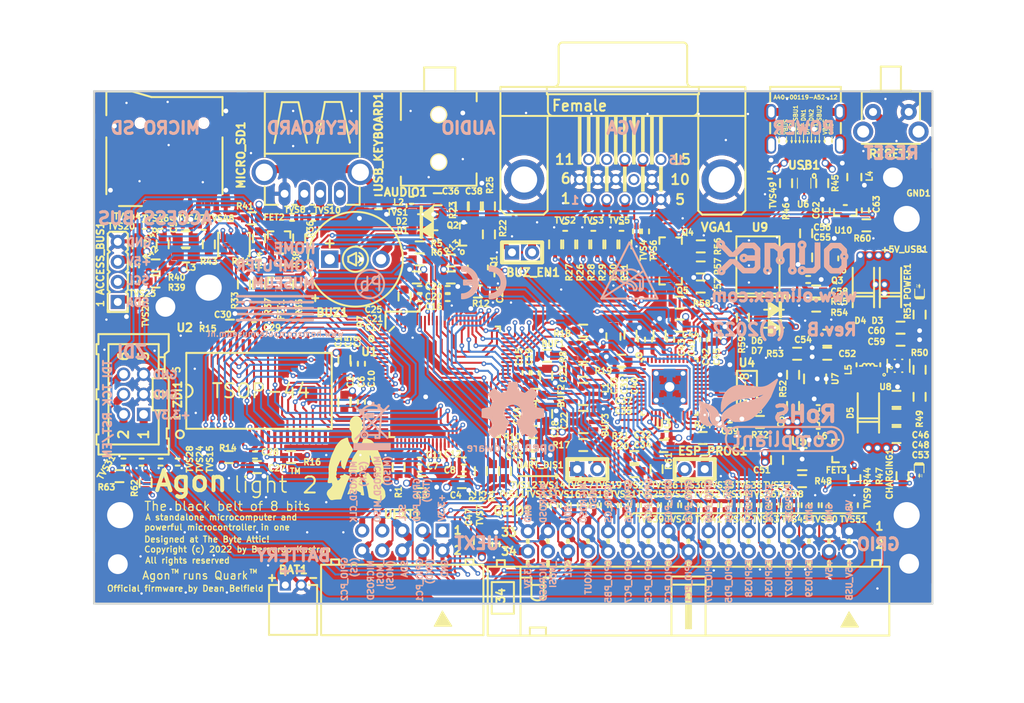
<source format=kicad_pcb>
(kicad_pcb (version 20221018) (generator pcbnew)
  (title_block (title "AgonLight2") (rev "B") (company "Olimex") (comment 1 "(c)2022"))
  (layers (0 "F.Cu" signal) (1 "In1.Cu" signal) (2 "In2.Cu" signal) (31 "B.Cu" signal) (34 "B.Paste" user) (35 "F.Paste" user) (36 "B.SilkS" user "B.Silkscreen") (37 "F.SilkS" user "F.Silkscreen") (38 "B.Mask" user) (39 "F.Mask" user) (44 "Edge.Cuts" user))
  (net 0 "")
  (net 1 "GND")
  (net 2 "SDA")
  (net 3 "SCL")
  (net 4 "+5V")
  (net 5 "Net-(AUDIO1-Pad1)")
  (net 6 "/ESP32-PICO-D4/BUZZER")
  (net 7 "VBAT")
  (net 8 "Net-(BUF1-Pad1)")
  (net 9 "ESP_TXD")
  (net 10 "+3.3V")
  (net 11 "Net-(BUF1-Pad4)")
  (net 12 "Net-(BUF2-Pad4)")
  (net 13 "/BUF2")
  (net 14 "Net-(BUF3-Pad1)")
  (net 15 "Net-(BUF3-Pad2)")
  (net 16 "Net-(BUZ1-Pad1)")
  (net 17 "Net-(BUZ1-Pad2)")
  (net 18 "IO0")
  (net 19 "RST\\EN")
  (net 20 "Net-(C36-Pad1)")
  (net 21 "Net-(C50-Pad1)")
  (net 22 "+5V_USB")
  (net 23 "Net-(C52-Pad1)")
  (net 24 "Net-(C55-Pad1)")
  (net 25 "Net-(C56-Pad1)")
  (net 26 "Net-(C58-Pad1)")
  (net 27 "Net-(CHARGING1-Pad1)")
  (net 28 "Net-(D5-Pad2)")
  (net 29 "Net-(D6-Pad1)")
  (net 30 "ESP_CH340_RXD")
  (net 31 "Net-(D7-Pad2)")
  (net 32 "ESP_CH340_TXD")
  (net 33 "Net-(FET1-Pad3)")
  (net 34 "KDAT")
  (net 35 "Net-(FET2-Pad3)")
  (net 36 "KCLK")
  (net 37 "Net-(FID1-PadFid1)")
  (net 38 "Net-(FID2-PadFid1)")
  (net 39 "Net-(FID3-PadFid1)")
  (net 40 "MICROSD_CLK")
  (net 41 "MICROSD_MISO")
  (net 42 "GPIO_CS")
  (net 43 "GPIO_PC6")
  (net 44 "GPIO_PC4")
  (net 45 "GPIO_PC2")
  (net 46 "GPIO_PC0")
  (net 47 "GPIO_PD6")
  (net 48 "GPIO_PD4")
  (net 49 "ESPIO37")
  (net 50 "ESPIO26")
  (net 51 "ESPIO35")
  (net 52 "ESPIO39")
  (net 53 "ESPIO27")
  (net 54 "ESPIO36")
  (net 55 "ESPIO38")
  (net 56 "GPIO_PD5")
  (net 57 "GPIO_PD7")
  (net 58 "GPIO_PC1")
  (net 59 "GPIO_PC3")
  (net 60 "GPIO_PC5")
  (net 61 "GPIO_PC7")
  (net 62 "GPIO_PB5")
  (net 63 "CLKOUT")
  (net 64 "MICROSD_MOSI")
  (net 65 "Net-(L2-Pad1)")
  (net 66 "Net-(L4-Pad1)")
  (net 67 "Net-(L6-Pad1)")
  (net 68 "Net-(MICRO_SD1-Pad9)")
  (net 69 "Net-(MICRO_SD1-Pad8)")
  (net 70 "Net-(MICRO_SD1-Pad7)")
  (net 71 "MICROSD_CS")
  (net 72 "Net-(MICRO_SD1-Pad1)")
  (net 73 "Net-(Q1-Pad3)")
  (net 74 "Net-(Q1-Pad1)")
  (net 75 "Net-(Q4-Pad1)")
  (net 76 "Net-(Q5-Pad1)")
  (net 77 "Net-(Q5-Pad3)")
  (net 78 "/CS")
  (net 79 "Net-(R1-Pad2)")
  (net 80 "Net-(R2-Pad2)")
  (net 81 "/RD")
  (net 82 "/WR")
  (net 83 "Net-(R3-Pad2)")
  (net 84 "Net-(R4-Pad2)")
  (net 85 "Net-(R5-Pad1)")
  (net 86 "Net-(R6-Pad1)")
  (net 87 "Net-(R7-Pad1)")
  (net 88 "Net-(R8-Pad2)")
  (net 89 "Net-(R9-Pad2)")
  (net 90 "Net-(R10-Pad2)")
  (net 91 "Net-(R11-Pad2)")
  (net 92 "Net-(R12-Pad2)")
  (net 93 "/BUF1")
  (net 94 "ESP_RXD")
  (net 95 "Net-(R24-Pad2)")
  (net 96 "/ESP32-PICO-D4/SOUND")
  (net 97 "Net-(R26-Pad2)")
  (net 98 "/ESP32-PICO-D4/IO22")
  (net 99 "/ESP32-PICO-D4/IO21")
  (net 100 "Net-(R28-Pad2)")
  (net 101 "/ESP32-PICO-D4/IO19")
  (net 102 "/ESP32-PICO-D4/IO18")
  (net 103 "Net-(R30-Pad2)")
  (net 104 "/ESP32-PICO-D4/IO5")
  (net 105 "/ESP32-PICO-D4/IO4")
  (net 106 "/ESP32-PICO-D4/PSRAM_CE")
  (net 107 "Net-(R45-Pad1)")
  (net 108 "Net-(R46-Pad1)")
  (net 109 "Net-(R47-Pad2)")
  (net 110 "Net-(R48-Pad1)")
  (net 111 "Net-(R49-Pad2)")
  (net 112 "Net-(R52-Pad1)")
  (net 113 "/ESP32-PICO-D4/HS")
  (net 114 "VS")
  (net 115 "TCK")
  (net 116 "TDI")
  (net 117 "/SRAM_A10")
  (net 118 "/SRAM_A9")
  (net 119 "/SRAM_A8")
  (net 120 "/SRAM_A7")
  (net 121 "/SRAM_A6")
  (net 122 "/SRAM_A5")
  (net 123 "/SRAM_A4")
  (net 124 "/SRAM_A3")
  (net 125 "/SRAM_A2")
  (net 126 "/SRAM_A1")
  (net 127 "/SRAM_A0")
  (net 128 "/SRAM_A11")
  (net 129 "/SRAM_A12")
  (net 130 "/SRAM_A13")
  (net 131 "/SRAM_A14")
  (net 132 "/SRAM_A15")
  (net 133 "/SRAM_A16")
  (net 134 "/SRAM_A17")
  (net 135 "/SRAM_A18")
  (net 136 "Net-(U1-Pad24)")
  (net 137 "Net-(U1-Pad25)")
  (net 138 "/SRAM_DATA3")
  (net 139 "ITRP")
  (net 140 "/SRAM_DATA2")
  (net 141 "/SRAM_DATA1")
  (net 142 "/SRAM_DATA0")
  (net 143 "Net-(U1-Pad32)")
  (net 144 "Net-(U1-Pad31)")
  (net 145 "Net-(U1-Pad30)")
  (net 146 "Net-(U1-Pad28)")
  (net 147 "Net-(U1-Pad27)")
  (net 148 "Net-(U1-Pad26)")
  (net 149 "/SRAM_DATA4")
  (net 150 "/SRAM_DATA5")
  (net 151 "/SRAM_DATA6")
  (net 152 "/SRAM_DATA7")
  (net 153 "Net-(U1-Pad45)")
  (net 154 "Net-(U1-Pad46)")
  (net 155 "Net-(U1-Pad49)")
  (net 156 "Net-(U1-Pad54)")
  (net 157 "Net-(U1-Pad55)")
  (net 158 "Net-(U1-Pad59)")
  (net 159 "Net-(U1-Pad64)")
  (net 160 "Net-(U1-Pad66)")
  (net 161 "ESP32_RTS")
  (net 162 "ESP32_CTS")
  (net 163 "Net-(U1-Pad86)")
  (net 164 "Net-(U2-Pad1)")
  (net 165 "Net-(U2-Pad2)")
  (net 166 "Net-(U2-Pad21)")
  (net 167 "Net-(U2-Pad22)")
  (net 168 "Net-(U2-Pad23)")
  (net 169 "Net-(U2-Pad24)")
  (net 170 "Net-(U2-Pad25)")
  (net 171 "Net-(U2-Pad42)")
  (net 172 "Net-(U2-Pad43)")
  (net 173 "Net-(U2-Pad44)")
  (net 174 "Net-(U3-Pad2)")
  (net 175 "Net-(U3-Pad18)")
  (net 176 "Net-(U3-Pad25)")
  (net 177 "Net-(U3-Pad26)")
  (net 178 "/ESP32-PICO-D4/PSRAM_SIO1")
  (net 179 "/ESP32-PICO-D4/PSRAM_SIO3")
  (net 180 "/ESP32-PICO-D4/PSRAM_SCLK")
  (net 181 "/ESP32-PICO-D4/PSRAM_SIO2")
  (net 182 "/ESP32-PICO-D4/PSRAM_SIO0")
  (net 183 "Net-(U3-Pad44)")
  (net 184 "Net-(U3-Pad45)")
  (net 185 "Net-(U3-Pad47)")
  (net 186 "Net-(U3-Pad48)")
  (net 187 "Net-(U6-Pad3)")
  (net 188 "Net-(U6-Pad1)")
  (net 189 "Net-(U8-Pad6)")
  (net 190 "Net-(U9-Pad20)")
  (net 191 "Net-(U9-Pad17)")
  (net 192 "Net-(U9-Pad14)")
  (net 193 "Net-(U9-Pad13)")
  (net 194 "Net-(U9-Pad12)")
  (net 195 "Net-(U9-Pad11)")
  (net 196 "Net-(USB1-PadA8)")
  (net 197 "Net-(USB1-PadB8)")
  (net 198 "Net-(VGA1-Pad4)")
  (net 199 "Net-(VGA1-Pad9)")
  (net 200 "Net-(VGA1-Pad11)")
  (net 201 "Net-(VGA1-Pad12)")
  (net 202 "Net-(VGA1-Pad15)")
  (net 203 "Net-(BUZ_EN1-Pad1)")
  (net 204 "Net-(ESP_PROG1-Pad2)")
  (net 205 "Net-(C35-Pad1)")
  (net 206 "Net-(FID4-PadFid1)")
  (net 207 "Net-(POWER1-Pad1)")
  (net 208 "/Power Supply,USB/RTS")
  (net 209 "/Power Supply,USB/DTR")
  (net 210 "/Power Supply,USB/D+")
  (net 211 "/Power Supply,USB/D-")
  (footprint "OLIMEX_TestPoints-FP:TP_SMD" (layer "F.Cu") (at 154.559 96.901)
    (fp_text reference "GND1")
    (fp_text value "TESTPAD" hide)
  )
  (footprint "OLIMEX_IC-FP:SOT-23-5" (layer "F.Cu") (at 111.887 123.444)
    (fp_text reference "BUF2")
    (fp_text value "SN74LVC1G125DBVR")
  )
  (footprint "OLIMEX_Jumpers-FP:HN1x2_Jumper" (layer "F.Cu") (at 112.395 132.969)
    (fp_text reference "UART_DIS1")
    (fp_text value "HN1x2+MJ6" hide)
  )
  (footprint "OLIMEX_Jumpers-FP:HN1x2_Jumper" (layer "F.Cu") (at 125.984 132.969 180)
    (fp_text reference "ESP_PROG1")
    (fp_text value "HN1x2+MJ6" hide)
  )
  (footprint "OLIMEX_RLC-FP:C_0603_5MIL_DWS" (layer "F.Cu") (at 81.661 124.46 -90)
    (fp_text reference "C2")
    (fp_text value "10uF/6.3V/20%/X5R/0603")
  )
  (footprint "OLIMEX_RLC-FP:C_0603_5MIL_DWS" (layer "F.Cu") (at 91.44 134.62)
    (fp_text reference "C3")
    (fp_text value "10uF/6.3V/20%/X5R/0603")
  )
  (footprint "OLIMEX_RLC-FP:C_0603_5MIL_DWS" (layer "F.Cu") (at 96.52 134.62)
    (fp_text reference "C4")
    (fp_text value "10uF/6.3V/20%/X5R/0603")
  )
  (footprint "OLIMEX_RLC-FP:C_0603_5MIL_DWS" (layer "F.Cu") (at 107.188 125.984 90)
    (fp_text reference "C22")
    (fp_text value "10uF/6.3V/20%/X5R/0603")
  )
  (footprint "OLIMEX_RLC-FP:C_0603_5MIL_DWS" (layer "F.Cu") (at 107.188 121.158 -90)
    (fp_text reference "C23")
    (fp_text value "10uF/6.3V/20%/X5R/0603")
  )
  (footprint "OLIMEX_RLC-FP:C_0603_5MIL_DWS" (layer "F.Cu") (at 95.123 108.712)
    (fp_text reference "C24")
    (fp_text value "10uF/6.3V/20%/X5R/0603")
  )
  (footprint "OLIMEX_RLC-FP:C_0603_5MIL_DWS" (layer "F.Cu") (at 70.612 132.715)
    (fp_text reference "C27")
    (fp_text value "10uF/6.3V/20%/X5R/0603")
  )
  (footprint "OLIMEX_RLC-FP:C_0603_5MIL_DWS" (layer "F.Cu") (at 117.856 115.951 90)
    (fp_text reference "C33")
    (fp_text value "10uF/6.3V/20%/X5R/0603")
  )
  (footprint "OLIMEX_RLC-FP:C_0603_5MIL_DWS" (layer "F.Cu") (at 122.047 130.048 180)
    (fp_text reference "C34")
    (fp_text value "10uF/6.3V/20%/X5R/0603")
  )
  (footprint "OLIMEX_RLC-FP:C_0603_5MIL_DWS" (layer "F.Cu") (at 116.713 119.253 180)
    (fp_text reference "C37")
    (fp_text value "10uF/6.3V/20%/X5R/0603")
  )
  (footprint "OLIMEX_RLC-FP:C_0603_5MIL_DWS" (layer "F.Cu") (at 121.539 115.951 90)
    (fp_text reference "C43")
    (fp_text value "10uF/6.3V/20%/X5R/0603")
  )
  (footprint "OLIMEX_RLC-FP:C_0603_5MIL_DWS" (layer "F.Cu") (at 124.079 114.808 180)
    (fp_text reference "C44")
    (fp_text value "10uF/6.3V/20%/X5R/0603")
  )
  (footprint "OLIMEX_RLC-FP:C_0603_5MIL_DWS" (layer "F.Cu") (at 128.524 115.951 90)
    (fp_text reference "C45")
    (fp_text value "10uF/6.3V/20%/X5R/0603")
  )
  (footprint "OLIMEX_RLC-FP:C_0603_5MIL_DWS" (layer "F.Cu") (at 136.398 131.826 -90)
    (fp_text reference "C51")
    (fp_text value "22uF/6.3V/20%/X5R/C0603")
  )
  (footprint "OLIMEX_RLC-FP:C_0805_5MIL_DWS" (layer "F.Cu") (at 142.748 116.332)
    (fp_text reference "C54")
    (fp_text value "47uF/6.3V/20%/X5R/0805")
  )
  (footprint "OLIMEX_RLC-FP:C_0603_5MIL_DWS" (layer "F.Cu") (at 140.081 106.172 -90)
    (fp_text reference "C55")
    (fp_text value "27pF/C0G/50VDC/5%/0603")
  )
  (footprint "OLIMEX_RLC-FP:C_0603_5MIL_DWS" (layer "F.Cu") (at 140.081 103.124 90)
    (fp_text reference "C56")
    (fp_text value "27pF/C0G/50VDC/5%/0603")
  )
  (footprint "OLIMEX_RLC-FP:C_0603_5MIL_DWS" (layer "F.Cu") (at 152.019 116.586 180)
    (fp_text reference "C59")
    (fp_text value "10uF/6.3V/20%/X5R/0603")
  )
  (footprint "OLIMEX_RLC-FP:C_0603_5MIL_DWS" (layer "F.Cu") (at 152.019 115.062 180)
    (fp_text reference "C60")
    (fp_text value "10uF/6.3V/20%/X5R/0603")
  )
  (footprint "OLIMEX_LEDs-FP:LED_0603_KA" (layer "F.Cu") (at 154.4 109.8 90)
    (fp_text reference "POWER1")
    (fp_text value "LED/RED/0603")
  )
  (footprint "OLIMEX_Diodes-FP:SMA-KA" (layer "F.Cu") (at 147.32 109.982 90)
    (fp_text reference "D4")
    (fp_text value "1N5822/SS34/SMA")
  )
  (footprint "OLIMEX_Other-FP:Fiducial1x3" (layer "F.Cu") (at 154.559 93.853)
    (fp_text reference "FID1" hide)
    (fp_text value "Fiducial" hide)
  )
  (footprint "OLIMEX_Other-FP:Fiducial1x3" (layer "F.Cu") (at 154.559 148.463)
    (fp_text reference "FID3" hide)
    (fp_text value "Fiducial" hide)
  )
  (footprint "OLIMEX_TestPoints-FP:TP_SMD" (layer "F.Cu") (at 154.559 106.934 90)
    (fp_text reference "+5V_USB1")
    (fp_text value "TESTPAD" hide)
  )
  (footprint "OLIMEX_RLC-FP:L_0805_5MIL_DWS" (layer "F.Cu") (at 146.177 96.012 -90)
    (fp_text reference "L4")
    (fp_text value "FB0805/600R/2A")
  )
  (footprint "OLIMEX_Transistors-FP:SOT23" (layer "F.Cu") (at 122.936 104.267 -90)
    (fp_text reference "Q4")
    (fp_text value "BC817-40NPN(SOT23)")
  )
  (footprint "OLIMEX_Transistors-FP:SOT23" (layer "F.Cu") (at 122.936 108.966 90)
    (fp_text reference "Q5")
    (fp_text value "BC817-40NPN(SOT23)")
  )
  (footprint "OLIMEX_RLC-FP:R_0603_5MIL_DWS" (layer "F.Cu") (at 88.519 132.715 90)
    (fp_text reference "R1")
    (fp_text value "33R/0603")
  )
  (footprint "OLIMEX_RLC-FP:R_0603_5MIL_DWS" (layer "F.Cu") (at 98.933 133.223 90)
    (fp_text reference "R2")
    (fp_text value "33R/0603")
  )
  (footprint "OLIMEX_RLC-FP:R_0603_5MIL_DWS" (layer "F.Cu") (at 100.457 133.223 90)
    (fp_text reference "R3")
    (fp_text value "33R/0603")
  )
  (footprint "OLIMEX_RLC-FP:R_0603_5MIL_DWS" (layer "F.Cu") (at 101.981 133.223 90)
    (fp_text reference "R4")
    (fp_text value "4.7K/0603")
  )
  (footprint "OLIMEX_RLC-FP:R_0603_5MIL_DWS" (layer "F.Cu") (at 91.186 104.902 180)
    (fp_text reference "R5")
    (fp_text value "33R/0603")
  )
  (footprint "OLIMEX_RLC-FP:R_0603_5MIL_DWS" (layer "F.Cu") (at 91.186 106.426 180)
    (fp_text reference "R6")
    (fp_text value "33R/0603")
  )
  (footprint "OLIMEX_RLC-FP:R_0603_5MIL_DWS" (layer "F.Cu") (at 107.315 118.618 180)
    (fp_text reference "R8")
    (fp_text value "33R/0603")
  )
  (footprint "OLIMEX_RLC-FP:R_0603_5MIL_DWS" (layer "F.Cu") (at 105.537 128.27 180)
    (fp_text reference "R10")
    (fp_text value "4.7K/0603")
  )
  (footprint "OLIMEX_RLC-FP:R_0603_5MIL_DWS" (layer "F.Cu") (at 67.056 131.445)
    (fp_text reference "R14")
    (fp_text value "4.7K/0603")
  )
  (footprint "OLIMEX_RLC-FP:R_0603_5MIL_DWS" (layer "F.Cu") (at 111.887 129.921 180)
    (fp_text reference "R17")
    (fp_text value "10K/0603")
  )
  (footprint "OLIMEX_RLC-FP:R_0603_5MIL_DWS" (layer "F.Cu") (at 111.887 115.443)
    (fp_text reference "R18")
    (fp_text value "33R/0603")
  )
  (footprint "OLIMEX_RLC-FP:R_0603_5MIL_DWS" (layer "F.Cu") (at 111.887 120.523 180)
    (fp_text reference "R19")
    (fp_text value "33R/0603")
  )
  (footprint "OLIMEX_RLC-FP:R_0603_5MIL_DWS" (layer "F.Cu") (at 99.949 103.251 90)
    (fp_text reference "R22")
    (fp_text value "2.2K/0603")
  )
  (footprint "OLIMEX_RLC-FP:R_0603_5MIL_DWS" (layer "F.Cu") (at 96.52 99.695 -90)
    (fp_text reference "R23")
    (fp_text value "150R/0603")
  )
  (footprint "OLIMEX_RLC-FP:R_0603_5MIL_DWS" (layer "F.Cu") (at 127 129.032)
    (fp_text reference "R24")
    (fp_text value "33R/0603")
  )
  (footprint "OLIMEX_RLC-FP:R_0603_5MIL_DWS" (layer "F.Cu") (at 99.949 99.695 -90)
    (fp_text reference "R25")
    (fp_text value "270R/0603")
  )
  (footprint "OLIMEX_RLC-FP:R_0603_5MIL_DWS" (layer "F.Cu") (at 110.109 104.521 90)
    (fp_text reference "R26")
    (fp_text value "430R/1%/0603")
  )
  (footprint "OLIMEX_RLC-FP:R_0603_5MIL_DWS" (layer "F.Cu") (at 108.331 104.521 90)
    (fp_text reference "R27")
    (fp_text value "820R/0603")
  )
  (footprint "OLIMEX_RLC-FP:R_0603_5MIL_DWS" (layer "F.Cu") (at 113.665 104.521 90)
    (fp_text reference "R29")
    (fp_text value "820R/0603")
  )
  (footprint "OLIMEX_RLC-FP:R_0603_5MIL_DWS" (layer "F.Cu") (at 115.443 104.521 90)
    (fp_text reference "R30")
    (fp_text value "430R/1%/0603")
  )
  (footprint "OLIMEX_RLC-FP:R_0603_5MIL_DWS" (layer "F.Cu") (at 117.221 104.521 90)
    (fp_text reference "R31")
    (fp_text value "820R/0603")
  )
  (footprint "OLIMEX_RLC-FP:R_0603_5MIL_DWS" (layer "F.Cu") (at 134.239 127 180)
    (fp_text reference "R32")
    (fp_text value "10K/0603")
  )
  (footprint "OLIMEX_RLC-FP:R_0603_5MIL_DWS" (layer "F.Cu") (at 142.113 96.774 -90)
    (fp_text reference "R45")
    (fp_text value "5.1K/0603")
  )
  (footprint "OLIMEX_RLC-FP:R_0603_5MIL_DWS" (layer "F.Cu") (at 137.541 96.774 -90)
    (fp_text reference "R46")
    (fp_text value "5.1K/0603")
  )
  (footprint "OLIMEX_RLC-FP:R_0603_5MIL_DWS" (layer "F.Cu") (at 139.573 134.493)
    (fp_text reference "R48")
    (fp_text value "2.2K/0603")
  )
  (footprint "OLIMEX_Diodes-FP:D_0402_5MIL_DWS" (layer "F.Cu") (at 109.601 102.362)
    (fp_text reference "TVS2")
    (fp_text value "NA")
  )
  (footprint "OLIMEX_Diodes-FP:D_0402_5MIL_DWS" (layer "F.Cu") (at 113.157 102.362)
    (fp_text reference "TVS3")
    (fp_text value "NA")
  )
  (footprint "OLIMEX_Diodes-FP:D_0402_5MIL_DWS" (layer "F.Cu") (at 118.618 102.87 90)
    (fp_text reference "TVS4")
    (fp_text value "NA")
  )
  (footprint "OLIMEX_Diodes-FP:D_0402_5MIL_DWS" (layer "F.Cu") (at 119.761 102.87 90)
    (fp_text reference "TVS6")
    (fp_text value "NA")
  )
  (footprint "OLIMEX_Diodes-FP:D_0402_5MIL_DWS" (layer "F.Cu") (at 56.007 132.08)
    (fp_text reference "TVS28")
    (fp_text value "NA")
  )
  (footprint "OLIMEX_Diodes-FP:D_0402_5MIL_DWS" (layer "F.Cu") (at 53.721 132.08)
    (fp_text reference "TVS31")
    (fp_text value "NA")
  )
  (footprint "OLIMEX_Diodes-FP:D_0402_5MIL_DWS" (layer "F.Cu") (at 135.509 95.758)
    (fp_text reference "TVS49")
    (fp_text value "NA(GG0402052R542P)")
  )
  (footprint "OLIMEX_IC-FP:SOT-23-5" (layer "F.Cu") (at 139.573 131.699)
    (fp_text reference "U5")
    (fp_text value "BL4054B-42TPRN(SOT23-5)")
  )
  (footprint "OLIMEX_Diodes-FP:SOT-666" (layer "F.Cu") (at 139.827 96.774 -90)
    (fp_text reference "U6")
    (fp_text value "USBLC6-2P6")
  )
  (footprint "OLIMEX_IC-FP:SOT-23" (layer "F.Cu") (at 145.034 100.203 90)
    (fp_text reference "U10")
    (fp_text value "VDA2710NTA(SOT-23)")
  )
  (footprint "OLIMEX_Buttons-FP:B3F-31XX" (layer "F.Cu") (at 150.8 89 180)
    (fp_text reference "RESET1")
    (fp_text value "B3F-3150")
  )
  (footprint "OLIMEX_Connectors-FP:TFC-WPAPR-08" (layer "F.Cu") (at 58.9 92.8 90)
    (fp_text reference "MICRO_SD1")
    (fp_text value "TFC-WPAPR-08-LF")
  )
  (footprint "OLIMEX_Connectors-FP:USB2.0_TYPE-C(A40-00119-A52-12)" (layer "F.Cu") (at 140 88.9 90)
    (fp_text reference "USB1")
    (fp_text value "USB-C-16P-F(A40-00119-A52-12)")
  )
  (footprint "OLIMEX_Connectors-FP:SCJ325P00XG0B02G" (layer "F.Cu") (at 93.6 88.1 -90)
    (fp_text reference "AUDIO1")
    (fp_text value "PJ-3.5-365-5P(SCJ325P00XG0B02G)-COPY")
  )
  (footprint "OLIMEX_Connectors-FP:VGA15-F(CD0515S21J0)" (layer "F.Cu") (at 116.9 92.5 180)
    (fp_text reference "VGA1")
    (fp_text value "VGA15")
  )
  (footprint "OLIMEX_RLC-FP:R_0603_5MIL_DWS" (layer "F.Cu") (at 154.432 113.411 -90)
    (fp_text reference "R51")
    (fp_text value "2.2K/0603")
  )
  (footprint "OLIMEX_IC-FP:SSOP-20W" (layer "F.Cu") (at 133.985 107.315 90)
    (fp_text reference "U9")
    (fp_text value "CH340T(SSOP20W)")
  )
  (footprint "OLIMEX_Crystal-FP:TSX-3.2x2.5mm_GND(3)" (layer "F.Cu") (at 142.875 106.299 90)
    (fp_text reference "Q3")
    (fp_text value "Q12MHz/20pF/10ppm/4P/3.2x2.5mm")
  )
  (footprint "OLIMEX_RLC-FP:R_0603_5MIL_DWS" (layer "F.Cu") (at 141.351 112.268 180)
    (fp_text reference "R54")
    (fp_text value "10K/0603")
  )
  (footprint "OLIMEX_RLC-FP:R_0603_5MIL_DWS" (layer "F.Cu") (at 126.746 104.775 180)
    (fp_text reference "R56")
    (fp_text value "2.2K/0603")
  )
  (footprint "OLIMEX_RLC-FP:R_0603_5MIL_DWS" (layer "F.Cu") (at 126.746 107.442 180)
    (fp_text reference "R57")
    (fp_text value "2.2K/0603")
  )
  (footprint "OLIMEX_RLC-FP:R_0603_5MIL_DWS" (layer "F.Cu") (at 124.079 111.887)
    (fp_text reference "R58")
    (fp_text value "220R/0603")
  )
  (footprint "OLIMEX_RLC-FP:R_0603_5MIL_DWS" (layer "F.Cu") (at 121.158 132.969 90)
    (fp_text reference "R61")
    (fp_text value "10K/0603")
  )
  (footprint "OLIMEX_RLC-FP:R_0603_5MIL_DWS" (layer "F.Cu") (at 147.701 102.108 180)
    (fp_text reference "R60")
    (fp_text value "10K/0603")
  )
  (footprint "OLIMEX_Diodes-FP:SMA-KA" (layer "F.Cu") (at 147.955 125.857 90)
    (fp_text reference "D5")
    (fp_text value "1N5822/SS34/SMA")
  )
  (footprint "OLIMEX_RLC-FP:R_0603_5MIL_DWS" (layer "F.Cu") (at 154.432 120.396 90)
    (fp_text reference "R50")
    (fp_text value "1.1K/1%/0603")
  )
  (footprint "OLIMEX_IC-FP:SOT23-6" (layer "F.Cu") (at 151.765 119.888 -90)
    (fp_text reference "U8")
    (fp_text value "MT3608(SOT23-6)")
  )
  (footprint "OLIMEX_RLC-FP:CD32" (layer "F.Cu") (at 147.955 119.761 90)
    (fp_text reference "L5")
    (fp_text value "2.2uH/1.5A/NRS3015T2R2MNGH")
  )
  (footprint "OLIMEX_RLC-FP:C_0805_5MIL_DWS" (layer "F.Cu") (at 151.511 128.651 180)
    (fp_text reference "C53")
    (fp_text value "47uF/6.3V/20%/X5R/0805")
  )
  (footprint "OLIMEX_RLC-FP:R_0603_5MIL_DWS" (layer "F.Cu") (at 154.432 123.825 90)
    (fp_text reference "R49")
    (fp_text value "8.2K/1%/0603")
  )
  (footprint "OLIMEX_IC-FP:LQFP-100_14x14mm_STM32H730VBT6" (layer "F.Cu") (at 94.361 121.92 -90)
    (fp_text reference "U1")
    (fp_text value "EZ80F92AZ020EG(LQFP100)")
  )
  (footprint "OLIMEX_RLC-FP:R_0603_5MIL_DWS" (layer "F.Cu") (at 95.123 106.553)
    (fp_text reference "R13")
    (fp_text value "4.7K/0603")
  )
  (footprint "OLIMEX_RLC-FP:R_0603_5MIL_DWS" (layer "F.Cu") (at 105.791 123.571 180)
    (fp_text reference "R11")
    (fp_text value "4.7K/0603")
  )
  (footprint "OLIMEX_Other-FP:Mounting_hole_3.3mm_with_5.5mm_pad" (layer "F.Cu") (at 53.3 138.8)
    (fp_text reference "Mounting_hole1" hide)
    (fp_text value "Mounting_hole" hide)
  )
  (footprint "OLIMEX_Other-FP:Mounting_hole_3.3mm_with_5.5mm_pad" (layer "F.Cu") (at 152.8 101.3)
    (fp_text reference "Mounting_hole2" hide)
    (fp_text value "Mounting_hole" hide)
  )
  (footprint "OLIMEX_Other-FP:Mounting_hole_3.3mm_with_5.5mm_pad" (layer "F.Cu") (at 64.5 110)
    (fp_text reference "Mounting_hole3" hide)
    (fp_text value "Mounting_hole" hide)
  )
  (footprint "OLIMEX_Other-FP:Mounting_hole_3.3mm_with_5.5mm_pad" (layer "F.Cu") (at 152.8 138.8)
    (fp_text reference "Mounting_hole4" hide)
    (fp_text value "Mounting_hole" hide)
  )
  (footprint "OLIMEX_Transistors-FP:SOT23" (layer "F.Cu") (at 144.018 130.683)
    (fp_text reference "FET3")
    (fp_text value "WPM2015-3/TR")
  )
  (footprint "OLIMEX_Diodes-FP:SOD-123_1C-2A_KA" (layer "F.Cu") (at 136.017 115.062 180)
    (fp_text reference "D7")
    (fp_text value "1N5819S4/SOD123")
  )
  (footprint "OLIMEX_RLC-FP:R_0603_5MIL_DWS" (layer "F.Cu") (at 132.08 113.792 -90)
    (fp_text reference "R59")
    (fp_text value "NA")
  )
  (footprint "OLIMEX_Diodes-FP:SOD-123_1C-2A_KA" (layer "F.Cu") (at 136.017 112.776 180)
    (fp_text reference "D6")
    (fp_text value "1N5819S4/SOD123")
  )
  (footprint "OLIMEX_RLC-FP:C_0402_5MIL_DWS" (layer "F.Cu") (at 82.931 119.634 -90)
    (fp_text reference "C5")
    (fp_text value "100nF/10V/20%/X5R/0402")
  )
  (footprint "OLIMEX_RLC-FP:C_0402_5MIL_DWS" (layer "F.Cu") (at 82.931 124.46 -90)
    (fp_text reference "C6")
    (fp_text value "100nF/10V/20%/X5R/0402")
  )
  (footprint "OLIMEX_RLC-FP:C_0402_5MIL_DWS" (layer "F.Cu") (at 91.186 132.842)
    (fp_text reference "C7")
    (fp_text value "100nF/10V/20%/X5R/0402")
  )
  (footprint "OLIMEX_RLC-FP:C_0402_5MIL_DWS" (layer "F.Cu") (at 96.774 132.842)
    (fp_text reference "C8")
    (fp_text value "100nF/10V/20%/X5R/0402")
  )
  (footprint "OLIMEX_RLC-FP:C_0402_5MIL_DWS" (layer "F.Cu") (at 105.537 131.191)
    (fp_text reference "C13")
    (fp_text value "100nF/10V/20%/X5R/0402")
  )
  (footprint "OLIMEX_RLC-FP:C_0402_5MIL_DWS" (layer "F.Cu") (at 105.791 120.777 -90)
    (fp_text reference "C19")
    (fp_text value "100nF/10V/20%/X5R/0402")
  )
  (footprint "OLIMEX_RLC-FP:C_0402_5MIL_DWS" (layer "F.Cu") (at 94.742 110.236)
    (fp_text reference "C20")
    (fp_text value "100nF/10V/20%/X5R/0402")
  )
  (footprint "OLIMEX_RLC-FP:C_0402_5MIL_DWS" (layer "F.Cu") (at 91.186 110.236 180)
    (fp_text reference "C21")
    (fp_text value "100nF/10V/20%/X5R/0402")
  )
  (footprint "OLIMEX_RLC-FP:C_0402_5MIL_DWS" (layer "F.Cu") (at 101.092 108.331 -90)
    (fp_text reference "C26")
    (fp_text value "100nF/10V/20%/X5R/0402")
  )
  (footprint "OLIMEX_RLC-FP:C_0402_5MIL_DWS" (layer "F.Cu") (at 70.358 131.191)
    (fp_text reference "C28")
    (fp_text value "100nF/10V/20%/X5R/0402")
  )
  (footprint "OLIMEX_RLC-FP:C_0402_5MIL_DWS" (layer "F.Cu") (at 122.428 128.651 180)
    (fp_text reference "C32")
    (fp_text value "100nF/10V/20%/X5R/0402")
  )
  (footprint "OLIMEX_RLC-FP:C_0402_5MIL_DWS" (layer "F.Cu") (at 116.713 120.65 180)
    (fp_text reference "C35")
    (fp_text value "100nF/10V/20%/X5R/0402")
  )
  (footprint "OLIMEX_RLC-FP:C_0402_5MIL_DWS" (layer "F.Cu") (at 130.429 126.619 180)
    (fp_text reference "C39")
    (fp_text value "100nF/10V/20%/X5R/0402")
  )
  (footprint "OLIMEX_RLC-FP:C_0402_5MIL_DWS" (layer "F.Cu") (at 120.142 116.586 90)
    (fp_text reference "C40")
    (fp_text value "100nF/10V/20%/X5R/0402")
  )
  (footprint "OLIMEX_RLC-FP:C_0402_5MIL_DWS" (layer "F.Cu") (at 127.127 116.586 90)
    (fp_text reference "C42")
    (fp_text value "100nF/10V/20%/X5R/0402")
  )
  (footprint "OLIMEX_RLC-FP:C_0402_5MIL_DWS" (layer "F.Cu") (at 140.335 108.966)
    (fp_text reference "C58")
    (fp_text value "100nF/10V/20%/X5R/0402")
  )
  (footprint "OLIMEX_RLC-FP:C_0402_5MIL_DWS" (layer "F.Cu") (at 142.621 100.203 90)
    (fp_text reference "C62")
    (fp_text value "100nF/10V/20%/X5R/0402")
  )
  (footprint "OLIMEX_RLC-FP:C_0402_5MIL_DWS" (layer "F.Cu") (at 147.574 100.203 -90)
    (fp_text reference "C63")
    (fp_text value "100nF/10V/20%/X5R/0402")
  )
  (footprint "OLIMEX_RLC-FP:C_0402_5MIL_DWS" (layer "F.Cu") (at 83.82 119.634 -90)
    (fp_text reference "C9")
    (fp_text value "1nF/X7R/50VDC/0402")
  )
  (footprint "OLIMEX_RLC-FP:C_0402_5MIL_DWS" (layer "F.Cu") (at 83.82 124.46 -90)
    (fp_text reference "C10")
    (fp_text value "1nF/X7R/50VDC/0402")
  )
  (footprint "OLIMEX_RLC-FP:C_0402_5MIL_DWS" (layer "F.Cu") (at 91.186 131.953)
    (fp_text reference "C11")
    (fp_text value "1nF/X7R/50VDC/0402")
  )
  (footprint "OLIMEX_RLC-FP:C_0402_5MIL_DWS" (layer "F.Cu") (at 96.774 131.953)
    (fp_text reference "C12")
    (fp_text value "1nF/X7R/50VDC/0402")
  )
  (footprint "OLIMEX_RLC-FP:C_0402_5MIL_DWS" (layer "F.Cu") (at 104.648 126.238 90)
    (fp_text reference "C14")
    (fp_text value "1nF/X7R/50VDC/0402")
  )
  (footprint "OLIMEX_RLC-FP:C_0402_5MIL_DWS" (layer "F.Cu") (at 104.648 120.777 -90)
    (fp_text reference "C15")
    (fp_text value "1nF/X7R/50VDC/0402")
  )
  (footprint "OLIMEX_RLC-FP:C_0402_5MIL_DWS" (layer "F.Cu") (at 94.742 111.252)
    (fp_text reference "C16")
    (fp_text value "1nF/X7R/50VDC/0402")
  )
  (footprint "OLIMEX_RLC-FP:C_0402_5MIL_DWS" (layer "F.Cu") (at 91.186 111.252 180)
    (fp_text reference "C17")
    (fp_text value "1nF/X7R/50VDC/0402")
  )
  (footprint "OLIMEX_Diodes-FP:SOD-123_1C-2A_KA" (layer "F.Cu") (at 92.202 100.711)
    (fp_text reference "D2")
    (fp_text value "1N4148W/SOD123")
  )
  (footprint "OLIMEX_Connectors-FP:LIPO_BAT-CON2DW02R" (layer "F.Cu") (at 75.2 150.8)
    (fp_text reference "BAT1")
    (fp_text value "DW02R")
  )
  (footprint "OLIMEX_LEDs-FP:LED_0603_KA" (layer "F.Cu") (at 154.4 133.8 -90)
    (fp_text reference "CHARGING1")
    (fp_text value "LED/YELLOW/0603")
  )
  (footprint "OLIMEX_RLC-FP:R_0603_5MIL_DWS" (layer "F.Cu") (at 152.273 133.858 -90)
    (fp_text reference "R47")
    (fp_text value "2.2K/0603")
  )
  (footprint "OLIMEX_RLC-FP:R_0603_5MIL_DWS" (layer "F.Cu") (at 74.93 131.445 180)
    (fp_text reference "R16")
    (fp_text value "4.7K/0603")
  )
  (footprint "OLIMEX_Devices-FP:PB1221P_1-Plus_2-Minus" (layer "F.Cu") (at 83.058 106.4)
    (fp_text reference "BUZ1")
    (fp_text value "BUZZER_PB1221P(1.1-1.7V_2kHz_12MM)")
  )
  (footprint "OLIMEX_Connectors-FP:BH06S" (layer "F.Cu") (at 55 123.5 90)
    (fp_text reference "ZDI1")
    (fp_text value "BH06S_2x3(B-D-02x3-LF)")
  )
  (footprint "OLIMEX_RLC-FP:R_0603_5MIL_DWS" (layer "F.Cu") (at 89.281 111.125 90)
    (fp_text reference "R7")
    (fp_text value "33R/0603")
  )
  (footprint "OLIMEX_Diodes-FP:SOD-123_1C-2A_KA" (layer "F.Cu") (at 92.202 102.743)
    (fp_text reference "D1")
    (fp_text value "1N4148W/SOD123")
  )
  (footprint "OLIMEX_RLC-FP:R_0603_5MIL_DWS" (layer "F.Cu") (at 98.552 110.49 180)
    (fp_text reference "R12")
    (fp_text value "33R/0603")
  )
  (footprint "OLIMEX_Crystal-FP:Oscillator-18.432MHz-3.2x2.5mm" (layer "F.Cu") (at 98.552 107.442 -90)
    (fp_text reference "Q1")
    (fp_text value "ASE-18.432MHZ-L-C-T")
  )
  (footprint "OLIMEX_RLC-FP:C_0603_5MIL_DWS" (layer "F.Cu") (at 93.472 98.806 180)
    (fp_text reference "C36")
    (fp_text value "10uF/6.3V/20%/X5R/0603")
  )
  (footprint "OLIMEX_Diodes-FP:D_0402_5MIL_DWS" (layer "F.Cu") (at 90.17 98.933)
    (fp_text reference "TVS1")
    (fp_text value "NA")
  )
  (footprint "OLIMEX_RLC-FP:C_0402_5MIL_DWS" (layer "F.Cu") (at 105.791 126.238 90)
    (fp_text reference "C18")
    (fp_text value "100nF/10V/20%/X5R/0402")
  )
  (footprint "OLIMEX_Connectors-FP:BH34R" (layer "F.Cu") (at 125.2 142.1 180)
    (fp_text reference "GPIO1")
    (fp_text value "B-R-34-LF(BH34R)2x17_90DEGREE")
  )
  (footprint "OLIMEX_Diodes-FP:D_0402_5MIL_DWS" (layer "F.Cu") (at 116.713 102.362)
    (fp_text reference "TVS5")
    (fp_text value "NA")
  )
  (footprint "OLIMEX_RLC-FP:L_0805_5MIL_DWS" (layer "F.Cu") (at 115.697 116.205 -90)
    (fp_text reference "L1")
    (fp_text value "FB0805/600R/2A")
  )
  (footprint "OLIMEX_RLC-FP:C_0402_5MIL_DWS" (layer "F.Cu") (at 119.253 116.586 90)
    (fp_text reference "C31")
    (fp_text value "100nF/10V/20%/X5R/0402")
  )
  (footprint "OLIMEX_RLC-FP:C_0402_5MIL_DWS" (layer "F.Cu") (at 122.936 116.586 90)
    (fp_text reference "C41")
    (fp_text value "100nF/10V/20%/X5R/0402")
  )
  (footprint "OLIMEX_RLC-FP:C_0603_5MIL_DWS" (layer "F.Cu") (at 138.43 124.968 90)
    (fp_text reference "C61")
    (fp_text value "22uF/6.3V/20%/X5R/C0603")
  )
  (footprint "OLIMEX_RLC-FP:C_0603_5MIL_DWS" (layer "F.Cu") (at 142.748 118.364 180)
    (fp_text reference "C52")
    (fp_text value "22uF/6.3V/20%/X5R/C0603")
  )
  (footprint "OLIMEX_Regulators-FP:SOT-23-5" (layer "F.Cu") (at 141.224 121.539 -90)
    (fp_text reference "U7")
    (fp_text value "SY8089AAAC(SOT23-5)")
  )
  (footprint "OLIMEX_RLC-FP:CD32" (layer "F.Cu") (at 141.605 126.365 180)
    (fp_text reference "L6")
    (fp_text value "2.2uH/1.5A/NRS3015T2R2MNGH")
  )
  (footprint "OLIMEX_RLC-FP:R_0603_5MIL_DWS" (layer "F.Cu") (at 138.938 118.364)
    (fp_text reference "R53")
    (fp_text value "49.9K/1%/0603")
  )
  (footprint "OLIMEX_RLC-FP:R_0603_5MIL_DWS" (layer "F.Cu") (at 138.43 121.031 -90)
    (fp_text reference "R52")
    (fp_text value "220K/0603")
  )
  (footprint "OLIMEX_IC-FP:SO-8" (layer "F.Cu") (at 132.588 122.936 90)
    (fp_text reference "U4")
    (fp_text value "APS6404L-3SQR-SN")
  )
  (footprint "OLIMEX_Diodes-FP:D_0402_5MIL_DWS" (layer "F.Cu") (at 142.494 137.541 -90)
    (fp_text reference "TVS51")
    (fp_text value "NA(GG0402052R542P)")
  )
  (footprint "OLIMEX_Diodes-FP:D_0402_5MIL_DWS" (layer "F.Cu") (at 139.954 137.541 -90)
    (fp_text reference "TVS45")
    (fp_text value "NA")
  )
  (footprint "OLIMEX_Diodes-FP:D_0402_5MIL_DWS" (layer "F.Cu") (at 138.684 137.541 -90)
    (fp_text reference "TVS43")
    (fp_text value "NA")
  )
  (footprint "OLIMEX_Diodes-FP:D_0402_5MIL_DWS" (layer "F.Cu") (at 137.414 137.541 -90)
    (fp_text reference "TVS42")
    (fp_text value "NA")
  )
  (footprint "OLIMEX_Diodes-FP:D_0402_5MIL_DWS" (layer "F.Cu") (at 136.144 137.541 -90)
    (fp_text reference "TVS41")
    (fp_text value "NA")
  )
  (footprint "OLIMEX_Diodes-FP:D_0402_5MIL_DWS" (layer "F.Cu") (at 134.874 137.541 -90)
    (fp_text reference "TVS40")
    (fp_text value "NA")
  )
  (footprint "OLIMEX_Diodes-FP:D_0402_5MIL_DWS" (layer "F.Cu") (at 133.604 137.541 -90)
    (fp_text reference "TVS39")
    (fp_text value "NA")
  )
  (footprint "OLIMEX_Diodes-FP:D_0402_5MIL_DWS" (layer "F.Cu") (at 132.334 137.541 -90)
    (fp_text reference "TVS38")
    (fp_text value "NA")
  )
  (footprint "OLIMEX_Diodes-FP:D_0402_5MIL_DWS" (layer "F.Cu") (at 131.064 137.541 -90)
    (fp_text reference "TVS37")
    (fp_text value "NA")
  )
  (footprint "OLIMEX_Diodes-FP:D_0402_5MIL_DWS" (layer "F.Cu") (at 129.794 137.541 -90)
    (fp_text reference "TVS36")
    (fp_text value "NA")
  )
  (footprint "OLIMEX_Diodes-FP:D_0402_5MIL_DWS" (layer "F.Cu") (at 128.524 137.541 -90)
    (fp_text reference "TVS35")
    (fp_text value "NA")
  )
  (footprint "OLIMEX_Diodes-FP:D_0402_5MIL_DWS" (layer "F.Cu") (at 125.984 137.541 -90)
    (fp_text reference "TVS33")
    (fp_text value "NA")
  )
  (footprint "OLIMEX_Diodes-FP:D_0402_5MIL_DWS" (layer "F.Cu") (at 124.714 137.541 -90)
    (fp_text reference "TVS32")
    (fp_text value "NA")
  )
  (footprint "OLIMEX_Diodes-FP:D_0402_5MIL_DWS" (layer "F.Cu") (at 123.444 137.541 -90)
    (fp_text reference "TVS30")
    (fp_text value "NA")
  )
  (footprint "OLIMEX_Diodes-FP:D_0402_5MIL_DWS" (layer "F.Cu") (at 127.254 137.541 -90)
    (fp_text reference "TVS34")
    (fp_text value "NA")
  )
  (footprint "OLIMEX_RLC-FP:C_0805_5MIL_DWS" (layer "F.Cu") (at 99.06 141.986 -90)
    (fp_text reference "C47")
    (fp_text value "47uF/6.3V/20%/X5R/0805")
  )
  (footprint "OLIMEX_Diodes-FP:D_0402_5MIL_DWS" (layer "F.Cu") (at 122.174 137.541 -90)
    (fp_text reference "TVS29")
    (fp_text value "NA")
  )
  (footprint "OLIMEX_Diodes-FP:D_0402_5MIL_DWS" (layer "F.Cu") (at 118.364 137.541 -90)
    (fp_text reference "TVS22")
    (fp_text value "NA")
  )
  (footprint "OLIMEX_Diodes-FP:D_0402_5MIL_DWS" (layer "F.Cu") (at 117.094 137.541 -90)
    (fp_text reference "TVS21")
    (fp_text value "NA")
  )
  (footprint "OLIMEX_Diodes-FP:D_0402_5MIL_DWS" (layer "F.Cu") (at 114.554 137.541 -90)
    (fp_text reference "TVS18")
    (fp_text value "NA")
  )
  (footprint "OLIMEX_Diodes-FP:D_0402_5MIL_DWS" (layer "F.Cu") (at 113.284 137.541 -90)
    (fp_text reference "TVS17")
    (fp_text value "NA")
  )
  (footprint "OLIMEX_Diodes-FP:D_0402_5MIL_DWS" (layer "F.Cu") (at 112.014 137.541 -90)
    (fp_text reference "TVS16")
    (fp_text value "NA")
  )
  (footprint "OLIMEX_Diodes-FP:D_0402_5MIL_DWS" (layer "F.Cu") (at 110.744 137.541 -90)
    (fp_text reference "TVS14")
    (fp_text value "NA")
  )
  (footprint "OLIMEX_Diodes-FP:D_0402_5MIL_DWS" (layer "F.Cu") (at 109.474 137.541 -90)
    (fp_text reference "TVS13")
    (fp_text value "NA")
  )
  (footprint "OLIMEX_Diodes-FP:D_0402_5MIL_DWS" (layer "F.Cu") (at 108.204 137.541 -90)
    (fp_text reference "TVS12")
    (fp_text value "NA")
  )
  (footprint "OLIMEX_Diodes-FP:D_0402_5MIL_DWS" (layer "F.Cu") (at 146.177 137.541 -90)
    (fp_text reference "TVS9")
    (fp_text value "NA(GG0402052R542P)")
  )
  (footprint "OLIMEX_Diodes-FP:D_0402_5MIL_DWS" (layer "F.Cu") (at 100.838 142.494 -90)
    (fp_text reference "TVS7")
    (fp_text value "NA")
  )
  (footprint "OLIMEX_RLC-FP:C_0402_5MIL_DWS" (layer "F.Cu") (at 70.231 114.808 180)
    (fp_text reference "C29")
    (fp_text value "100nF/10V/20%/X5R/0402")
  )
  (footprint "OLIMEX_Diodes-FP:D_0402_5MIL_DWS" (layer "F.Cu") (at 63.881 102.235)
    (fp_text reference "TVS48")
    (fp_text value "NA")
  )
  (footprint "OLIMEX_Diodes-FP:D_0402_5MIL_DWS" (layer "F.Cu") (at 56.388 102.108)
    (fp_text reference "TVS44")
    (fp_text value "NA")
  )
  (footprint "OLIMEX_RLC-FP:C_0603_5MIL_DWS" (layer "F.Cu") (at 81.661 119.126 -90)
    (fp_text reference "C1")
    (fp_text value "10uF/6.3V/20%/X5R/0603")
  )
  (footprint "OLIMEX_RLC-FP:C_0603_5MIL_DWS" (layer "F.Cu") (at 69.85 113.284 180)
    (fp_text reference "C30")
    (fp_text value "10uF/6.3V/20%/X5R/0603")
  )
  (footprint "OLIMEX_Transistors-FP:SOT23" (layer "F.Cu") (at 73.406 103.505 -90)
    (fp_text reference "FET2")
    (fp_text value "BSS138(SOT23-3)")
  )
  (footprint "OLIMEX_Transistors-FP:SOT23" (layer "F.Cu") (at 73.406 109.347 -90)
    (fp_text reference "FET1")
    (fp_text value "BSS138(SOT23-3)")
  )
  (footprint "OLIMEX_RLC-FP:C_0805_5MIL_DWS" (layer "F.Cu") (at 61.595 103.886)
    (fp_text reference "C50")
    (fp_text value "47uF/6.3V/20%/X5R/0805")
  )
  (footprint "OLIMEX_Diodes-FP:D_0402_5MIL_DWS" (layer "F.Cu") (at 55.245 107.188 90)
    (fp_text reference "TVS20")
    (fp_text value "NA")
  )
  (footprint "OLIMEX_Diodes-FP:D_0402_5MIL_DWS" (layer "F.Cu") (at 77.724 101.092)
    (fp_text reference "TVS10")
    (fp_text value "NA(GG0402052R542P)")
  )
  (footprint "OLIMEX_Diodes-FP:D_0402_5MIL_DWS" (layer "F.Cu") (at 75.057 101.092)
    (fp_text reference "TVS8")
    (fp_text value "NA(GG0402052R542P)")
  )
  (footprint "OLIMEX_RLC-FP:R_0603_5MIL_DWS" (layer "F.Cu") (at 69.977 101.219)
    (fp_text reference "R41")
    (fp_text value "NA")
  )
  (footprint "OLIMEX_RLC-FP:R_0603_5MIL_DWS" (layer "F.Cu") (at 57.785 109.22)
    (fp_text reference "R39")
    (fp_text value "2.2K/0603")
  )
  (footprint "OLIMEX_RLC-FP:R_0603_5MIL_DWS" (layer "F.Cu") (at 73.406 106.426 180)
    (fp_text reference "R38")
    (fp_text value "2.2K/0603")
  )
  (footprint "OLIMEX_RLC-FP:R_0603_5MIL_DWS" (layer "F.Cu") (at 70.866 109.601 -90)
    (fp_text reference "R37")
    (fp_text value "2.2K/0603")
  )
  (footprint "OLIMEX_RLC-FP:R_0603_5MIL_DWS" (layer "F.Cu") (at 75.946 103.759 -90)
    (fp_text reference "R36")
    (fp_text value "NA(120R/0603)")
  )
  (footprint "OLIMEX_RLC-FP:R_0603_5MIL_DWS" (layer "F.Cu") (at 75.946 109.601 -90)
    (fp_text reference "R35")
    (fp_text value "NA(120R/0603)")
  )
  (footprint "OLIMEX_RLC-FP:R_0603_5MIL_DWS" (layer "F.Cu") (at 70.866 103.759 -90)
    (fp_text reference "R34")
    (fp_text value "10K/0603")
  )
  (footprint "OLIMEX_RLC-FP:R_0603_5MIL_DWS" (layer "F.Cu") (at 67.183 114.808)
    (fp_text reference "R15")
    (fp_text value "4.7K/0603")
  )
  (footprint "OLIMEX_RLC-FP:R_0603_5MIL_DWS" (layer "F.Cu") (at 64.516 104.521 -90)
    (fp_text reference "R43")
    (fp_text value "33R/0603")
  )
  (footprint "OLIMEX_RLC-FP:R_0603_5MIL_DWS" (layer "F.Cu") (at 58.674 104.521 -90)
    (fp_text reference "R42")
    (fp_text value "10K/0603")
  )
  (footprint "OLIMEX_RLC-FP:C_0603_5MIL_DWS" (layer "F.Cu") (at 98.171 99.695 90)
    (fp_text reference "C38")
    (fp_text value "33nF/X7R/50VDC/10%/0603")
  )
  (footprint "OLIMEX_Connectors-FP:UEXT_BH10R" (layer "F.Cu") (at 89 142 180)
    (fp_text reference "UEXT1")
    (fp_text value "B-R-10-LF(BH10R)2x05_90DEGREE")
  )
  (footprint "OLIMEX_Connectors-FP:HN1x4" (layer "F.Cu") (at 53 108 90)
    (fp_text reference "ACCESS_BUS1")
    (fp_text value "HN1x4")
  )
  (footprint "OLIMEX_RLC-FP:R_0603_5MIL_DWS" (layer "F.Cu") (at 141.351 110.49)
    (fp_text reference "R55")
    (fp_text value "10K/0603")
  )
  (footprint "OLIMEX_Diodes-FP:D_0402_5MIL_DWS" (layer "F.Cu") (at 141.224 137.541 -90)
    (fp_text reference "TVS50")
    (fp_text value "NA(GG0402052R542P)")
  )
  (footprint "OLIMEX_RLC-FP:C_0805_5MIL_DWS" (layer "F.Cu") (at 151.511 126.365 180)
    (fp_text reference "C48")
    (fp_text value "47uF/6.3V/20%/X5R/0805")
  )
  (footprint "OLIMEX_RLC-FP:C_0805_5MIL_DWS" (layer "F.Cu") (at 151.511 124.079 180)
    (fp_text reference "C46")
    (fp_text value "47uF/6.3V/20%/X5R/0805")
  )
  (footprint "OLIMEX_Diodes-FP:SMA-KA" (layer "F.Cu") (at 150.749 109.982 90)
    (fp_text reference "D3")
    (fp_text value "NA")
  )
  (footprint "OLIMEX_RLC-FP:R_0603_5MIL_DWS" (layer "F.Cu") (at 146.177 134.239 -90)
    (fp_text reference "R44")
    (fp_text value "10K/0603")
  )
  (footprint "OLIMEX_Other-FP:Fiducial1x3" (layer "F.Cu") (at 68.707 86.868)
    (fp_text reference "FID2" hide)
    (fp_text value "Fiducial" hide)
  )
  (footprint "OLIMEX_RLC-FP:R_0603_5MIL_DWS" (layer "F.Cu") (at 56.515 134.747 -90)
    (fp_text reference "R62")
    (fp_text value "10K/0603")
  )
  (footprint "OLIMEX_RLC-FP:R_0603_5MIL_DWS" (layer "F.Cu") (at 53.213 133.858 180)
    (fp_text reference "R63")
    (fp_text value "10K/0603")
  )
  (footprint "OLIMEX_Diodes-FP:D_0402_5MIL_DWS" (layer "F.Cu") (at 55.245 109.347 -90)
    (fp_text reference "TVS23")
    (fp_text value "NA")
  )
  (footprint "OLIMEX_Diodes-FP:D_0402_5MIL_DWS" (layer "F.Cu") (at 55.245 112.014 90)
    (fp_text reference "TVS27")
    (fp_text value "NA")
  )
  (footprint "OLIMEX_RLC-FP:C_0603_5MIL_DWS" (layer "F.Cu") (at 55.626 104.521 -90)
    (fp_text reference "C49")
    (fp_text value "10uF/6.3V/20%/X5R/0603")
  )
  (footprint "OLIMEX_Diodes-FP:D_0402_5MIL_DWS" (layer "F.Cu") (at 58.42 102.108)
    (fp_text reference "TVS46")
    (fp_text value "NA")
  )
  (footprint "OLIMEX_Diodes-FP:D_0402_5MIL_DWS" (layer "F.Cu") (at 61.722 102.235 180)
    (fp_text reference "TVS47")
    (fp_text value "NA")
  )
  (footprint "OLIMEX_RLC-FP:L_0805_5MIL_DWS" (layer "F.Cu") (at 61.595 105.918 180)
    (fp_text reference "L3")
    (fp_text value "FB0805/600R/2A")
  )
  (footprint "OLIMEX_RLC-FP:R_0603_5MIL_DWS" (layer "F.Cu") (at 57.785 107.188)
    (fp_text reference "R40")
    (fp_text value "2.2K/0603")
  )
  (footprint "OLIMEX_RLC-FP:R_0603_5MIL_DWS" (layer "F.Cu") (at 68.961 109.601 -90)
    (fp_text reference "R33")
    (fp_text value "10K/0603")
  )
  (footprint "OLIMEX_RLC-FP:RA1206_(4X0603)_4B8_xx" (layer "F.Cu") (at 67.691 104.521)
    (fp_text reference "RM1")
    (fp_text value "RA1206_(4x0603)_4B8_100k")
  )
  (footprint "OLIMEX_Transistors-FP:SOT23" (layer "F.Cu") (at 96.901 103.251)
    (fp_text reference "Q2")
    (fp_text value "BC817-40NPN(SOT23)")
  )
  (footprint "OLIMEX_RLC-FP:C_0603_5MIL_DWS" (layer "F.Cu") (at 90.805 108.712 180)
    (fp_text reference "C25")
    (fp_text value "10uF/6.3V/20%/X5R/0603")
  )
  (footprint "OLIMEX_Jumpers-FP:HN1x2_Jumper" (layer "F.Cu") (at 104.14 105.537)
    (fp_text reference "BUZ_EN1")
    (fp_text value "HN1x2+MJ6" hide)
  )
  (footprint "OLIMEX_IC-FP:TSOP-44_Pitch-0.80mm_18.80x11.80x1.20mm" (layer "F.Cu") (at 70.866 123.063)
    (fp_text reference "U2")
    (fp_text value "AS7C34096A-10TCTR")
  )
  (footprint "OLIMEX_Diodes-FP:D_0402_5MIL_DWS" (layer "F.Cu") (at 58.42 132.08)
    (fp_text reference "TVS24")
    (fp_text value "NA")
  )
  (footprint "OLIMEX_Other-FP:Fiducial1x3" (layer "F.Cu") (at 51.181 142.24)
    (fp_text reference "FID4" hide)
    (fp_text value "Fiducial" hide)
  )
  (footprint "OLIMEX_Diodes-FP:D_0402_5MIL_DWS" (layer "F.Cu") (at 106.934 137.541 -90)
    (fp_text reference "TVS11")
    (fp_text value "NA")
  )
  (footprint "OLIMEX_Diodes-FP:D_0402_5MIL_DWS" (layer "F.Cu") (at 115.824 137.541 -90)
    (fp_text reference "TVS19")
    (fp_text value "NA")
  )
  (footprint "OLIMEX_RLC-FP:R_0603_5MIL_DWS" (layer "F.Cu") (at 118.364 133.223)
    (fp_text reference "R20")
    (fp_text value "22K/0603")
  )
  (footprint "OLIMEX_Diodes-FP:D_0402_5MIL_DWS" (layer "F.Cu") (at 119.634 137.541 -90)
    (fp_text reference "TVS25")
    (fp_text value "NA")
  )
  (footprint "OLIMEX_Diodes-FP:D_0402_5MIL_DWS" (layer "F.Cu") (at 120.904 137.541 -90)
    (fp_text reference "TVS26")
    (fp_text value "NA")
  )
  (footprint "OLIMEX_IC-FP:SOT-23-5" (layer "F.Cu") (at 111.887 117.983)
    (fp_text reference "BUF1")
    (fp_text value "SN74LVC1G125DBVR")
  )
  (footprint "OLIMEX_RLC-FP:R_0603_5MIL_DWS" (layer "F.Cu") (at 105.537 129.794 180)
    (fp_text reference "R9")
    (fp_text value "4.7K/0603")
  )
  (footprint "OLIMEX_IC-FP:SOT-23-5" (layer "F.Cu") (at 111.887 127)
    (fp_text reference "BUF3")
    (fp_text value "SN74LVC1G04DBVR(SOT23-5)")
  )
  (footprint "OLIMEX_RLC-FP:R_0603_5MIL_DWS" (layer "F.Cu") (at 118.364 131.445)
    (fp_text reference "R21")
    (fp_text value "22K/0603")
  )
  (footprint "OLIMEX_RLC-FP:C_0603_5MIL_DWS" (layer "F.Cu") (at 126.746 109.855 180)
    (fp_text reference "C57")
    (fp_text value "22uF/6.3V/20%/X5R/C0603")
  )
  (footprint "OLIMEX_Cases-FP:ESP32-PICO-D4" (layer "F.Cu") (at 122.809 122.555 -90)
    (fp_text reference "U3")
    (fp_text value "ESP32-PICO-D4")
  )
  (footprint "OLIMEX_Diodes-FP:D_0402_5MIL_DWS" (layer "F.Cu") (at 60.579 132.08 180)
    (fp_text reference "TVS15")
    (fp_text value "NA")
  )
  (footprint "OLIMEX_Signs-FP:AgonLightLogo" (layer "F.Cu") (at 83.185 131.572)
    (fp_text reference "G***" hide)
    (fp_text value "LOGO" hide)
  )
  (footprint "OLIMEX_RLC-FP:R_0603_5MIL_DWS" (layer "F.Cu") (at 111.887 104.521 90)
    (fp_text reference "R28")
    (fp_text value "430R/1%/0603")
  )
  (footprint "OLIMEX_Connectors-FP:USB_PN87520_HOST_PTH" (layer "F.Cu") (at 77.6 95.4 180)
    (fp_text reference "USB_KEYBOARD1")
    (fp_text value "USB-SRWH-4A-LF(USB-A)")
  )
  (footprint "OLIMEX_RLC-FP:L_0805_5MIL_DWS" (layer "F.Cu") (at 85.979 99.187)
    (fp_text reference "L2")
    (fp_text value "FB0805/600R/2A")
  )
  (footprint "OLIMEX_Signs-FP:CE_Sign" (layer "B.Cu") (at 98.298 109.347 180)
    (fp_text reference "Sign_CE" hide)
    (fp_text value "CE_Sign" hide)
  )
  (footprint "OLIMEX_Signs-FP:Sign_Antistatic" (layer "B.Cu") (at 121.285 111.379 180)
    (fp_text reference "Sign_Antistatic" hide)
    (fp_text value "Sign_Antistatic" hide)
  )
  (footprint "OLIMEX_Signs-FP:Sign_OSHW_8x8" (layer "B.Cu") (at 102.997 125.984 180)
    (fp_text reference "Sign_OSHW_8x8" hide)
    (fp_text value "Sign_OSHW_8x8" hide)
  )
  (footprint "OLIMEX_Signs-FP:Sign_RoHS_1" (layer "B.Cu") (at 143.764 130.048 180)
    (fp_text reference "Sign_RoHS_1" hide)
    (fp_text value "Sign_RoHS_1" hide)
  )
  (footprint "OLIMEX_Signs-FP:Logo_OLIMEX_TB" (layer "B.Cu") (at 136.906 106.172 180)
    (fp_text reference "Logo_OLIMEX_TB" hide)
    (fp_text value "Logo_OLIMEX_TB" hide)
  )
  (footprint "OLIMEX_Signs-FP:Sign_RecycleBin_1" (layer "B.Cu") (at 87.503 130.556 180)
    (fp_text reference "Sign_RecycleBin_1" hide)
    (fp_text value "Sign_RecycleBin_1" hide)
  )
  (footprint "OLIMEX_Signs-FP:Sign_PB-Free" (layer "B.Cu") (at 85.09 109.22)
    (fp_text reference "Sign_PB-Free")
    (fp_text value "Sign_PB-Free")
  )
  (footprint "OLIMEX_Signs-FP:HomeComputerMuseum2" (layer "B.Cu") (at 73.279 108.839 180)
    (fp_text reference "HCM_LOGO" hide)
    (fp_text value "Sign" hide)
  )
  (gr_line (start 117.348 139.192) (end 117.094 138.938) (stroke (width 0.254)) (layer "F.SilkS"))
  (gr_line (start 108.712 133.858) (end 108.458 134.112) (stroke (width 0.254)) (layer "F.SilkS"))
  (gr_line (start 108.458 134.112) (end 108.458 133.604) (stroke (width 0.254)) (layer "F.SilkS"))
  (gr_line (start 108.458 133.604) (end 108.712 133.858) (stroke (width 0.254)) (layer "F.SilkS"))
  (gr_line (start 86.868 113.03) (end 86.868 115.189) (stroke (width 0.254)) (layer "F.SilkS"))
  (gr_line (start 91.186 113.03) (end 86.868 113.03) (stroke (width 0.254)) (layer "F.SilkS"))
  (gr_line (start 117.856 138.938) (end 117.094 138.938) (stroke (width 0.254)) (layer "F.SilkS"))
  (gr_line (start 117.094 138.938) (end 117.348 138.684) (stroke (width 0.254)) (layer "F.SilkS"))
  (gr_line (start 103.632 133.858) (end 108.458 133.858) (stroke (width 0.254)) (layer "F.SilkS"))
  (gr_line (start 89.535 99.822) (end 89.535 99.441) (stroke (width 0.254)) (layer "F.SilkS"))
  (gr_line (start 118.237 138.557) (end 117.856 138.938) (stroke (width 0.254)) (layer "F.SilkS"))
  (gr_line (start 117.348 138.684) (end 117.348 139.192) (stroke (width 0.254)) (layer "F.SilkS"))
  (gr_line (start 91.186 112.268) (end 91.186 113.03) (stroke (width 0.254)) (layer "F.SilkS"))
  (gr_line (start 147.701 138.557) (end 118.237 138.557) (stroke (width 0.254)) (layer "F.SilkS"))
  (gr_line (start 156.05 150) (end 156.05 85.13) (stroke (width 0.254)) (layer "Edge.Cuts"))
  (gr_line (start 50 85.13) (end 156.05 85.13) (stroke (width 0.254)) (layer "Edge.Cuts"))
  (gr_line (start 50 150) (end 50 85.13) (stroke (width 0.254)) (layer "Edge.Cuts"))
  (gr_line (start 50 150) (end 156.05 150) (stroke (width 0.254)) (layer "Edge.Cuts"))
  (gr_text "(c)2022" (at 137.668 115.316) (layer "B.SilkS") (effects (font (size 1.524 1.524) (thickness 0.381)) (justify left mirror)))
  (gr_text "+" (at 75.184 145.796) (layer "B.SilkS") (effects (font (size 1.27 1.27) (thickness 0.3175)) (justify left mirror)))
  (gr_text "-" (at 77.089 145.796) (layer "B.SilkS") (effects (font (size 1.27 1.27) (thickness 0.3175)) (justify left mirror)))
  (gr_text "+3.3V" (at 62.357 126.111) (layer "B.SilkS") (effects (font (size 1.016 1.016) (thickness 0.254)) (justify left mirror)))
  (gr_text "GND" (at 60.706 123.571) (layer "B.SilkS") (effects (font (size 1.016 1.016) (thickness 0.254)) (justify left mirror)))
  (gr_text "GND" (at 60.706 121.031) (layer "B.SilkS") (effects (font (size 1.016 1.016) (thickness 0.254)) (justify left mirror)))
  (gr_text "TDI" (at 51.689 118.999 90) (layer "B.SilkS") (effects (font (size 1.016 1.016) (thickness 0.254)) (justify left mirror)))
  (gr_text "TCK" (at 51.689 122.047 90) (layer "B.SilkS") (effects (font (size 1.016 1.016) (thickness 0.254)) (justify left mirror)))
  (gr_text "RST/EN" (at 51.689 125.603 90) (layer "B.SilkS") (effects (font (size 1.016 1.016) (thickness 0.254)) (justify left mirror)))
  (gr_text "Rev.B" (at 146.685 115.316) (layer "B.SilkS") (effects (font (size 1.524 1.524) (thickness 0.381)) (justify left mirror)))
  (gr_text "GND" (at 57.404 104.267) (layer "B.SilkS") (effects (font (size 1.016 1.016) (thickness 0.254)) (justify left mirror)))
  (gr_text "+5V" (at 57.404 106.68) (layer "B.SilkS") (effects (font (size 1.016 1.016) (thickness 0.254)) (justify left mirror)))
  (gr_text "SCL" (at 57.15 109.093) (layer "B.SilkS") (effects (font (size 1.016 1.016) (thickness 0.254)) (justify left mirror)))
  (gr_text "SDA" (at 57.15 111.887) (layer "B.SilkS") (effects (font (size 1.016 1.016) (thickness 0.254)) (justify left mirror)))
  (gr_text "MICROSD_CLK\n(SCK)" (at 83.439 131.826 90) (layer "B.SilkS") (effects (font (size 0.762 0.762) (thickness 0.1905)) (justify left mirror)))
  (gr_text "MICROSD_MISO\n(MISO)" (at 86.487 131.191 90) (layer "B.SilkS") (effects (font (size 0.762 0.762) (thickness 0.1905)) (justify left mirror)))
  (gr_text "SCL" (at 89.027 137.287 90) (layer "B.SilkS") (effects (font (size 0.762 0.762) (thickness 0.1905)) (justify left mirror)))
  (gr_text "GPIO_PC0\n(TXD)" (at 91.44 133.985 90) (layer "B.SilkS") (effects (font (size 0.762 0.762) (thickness 0.1905)) (justify left mirror)))
  (gr_text "+3.3V" (at 93.98 136.017 90) (layer "B.SilkS") (effects (font (size 0.762 0.762) (thickness 0.1905)) (justify left mirror)))
  (gr_text "GND" (at 94.361 144.272 90) (layer "B.SilkS") (effects (font (size 0.762 0.762) (thickness 0.1905)) (justify left mirror)))
  (gr_text "GPIO_PC1\n(RXD)" (at 91.821 144.145 90) (layer "B.SilkS") (effects (font (size 0.762 0.762) (thickness 0.1905)) (justify left mirror)))
  (gr_text "SDA" (at 89.281 144.399 90) (layer "B.SilkS") (effects (font (size 0.762 0.762) (thickness 0.1905)) (justify left mirror)))
  (gr_text "MICROSD\n_MOSI\n(MOSI)" (at 86.233 144.399 90) (layer "B.SilkS") (effects (font (size 0.762 0.762) (thickness 0.1905)) (justify left mirror)))
  (gr_text "GPIO_PC2\n(CS)" (at 82.296 144.018 90) (layer "B.SilkS") (effects (font (size 0.762 0.762) (thickness 0.1905)) (justify left mirror)))
  (gr_text "+3.3V" (at 104.902 144.526 90) (layer "B.SilkS") (effects (font (size 0.762 0.762) (thickness 0.1905)) (justify left mirror)))
  (gr_text "MICROSD\n_MOSI" (at 107.442 144.526 90) (layer "B.SilkS") (effects (font (size 0.762 0.762) (thickness 0.1905)) (justify left mirror)))
  (gr_text "SCL" (at 109.982 144.399 90) (layer "B.SilkS") (effects (font (size 0.762 0.762) (thickness 0.1905)) (justify left mirror)))
  (gr_text "CLKOUT" (at 112.522 144.399 90) (layer "B.SilkS") (effects (font (size 0.762 0.762) (thickness 0.1905)) (justify left mirror)))
  (gr_text "GPIO_PB5" (at 115.062 144.272 90) (layer "B.SilkS") (effects (font (size 0.762 0.762) (thickness 0.1905)) (justify left mirror)))
  (gr_text "GPIO_PC7" (at 117.602 144.272 90) (layer "B.SilkS") (effects (font (size 0.762 0.762) (thickness 0.1905)) (justify left mirror)))
  (gr_text "GPIO_PC5" (at 120.142 144.272 90) (layer "B.SilkS") (effects (font (size 0.762 0.762) (thickness 0.1905)) (justify left mirror)))
  (gr_text "GPIO_PC3" (at 122.682 144.272 90) (layer "B.SilkS") (effects (font (size 0.762 0.762) (thickness 0.1905)) (justify left mirror)))
  (gr_text "GPIO_PC1" (at 125.222 144.272 90) (layer "B.SilkS") (effects (font (size 0.762 0.762) (thickness 0.1905)) (justify left mirror)))
  (gr_text "GPIO_PD7" (at 127.762 144.272 90) (layer "B.SilkS") (effects (font (size 0.762 0.762) (thickness 0.1905)) (justify left mirror)))
  (gr_text "GPIO_PD5" (at 130.302 144.272 90) (layer "B.SilkS") (effects (font (size 0.762 0.762) (thickness 0.1905)) (justify left mirror)))
  (gr_text "ESPIO38" (at 132.842 144.272 90) (layer "B.SilkS") (effects (font (size 0.762 0.762) (thickness 0.1905)) (justify left mirror)))
  (gr_text "ESPIO36" (at 135.382 144.272 90) (layer "B.SilkS") (effects (font (size 0.762 0.762) (thickness 0.1905)) (justify left mirror)))
  (gr_text "ESPIO27" (at 137.922 144.272 90) (layer "B.SilkS") (effects (font (size 0.762 0.762) (thickness 0.1905)) (justify left mirror)))
  (gr_text "ESPIO39" (at 140.462 144.272 90) (layer "B.SilkS") (effects (font (size 0.762 0.762) (thickness 0.1905)) (justify left mirror)))
  (gr_text "+5V" (at 143.002 144.272 90) (layer "B.SilkS") (effects (font (size 0.762 0.762) (thickness 0.1905)) (justify left mirror)))
  (gr_text "+5V_USB" (at 145.542 144.272 90) (layer "B.SilkS") (effects (font (size 0.762 0.762) (thickness 0.1905)) (justify left mirror)))
  (gr_text "GND" (at 104.902 137.287 90) (layer "B.SilkS") (effects (font (size 0.762 0.762) (thickness 0.1905)) (justify left mirror)))
  (gr_text "MICROSD\n_CLK" (at 107.442 134.62 90) (layer "B.SilkS") (effects (font (size 0.762 0.762) (thickness 0.1905)) (justify left mirror)))
  (gr_text "SDA" (at 109.982 137.414 90) (layer "B.SilkS") (effects (font (size 0.762 0.762) (thickness 0.1905)) (justify left mirror)))
  (gr_text "MICROSD\n_MISO" (at 112.522 134.62 90) (layer "B.SilkS") (effects (font (size 0.762 0.762) (thickness 0.1905)) (justify left mirror)))
  (gr_text "GPIO_CS" (at 115.062 134.874 90) (layer "B.SilkS") (effects (font (size 0.762 0.762) (thickness 0.1905)) (justify left mirror)))
  (gr_text "GPIO_PC6" (at 117.602 134.112 90) (layer "B.SilkS") (effects (font (size 0.762 0.762) (thickness 0.1905)) (justify left mirror)))
  (gr_text "GPIO_PC4" (at 120.142 133.985 90) (layer "B.SilkS") (effects (font (size 0.762 0.762) (thickness 0.1905)) (justify left mirror)))
  (gr_text "GPIO_PC2" (at 122.682 134.112 90) (layer "B.SilkS") (effects (font (size 0.762 0.762) (thickness 0.1905)) (justify left mirror)))
  (gr_text "GPIO_PC0" (at 125.222 134.112 90) (layer "B.SilkS") (effects (font (size 0.762 0.762) (thickness 0.1905)) (justify left mirror)))
  (gr_text "GPIO_PD6" (at 127.762 134.112 90) (layer "B.SilkS") (effects (font (size 0.762 0.762) (thickness 0.1905)) (justify left mirror)))
  (gr_text "GPIO_PD4" (at 130.302 134.112 90) (layer "B.SilkS") (effects (font (size 0.762 0.762) (thickness 0.1905)) (justify left mirror)))
  (gr_text "ESPIO37" (at 132.842 134.747 90) (layer "B.SilkS") (effects (font (size 0.762 0.762) (thickness 0.1905)) (justify left mirror)))
  (gr_text "ESPIO26" (at 135.382 134.747 90) (layer "B.SilkS") (effects (font (size 0.762 0.762) (thickness 0.1905)) (justify left mirror)))
  (gr_text "ESPIO35" (at 137.922 134.747 90) (layer "B.SilkS") (effects (font (size 0.762 0.762) (thickness 0.1905)) (justify left mirror)))
  (gr_text "GND" (at 140.462 137.16 90) (layer "B.SilkS") (effects (font (size 0.762 0.762) (thickness 0.1905)) (justify left mirror)))
  (gr_text "GND" (at 143.002 137.16 90) (layer "B.SilkS") (effects (font (size 0.762 0.762) (thickness 0.1905)) (justify left mirror)))
  (gr_text "VBAT" (at 145.542 136.779 90) (layer "B.SilkS") (effects (font (size 0.762 0.762) (thickness 0.1905)) (justify left mirror)))
  (gr_text "1" (at 111.506 98.933) (layer "B.SilkS") (effects (font (size 1.016 1.016) (thickness 0.254)) (justify left mirror)))
  (gr_text "15" (at 124.841 93.853) (layer "B.SilkS") (effects (font (size 1.016 1.016) (thickness 0.254)) (justify left mirror)))
  (gr_text "RESET" (at 154.559 92.964) (layer "B.SilkS") (effects (font (size 1.524 1.524) (thickness 0.381)) (justify left mirror)))
  (gr_text "POWER" (at 143.891 89.789) (layer "B.SilkS") (effects (font (size 1.524 1.524) (thickness 0.381)) (justify left mirror)))
  (gr_text "VGA" (at 119.253 89.789) (layer "B.SilkS") (effects (font (size 1.524 1.524) (thickness 0.381)) (justify left mirror)))
  (gr_text "AUDIO" (at 100.965 89.789) (layer "B.SilkS") (effects (font (size 1.524 1.524) (thickness 0.381)) (justify left mirror)))
  (gr_text "KEYBOARD" (at 83.82 89.789) (layer "B.SilkS") (effects (font (size 1.524 1.524) (thickness 0.381)) (justify left mirror)))
  (gr_text "MICRO SD" (at 63.627 89.789) (layer "B.SilkS") (effects (font (size 1.524 1.524) (thickness 0.381)) (justify left mirror)))
  (gr_text "UEXT" (at 101.473 142.367) (layer "B.SilkS") (effects (font (size 1.524 1.524) (thickness 0.381)) (justify left mirror)))
  (gr_text "BATTERY" (at 80.137 143.891) (layer "B.SilkS") (effects (font (size 1.524 1.524) (thickness 0.381)) (justify left mirror)))
  (gr_text "ZDI" (at 56.896 118.11) (layer "B.SilkS") (effects (font (size 1.524 1.524) (thickness 0.381)) (justify left mirror)))
  (gr_text "ACCESS BUS" (at 65.151 101.219) (layer "B.SilkS") (effects (font (size 1.524 1.524) (thickness 0.381)) (justify left mirror)))
  (gr_text "GPIO" (at 152.146 142.494) (layer "B.SilkS") (effects (font (size 1.524 1.524) (thickness 0.381)) (justify left mirror)))
  (gr_text "www.homecomputermuseum.nl" (at 81.661 115.824) (layer "B.SilkS") (effects (font (size 0.762 0.762) (thickness 0.1524)) (justify left mirror)))
  (gr_text "www.olimex.com" (at 137.287 110.998) (layer "B.SilkS") (effects (font (size 1.524 1.524) (thickness 0.381)) (justify mirror)))
  (gr_text "The black belt of 8 bits" (at 56.261 137.668) (layer "F.SilkS") (effects (font (size 1.143 1.143)) (justify left)))
  (gr_text "TM" (at 74.676 133.223) (layer "F.SilkS") (effects (font (size 0.7 0.7) (thickness 0.203)) (justify left)))
  (gr_text "Designed at The Byte Attic!" (at 56.261 141.859) (layer "F.SilkS") (effects (font (size 0.762 0.762)) (justify left)))
  (gr_text "A standalone microcomputer and" (at 56.388 139.065) (layer "F.SilkS") (effects (font (size 0.762 0.762)) (justify left)))
  (gr_text "powerful microcontroller in one" (at 56.261 140.335) (layer "F.SilkS") (effects (font (size 0.762 0.762)) (justify left)))
  (gr_text "light" (at 67.482 134.944) (layer "F.SilkS") (effects (font (size 2.032 2.032) (thickness 0.203)) (justify left)))
  (gr_text "All rights reserved" (at 56.388 144.526) (layer "F.SilkS") (effects (font (size 0.762 0.762)) (justify left)))
  (gr_text "Copyright (c) 2022 by Bernardo Kastrup" (at 56.261 143.129) (layer "F.SilkS") (effects (font (size 0.762 0.762)) (justify left)))
  (gr_text "Agon  runs Quark" (at 56.007 146.431) (layer "F.SilkS") (effects (font (size 1 1)) (justify left)))
  (gr_text "TM" (at 59.69 145.923) (layer "F.SilkS") (effects (font (size 0.5 0.5)) (justify left)))
  (gr_text "TM" (at 69.596 145.923) (layer "F.SilkS") (effects (font (size 0.5 0.5)) (justify left)))
  (gr_text "2" (at 149.352 142.494) (layer "F.SilkS") (effects (font (size 1.016 1.016) (thickness 0.254))))
  (gr_text "33" (at 102.489 140.97) (layer "F.SilkS") (effects (font (size 1.016 1.016) (thickness 0.254))))
  (gr_text "34" (at 102.489 143.383) (layer "F.SilkS") (effects (font (size 1.016 1.016) (thickness 0.254))))
  (gr_text "Official firmware by Dean Belfield" (at 51.562 148.082) (layer "F.SilkS") (effects (font (size 0.762 0.762)) (justify left)))
  (gr_text "Agon" (at 57.404 134.493) (layer "F.SilkS") (effects (font (size 2.54 2.54) (thickness 0.5)) (justify left)))
  (gr_text "1" (at 60.452 126.365 90) (layer "F.SilkS") (effects (font (size 0.889 0.889) (thickness 0.2032))))
  (gr_text "5" (at 60.452 120.396 90) (layer "F.SilkS") (effects (font (size 0.889 0.889) (thickness 0.2032))))
  (gr_text "+" (at 72.517 146.685) (layer "F.SilkS") (effects (font (size 1.016 1.016) (thickness 0.254))))
  (gr_text "1" (at 96.012 140.716) (layer "F.SilkS") (effects (font (size 1.016 1.016) (thickness 0.254))))
  (gr_text "2" (at 96.012 143.256) (layer "F.SilkS") (effects (font (size 1.016 1.016) (thickness 0.254))))
  (gr_text "+" (at 77.978 111.252) (layer "F.SilkS") (effects (font (size 1.016 1.016) (thickness 0.254))))
  (gr_text "2" (at 76.2 135.001) (layer "F.SilkS") (effects (font (size 2.032 2.032) (thickness 0.254)) (justify left)))
  (gr_text "-" (at 77.724 146.685) (layer "F.SilkS") (effects (font (size 1.016 1.016) (thickness 0.254))))
  (gr_text "1" (at 149.352 140.208) (layer "F.SilkS") (effects (font (size 1.016 1.016) (thickness 0.254))))
  (gr_text "1" (at 50.8 112.014 90) (layer "F.SilkS") (effects (font (size 0.889 0.889) (thickness 0.2032))))
  (segment (start 95.123 105.156) (end 94.234 105.156) (width 0.4064) (layer "F.Cu") (net 1))
  (segment (start 141.732 116.332) (end 140.843 117.221) (width 1.016) (layer "F.Cu") (net 1))
  (segment (start 84.176865 124.968) (end 83.82 124.968) (width 0.508) (layer "F.Cu") (net 1))
  (segment (start 120.142 115.062) (end 120.142 116.078) (width 0.508) (layer "F.Cu") (net 1))
  (segment (start 69.723 115.563413) (end 69.723 114.808) (width 0.4064) (layer "F.Cu") (net 1))
  (segment (start 81.407 119.761) (end 81.661 120.015) (width 0.762) (layer "F.Cu") (net 1))
  (segment (start 136.906 121.158) (end 136.906 125.349) (width 0.508) (layer "F.Cu") (net 1))
  (segment (start 57.658 103.257896) (end 57.283896 103.632) (width 0.4064) (layer "F.Cu") (net 1))
  (segment (start 139.573 131.699) (end 139.573 130.429) (width 0.762) (layer "F.Cu") (net 1))
  (segment (start 107.95 125.095) (end 107.188 125.095) (width 1.016) (layer "F.Cu") (net 1))
  (segment (start 114.681 123.444) (end 114.681 123.063) (width 0.508) (layer "F.Cu") (net 1))
  (segment (start 97.752 108.542) (end 97.682902 108.611098) (width 0.762) (layer "F.Cu") (net 1))
  (segment (start 117.856 115.062) (end 118.999 115.062) (width 0.762) (layer "F.Cu") (net 1))
  (segment (start 54.737 114.3) (end 54.102 113.665) (width 0.508) (layer "F.Cu") (net 1))
  (segment (start 103.1 123.42) (end 103.632 123.952) (width 0.254) (layer "F.Cu") (net 1))
  (segment (start 84.557865 124.587) (end 84.176865 124.968) (width 0.508) (layer "F.Cu") (net 1))
  (segment (start 100.584 105.156) (end 96.139 105.156) (width 0.4064) (layer "F.Cu") (net 1))
  (segment (start 155.448 120.523) (end 155.448 121.158) (width 0.4064) (layer "F.Cu") (net 1))
  (segment (start 146.177 135.128) (end 146.177 136.271) (width 0.508) (layer "F.Cu") (net 1))
  (segment (start 121.539 115.062) (end 121.539 113.919) (width 0.762) (layer "F.Cu") (net 1))
  (segment (start 52.543 89.57) (end 52.578 89.535) (width 1.016) (layer "F.Cu") (net 1))
  (segment (start 66.65 89.57) (end 66.65 87.655) (width 1.016) (layer "F.Cu") (net 1))
  (segment (start 53.213 131.318) (end 53.213 132.08) (width 0.508) (layer "F.Cu") (net 1))
  (segment (start 53 104.19) (end 53.05 104.14) (width 0.508) (layer "F.Cu") (net 1))
  (segment (start 112.649 134.493) (end 114.935 134.493) (width 0.508) (layer "F.Cu") (net 1))
  (segment (start 114.112 122.494) (end 113.187 122.494) (width 0.508) (layer "F.Cu") (net 1))
  (segment (start 113.187 126.05) (end 112.329 126.05) (width 0.508) (layer "F.Cu") (net 1))
  (segment (start 112.014 137.033) (end 113.284 137.033) (width 0.508) (layer "F.Cu") (net 1))
  (segment (start 55.499 132.08) (end 55.499 132.715) (width 0.508) (layer "F.Cu") (net 1))
  (segment (start 114.427 125.349) (end 113.726 126.05) (width 0.508) (layer "F.Cu") (net 1))
  (segment (start 144.084 99.103) (end 143.492 99.695) (width 0.508) (layer "F.Cu") (net 1))
  (segment (start 104.05097 125.095) (end 103.632 124.67603) (width 1.016) (layer "F.Cu") (net 1))
  (segment (start 97.282 132.842) (end 97.282 131.953) (width 0.508) (layer "F.Cu") (net 1))
  (segment (start 95.123 105.156) (end 95.123 107.823) (width 0.254) (layer "F.Cu") (net 1))
  (segment (start 141.224 137.033) (end 142.494 137.033) (width 0.508) (layer "F.Cu") (net 1))
  (segment (start 106.934 137.033) (end 108.204 137.033) (width 0.508) (layer "F.Cu") (net 1))
  (segment (start 95.123 107.823) (end 96.012 108.712) (width 0.254) (layer "F.Cu") (net 1))
  (segment (start 57.912 131.699) (end 56.769 130.556) (width 0.508) (layer "F.Cu") (net 1))
  (segment (start 81.661 125.349) (end 82.042 124.968) (width 0.508) (layer "F.Cu") (net 1))
  (segment (start 135.89 93.599) (end 136.271 93.599) (width 0.3048) (layer "F.Cu") (net 1))
  (segment (start 97.282 102.235) (end 97.94494 102.235) (width 0.762) (layer "F.Cu") (net 1))
  (segment (start 103.37597 124.42) (end 103.632 124.67603) (width 0.254) (layer "F.Cu") (net 1))
  (segment (start 142.075 108.877) (end 141.986 108.966) (width 0.762) (layer "F.Cu") (net 1))
  (segment (start 71.266 130.505846) (end 71.267635 130.507481) (width 0.3048) (layer "F.Cu") (net 1))
  (segment (start 102.111 123.42) (end 103.1 123.42) (width 0.254) (layer "F.Cu") (net 1))
  (segment (start 111.976832 117.602) (end 111.887 117.602) (width 0.508) (layer "F.Cu") (net 1))
  (segment (start 141.224 121.793) (end 141.478 121.539) (width 0.508) (layer "F.Cu") (net 1))
  (segment (start 114.808 118.745) (end 115.316 119.253) (width 0.762) (layer "F.Cu") (net 1))
  (segment (start 71.501 132.715) (end 71.501 133.858) (width 0.762) (layer "F.Cu") (net 1))
  (segment (start 113.284 137.033) (end 113.919 137.033) (width 0.508) (layer "F.Cu") (net 1))
  (segment (start 57.658 102.362) (end 57.658 103.257896) (width 0.4064) (layer "F.Cu") (net 1))
  (segment (start 70.866 130.909116) (end 71.267635 130.507481) (width 0.508) (layer "F.Cu") (net 1))
  (segment (start 137.541 97.663) (end 137.541 98.806) (width 0.762) (layer "F.Cu") (net 1))
  (segment (start 55.118 104.14) (end 55.626 103.632) (width 0.508) (layer "F.Cu") (net 1))
  (segment (start 102.997 107.442) (end 102.997 108.585) (width 0.254) (layer "F.Cu") (net 1))
  (segment (start 101.854 106.934) (end 102.489 106.934) (width 0.254) (layer "F.Cu") (net 1))
  (segment (start 92.852654 134.62) (end 92.329 134.62) (width 0.762) (layer "F.Cu") (net 1))
  (segment (start 139.573 133.223) (end 140.462 134.112) (width 0.762) (layer "F.Cu") (net 1))
  (segment (start 83.82 106.426) (end 78.74 111.506) (width 0.254) (layer "F.Cu") (net 1))
  (segment (start 135.001 94.488) (end 135.001 95.758) (width 0.508) (layer "F.Cu") (net 1))
  (segment (start 100.965 105.537) (end 100.584 105.156) (width 0.4064) (layer "F.Cu") (net 1))
  (segment (start 151.638 119.888) (end 150.495 119.888) (width 0.762) (layer "F.Cu") (net 1))
  (segment (start 117.729 137.033) (end 118.364 137.033) (width 0.508) (layer "F.Cu") (net 1))
  (segment (start 68.961 113.284) (end 69.723 114.046) (width 0.508) (layer "F.Cu") (net 1))
  (segment (start 70.466 116.306413) (end 69.723 115.563413) (width 0.4064) (layer "F.Cu") (net 1))
  (segment (start 55.626 103.632) (end 55.88 103.378) (width 0.508) (layer "F.Cu") (net 1))
  (segment (start 97.409 135.636) (end 97.79 136.017) (width 0.254) (layer "F.Cu") (net 1))
  (segment (start 121.158 132.08) (end 121.158 130.048) (width 0.762) (layer "F.Cu") (net 1))
  (segment (start 117.094 137.033) (end 117.729 137.033) (width 0.508) (layer "F.Cu") (net 1))
  (segment (start 102.111 122.92) (end 103.5652 122.92) (width 0.254) (layer "F.Cu") (net 1))
  (segment (start 97.155 132.969) (end 97.282 132.842) (width 0.508) (layer "F.Cu") (net 1))
  (segment (start 139.827 118.364) (end 141.859 118.364) (width 1.016) (layer "F.Cu") (net 1))
  (segment (start 54.737 107.696) (end 55.245 107.696) (width 0.508) (layer "F.Cu") (net 1))
  (segment (start 97.682902 108.611098) (end 96.112902 108.611098) (width 0.762) (layer "F.Cu") (net 1))
  (segment (start 128.651 114.935) (end 129.667 114.935) (width 0.762) (layer "F.Cu") (net 1))
  (segment (start 80.645 119.761) (end 81.407 119.761) (width 0.762) (layer "F.Cu") (net 1))
  (segment (start 152.908 114.3) (end 154.432 114.3) (width 0.762) (layer "F.Cu") (net 1))
  (segment (start 84.836 124.587) (end 84.557865 124.587) (width 0.508) (layer "F.Cu") (net 1))
  (segment (start 68.961 113.284) (end 67.818 113.284) (width 0.762) (layer "F.Cu") (net 1))
  (segment (start 81.788 120.142) (end 82.931 120.142) (width 0.508) (layer "F.Cu") (net 1))
  (segment (start 144.018 93.98) (end 144.399 93.98) (width 0.3048) (layer "F.Cu") (net 1))
  (segment (start 103.632 122.9868) (end 103.632 123.952) (width 0.254) (layer "F.Cu") (net 1))
  (segment (start 151.765 122.428) (end 151.638 122.555) (width 0.508) (layer "F.Cu") (net 1))
  (segment (start 82.042 124.968) (end 82.931 124.968) (width 0.508) (layer "F.Cu") (net 1))
  (segment (start 50.8 131.318) (end 50.8 120.777) (width 0.508) (layer "F.Cu") (net 1))
  (segment (start 96.52 100.584) (end 98.171 100.584) (width 0.762) (layer "F.Cu") (net 1))
  (segment (start 116.205 102.362) (end 115.316 102.362) (width 0.508) (layer "F.Cu") (net 1))
  (segment (start 143.675 103.797) (end 143.637 103.759) (width 0.762) (layer "F.Cu") (net 1))
  (segment (start 140.843 108.712) (end 140.081 107.95) (width 0.508) (layer "F.Cu") (net 1))
  (segment (start 154.432 114.3) (end 154.432 115.443) (width 0.762) (layer "F.Cu") (net 1))
  (segment (start 100.965 106.045) (end 101.854 106.934) (width 0.254) (layer "F.Cu") (net 1))
  (segment (start 74.1 101.024) (end 74.168 101.092) (width 0.508) (layer "F.Cu") (net 1))
  (segment (start 136.398 132.715) (end 136.525 132.715) (width 0.508) (layer "F.Cu") (net 1))
  (segment (start 50.8 120.777) (end 52.07 119.507) (width 0.508) (layer "F.Cu") (net 1))
  (segment (start 54.864 108.839) (end 55.245 108.839) (width 0.508) (layer "F.Cu") (net 1))
  (segment (start 141.224 122.839) (end 141.224 121.793) (width 0.508) (layer "F.Cu") (net 1))
  (segment (start 85.169 124.92) (end 84.836 124.587) (width 0.254) (layer "F.Cu") (net 1))
  (segment (start 105.664 125.095) (end 104.394 125.095) (width 1.016) (layer "F.Cu") (net 1))
  (segment (start 152.527 124.079) (end 152.527 123.444) (width 1.016) (layer "F.Cu") (net 1))
  (segment (start 118.364 137.033) (end 119.634 137.033) (width 0.508) (layer "F.Cu") (net 1))
  (segment (start 97.79 136.017) (end 99.187 136.017) (width 0.254) (layer "F.Cu") (net 1))
  (segment (start 113.187 117.033) (end 112.545832 117.033) (width 0.508) (layer "F.Cu") (net 1))
  (segment (start 98.9 87.9) (end 96.663 87.9) (width 1.016) (layer "F.Cu") (net 1))
  (segment (start 54.737 114.681) (end 54.737 114.3) (width 0.508) (layer "F.Cu") (net 1))
  (segment (start 111.125 132.969) (end 112.649 134.493) (width 0.508) (layer "F.Cu") (net 1))
  (segment (start 97.361 129.67) (end 97.361 130.635) (width 0.254) (layer "F.Cu") (net 1))
  (segment (start 135.763 133.35) (end 134.112 133.35) (width 0.762) (layer "F.Cu") (net 1))
  (segment (start 143.325 93.287) (end 144.018 93.98) (width 0.3048) (layer "F.Cu") (net 1))
  (segment (start 62.23 101.346) (end 62.23 102.235) (width 0.508) (layer "F.Cu") (net 1))
  (segment (start 57.912 132.588) (end 57.912 132.08) (width 0.508) (layer "F.Cu") (net 1))
  (segment (start 139.954 137.033) (end 141.224 137.033) (width 0.508) (layer "F.Cu") (net 1))
  (segment (start 152.908 115.062) (end 152.908 114.3) (width 0.762) (layer "F.Cu") (net 1))
  (segment (start 90.678 109.601) (end 90.678 111.252) (width 0.508) (layer "F.Cu") (net 1))
  (segment (start 73.66 111.506) (end 73.279 111.887) (width 0.254) (layer "F.Cu") (net 1))
  (segment (start 89.916 108.839) (end 90.678 109.601) (width 0.508) (layer "F.Cu") (net 1))
  (segment (start 139.573 130.175) (end 140.462 129.286) (width 0.762) (layer "F.Cu") (net 1))
  (segment (start 70.866 131.191) (end 70.866 130.909116) (width 0.508) (layer "F.Cu") (net 1))
  (segment (start 122.936 115.062) (end 121.539 115.062) (width 0.762) (layer "F.Cu") (net 1))
  (segment (start 108.458 125.603) (end 107.95 125.095) (width 1.016) (layer "F.Cu") (net 1))
  (segment (start 135.636 93.853) (end 136.371114 93.853) (width 0.3048) (layer "F.Cu") (net 1))
  (segment (start 115.824 137.033) (end 117.094 137.033) (width 0.508) (layer "F.Cu") (net 1))
  (segment (start 132.334 137.033) (end 132.969 137.033) (width 0.508) (layer "F.Cu") (net 1))
  (segment (start 82.931 120.142) (end 83.82 120.142) (width 0.508) (layer "F.Cu") (net 1))
  (segment (start 77.216 100.33) (end 77.216 101.092) (width 0.4064) (layer "F.Cu") (net 1))
  (segment (start 97.282 131.953) (end 97.536 131.699) (width 0.508) (layer "F.Cu") (net 1))
  (segment (start 112.545832 117.033) (end 111.976832 117.602) (width 0.508) (layer "F.Cu") (net 1))
  (segment (start 115.316 119.253) (end 115.824 119.253) (width 0.762) (layer "F.Cu") (net 1))
  (segment (start 141.224 137.033) (end 141.224 136.271) (width 0.508) (layer "F.Cu") (net 1))
  (segment (start 112.649 102.362) (end 111.76 102.362) (width 0.508) (layer "F.Cu") (net 1))
  (segment (start 97.94494 102.235) (end 98.00844 102.2985) (width 0.762) (layer "F.Cu") (net 1))
  (segment (start 127.231348 116.078) (end 127.127 116.078) (width 0.508) (layer "F.Cu") (net 1))
  (segment (start 141.224 122.839) (end 141.224 123.952) (width 0.508) (layer "F.Cu") (net 1))
  (segment (start 95.25 111.252) (end 95.25 112.268) (width 0.508) (layer "F.Cu") (net 1))
  (segment (start 114.554 137.033) (end 115.824 137.033) (width 0.508) (layer "F.Cu") (net 1))
  (segment (start 90.297 112.562321) (end 90.297 112.141) (width 0.254) (layer "F.Cu") (net 1))
  (segment (start 82.931 124.968) (end 83.82 124.968) (width 0.508) (layer "F.Cu") (net 1))
  (segment (start 114.681 123.063) (end 114.112 122.494) (width 0.508) (layer "F.Cu") (net 1))
  (segment (start 140.081 107.061) (end 139.065 107.061) (width 0.762) (layer "F.Cu") (net 1))
  (segment (start 106.299 121.285) (end 104.648 121.285) (width 0.508) (layer "F.Cu") (net 1))
  (segment (start 87.249 98.933) (end 89.662 98.933) (width 0.508) (layer "F.Cu") (net 1))
  (segment (start 154.432 115.443) (end 154.432 116.586) (width 0.762) (layer "F.Cu") (net 1))
  (segment (start 140.843 117.221) (end 140.843 118.745) (width 1.016) (layer "F.Cu") (net 1))
  (segment (start 93.345 135.112346) (end 92.852654 134.62) (width 0.762) (layer "F.Cu") (net 1))
  (segment (start 122.936 116.078) (end 122.936 115.062) (width 0.508) (layer "F.Cu") (net 1))
  (segment (start 137.6045 105.69) (end 138.583 105.69) (width 0.3048) (layer "F.Cu") (net 1))
  (segment (start 123.444 137.033) (end 122.809 137.033) (width 0.508) (layer "F.Cu") (net 1))
  (segment (start 142.113 97.663) (end 142.113 98.806) (width 0.762) (layer "F.Cu") (net 1))
  (segment (start 146.177 137.033) (end 146.177 136.271) (width 0.508) (layer "F.Cu") (net 1))
  (segment (start 110.744 137.033) (end 111.379 137.033) (width 0.508) (layer "F.Cu") (net 1))
  (segment (start 97.361 130.635) (end 97.536 130.81) (width 0.254) (layer "F.Cu") (net 1))
  (segment (start 52.05 99.17) (end 52.05 97.683) (width 1.016) (layer "F.Cu") (net 1))
  (segment (start 142.621 99.695) (end 142.113 99.187) (width 0.508) (layer "F.Cu") (net 1))
  (segment (start 54.356 108.077) (end 54.356 108.331) (width 0.508) (layer "F.Cu") (net 1))
  (segment (start 114.173 116.047) (end 113.187 117.033) (width 0.508) (layer "F.Cu") (net 1))
  (segment (start 91.694 133.76215) (end 91.694 132.842) (width 0.508) (layer "F.Cu") (net 1))
  (segment (start 91.694 131.953) (end 91.694 131.572) (width 0.508) (layer "F.Cu") (net 1))
  (segment (start 96.663 87.9) (end 96.647 87.884) (width 1.016) (layer "F.Cu") (net 1))
  (segment (start 124.714 137.033) (end 124.079 137.033) (width 0.508) (layer "F.Cu") (net 1))
  (segment (start 135.636 93.853) (end 135.001 94.488) (width 0.508) (layer "F.Cu") (net 1))
  (segment (start 97.536 131.699) (end 98.044 131.191) (width 0.508) (layer "F.Cu") (net 1))
  (segment (start 62.611 103.886) (end 62.23 103.505) (width 0.508) (layer "F.Cu") (net 1))
  (segment (start 96.52 100.584) (end 96.52 101.473) (width 0.762) (layer "F.Cu") (net 1))
  (segment (start 62.15 101.266) (end 62.23 101.346) (width 0.7112) (layer "F.Cu") (net 1))
  (segment (start 104.394 125.095) (end 104.05097 125.095) (width 1.016) (layer "F.Cu") (net 1))
  (segment (start 123.444 137.033) (end 124.079 137.033) (width 0.508) (layer "F.Cu") (net 1))
  (segment (start 137.541 131.699) (end 139.573 131.699) (width 0.508) (layer "F.Cu") (net 1))
  (segment (start 90.297 111.633) (end 90.678 111.252) (width 0.508) (layer "F.Cu") (net 1))
  (segment (start 143.325 92.832) (end 143.325 93.287) (width 0.3048) (layer "F.Cu") (net 1))
  (segment (start 121.158 130.048) (end 121.158 129.794) (width 0.508) (layer "F.Cu") (net 1))
  (segment (start 140.873 131.699) (end 139.573 131.699) (width 0.508) (layer "F.Cu") (net 1))
  (segment (start 136.144 137.033) (end 135.509 137.033) (width 0.508) (layer "F.Cu") (net 1))
  (segment (start 103.5652 122.92) (end 103.632 122.9868) (width 0.254) (layer "F.Cu") (net 1))
  (segment (start 121.539 115.062) (end 120.142 115.062) (width 0.508) (layer "F.Cu") (net 1))
  (segment (start 71.501 132.5046) (end 70.866 131.8696) (width 0.508) (layer "F.Cu") (net 1))
  (segment (start 83.82 120.142) (end 83.947 120.142) (width 0.254) (layer "F.Cu") (net 1))
  (segment (start 151.638 119.888) (end 153.924 119.888) (width 0.762) (layer "F.Cu") (net 1))
  (segment (start 97.028 112.649) (end 96.361 113.316) (width 0.254) (layer "F.Cu") (net 1))
  (segment (start 81.661 120.015) (end 81.788 120.142) (width 0.508) (layer "F.Cu") (net 1))
  (segment (start 92.361 129.67) (end 92.361 130.905) (width 0.254) (layer "F.Cu") (net 1))
  (segment (start 119.634 137.033) (end 120.904 137.033) (width 0.508) (layer "F.Cu") (net 1))
  (segment (start 71.266 128.863) (end 71.266 130.505846) (width 0.3048) (layer "F.Cu") (net 1))
  (segment (start 78.74 111.506) (end 73.66 111.506) (width 0.254) (layer "F.Cu") (net 1))
  (segment (start 97.536 130.81) (end 97.536 130.937) (width 0.254) (layer "F.Cu") (net 1))
  (segment (start 135.636 93.853) (end 135.89 93.599) (width 0.3048) (layer "F.Cu") (net 1))
  (segment (start 70.466 117.263) (end 70.466 116.306413) (width 0.4064) (layer "F.Cu") (net 1))
  (segment (start 107.061 122.047) (end 106.299 121.285) (width 0.508) (layer "F.Cu") (net 1))
  (segment (start 107.188 122.047) (end 107.061 122.047) (width 0.508) (layer "F.Cu") (net 1))
  (segment (start 62.23 102.235) (end 63.373 102.235) (width 0.508) (layer "F.Cu") (net 1))
  (segment (start 137.414 137.033) (end 138.049 137.033) (width 0.508) (layer "F.Cu") (net 1))
  (segment (start 133.604 137.033) (end 132.969 137.033) (width 0.508) (layer "F.Cu") (net 1))
  (segment (start 118.618 103.378) (end 119.761 103.378) (width 0.508) (layer "F.Cu") (net 1))
  (segment (start 51.15 89.57) (end 52.543 89.57) (width 1.016) (layer "F.Cu") (net 1))
  (segment (start 154.432 119.507) (end 155.448 120.523) (width 0.4064) (layer "F.Cu") (net 1))
  (segment (start 141.478 121.539) (end 142.621 121.539) (width 0.762) (layer "F.Cu") (net 1))
  (segment (start 109.474 137.033) (end 110.109 137.033) (width 0.508) (layer "F.Cu") (net 1))
  (segment (start 100.965 105.537) (end 100.965 106.045) (width 0.254) (layer "F.Cu") (net 1))
  (segment (start 115.85706 120.30206) (end 116.205 120.65) (width 0.508) (layer "F.Cu") (net 1))
  (segment (start 91.694 131.953) (end 91.694 132.842) (width 0.508) (layer "F.Cu") (net 1))
  (segment (start 136.398 132.715) (end 135.763 133.35) (width 0.762) (layer "F.Cu") (net 1))
  (segment (start 155.448 113.284) (end 155.448 112.903) (width 0.4064) (layer "F.Cu") (net 1))
  (segment (start 103.38803 124.92) (end 103.632 124.67603) (width 0.254) (layer "F.Cu") (net 1))
  (segment (start 86.995 99.187) (end 87.249 98.933) (width 0.508) (layer "F.Cu") (net 1))
  (segment (start 55.88 103.378) (end 55.88 102.108) (width 0.508) (layer "F.Cu") (net 1))
  (segment (start 136.271 93.599) (end 136.675 93.195) (width 0.3048) (layer "F.Cu") (net 1))
  (segment (start 138.583 105.69) (end 139.065 106.172) (width 0.3048) (layer "F.Cu") (net 1))
  (segment (start 66.65 97.688) (end 66.675 97.663) (width 1.016) (layer "F.Cu") (net 1))
  (segment (start 108.331 122.047) (end 107.188 122.047) (width 1.016) (layer "F.Cu") (net 1))
  (segment (start 89.916 108.712) (end 89.916 107.696) (width 0.508) (layer "F.Cu") (net 1))
  (segment (start 105.791 125.73) (end 105.791 125.222) (width 0.508) (layer "F.Cu") (net 1))
  (segment (start 115.824 119.253) (end 115.85706 119.28606) (width 0.508) (layer "F.Cu") (net 1))
  (segment (start 96.139 105.156) (end 95.123 105.156) (width 0.4064) (layer "F.Cu") (net 1))
  (segment (start 104.648 125.73) (end 104.648 125.349) (width 0.508) (layer "F.Cu") (net 1))
  (segment (start 128.524 115.062) (end 128.651 114.935) (width 0.762) (layer "F.Cu") (net 1))
  (segment (start 90.297 112.141) (end 90.297 111.633) (width 0.508) (layer "F.Cu") (net 1))
  (segment (start 142.075 107.399) (end 142.075 108.877) (width 0.762) (layer "F.Cu") (net 1))
  (segment (start 143.075 92.832) (end 143.075 93.418) (width 0.3048) (layer "F.Cu") (net 1))
  (segment (start 139.573 131.699) (end 139.573 133.223) (width 0.762) (layer "F.Cu") (net 1))
  (segment (start 143.075 93.418) (end 143.891 94.234) (width 0.3048) (layer "F.Cu") (net 1))
  (segment (start 96.774 101.727) (end 97.282 102.235) (width 0.762) (layer "F.Cu") (net 1))
  (segment (start 57.912 132.08) (end 57.912 131.699) (width 0.508) (layer "F.Cu") (net 1))
  (segment (start 52.05 97.683) (end 52.07 97.663) (width 1.016) (layer "F.Cu") (net 1))
  (segment (start 152.527 126.365) (end 152.527 128.651) (width 1.016) (layer "F.Cu") (net 1))
  (segment (start 136.779 121.031) (end 135.188 121.031) (width 0.508) (layer "F.Cu") (net 1))
  (segment (start 143.492 99.695) (end 142.621 99.695) (width 0.508) (layer "F.Cu") (net 1))
  (segment (start 146.558 134.747) (end 147.32 134.747) (width 0.508) (layer "F.Cu") (net 1))
  (segment (start 143.891 94.234) (end 144.653 94.234) (width 0.3048) (layer "F.Cu") (net 1))
  (segment (start 55.499 132.715) (end 55.372 132.842) (width 0.508) (layer "F.Cu") (net 1))
  (segment (start 143.675 105.199) (end 143.675 103.797) (width 0.762) (layer "F.Cu") (net 1))
  (segment (start 136.371114 93.853) (end 136.925 93.299114) (width 0.3048) (layer "F.Cu") (net 1))
  (segment (start 105.791 125.222) (end 105.664 125.095) (width 0.508) (layer "F.Cu") (net 1))
  (segment (start 153.924 119.888) (end 154.305 119.507) (width 0.762) (layer "F.Cu") (net 1))
  (segment (start 57.912 102.108) (end 57.658 102.362) (width 0.4064) (layer "F.Cu") (net 1))
  (segment (start 125.857 109.855) (end 125.857 108.712) (width 0.762) (layer "F.Cu") (net 1))
  (segment (start 101.092 109.474) (end 101.092 108.839) (width 0.508) (layer "F.Cu") (net 1))
  (segment (start 121.92 129.032) (end 121.92 128.651) (width 0.508) (layer "F.Cu") (net 1))
  (segment (start 54.102 113.665) (end 55.245 112.522) (width 0.508) (layer "F.Cu") (net 1))
  (segment (start 54.356 108.331) (end 54.864 108.839) (width 0.508) (layer "F.Cu") (net 1))
  (segment (start 154.432 119.507) (end 154.432 116.586) (width 0.762) (layer "F.Cu") (net 1))
  (segment (start 86.611 124.92) (end 85.169 124.92) (width 0.254) (layer "F.Cu") (net 1))
  (segment (start 122.174 137.033) (end 122.809 137.033) (width 0.508) (layer "F.Cu") (net 1))
  (segment (start 66.65 99.17) (end 66.65 97.688) (width 1.016) (layer "F.Cu") (net 1))
  (segment (start 99.06 140.97) (end 100.838 140.97) (width 0.762) (layer "F.Cu") (net 1))
  (segment (start 154.432 116.586) (end 152.908 116.586) (width 0.762) (layer "F.Cu") (net 1))
  (segment (start 154.305 119.507) (end 154.432 119.507) (width 0.762) (layer "F.Cu") (net 1))
  (segment (start 136.398 125.857) (end 136.398 127.635) (width 0.508) (layer "F.Cu") (net 1))
  (segment (start 123.19 114.808) (end 122.936 115.062) (width 0.762) (layer "F.Cu") (net 1))
  (segment (start 97.536 131.699) (end 97.536 130.937) (width 0.508) (layer "F.Cu") (net 1))
  (segment (start 92.361 130.905) (end 92.075 131.191) (width 0.254) (layer "F.Cu") (net 1))
  (segment (start 128.247348 115.062) (end 127.231348 116.078) (width 0.508) (layer "F.Cu") (net 1))
  (segment (start 154.432 114.3) (end 155.448 113.284) (width 0.4064) (layer "F.Cu") (net 1))
  (segment (start 104.648 125.349) (end 104.394 125.095) (width 0.508) (layer "F.Cu") (net 1))
  (segment (start 102.111 124.42) (end 103.37597 124.42) (width 0.254) (layer "F.Cu") (net 1))
  (segment (start 107.696 131.191) (end 106.045 131.191) (width 0.508) (layer "F.Cu") (net 1))
  (segment (start 95.631 109.855) (end 96.012 109.855) (width 0.508) (layer "F.Cu") (net 1))
  (segment (start 97.409 134.62) (end 97.155 134.366) (width 0.508) (layer "F.Cu") (net 1))
  (segment (start 74.168 101.092) (end 74.549 101.092) (width 0.508) (layer "F.Cu") (net 1))
  (segment (start 97.663 112.649) (end 97.028 112.649) (width 0.254) (layer "F.Cu") (net 1))
  (segment (start 141.224 123.952) (end 141.097 124.079) (width 0.508) (layer "F.Cu") (net 1))
  (segment (start 70.866 131.8696) (end 70.866 131.191) (width 0.508) (layer "F.Cu") (net 1))
  (segment (start 136.906 125.349) (end 136.398 125.857) (width 0.508) (layer "F.Cu") (net 1))
  (segment (start 113.726 126.05) (end 113.187 126.05) (width 0.508) (layer "F.Cu") (net 1))
  (segment (start 69.723 114.046) (end 69.723 114.808) (width 0.508) (layer "F.Cu") (net 1))
  (segment (start 147.447 97.028) (end 146.177 97.028) (width 1.016) (layer "F.Cu") (net 1))
  (segment (start 121.158 129.794) (end 121.92 129.032) (width 0.508) (layer "F.Cu") (net 1))
  (segment (start 140.843 108.966) (end 141.986 108.966) (width 0.508) (layer "F.Cu") (net 1))
  (segment (start 122.174 132.08) (end 122.555 132.461) (width 0.762) (layer "F.Cu") (net 1))
  (segment (start 120.142 116.078) (end 119.253 116.078) (width 0.508) (layer "F.Cu") (net 1))
  (segment (start 95.25 111.252) (end 95.25 110.236) (width 0.508) (layer "F.Cu") (net 1))
  (segment (start 89.916 108.712) (end 89.916 108.839) (width 0.508) (layer "F.Cu") (net 1))
  (segment (start 54.356 108.077) (end 54.737 107.696) (width 0.508) (layer "F.Cu") (net 1))
  (segment (start 89.861 114.17) (end 89.861 112.998321) (width 0.254) (layer "F.Cu") (net 1))
  (segment (start 151.765 121.1881) (end 151.765 120.015) (width 0.508) (layer "F.Cu") (net 1))
  (segment (start 119.253 116.078) (end 119.253 115.316) (width 0.508) (layer "F.Cu") (net 1))
  (segment (start 152.908 115.062) (end 152.908 116.586) (width 0.762) (layer "F.Cu") (net 1))
  (segment (start 99.187 136.017) (end 99.568 135.636) (width 0.254) (layer "F.Cu") (net 1))
  (segment (start 130.937 126.619) (end 131.953 126.619) (width 0.508) (layer "F.Cu") (net 1))
  (segment (start 100.838 141.986) (end 100.838 140.97) (width 0.508) (layer "F.Cu") (net 1))
  (segment (start 136.398 127.635) (end 134.747 129.286) (width 0.508) (layer "F.Cu") (net 1))
  (segment (start 109.093 102.362) (end 108.204 102.362) (width 0.508) (layer "F.Cu") (net 1))
  (segment (start 152.527 123.444) (end 151.638 122.555) (width 1.016) (layer "F.Cu") (net 1))
  (segment (start 140.843 108.966) (end 140.843 108.712) (width 0.508) (layer "F.Cu") (net 1))
  (segment (start 107.188 125.095) (end 105.664 125.095) (width 1.016) (layer "F.Cu") (net 1))
  (segment (start 118.618 103.378) (end 118.618 104.775) (width 0.508) (layer "F.Cu") (net 1))
  (segment (start 96.112902 108.611098) (end 96.012 108.712) (width 0.762) (layer "F.Cu") (net 1))
  (segment (start 93.345 135.255) (end 93.345 135.112346) (width 0.762) (layer "F.Cu") (net 1))
  (segment (start 96.361 113.316) (end 96.361 114.17) (width 0.254) (layer "F.Cu") (net 1))
  (segment (start 136.525 132.715) (end 137.541 131.699) (width 0.508) (layer "F.Cu") (net 1))
  (segment (start 112.014 137.033) (end 111.379 137.033) (width 0.508) (layer "F.Cu") (net 1))
  (segment (start 53.05 104.14) (end 55.118 104.14) (width 0.508) (layer "F.Cu") (net 1))
  (segment (start 106.934 137.033) (end 106.172 137.033) (width 0.508) (layer "F.Cu") (net 1))
  (segment (start 146.177 97.028) (end 145.034 97.028) (width 1.016) (layer "F.Cu") (net 1))
  (segment (start 96.774 101.727) (end 96.901 101.854) (width 0.3048) (layer "F.Cu") (net 1))
  (segment (start 119.253 115.316) (end 118.999 115.062) (width 0.508) (layer "F.Cu") (net 1))
  (segment (start 94.08 143.27) (end 94.08 144.88) (width 0.508) (layer "F.Cu") (net 1))
  (segment (start 62.23 103.505) (end 62.23 102.235) (width 0.508) (layer "F.Cu") (net 1))
  (segment (start 102.489 106.934) (end 102.997 107.442) (width 0.254) (layer "F.Cu") (net 1))
  (segment (start 84.669 119.42) (end 86.611 119.42) (width 0.254) (layer "F.Cu") (net 1))
  (segment (start 83.947 120.142) (end 84.669 119.42) (width 0.254) (layer "F.Cu") (net 1))
  (segment (start 152.527 124.079) (end 152.527 126.365) (width 1.016) (layer "F.Cu") (net 1))
  (segment (start 92.329 134.62) (end 92.329 134.39715) (width 0.508) (layer "F.Cu") (net 1))
  (segment (start 136.779 121.031) (end 136.906 121.158) (width 0.508) (layer "F.Cu") (net 1))
  (segment (start 108.458 126.746) (end 108.458 125.603) (width 1.016) (layer "F.Cu") (net 1))
  (segment (start 114.554 137.033) (end 113.919 137.033) (width 0.508) (layer "F.Cu") (net 1))
  (segment (start 141.097 124.079) (end 138.43 124.079) (width 0.762) (layer "F.Cu") (net 1))
  (segment (start 135.509 137.033) (end 134.874 137.033) (width 0.508) (layer "F.Cu") (net 1))
  (segment (start 71.501 132.715) (end 71.501 132.5046) (width 0.508) (layer "F.Cu") (net 1))
  (segment (start 99.568 135.636) (end 100.203 135.636) (width 0.254) (layer "F.Cu") (net 1))
  (segment (start 146.177 135.128) (end 146.558 134.747) (width 0.508) (layer "F.Cu") (net 1))
  (segment (start 140.462 134.112) (end 140.462 134.493) (width 0.762) (layer "F.Cu") (net 1))
  (segment (start 89.861 112.998321) (end 90.297 112.562321) (width 0.254) (layer "F.Cu") (net 1))
  (segment (start 151.765 120.015) (end 151.638 119.888) (width 0.508) (layer "F.Cu") (net 1))
  (segment (start 97.409 135.636) (end 97.409 134.62) (width 1.016) (layer "F.Cu") (net 1))
  (segment (start 61.087 132.08) (end 61.087 132.842) (width 0.508) (layer "F.Cu") (net 1))
  (segment (start 142.113 99.187) (end 142.113 98.806) (width 0.508) (layer "F.Cu") (net 1))
  (segment (start 96.52 101.473) (end 96.774 101.727) (width 0.762) (layer "F.Cu") (net 1))
  (segment (start 128.524 115.062) (end 128.247348 115.062) (width 0.508) (layer "F.Cu") (net 1))
  (segment (start 115.85706 119.28606) (end 115.85706 120.30206) (width 0.508) (layer "F.Cu") (net 1))
  (segment (start 136.925 93.299114) (end 136.925 92.832) (width 0.3048) (layer "F.Cu") (net 1))
  (segment (start 136.675 93.195) (end 136.675 92.832) (width 0.3048) (layer "F.Cu") (net 1))
  (segment (start 121.158 132.08) (end 122.174 132.08) (width 0.762) (layer "F.Cu") (net 1))
  (segment (start 144.399 93.98) (end 144.653 94.234) (width 0.3048) (layer "F.Cu") (net 1))
  (segment (start 114.173 115.443) (end 114.173 116.047) (width 0.508) (layer "F.Cu") (net 1))
  (segment (start 138.049 137.033) (end 138.684 137.033) (width 0.508) (layer "F.Cu") (net 1))
  (segment (start 86.995 100.711) (end 86.995 99.187) (width 1.016) (layer "F.Cu") (net 1))
  (segment (start 96.012 108.712) (end 96.012 109.855) (width 0.762) (layer "F.Cu") (net 1))
  (segment (start 95.25 110.236) (end 95.631 109.855) (width 0.508) (layer "F.Cu") (net 1))
  (segment (start 108.204 137.033) (end 109.474 137.033) (width 0.508) (layer "F.Cu") (net 1))
  (segment (start 92.329 134.39715) (end 91.694 133.76215) (width 0.508) (layer "F.Cu") (net 1))
  (segment (start 103.632 124.67603) (end 103.632 123.952) (width 1.016) (layer "F.Cu") (net 1))
  (segment (start 139.065 106.172) (end 139.065 107.061) (width 0.3048) (layer "F.Cu") (net 1))
  (segment (start 112.329 126.05) (end 111.887 126.492) (width 0.508) (layer "F.Cu") (net 1))
  (segment (start 139.827 95.964) (end 139.827 94.996) (width 0.254) (layer "F.Cu") (net 1))
  (segment (start 120.904 137.033) (end 122.174 137.033) (width 0.508) (layer "F.Cu") (net 1))
  (segment (start 57.283896 103.632) (end 55.626 103.632) (width 0.4064) (layer "F.Cu") (net 1))
  (segment (start 66.65 87.655) (end 66.675 87.63) (width 1.016) (layer "F.Cu") (net 1))
  (segment (start 91.694 131.572) (end 92.075 131.191) (width 0.508) (layer "F.Cu") (net 1))
  (segment (start 58.166 132.842) (end 57.912 132.588) (width 0.508) (layer "F.Cu") (net 1))
  (segment (start 102.111 124.92) (end 103.38803 124.92) (width 0.254) (layer "F.Cu") (net 1))
  (segment (start 62.15 99.8) (end 62.15 101.266) (width 0.7112) (layer "F.Cu") (net 1))
  (segment (start 51.308 131.826) (end 50.8 131.318) (width 0.508) (layer "F.Cu") (net 1))
  (segment (start 97.155 134.366) (end 97.155 132.969) (width 0.508) (layer "F.Cu") (net 1))
  (segment (start 110.744 137.033) (end 110.109 137.033) (width 0.508) (layer "F.Cu") (net 1))
  (segment (start 139.573 130.429) (end 139.573 130.175) (width 0.762) (layer "F.Cu") (net 1))
  (segment (start 74.1 98.11) (end 74.1 101.024) (width 0.508) (layer "F.Cu") (net 1))
  (segment (start 151.765 121.1881) (end 151.765 122.428) (width 0.508) (layer "F.Cu") (net 1))
  (via (at 153.105 144.944) (size 4) (drill 2.505) (layers "F.Cu" "B.Cu") (net 1))
  (via (at 59.024 112.431) (size 4) (drill 2.505) (layers "F.Cu" "B.Cu") (net 1))
  (via (at 151.057 96.047) (size 4) (drill 2.505) (layers "F.Cu" "B.Cu") (net 1))
  (via (at 95.25 112.268) (size 0.6) (drill 0.3) (layers "F.Cu" "B.Cu") (net 1))
  (via (at 96.012 109.855) (size 0.9) (drill 0.6) (layers "F.Cu" "B.Cu") (net 1))
  (via (at 102.743 111.887) (size 0.6) (drill 0.3) (layers "F.Cu" "B.Cu") (net 1))
  (via (at 96.139 105.156) (size 0.6) (drill 0.3) (layers "F.Cu" "B.Cu") (net 1))
  (via (at 91.567 100.711) (size 0.6) (drill 0.3) (layers "F.Cu" "B.Cu") (net 1))
  (via (at 83.82 106.426) (size 0.9) (drill 0.6) (layers "F.Cu" "B.Cu") (net 1))
  (via (at 76.073 106.045) (size 0.6) (drill 0.3) (layers "F.Cu" "B.Cu") (net 1))
  (via (at 54.356 108.077) (size 0.6) (drill 0.3) (layers "F.Cu" "B.Cu") (net 1))
  (via (at 66.675 97.663) (size 0.9) (drill 0.6) (layers "F.Cu" "B.Cu") (net 1))
  (via (at 62.23 101.346) (size 0.9) (drill 0.6) (layers "F.Cu" "B.Cu") (net 1))
  (via (at 52.07 97.663) (size 0.9) (drill 0.6) (layers "F.Cu" "B.Cu") (net 1))
  (via (at 52.578 89.535) (size 0.9) (drill 0.6) (layers "F.Cu" "B.Cu") (net 1))
  (via (at 66.675 87.63) (size 0.9) (drill 0.6) (layers "F.Cu" "B.Cu") (net 1))
  (via (at 99.06 96.774) (size 0.9) (drill 0.6) (layers "F.Cu" "B.Cu") (net 1))
  (via (at 58.166 132.842) (size 0.6) (drill 0.3) (layers "F.Cu" "B.Cu") (net 1))
  (via (at 55.372 132.842) (size 0.6) (drill 0.3) (layers "F.Cu" "B.Cu") (net 1))
  (via (at 91.948 123.825) (size 0.9) (drill 0.6) (layers "F.Cu" "B.Cu") (net 1))
  (via (at 90.297 116.332) (size 0.6) (drill 0.3) (layers "F.Cu" "B.Cu") (net 1))
  (via (at 108.204 102.362) (size 0.6) (drill 0.3) (layers "F.Cu" "B.Cu") (net 1))
  (via (at 111.76 102.362) (size 0.6) (drill 0.3) (layers "F.Cu" "B.Cu") (net 1))
  (via (at 115.316 102.362) (size 0.6) (drill 0.3) (layers "F.Cu" "B.Cu") (net 1))
  (via (at 114.808 118.745) (size 0.9) (drill 0.6) (layers "F.Cu" "B.Cu") (net 1))
  (via (at 118.999 115.062) (size 0.9) (drill 0.6) (layers "F.Cu" "B.Cu") (net 1))
  (via (at 121.539 113.919) (size 0.9) (drill 0.6) (layers "F.Cu" "B.Cu") (net 1))
  (via (at 129.794 114.935) (size 0.9) (drill 0.6) (layers "F.Cu" "B.Cu") (net 1))
  (via (at 131.953 126.619) (size 0.9) (drill 0.6) (layers "F.Cu" "B.Cu") (net 1))
  (via (at 143.637 103.759) (size 0.9) (drill 0.6) (layers "F.Cu" "B.Cu") (net 1))
  (via (at 141.986 108.966) (size 0.9) (drill 0.6) (layers "F.Cu" "B.Cu") (net 1))
  (via (at 130.429 119.761) (size 0.9) (drill 0.6) (layers "F.Cu" "B.Cu") (net 1))
  (via (at 125.857 108.712) (size 0.9) (drill 0.6) (layers "F.Cu" "B.Cu") (net 1))
  (via (at 142.113 98.806) (size 0.9) (drill 0.6) (layers "F.Cu" "B.Cu") (net 1))
  (via (at 137.541 98.806) (size 0.9) (drill 0.6) (layers "F.Cu" "B.Cu") (net 1))
  (via (at 139.954 114.173) (size 0.6) (drill 0.3) (layers "F.Cu" "B.Cu") (net 1))
  (via (at 135.509 112.649) (size 0.6) (drill 0.3) (layers "F.Cu" "B.Cu") (net 1))
  (via (at 136.144 115.062) (size 0.6) (drill 0.3) (layers "F.Cu" "B.Cu") (net 1))
  (via (at 139.192 112.268) (size 0.6) (drill 0.3) (layers "F.Cu" "B.Cu") (net 1))
  (via (at 151.638 119.888) (size 0.9) (drill 0.6) (layers "F.Cu" "B.Cu") (net 1))
  (via (at 150.495 119.888) (size 0.9) (drill 0.6) (layers "F.Cu" "B.Cu") (net 1))
  (via (at 154.432 116.586) (size 0.9) (drill 0.6) (layers "F.Cu" "B.Cu") (net 1))
  (via (at 154.432 115.443) (size 0.9) (drill 0.6) (layers "F.Cu" "B.Cu") (net 1))
  (via (at 151.638 122.555) (size 0.9) (drill 0.6) (layers "F.Cu" "B.Cu") (net 1))
  (via (at 83.566 101.219) (size 0.9) (drill 0.6) (layers "F.Cu" "B.Cu") (net 1))
  (via (at 70.358 107.061) (size 0.6) (drill 0.3) (layers "F.Cu" "B.Cu") (net 1))
  (via (at 141.224 136.271) (size 0.6) (drill 0.3) (layers "F.Cu" "B.Cu") (net 1))
  (via (at 142.621 121.539) (size 0.9) (drill 0.6) (layers "F.Cu" "B.Cu") (net 1))
  (via (at 141.097 124.079) (size 0.9) (drill 0.6) (layers "F.Cu" "B.Cu") (net 1))
  (via (at 141.478 121.539) (size 0.9) (drill 0.6) (layers "F.Cu" "B.Cu") (net 1))
  (via (at 140.843 117.602) (size 0.9) (drill 0.6) (layers "F.Cu" "B.Cu") (net 1))
  (via (at 140.843 118.745) (size 0.9) (drill 0.6) (layers "F.Cu" "B.Cu") (net 1))
  (via (at 139.573 130.429) (size 0.9) (drill 0.6) (layers "F.Cu" "B.Cu") (net 1))
  (via (at 139.573 131.699) (size 0.9) (drill 0.6) (layers "F.Cu" "B.Cu") (net 1))
  (via (at 140.462 129.286) (size 0.9) (drill 0.6) (layers "F.Cu" "B.Cu") (net 1))
  (via (at 138.43 89.916) (size 0.9) (drill 0.6) (layers "F.Cu" "B.Cu") (net 1))
  (via (at 141.097 89.916) (size 0.9) (drill 0.6) (layers "F.Cu" "B.Cu") (net 1))
  (via (at 138.049 137.033) (size 0.6) (drill 0.3) (layers "F.Cu" "B.Cu") (net 1))
  (via (at 135.509 137.033) (size 0.6) (drill 0.3) (layers "F.Cu" "B.Cu") (net 1))
  (via (at 132.969 137.033) (size 0.6) (drill 0.3) (layers "F.Cu" "B.Cu") (net 1))
  (via (at 122.809 137.033) (size 0.6) (drill 0.3) (layers "F.Cu" "B.Cu") (net 1))
  (via (at 117.729 137.033) (size 0.6) (drill 0.3) (layers "F.Cu" "B.Cu") (net 1))
  (via (at 113.919 137.033) (size 0.6) (drill 0.3) (layers "F.Cu" "B.Cu") (net 1))
  (via (at 110.109 137.033) (size 0.6) (drill 0.3) (layers "F.Cu" "B.Cu") (net 1))
  (via (at 106.172 137.033) (size 0.6) (drill 0.3) (layers "F.Cu" "B.Cu") (net 1))
  (via (at 111.379 137.033) (size 0.6) (drill 0.3) (layers "F.Cu" "B.Cu") (net 1))
  (via (at 100.838 140.97) (size 0.9) (drill 0.6) (layers "F.Cu" "B.Cu") (net 1))
  (via (at 100.584 144.145) (size 0.6) (drill 0.3) (layers "F.Cu" "B.Cu") (net 1))
  (via (at 108.712 144.399) (size 0.6) (drill 0.3) (layers "F.Cu" "B.Cu") (net 1))
  (via (at 118.872 144.653) (size 0.6) (drill 0.3) (layers "F.Cu" "B.Cu") (net 1))
  (via (at 128.397 145.796) (size 0.6) (drill 0.3) (layers "F.Cu" "B.Cu") (net 1))
  (via (at 134.239 145.669) (size 0.6) (drill 0.3) (layers "F.Cu" "B.Cu") (net 1))
  (via (at 139.954 145.669) (size 0.6) (drill 0.3) (layers "F.Cu" "B.Cu") (net 1))
  (via (at 149.098 148.082) (size 0.6) (drill 0.3) (layers "F.Cu" "B.Cu") (net 1))
  (via (at 81.534 140.97) (size 0.6) (drill 0.3) (layers "F.Cu" "B.Cu") (net 1))
  (via (at 76.962 140.97) (size 0.6) (drill 0.3) (layers "F.Cu" "B.Cu") (net 1))
  (via (at 79.375 137.16) (size 0.6) (drill 0.3) (layers "F.Cu" "B.Cu") (net 1))
  (via (at 72.009 145.161) (size 0.6) (drill 0.3) (layers "F.Cu" "B.Cu") (net 1))
  (via (at 66.802 148.59) (size 0.6) (drill 0.3) (layers "F.Cu" "B.Cu") (net 1))
  (via (at 61.595 148.59) (size 0.6) (drill 0.3) (layers "F.Cu" "B.Cu") (net 1))
  (via (at 56.007 148.717) (size 0.6) (drill 0.3) (layers "F.Cu" "B.Cu") (net 1))
  (via (at 55.88 144.018) (size 0.6) (drill 0.3) (layers "F.Cu" "B.Cu") (net 1))
  (via (at 65.151 143.891) (size 0.6) (drill 0.3) (layers "F.Cu" "B.Cu") (net 1))
  (via (at 61.468 140.97) (size 0.6) (drill 0.3) (layers "F.Cu" "B.Cu") (net 1))
  (via (at 59.69 138.049) (size 0.6) (drill 0.3) (layers "F.Cu" "B.Cu") (net 1))
  (via (at 70.612 140.97) (size 0.6) (drill 0.3) (layers "F.Cu" "B.Cu") (net 1))
  (via (at 71.755 136.525) (size 0.6) (drill 0.3) (layers "F.Cu" "B.Cu") (net 1))
  (via (at 63.881 130.937) (size 0.9) (drill 0.6) (layers "F.Cu" "B.Cu") (net 1))
  (via (at 67.056 134.112) (size 0.6) (drill 0.3) (layers "F.Cu" "B.Cu") (net 1))
  (via (at 51.308 131.826) (size 0.6) (drill 0.3) (layers "F.Cu" "B.Cu") (net 1))
  (via (at 62.738 120.269) (size 0.6) (drill 0.3) (layers "F.Cu" "B.Cu") (net 1))
  (via (at 62.865 125.857) (size 0.6) (drill 0.3) (layers "F.Cu" "B.Cu") (net 1))
  (via (at 60.96 116.078) (size 0.6) (drill 0.3) (layers "F.Cu" "B.Cu") (net 1))
  (via (at 63.5 114.427) (size 0.6) (drill 0.3) (layers "F.Cu" "B.Cu") (net 1))
  (via (at 57.658 117.983) (size 0.6) (drill 0.3) (layers "F.Cu" "B.Cu") (net 1))
  (via (at 51.562 114.046) (size 0.6) (drill 0.3) (layers "F.Cu" "B.Cu") (net 1))
  (via (at 87.503 135.636) (size 0.6) (drill 0.3) (layers "F.Cu" "B.Cu") (net 1))
  (via (at 86.868 131.191) (size 0.6) (drill 0.3) (layers "F.Cu" "B.Cu") (net 1))
  (via (at 79.375 131.191) (size 0.6) (drill 0.3) (layers "F.Cu" "B.Cu") (net 1))
  (via (at 83.693 131.191) (size 0.6) (drill 0.3) (layers "F.Cu" "B.Cu") (net 1))
  (via (at 53.467 101.346) (size 0.6) (drill 0.3) (layers "F.Cu" "B.Cu") (net 1))
  (via (at 55.753 96.52) (size 0.6) (drill 0.3) (layers "F.Cu" "B.Cu") (net 1))
  (via (at 63.754 96.647) (size 0.6) (drill 0.3) (layers "F.Cu" "B.Cu") (net 1))
  (via (at 59.436 91.948) (size 0.6) (drill 0.3) (layers "F.Cu" "B.Cu") (net 1))
  (via (at 59.309 86.487) (size 0.6) (drill 0.3) (layers "F.Cu" "B.Cu") (net 1))
  (via (at 54.102 86.614) (size 0.6) (drill 0.3) (layers "F.Cu" "B.Cu") (net 1))
  (via (at 69.85 92.964) (size 0.6) (drill 0.3) (layers "F.Cu" "B.Cu") (net 1))
  (via (at 75.184 87.63) (size 0.6) (drill 0.3) (layers "F.Cu" "B.Cu") (net 1))
  (via (at 75.184 92.075) (size 0.6) (drill 0.3) (layers "F.Cu" "B.Cu") (net 1))
  (via (at 82.55 87.63) (size 0.6) (drill 0.3) (layers "F.Cu" "B.Cu") (net 1))
  (via (at 90.043 87.63) (size 0.6) (drill 0.3) (layers "F.Cu" "B.Cu") (net 1))
  (via (at 96.647 87.884) (size 0.9) (drill 0.6) (layers "F.Cu" "B.Cu") (net 1))
  (via (at 96.647 93.726) (size 0.6) (drill 0.3) (layers "F.Cu" "B.Cu") (net 1))
  (via (at 92.329 96.012) (size 0.6) (drill 0.3) (layers "F.Cu" "B.Cu") (net 1))
  (via (at 104.648 87.884) (size 0.6) (drill 0.3) (layers "F.Cu" "B.Cu") (net 1))
  (via (at 112.903 88.011) (size 0.6) (drill 0.3) (layers "F.Cu" "B.Cu") (net 1))
  (via (at 120.015 88.011) (size 0.6) (drill 0.3) (layers "F.Cu" "B.Cu") (net 1))
  (via (at 126.492 88.011) (size 0.6) (drill 0.3) (layers "F.Cu" "B.Cu") (net 1))
  (via (at 132.715 88.011) (size 0.6) (drill 0.3) (layers "F.Cu" "B.Cu") (net 1))
  (via (at 129.921 91.313) (size 0.6) (drill 0.3) (layers "F.Cu" "B.Cu") (net 1))
  (via (at 109.347 99.314) (size 0.6) (drill 0.3) (layers "F.Cu" "B.Cu") (net 1))
  (via (at 106.045 101.727) (size 0.6) (drill 0.3) (layers "F.Cu" "B.Cu") (net 1))
  (via (at 102.87 103.505) (size 0.6) (drill 0.3) (layers "F.Cu" "B.Cu") (net 1))
  (via (at 107.442 108.458) (size 0.6) (drill 0.3) (layers "F.Cu" "B.Cu") (net 1))
  (via (at 109.093 110.236) (size 0.6) (drill 0.3) (layers "F.Cu" "B.Cu") (net 1))
  (via (at 115.697 109.728) (size 0.6) (drill 0.3) (layers "F.Cu" "B.Cu") (net 1))
  (via (at 118.872 107.95) (size 0.6) (drill 0.3) (layers "F.Cu" "B.Cu") (net 1))
  (via (at 124.46 101.219) (size 0.6) (drill 0.3) (layers "F.Cu" "B.Cu") (net 1))
  (via (at 127.127 103.378) (size 0.6) (drill 0.3) (layers "F.Cu" "B.Cu") (net 1))
  (via (at 134.874 98.171) (size 0.6) (drill 0.3) (layers "F.Cu" "B.Cu") (net 1))
  (via (at 132.842 104.013) (size 0.6) (drill 0.3) (layers "F.Cu" "B.Cu") (net 1))
  (via (at 132.842 107.188) (size 0.6) (drill 0.3) (layers "F.Cu" "B.Cu") (net 1))
  (via (at 132.842 109.347) (size 0.6) (drill 0.3) (layers "F.Cu" "B.Cu") (net 1))
  (via (at 135.382 108.204) (size 0.6) (drill 0.3) (layers "F.Cu" "B.Cu") (net 1))
  (via (at 128.143 111.379) (size 0.6) (drill 0.3) (layers "F.Cu" "B.Cu") (net 1))
  (via (at 136.398 103.632) (size 0.6) (drill 0.3) (layers "F.Cu" "B.Cu") (net 1))
  (via (at 137.668 86.106) (size 0.6) (drill 0.3) (layers "F.Cu" "B.Cu") (net 1))
  (via (at 142.875 86.106) (size 0.6) (drill 0.3) (layers "F.Cu" "B.Cu") (net 1))
  (via (at 150.114 86.106) (size 0.6) (drill 0.3) (layers "F.Cu" "B.Cu") (net 1))
  (via (at 151.511 91.44) (size 0.6) (drill 0.3) (layers "F.Cu" "B.Cu") (net 1))
  (via (at 147.32 92.71) (size 0.6) (drill 0.3) (layers "F.Cu" "B.Cu") (net 1))
  (via (at 148.59 103.759) (size 0.6) (drill 0.3) (layers "F.Cu" "B.Cu") (net 1))
  (via (at 154.813 105.41) (size 0.6) (drill 0.3) (layers "F.Cu" "B.Cu") (net 1))
  (via (at 144.653 112.141) (size 0.6) (drill 0.3) (layers "F.Cu" "B.Cu") (net 1))
  (via (at 143.256 114.046) (size 0.6) (drill 0.3) (layers "F.Cu" "B.Cu") (net 1))
  (via (at 136.779 117.602) (size 0.6) (drill 0.3) (layers "F.Cu" "B.Cu") (net 1))
  (via (at 135.001 118.872) (size 0.6) (drill 0.3) (layers "F.Cu" "B.Cu") (net 1))
  (via (at 132.588 117.475) (size 0.6) (drill 0.3) (layers "F.Cu" "B.Cu") (net 1))
  (via (at 133.096 121.158) (size 0.6) (drill 0.3) (layers "F.Cu" "B.Cu") (net 1))
  (via (at 131.318 128.778) (size 0.6) (drill 0.3) (layers "F.Cu" "B.Cu") (net 1))
  (via (at 133.096 130.429) (size 0.6) (drill 0.3) (layers "F.Cu" "B.Cu") (net 1))
  (via (at 129.286 133.858) (size 0.6) (drill 0.3) (layers "F.Cu" "B.Cu") (net 1))
  (via (at 57.404 104.394) (size 0.6) (drill 0.3) (layers "F.Cu" "B.Cu") (net 1))
  (via (at 61.087 132.842) (size 0.6) (drill 0.3) (layers "F.Cu" "B.Cu") (net 1))
  (via (at 54.102 113.665) (size 0.9) (drill 0.6) (layers "F.Cu" "B.Cu") (net 1))
  (via (at 53.008 145.003) (size 4) (drill 2.505) (layers "F.Cu" "B.Cu") (net 1))
  (via (at 124.079 137.033) (size 0.6) (drill 0.3) (layers "F.Cu" "B.Cu") (net 1))
  (via (at 114.427 125.349) (size 0.7) (drill 0.4) (layers "F.Cu" "B.Cu") (net 1))
  (via (at 147.447 97.028) (size 0.9) (drill 0.6) (layers "F.Cu" "B.Cu") (net 1))
  (via (at 93.345 135.255) (size 0.9) (drill 0.6) (layers "F.Cu" "B.Cu") (net 1))
  (via (at 96.774 101.727) (size 0.9) (drill 0.6) (layers "F.Cu" "B.Cu") (net 1))
  (via (at 144.653 94.234) (size 0.9) (drill 0.6) (layers "F.Cu" "B.Cu") (net 1))
  (via (at 114.173 115.443) (size 0.9) (drill 0.6) (layers "F.Cu" "B.Cu") (net 1))
  (via (at 97.663 112.649) (size 0.9) (drill 0.6) (layers "F.Cu" "B.Cu") (net 1))
  (via (at 139.827 94.996) (size 0.6) (drill 0.3) (layers "F.Cu" "B.Cu") (net 1))
  (via (at 84.836 124.587) (size 0.9) (drill 0.6) (layers "F.Cu" "B.Cu") (net 1))
  (via (at 108.458 125.603) (size 0.9) (drill 0.6) (layers "F.Cu" "B.Cu") (net 1))
  (via (at 108.458 126.746) (size 0.9) (drill 0.6) (layers "F.Cu" "B.Cu") (net 1))
  (via (at 101.092 109.474) (size 0.6) (drill 0.3) (layers "F.Cu" "B.Cu") (net 1))
  (via (at 97.409 135.636) (size 0.9) (drill 0.6) (layers "F.Cu" "B.Cu") (net 1))
  (via (at 136.779 121.031) (size 0.9) (drill 0.6) (layers "F.Cu" "B.Cu") (net 1))
  (via (at 100.965 105.537) (size 0.6) (drill 0.3) (layers "F.Cu" "B.Cu") (net 1))
  (via (at 122.555 132.461) (size 0.9) (drill 0.6) (layers "F.Cu" "B.Cu") (net 1))
  (via (at 71.501 133.858) (size 0.9) (drill 0.6) (layers "F.Cu" "B.Cu") (net 1))
  (via (at 53.213 131.318) (size 0.6) (drill 0.3) (layers "F.Cu" "B.Cu") (net 1))
  (via (at 67.818 113.284) (size 0.9) (drill 0.6) (layers "F.Cu" "B.Cu") (net 1))
  (via (at 86.995 100.711) (size 0.9) (drill 0.6) (layers "F.Cu" "B.Cu") (net 1))
  (via (at 146.177 136.271) (size 0.6) (drill 0.3) (layers "F.Cu" "B.Cu") (net 1))
  (via (at 51.308 117.856) (size 0.6) (drill 0.3) (layers "F.Cu" "B.Cu") (net 1))
  (via (at 89.916 107.696) (size 0.9) (drill 0.6) (layers "F.Cu" "B.Cu") (net 1))
  (via (at 135.636 93.853) (size 0.9) (drill 0.6) (layers "F.Cu" "B.Cu") (net 1))
  (via (at 80.645 119.761) (size 0.9) (drill 0.6) (layers "F.Cu" "B.Cu") (net 1))
  (via (at 118.618 104.775) (size 0.6) (drill 0.3) (layers "F.Cu" "B.Cu") (net 1))
  (via (at 100.457 111.887) (size 0.6) (drill 0.3) (layers "F.Cu" "B.Cu") (net 1))
  (via (at 139.065 107.061) (size 0.9) (drill 0.6) (layers "F.Cu" "B.Cu") (net 1))
  (via (at 114.681 123.444) (size 0.7) (drill 0.4) (layers "F.Cu" "B.Cu") (net 1))
  (via (at 108.331 122.047) (size 0.9) (drill 0.6) (layers "F.Cu" "B.Cu") (net 1))
  (via (at 107.696 131.191) (size 0.9) (drill 0.6) (layers "F.Cu" "B.Cu") (net 1))
  (via (at 77.216 100.33) (size 0.6) (drill 0.3) (layers "F.Cu" "B.Cu") (net 1))
  (segment (start 124.333 120.777) (end 122.936 120.777) (width 0.762) (layer "B.Cu") (net 1))
  (segment (start 67.818 113.284) (end 61.341 119.761) (width 0.508) (layer "B.Cu") (net 1))
  (segment (start 122.809 124.206) (end 123.571 124.968) (width 0.762) (layer "B.Cu") (net 1))
  (segment (start 91.948 123.825) (end 94.234 123.825) (width 0.254) (layer "B.Cu") (net 1))
  (segment (start 75.311 110.998) (end 76.327 112.014) (width 0.508) (layer "B.Cu") (net 1))
  (segment (start 67.818 112.014) (end 68.834 110.998) (width 0.508) (layer "B.Cu") (net 1))
  (segment (start 124.509 122.604) (end 124.587 122.682) (width 0.762) (layer "B.Cu") (net 1))
  (segment (start 99.314 135.509) (end 98.806 136.017) (width 0.254) (layer "B.Cu") (net 1))
  (segment (start 121.109 120.953) (end 121.109 122.604) (width 0.762) (layer "B.Cu") (net 1))
  (segment (start 91.948 121.793) (end 91.948 123.825) (width 0.508) (layer "B.Cu") (net 1))
  (segment (start 121.109 122.604) (end 124.509 122.604) (width 0.762) (layer "B.Cu") (net 1))
  (segment (start 91.44 119.253) (end 91.44 121.285) (width 0.508) (layer "B.Cu") (net 1))
  (segment (start 124.587 121.031) (end 124.333 120.777) (width 0.762) (layer "B.Cu") (net 1))
  (segment (start 121.285 120.777) (end 121.109 120.953) (width 0.762) (layer "B.Cu") (net 1))
  (segment (start 94.234 123.825) (end 99.314 128.905) (width 0.254) (layer "B.Cu") (net 1))
  (segment (start 84.201 112.014) (end 91.44 119.253) (width 0.508) (layer "B.Cu") (net 1))
  (segment (start 91.44 121.285) (end 91.948 121.793) (width 0.508) (layer "B.Cu") (net 1))
  (segment (start 122.936 120.777) (end 122.809 120.904) (width 0.762) (layer "B.Cu") (net 1))
  (segment (start 61.341 119.761) (end 61.341 129.54) (width 0.508) (layer "B.Cu") (net 1))
  (segment (start 68.834 110.998) (end 75.311 110.998) (width 0.508) (layer "B.Cu") (net 1))
  (segment (start 111.125 132.969) (end 112.395 134.239) (width 0.254) (layer "B.Cu") (net 1))
  (segment (start 99.314 128.905) (end 99.314 135.509) (width 0.254) (layer "B.Cu") (net 1))
  (segment (start 121.109 122.604) (end 121.109 124.255) (width 0.762) (layer "B.Cu") (net 1))
  (segment (start 124.509 124.255) (end 124.587 124.177) (width 0.762) (layer "B.Cu") (net 1))
  (segment (start 67.818 113.284) (end 67.818 112.014) (width 0.508) (layer "B.Cu") (net 1))
  (segment (start 76.327 112.014) (end 84.201 112.014) (width 0.508) (layer "B.Cu") (net 1))
  (segment (start 124.587 124.177) (end 124.587 121.031) (width 0.762) (layer "B.Cu") (net 1))
  (segment (start 61.341 129.54) (end 66.802 135.001) (width 0.508) (layer "B.Cu") (net 1))
  (segment (start 122.936 120.777) (end 121.285 120.777) (width 0.762) (layer "B.Cu") (net 1))
  (segment (start 112.395 134.239) (end 115.189 134.239) (width 0.254) (layer "B.Cu") (net 1))
  (segment (start 122.809 120.904) (end 122.809 124.206) (width 0.762) (layer "B.Cu") (net 1))
  (segment (start 66.802 135.001) (end 74.676 135.001) (width 0.508) (layer "B.Cu") (net 1))
  (segment (start 124.509 124.255) (end 121.236 124.255) (width 0.762) (layer "B.Cu") (net 1))
  (segment (start 89.154 115.316) (end 89.361 115.109) (width 0.254) (layer "F.Cu") (net 2))
  (segment (start 111.2012 142.5702) (end 110.49 141.859) (width 0.254) (layer "F.Cu") (net 2))
  (segment (start 109.96 139.341) (end 110.744 138.557) (width 0.508) (layer "F.Cu") (net 2))
  (segment (start 89 144.626) (end 89 144.753) (width 0.254) (layer "F.Cu") (net 2))
  (segment (start 56.896 109.22) (end 56.896 110.363) (width 0.254) (layer "F.Cu") (net 2))
  (segment (start 54.229 111.506) (end 55.245 111.506) (width 0.508) (layer "F.Cu") (net 2))
  (segment (start 89.361 115.109) (end 89.361 114.17) (width 0.254) (layer "F.Cu") (net 2))
  (segment (start 109.96 140.83) (end 109.96 139.341) (width 0.762) (layer "F.Cu") (net 2))
  (segment (start 55.245 111.506) (end 55.753 111.506) (width 0.508) (layer "F.Cu") (net 2))
  (segment (start 109.96 141.329) (end 110.49 141.859) (width 0.762) (layer "F.Cu") (net 2))
  (segment (start 110.744 138.049) (end 110.744 138.557) (width 0.508) (layer "F.Cu") (net 2))
  (segment (start 89 144.753) (end 93.091 148.844) (width 0.254) (layer "F.Cu") (net 2))
  (segment (start 55.753 111.506) (end 56.896 110.363) (width 0.254) (layer "F.Cu") (net 2))
  (segment (start 93.091 148.844) (end 106.934 148.844) (width 0.254) (layer "F.Cu") (net 2))
  (segment (start 89 143.27) (end 89 144.626) (width 1.016) (layer "F.Cu") (net 2))
  (segment (start 53.304 111.506) (end 54.229 111.506) (width 1.016) (layer "F.Cu") (net 2))
  (segment (start 111.2012 144.5768) (end 111.2012 142.5702) (width 0.254) (layer "F.Cu") (net 2))
  (segment (start 106.934 148.844) (end 111.2012 144.5768) (width 0.254) (layer "F.Cu") (net 2))
  (segment (start 53 111.81) (end 53.304 111.506) (width 1.016) (layer "F.Cu") (net 2))
  (segment (start 109.96 140.83) (end 109.96 141.329) (width 0.762) (layer "F.Cu") (net 2))
  (via (at 56.896 110.363) (size 0.6) (drill 0.3) (layers "F.Cu" "B.Cu") (net 2))
  (via (at 89.154 115.316) (size 0.6) (drill 0.3) (layers "F.Cu" "B.Cu") (net 2))
  (segment (start 89.013 143.27) (end 89.916 142.367) (width 0.762) (layer "B.Cu") (net 2))
  (segment (start 60.325 130.048) (end 60.325 121.666) (width 0.254) (layer "B.Cu") (net 2))
  (segment (start 60.706 106.553) (end 66.04 106.553) (width 0.254) (layer "B.Cu") (net 2))
  (segment (start 76.962 111.125) (end 84.963 111.125) (width 0.254) (layer "B.Cu") (net 2))
  (segment (start 69.596 110.109) (end 75.946 110.109) (width 0.254) (layer "B.Cu") (net 2))
  (segment (start 66.04 106.553) (end 69.596 110.109) (width 0.254) (layer "B.Cu") (net 2))
  (segment (start 56.388 117.729) (end 56.388 110.871) (width 0.254) (layer "B.Cu") (net 2))
  (segment (start 89 143.27) (end 89.013 143.27) (width 0.762) (layer "B.Cu") (net 2))
  (segment (start 89.027 138.303) (end 68.58 138.303) (width 0.254) (layer "B.Cu") (net 2))
  (segment (start 60.325 121.666) (end 56.388 117.729) (width 0.254) (layer "B.Cu") (net 2))
  (segment (start 90.297 141.986) (end 90.297 139.573) (width 0.254) (layer "B.Cu") (net 2))
  (segment (start 75.946 110.109) (end 76.962 111.125) (width 0.254) (layer "B.Cu") (net 2))
  (segment (start 84.963 111.125) (end 89.154 115.316) (width 0.254) (layer "B.Cu") (net 2))
  (segment (start 90.297 139.573) (end 89.027 138.303) (width 0.254) (layer "B.Cu") (net 2))
  (segment (start 56.388 110.871) (end 56.896 110.363) (width 0.254) (layer "B.Cu") (net 2))
  (segment (start 89.916 142.367) (end 90.297 141.986) (width 0.254) (layer "B.Cu") (net 2))
  (segment (start 68.58 138.303) (end 60.325 130.048) (width 0.254) (layer "B.Cu") (net 2))
  (segment (start 56.896 110.363) (end 60.706 106.553) (width 0.254) (layer "B.Cu") (net 2))
  (segment (start 106.299 148.336) (end 93.661669 148.336) (width 0.254) (layer "F.Cu") (net 3))
  (segment (start 89.154 113.03) (end 88.861 113.323) (width 0.254) (layer "F.Cu") (net 3))
  (segment (start 109.96 143.37) (end 109.96 144.504) (width 1.016) (layer "F.Cu") (net 3))
  (segment (start 56.007 108.326318) (end 56.007 109.474) (width 0.254) (layer "F.Cu") (net 3))
  (segment (start 109.474 138.049) (end 109.474 138.557) (width 0.508) (layer "F.Cu") (net 3))
  (segment (start 56.256318 108.077) (end 56.007 108.326318) (width 0.254) (layer "F.Cu") (net 3))
  (segment (start 55.245 109.855) (end 55.626 109.855) (width 0.508) (layer "F.Cu") (net 3))
  (segment (start 109.96 144.675) (end 106.299 148.336) (width 0.254) (layer "F.Cu") (net 3))
  (segment (start 53 109.27) (end 53.517 109.27) (width 1.016) (layer "F.Cu") (net 3))
  (segment (start 89 140.816) (end 89.789 141.605) (width 1.016) (layer "F.Cu") (net 3))
  (segment (start 93.661669 148.336) (end 90.297 144.971331) (width 0.254) (layer "F.Cu") (net 3))
  (segment (start 109.96 143.361) (end 109.093 142.494) (width 0.762) (layer "F.Cu") (net 3))
  (segment (start 108.712 139.319) (end 109.474 138.557) (width 0.254) (layer "F.Cu") (net 3))
  (segment (start 53.517 109.27) (end 54.102 109.855) (width 1.016) (layer "F.Cu") (net 3))
  (segment (start 54.102 109.855) (end 55.245 109.855) (width 0.508) (layer "F.Cu") (net 3))
  (segment (start 56.896 108.077) (end 56.256318 108.077) (width 0.254) (layer "F.Cu") (net 3))
  (segment (start 108.712 142.113) (end 108.712 139.319) (width 0.254) (layer "F.Cu") (net 3))
  (segment (start 109.96 143.37) (end 109.96 143.361) (width 0.762) (layer "F.Cu") (net 3))
  (segment (start 90.297 144.971331) (end 90.297 142.113) (width 0.254) (layer "F.Cu") (net 3))
  (segment (start 56.896 107.188) (end 56.896 108.077) (width 0.762) (layer "F.Cu") (net 3))
  (segment (start 88.861 113.323) (end 88.861 114.17) (width 0.254) (layer "F.Cu") (net 3))
  (segment (start 90.297 142.113) (end 89.789 141.605) (width 0.254) (layer "F.Cu") (net 3))
  (segment (start 89 140.73) (end 89 140.816) (width 1.016) (layer "F.Cu") (net 3))
  (segment (start 109.093 142.494) (end 108.712 142.113) (width 0.254) (layer "F.Cu") (net 3))
  (segment (start 109.96 144.504) (end 109.96 144.675) (width 0.254) (layer "F.Cu") (net 3))
  (segment (start 56.007 109.474) (end 55.626 109.855) (width 0.254) (layer "F.Cu") (net 3))
  (via (at 56.896 108.077) (size 0.6) (drill 0.3) (layers "F.Cu" "B.Cu") (net 3))
  (via (at 89.154 113.03) (size 0.6) (drill 0.3) (layers "F.Cu" "B.Cu") (net 3))
  (segment (start 87.884 113.03) (end 85.217 110.363) (width 0.254) (layer "B.Cu") (net 3))
  (segment (start 56.896 108.839) (end 56.896 108.077) (width 0.254) (layer "B.Cu") (net 3))
  (segment (start 87.503 139.065) (end 68.326 139.065) (width 0.254) (layer "B.Cu") (net 3))
  (segment (start 89 140.562) (end 88.265 139.827) (width 1.016) (layer "B.Cu") (net 3))
  (segment (start 89 140.73) (end 89 140.562) (width 1.016) (layer "B.Cu") (net 3))
  (segment (start 59.563 130.302) (end 59.563 121.92) (width 0.254) (layer "B.Cu") (net 3))
  (segment (start 68.326 139.065) (end 59.563 130.302) (width 0.254) (layer "B.Cu") (net 3))
  (segment (start 60.071 105.918) (end 57.912 108.077) (width 0.254) (layer "B.Cu") (net 3))
  (segment (start 57.912 108.077) (end 56.896 108.077) (width 0.254) (layer "B.Cu") (net 3))
  (segment (start 55.753 118.11) (end 55.753 109.982) (width 0.254) (layer "B.Cu") (net 3))
  (segment (start 55.753 109.982) (end 56.896 108.839) (width 0.254) (layer "B.Cu") (net 3))
  (segment (start 69.977 109.347) (end 66.548 105.918) (width 0.254) (layer "B.Cu") (net 3))
  (segment (start 88.265 139.827) (end 87.503 139.065) (width 0.254) (layer "B.Cu") (net 3))
  (segment (start 66.548 105.918) (end 60.071 105.918) (width 0.254) (layer "B.Cu") (net 3))
  (segment (start 76.2 109.347) (end 69.977 109.347) (width 0.254) (layer "B.Cu") (net 3))
  (segment (start 85.217 110.363) (end 77.216 110.363) (width 0.254) (layer "B.Cu") (net 3))
  (segment (start 89.154 113.03) (end 87.884 113.03) (width 0.254) (layer "B.Cu") (net 3))
  (segment (start 59.563 121.92) (end 55.753 118.11) (width 0.254) (layer "B.Cu") (net 3))
  (segment (start 77.216 110.363) (end 76.2 109.347) (width 0.254) (layer "B.Cu") (net 3))
  (segment (start 67.945 106.934) (end 67.945 109.601) (width 0.254) (layer "F.Cu") (net 4))
  (segment (start 68.453 106.426) (end 67.945 106.934) (width 0.254) (layer "F.Cu") (net 4))
  (segment (start 55.179928 106.68) (end 54.958464 106.458536) (width 0.508) (layer "F.Cu") (net 4))
  (segment (start 68.834 110.49) (end 68.326 109.982) (width 0.508) (layer "F.Cu") (net 4))
  (segment (start 55.245 106.68) (end 55.179928 106.68) (width 0.508) (layer "F.Cu") (net 4))
  (segment (start 148.336 130.302) (end 150.241 130.302) (width 1.524) (layer "F.Cu") (net 4))
  (segment (start 149.86 130.302) (end 151.384 130.302) (width 1.016) (layer "F.Cu") (net 4))
  (segment (start 67.945 109.601) (end 68.326 109.982) (width 0.254) (layer "F.Cu") (net 4))
  (segment (start 149.987 110.744) (end 149.987 109.601) (width 1.524) (layer "F.Cu") (net 4))
  (segment (start 150.495 126.365) (end 150.495 124.079) (width 1.27) (layer "F.Cu") (net 4))
  (segment (start 154.432 124.714) (end 154.178 124.968) (width 0.508) (layer "F.Cu") (net 4))
  (segment (start 148.209 137.922) (end 148.209 136.525) (width 2.54) (layer "F.Cu") (net 4))
  (segment (start 150.495 128.651) (end 150.495 126.365) (width 1.27) (layer "F.Cu") (net 4))
  (segment (start 70.866 104.648) (end 70.612 104.902) (width 0.508) (layer "F.Cu") (net 4))
  (segment (start 153.543 130.302) (end 151.384 130.302) (width 0.508) (layer "F.Cu") (net 4))
  (segment (start 154.178 129.667) (end 153.543 130.302) (width 0.508) (layer "F.Cu") (net 4))
  (segment (start 151.384 130.302) (end 150.177028 129.095028) (width 1.016) (layer "F.Cu") (net 4))
  (segment (start 148.844 109.601) (end 149.987 109.601) (width 1.524) (layer "F.Cu") (net 4))
  (segment (start 148.780972 129.095028) (end 148.717944 129.032) (width 1.524) (layer "F.Cu") (net 4))
  (segment (start 54.958464 106.458536) (end 55.626 105.791) (width 1.016) (layer "F.Cu") (net 4))
  (segment (start 144.526 146.304) (end 146.558 146.304) (width 2.54) (layer "F.Cu") (net 4))
  (segment (start 147.955 130.302) (end 149.86 130.302) (width 1.016) (layer "F.Cu") (net 4))
  (segment (start 154.178 124.968) (end 154.178 129.667) (width 0.508) (layer "F.Cu") (net 4))
  (segment (start 146.558 146.304) (end 148.209 144.653) (width 2.54) (layer "F.Cu") (net 4))
  (segment (start 55.626 105.791) (end 55.626 105.41) (width 1.016) (layer "F.Cu") (net 4))
  (segment (start 150.749 112.482) (end 150.749 111.506) (width 1.524) (layer "F.Cu") (net 4))
  (segment (start 148.209 136.525) (end 149.86 134.874) (width 2.54) (layer "F.Cu") (net 4))
  (segment (start 53 106.73) (end 53.271464 106.458536) (width 1.016) (layer "F.Cu") (net 4))
  (segment (start 70.612 104.902) (end 70.612 105.41) (width 0.508) (layer "F.Cu") (net 4))
  (segment (start 150.749 112.268) (end 150.749 112.482) (width 1.016) (layer "F.Cu") (net 4))
  (segment (start 142.98 144.758) (end 144.526 146.304) (width 2.54) (layer "F.Cu") (net 4))
  (segment (start 148.082 138.049) (end 148.209 137.922) (width 0.508) (layer "F.Cu") (net 4))
  (segment (start 68.961 110.49) (end 68.834 110.49) (width 0.508) (layer "F.Cu") (net 4))
  (segment (start 150.177028 129.095028) (end 148.780972 129.095028) (width 1.524) (layer "F.Cu") (net 4))
  (segment (start 70.231 105.791) (end 69.596 106.426) (width 0.254) (layer "F.Cu") (net 4))
  (segment (start 53.271464 106.458536) (end 54.958464 106.458536) (width 1.016) (layer "F.Cu") (net 4))
  (segment (start 148.209 144.653) (end 148.209 137.922) (width 2.54) (layer "F.Cu") (net 4))
  (segment (start 142.98 143.37) (end 142.98 144.758) (width 1.778) (layer "F.Cu") (net 4))
  (segment (start 147.955 129.921) (end 148.336 130.302) (width 1.524) (layer "F.Cu") (net 4))
  (segment (start 150.749 111.506) (end 148.844 109.601) (width 1.524) (layer "F.Cu") (net 4))
  (segment (start 55.626 105.41) (end 56.642 105.41) (width 1.016) (layer "F.Cu") (net 4))
  (segment (start 149.86 134.874) (end 149.86 130.302) (width 2.54) (layer "F.Cu") (net 4))
  (segment (start 147.955 128.23) (end 147.955 129.921) (width 1.524) (layer "F.Cu") (net 4))
  (segment (start 69.596 106.426) (end 68.453 106.426) (width 0.254) (layer "F.Cu") (net 4))
  (segment (start 70.612 105.41) (end 70.231 105.791) (width 0.508) (layer "F.Cu") (net 4))
  (segment (start 146.177 138.049) (end 148.082 138.049) (width 0.508) (layer "F.Cu") (net 4))
  (via (at 151.384 130.302) (size 0.9) (drill 0.6) (layers "F.Cu" "B.Cu") (net 4))
  (via (at 147.955 130.302) (size 0.9) (drill 0.6) (layers "F.Cu" "B.Cu") (net 4))
  (via (at 149.098 130.302) (size 0.9) (drill 0.6) (layers "F.Cu" "B.Cu") (net 4))
  (via (at 149.987 110.744) (size 0.9) (drill 0.6) (layers "F.Cu" "B.Cu") (net 4))
  (via (at 149.987 109.601) (size 0.9) (drill 0.6) (layers "F.Cu" "B.Cu") (net 4))
  (via (at 148.844 109.601) (size 0.9) (drill 0.6) (layers "F.Cu" "B.Cu") (net 4))
  (via (at 56.642 105.41) (size 0.9) (drill 0.6) (layers "F.Cu" "B.Cu") (net 4))
  (via (at 70.231 105.791) (size 0.9) (drill 0.6) (layers "F.Cu" "B.Cu") (net 4))
  (via (at 150.241 130.302) (size 0.9) (drill 0.6) (layers "F.Cu" "B.Cu") (net 4))
  (segment (start 92.456 98.933) (end 92.583 98.806) (width 0.508) (layer "F.Cu") (net 5))
  (segment (start 94.107 97.155) (end 93.091 98.171) (width 0.254) (layer "F.Cu") (net 5))
  (segment (start 90.678 98.933) (end 90.678 98.425) (width 0.508) (layer "F.Cu") (net 5))
  (segment (start 92.583 98.806) (end 92.583 98.679) (width 0.508) (layer "F.Cu") (net 5))
  (segment (start 89.408 95.508) (end 89.408 96.52) (width 1.016) (layer "F.Cu") (net 5))
  (segment (start 98.432 94.1) (end 97.028 95.504) (width 1.016) (layer "F.Cu") (net 5))
  (segment (start 88.3 94.4) (end 89.408 95.508) (width 1.016) (layer "F.Cu") (net 5))
  (segment (start 92.583 98.679) (end 93.091 98.171) (width 0.508) (layer "F.Cu") (net 5))
  (segment (start 90.678 97.79) (end 90.678 98.425) (width 0.254) (layer "F.Cu") (net 5))
  (segment (start 90.678 98.933) (end 92.456 98.933) (width 0.508) (layer "F.Cu") (net 5))
  (segment (start 89.408 96.52) (end 90.678 97.79) (width 0.254) (layer "F.Cu") (net 5))
  (segment (start 95.377 97.155) (end 94.107 97.155) (width 0.254) (layer "F.Cu") (net 5))
  (segment (start 97.028 95.504) (end 95.377 97.155) (width 0.254) (layer "F.Cu") (net 5))
  (segment (start 98.9 94.1) (end 98.432 94.1) (width 1.016) (layer "F.Cu") (net 5))
  (segment (start 101.219 92.329) (end 101.219 99.109679) (width 0.254) (layer "F.Cu") (net 6))
  (segment (start 101.219 99.109679) (end 105.41 103.300679) (width 0.254) (layer "F.Cu") (net 6))
  (segment (start 98.451 90.551) (end 88.651 90.551) (width 1.016) (layer "F.Cu") (net 6))
  (segment (start 105.41 104.648) (end 105.41 103.300679) (width 1.016) (layer "F.Cu") (net 6))
  (segment (start 99.89 91) (end 101.219 92.329) (width 1.016) (layer "F.Cu") (net 6))
  (segment (start 88.651 90.551) (end 88.3 90.2) (width 1.016) (layer "F.Cu") (net 6))
  (segment (start 98.9 91) (end 99.89 91) (width 1.016) (layer "F.Cu") (net 6))
  (segment (start 98.9 91) (end 98.451 90.551) (width 1.016) (layer "F.Cu") (net 6))
  (segment (start 144.299687 138.714264) (end 144.299687 134.136346) (width 2.032) (layer "F.Cu") (net 7))
  (segment (start 144.299687 134.136346) (end 142.875 132.711659) (width 2.032) (layer "F.Cu") (net 7))
  (segment (start 142.875 132.711659) (end 142.875 131.191) (width 2.032) (layer "F.Cu") (net 7))
  (segment (start 142.91564 130.68554) (end 142.7861 130.556) (width 1.016) (layer "F.Cu") (net 7))
  (segment (start 143.634423 138.049) (end 144.299687 138.714264) (width 0.508) (layer "F.Cu") (net 7))
  (segment (start 142.91564 130.68554) (end 142.91564 131.15036) (width 0.508) (layer "F.Cu") (net 7))
  (segment (start 142.91564 131.15036) (end 142.875 131.191) (width 0.508) (layer "F.Cu") (net 7))
  (segment (start 142.494 138.049) (end 143.634423 138.049) (width 0.508) (layer "F.Cu") (net 7))
  (segment (start 145.52 140.83) (end 145.52 139.934577) (width 2.032) (layer "F.Cu") (net 7))
  (segment (start 145.52 139.934577) (end 144.299687 138.714264) (width 2.032) (layer "F.Cu") (net 7))
  (segment (start 140.873 130.749) (end 141.412 130.749) (width 0.508) (layer "F.Cu") (net 7))
  (segment (start 141.412 130.749) (end 141.605 130.556) (width 0.508) (layer "F.Cu") (net 7))
  (segment (start 142.7861 130.556) (end 141.605 130.556) (width 1.016) (layer "F.Cu") (net 7))
  (segment (start 74.19162 147.64786) (end 74.19162 146.40738) (width 1.27) (layer "B.Cu") (net 7))
  (segment (start 77.47 145.542) (end 79.883 147.955) (width 2.032) (layer "B.Cu") (net 7))
  (segment (start 145.796 147.955) (end 148.59 145.161) (width 2.032) (layer "B.Cu") (net 7))
  (segment (start 79.883 147.955) (end 145.796 147.955) (width 2.032) (layer "B.Cu") (net 7))
  (segment (start 146.926 140.83) (end 145.52 140.83) (width 2.032) (layer "B.Cu") (net 7))
  (segment (start 148.59 142.494) (end 146.926 140.83) (width 2.032) (layer "B.Cu") (net 7))
  (segment (start 148.59 145.161) (end 148.59 142.494) (width 2.032) (layer "B.Cu") (net 7))
  (segment (start 75.057 145.542) (end 77.47 145.542) (width 2.032) (layer "B.Cu") (net 7))
  (segment (start 74.19162 146.40738) (end 75.057 145.542) (width 2.032) (layer "B.Cu") (net 7))
  (segment (start 114.107 124.394) (end 114.874 124.394) (width 0.254) (layer "F.Cu") (net 8))
  (segment (start 111.058999 126.05) (end 110.587 126.05) (width 0.508) (layer "F.Cu") (net 8))
  (segment (start 113.187 118.933) (end 112.715 118.933) (width 0.508) (layer "F.Cu") (net 8))
  (segment (start 114.874 124.394) (end 115.443 123.825) (width 0.254) (layer "F.Cu") (net 8))
  (segment (start 112.714999 124.394) (end 111.058999 126.05) (width 0.508) (layer "F.Cu") (net 8))
  (segment (start 114.427 121.666) (end 112.268 121.666) (width 0.254) (layer "F.Cu") (net 8))
  (segment (start 115.443 122.682) (end 114.427 121.666) (width 0.254) (layer "F.Cu") (net 8))
  (segment (start 115.443 123.825) (end 115.443 122.682) (width 0.254) (layer "F.Cu") (net 8))
  (segment (start 111.887 119.761) (end 112.395 119.253) (width 0.254) (layer "F.Cu") (net 8))
  (segment (start 113.187 124.394) (end 112.714999 124.394) (width 0.508) (layer "F.Cu") (net 8))
  (segment (start 112.268 121.666) (end 111.887 121.285) (width 0.254) (layer "F.Cu") (net 8))
  (segment (start 113.187 124.394) (end 114.107 124.394) (width 0.508) (layer "F.Cu") (net 8))
  (segment (start 111.887 121.285) (end 111.887 119.761) (width 0.254) (layer "F.Cu") (net 8))
  (segment (start 112.715 118.933) (end 112.395 119.253) (width 0.508) (layer "F.Cu") (net 8))
  (segment (start 114.427 116.967) (end 114.427 117.415965) (width 0.508) (layer "F.Cu") (net 9))
  (segment (start 113.859965 117.983) (end 113.187 117.983) (width 0.508) (layer "F.Cu") (net 9))
  (segment (start 114.427 117.415965) (end 113.859965 117.983) (width 0.508) (layer "F.Cu") (net 9))
  (segment (start 126.111 129.032) (end 125.222 129.032) (width 0.508) (layer "F.Cu") (net 9))
  (via (at 114.427 116.967) (size 0.6) (drill 0.3) (layers "F.Cu" "B.Cu") (net 9))
  (via (at 125.222 129.032) (size 0.6) (drill 0.3) (layers "F.Cu" "B.Cu") (net 9))
  (segment (start 125.857 119.888) (end 125.857 125.984) (width 0.254) (layer "B.Cu") (net 9))
  (segment (start 124.968 118.999) (end 125.857 119.888) (width 0.254) (layer "B.Cu") (net 9))
  (segment (start 125.476 126.365) (end 125.476 128.778) (width 0.254) (layer "B.Cu") (net 9))
  (segment (start 115.57 116.967) (end 117.348 118.745) (width 0.254) (layer "B.Cu") (net 9))
  (segment (start 125.857 125.984) (end 125.476 126.365) (width 0.254) (layer "B.Cu") (net 9))
  (segment (start 117.348 118.745) (end 120.904 118.745) (width 0.254) (layer "B.Cu") (net 9))
  (segment (start 121.158 118.999) (end 124.968 118.999) (width 0.254) (layer "B.Cu") (net 9))
  (segment (start 125.476 128.778) (end 125.222 129.032) (width 0.254) (layer "B.Cu") (net 9))
  (segment (start 120.904 118.745) (end 121.158 118.999) (width 0.254) (layer "B.Cu") (net 9))
  (segment (start 114.427 116.967) (end 115.57 116.967) (width 0.254) (layer "B.Cu") (net 9))
  (segment (start 101.092 107.823) (end 101.981 107.823) (width 0.508) (layer "F.Cu") (net 10))
  (segment (start 86.611 118.92) (end 84.153 118.92) (width 0.254) (layer "F.Cu") (net 10))
  (segment (start 107.188 128.27) (end 107.188 126.873) (width 0.762) (layer "F.Cu") (net 10))
  (segment (start 91.694 108.712) (end 91.694 107.696) (width 0.508) (layer "F.Cu") (net 10))
  (segment (start 52.324 133.858) (end 52.324 132.969) (width 0.508) (layer "F.Cu") (net 10))
  (segment (start 68.961 105.283) (end 68.961 105.41) (width 0.3048) (layer "F.Cu") (net 10))
  (segment (start 68.326 105.664) (end 68.707 105.664) (width 0.3048) (layer "F.Cu") (net 10))
  (segment (start 121.059 119.19) (end 121.059 118.646) (width 0.254) (layer "F.Cu") (net 10))
  (segment (start 102.111 119.92) (end 103.029 119.92) (width 0.254) (layer "F.Cu") (net 10))
  (segment (start 99.06 143.002) (end 100.838 143.002) (width 0.508) (layer "F.Cu") (net 10))
  (segment (start 118.11 117.094) (end 119.253 117.094) (width 0.508) (layer "F.Cu") (net 10))
  (segment (start 122.936 128.905) (end 122.936 128.651) (width 0.508) (layer "F.Cu") (net 10))
  (segment (start 125.559 119.19) (end 125.623 119.126) (width 0.254) (layer "F.Cu") (net 10))
  (segment (start 120.65 117.094) (end 120.142 117.094) (width 0.508) (layer "F.Cu") (net 10))
  (segment (start 140.273889 126.233889) (end 138.806889 126.233889) (width 1.016) (layer "F.Cu") (net 10))
  (segment (start 70.739 112.014) (end 69.342 112.014) (width 0.762) (layer "F.Cu") (net 10))
  (segment (start 90.678 131.572) (end 91.5035 130.7465) (width 0.508) (layer "F.Cu") (net 10))
  (segment (start 137.795 127) (end 138.938 127) (width 1.016) (layer "F.Cu") (net 10))
  (segment (start 130.429 127.635) (end 129.921 127.127) (width 0.254) (layer "F.Cu") (net 10))
  (segment (start 91.694 108.712) (end 91.694 110.236) (width 0.508) (layer "F.Cu") (net 10))
  (segment (start 70.739 110.617) (end 70.739 112.014) (width 0.508) (layer "F.Cu") (net 10))
  (segment (start 82.677 123.416189) (end 82.677 123.063) (width 0.762) (layer "F.Cu") (net 10))
  (segment (start 102.87 134.874) (end 102.743 134.874) (width 0.508) (layer "F.Cu") (net 10))
  (segment (start 138.43 125.857) (end 138.43 126.492) (width 1.016) (layer "F.Cu") (net 10))
  (segment (start 104.648 120.269) (end 103.378 120.269) (width 0.508) (layer "F.Cu") (net 10))
  (segment (start 99.06 144.145) (end 99.06 143.002) (width 1.016) (layer "F.Cu") (net 10))
  (segment (start 66.294 113.411) (end 67.691 112.014) (width 0.254) (layer "F.Cu") (net 10))
  (segment (start 119.253 117.094) (end 120.142 117.094) (width 0.508) (layer "F.Cu") (net 10))
  (segment (start 145.034 101.303) (end 145.585 101.854) (width 0.508) (layer "F.Cu") (net 10))
  (segment (start 76.962 131.191) (end 76.708 131.445) (width 0.762) (layer "F.Cu") (net 10))
  (segment (start 90.424 134.747) (end 90.551 134.62) (width 0.762) (layer "F.Cu") (net 10))
  (segment (start 109.408 124.394) (end 109.474 124.46) (width 0.508) (layer "F.Cu") (net 10))
  (segment (start 81.814694 118.237) (end 82.703694 119.126) (width 0.508) (layer "F.Cu") (net 10))
  (segment (start 123.19 117.094) (end 122.936 117.094) (width 0.508) (layer "F.Cu") (net 10))
  (segment (start 137.541 124.968) (end 137.541 122.809) (width 0.254) (layer "F.Cu") (net 10))
  (segment (start 119.444 119.805) (end 119.2984 119.6594) (width 0.2032) (layer "F.Cu") (net 10))
  (segment (start 96.266 131.953) (end 96.266 131.445) (width 0.508) (layer "F.Cu") (net 10))
  (segment (start 90.361 113.196496) (end 91.059 112.498496) (width 0.254) (layer "F.Cu") (net 10))
  (segment (start 91.059 112.498496) (end 91.059 112.141) (width 0.254) (layer "F.Cu") (net 10))
  (segment (start 122.936 130.048) (end 122.936 128.905) (width 0.508) (layer "F.Cu") (net 10))
  (segment (start 121.059 118.646) (end 120.65 118.237) (width 0.254) (layer "F.Cu") (net 10))
  (segment (start 62.865 106.553) (end 62.865 106.172) (width 0.4064) (layer "F.Cu") (net 10))
  (segment (start 145.585 101.854) (end 146.558 101.854) (width 0.508) (layer "F.Cu") (net 10))
  (segment (start 58.674 107.188) (end 58.674 105.41) (width 0.508) (layer "F.Cu") (net 10))
  (segment (start 70.466 128.863) (end 70.466 130.067) (width 0.3048) (layer "F.Cu") (net 10))
  (segment (start 90.551 134.62) (end 90.678 134.493) (width 0.508) (layer "F.Cu") (net 10))
  (segment (start 66.421 105.664) (end 65.532 106.553) (width 0.4064) (layer "F.Cu") (net 10))
  (segment (start 124.968 114.808) (end 124.714 115.062) (width 0.508) (layer "F.Cu") (net 10))
  (segment (start 117.856 116.84) (end 118.11 117.094) (width 0.508) (layer "F.Cu") (net 10))
  (segment (start 83.82 123.952) (end 84.074 123.952) (width 0.508) (layer "F.Cu") (net 10))
  (segment (start 108.077 128.27) (end 109.22 128.27) (width 0.762) (layer "F.Cu") (net 10))
  (segment (start 81.815811 123.416189) (end 82.677 123.416189) (width 0.762) (layer "F.Cu") (net 10))
  (segment (start 66.294 114.808) (end 66.294 114.173) (width 0.762) (layer "F.Cu") (net 10))
  (segment (start 108.077 128.27) (end 107.188 128.27) (width 0.762) (layer "F.Cu") (net 10))
  (segment (start 56.27 127.644) (end 60.071 131.445) (width 0.508) (layer "F.Cu") (net 10))
  (segment (start 99.609592 106.342) (end 100.710296 107.442704) (width 0.508) (layer "F.Cu") (net 10))
  (segment (start 124.968 114.808) (end 124.841 114.681) (width 0.762) (layer "F.Cu") (net 10))
  (segment (start 94.615 135.255) (end 95.25 134.62) (width 0.508) (layer "F.Cu") (net 10))
  (segment (start 91.861 130.389) (end 91.5035 130.7465) (width 0.254) (layer "F.Cu") (net 10))
  (segment (start 95.631 134.62) (end 95.631 134.366) (width 0.508) (layer "F.Cu") (net 10))
  (segment (start 110.587 118.933) (end 110.551 118.933) (width 0.508) (layer "F.Cu") (net 10))
  (segment (start 62.865 106.172) (end 62.611 105.918) (width 0.4064) (layer "F.Cu") (net 10))
  (segment (start 106.426 129.794) (end 106.426 128.27) (width 0.762) (layer "F.Cu") (net 10))
  (segment (start 67.691 112.014) (end 69.342 112.014) (width 0.254) (layer "F.Cu") (net 10))
  (segment (start 72.39 106.553) (end 71.501 106.553) (width 0.508) (layer "F.Cu") (net 10))
  (segment (start 71.266 117.263) (end 71.266 115.97) (width 0.4064) (layer "F.Cu") (net 10))
  (segment (start 95.25 134.62) (end 95.631 134.62) (width 0.508) (layer "F.Cu") (net 10))
  (segment (start 66.421 105.283) (end 66.421 105.664) (width 0.4064) (layer "F.Cu") (net 10))
  (segment (start 110.551 118.933) (end 108.839 117.221) (width 0.508) (layer "F.Cu") (net 10))
  (segment (start 91.694 111.252) (end 91.694 110.236) (width 0.508) (layer "F.Cu") (net 10))
  (segment (start 81.661 123.571) (end 81.815811 123.416189) (width 0.762) (layer "F.Cu") (net 10))
  (segment (start 128.27 117.094) (end 127.127 117.094) (width 0.508) (layer "F.Cu") (net 10))
  (segment (start 70.739 115.443) (end 70.739 114.808) (width 0.4064) (layer "F.Cu") (net 10))
  (segment (start 82.703694 119.126) (end 82.931 119.126) (width 0.508) (layer "F.Cu") (net 10))
  (segment (start 115.697 115.189) (end 116.023902 115.189) (width 0.762) (layer "F.Cu") (net 10))
  (segment (start 117.674902 116.84) (end 117.856 116.84) (width 0.762) (layer "F.Cu") (net 10))
  (segment (start 146.558 101.854) (end 146.812 102.108) (width 0.508) (layer "F.Cu") (net 10))
  (segment (start 95.631 134.366) (end 96.266 133.731) (width 0.508) (layer "F.Cu") (net 10))
  (segment (start 103.619 143.37) (end 103.606 143.383) (width 0.508) (layer "F.Cu") (net 10))
  (segment (start 109.474 124.46) (end 109.474 128.016) (width 0.508) (layer "F.Cu") (net 10))
  (segment (start 90.361 114.17) (end 90.361 113.196496) (width 0.254) (layer "F.Cu") (net 10))
  (segment (start 108.585 123.571) (end 106.68 123.571) (width 0.508) (layer "F.Cu") (net 10))
  (segment (start 65.532 106.553) (end 62.865 106.553) (width 0.4064) (layer "F.Cu") (net 10))
  (segment (start 81.661 118.237) (end 81.814694 118.237) (width 0.508) (layer "F.Cu") (net 10))
  (segment (start 138.43 121.92) (end 137.541 122.809) (width 0.254) (layer "F.Cu") (net 10))
  (segment (start 110.6022 127.9652) (end 110.9218 127.9652) (width 0.508) (layer "F.Cu") (net 10))
  (segment (start 68.072 105.283) (end 68.072 105.41) (width 0.3048) (layer "F.Cu") (net 10))
  (segment (start 66.421 105.283) (end 66.421 105.537) (width 0.3048) (layer "F.Cu") (net 10))
  (segment (start 70.866 110.49) (end 70.739 110.617) (width 0.508) (layer "F.Cu") (net 10))
  (segment (start 94.234 111.252) (end 94.234 112.649) (width 0.508) (layer "F.Cu") (net 10))
  (segment (start 94.234 107.696) (end 94.234 108.712) (width 0.762) (layer "F.Cu") (net 10))
  (segment (start 110.587 124.394) (end 109.408 124.394) (width 0.508) (layer "F.Cu") (net 10))
  (segment (start 119.2984 119.6594) (end 119.253 119.6594) (width 0.2032) (layer "F.Cu") (net 10))
  (segment (start 72.42048 110.49) (end 70.866 110.49) (width 0.508) (layer "F.Cu") (net 10))
  (segment (start 83.82 119.126) (end 82.931 119.126) (width 0.508) (layer "F.Cu") (net 10))
  (segment (start 133.35 127) (end 132.715 127.635) (width 0.508) (layer "F.Cu") (net 10))
  (segment (start 123.059 126.623) (end 122.936 126.746) (width 0.254) (layer "F.Cu") (net 10))
  (segment (start 122.559 119.19) (end 122.559 118.622) (width 0.254) (layer "F.Cu") (net 10))
  (segment (start 94.861 113.276) (end 94.234 112.649) (width 0.254) (layer "F.Cu") (net 10))
  (segment (start 83.82 123.952) (end 82.931 123.952) (width 0.508) (layer "F.Cu") (net 10))
  (segment (start 86.611 124.42) (end 85.894799 124.42) (width 0.254) (layer "F.Cu") (net 10))
  (segment (start 76.708 131.445) (end 75.819 131.445) (width 0.762) (layer "F.Cu") (net 10))
  (segment (start 126.492 119.126) (end 125.73 119.126) (width 0.508) (layer "F.Cu") (net 10))
  (segment (start 132.715 127.635) (end 130.429 127.635) (width 0.254) (layer "F.Cu") (net 10))
  (segment (start 72.517 104.6734) (end 72.517 106.426) (width 0.508) (layer "F.Cu") (net 10))
  (segment (start 122.936 126.746) (end 122.936 128.651) (width 0.4572) (layer "F.Cu") (net 10))
  (segment (start 100.710296 107.442704) (end 100.711704 107.442704) (width 0.508) (layer "F.Cu") (net 10))
  (segment (start 67.31 105.283) (end 67.31 105.664) (width 0.3048) (layer "F.Cu") (net 10))
  (segment (start 85.172799 123.698) (end 84.328 123.698) (width 0.254) (layer "F.Cu") (net 10))
  (segment (start 90.678 134.493) (end 90.678 132.842) (width 0.508) (layer "F.Cu") (net 10))
  (segment (start 138.5 128.27) (end 137.795 128.27) (width 1.524) (layer "F.Cu") (net 10))
  (segment (start 104.648 126.746) (end 104.14 126.746) (width 0.508) (layer "F.Cu") (net 10))
  (segment (start 145.034 101.303) (end 144.442 100.711) (width 0.508) (layer "F.Cu") (net 10))
  (segment (start 94.234 108.712) (end 94.234 110.236) (width 0.508) (layer "F.Cu") (net 10))
  (segment (start 129.921 126.619) (end 129.921 127.127) (width 0.508) (layer "F.Cu") (net 10))
  (segment (start 121.539 116.84) (end 121.285 117.094) (width 0.508) (layer "F.Cu") (net 10))
  (segment (start 96.266 133.731) (end 96.266 132.842) (width 0.508) (layer "F.Cu") (net 10))
  (segment (start 81.661 118.237) (end 80.645 118.237) (width 1.016) (layer "F.Cu") (net 10))
  (segment (start 94.102 100.711) (end 92.964 100.711) (width 1.016) (layer "F.Cu") (net 10))
  (segment (start 60.071 131.445) (end 60.071 132.08) (width 0.508) (layer "F.Cu") (net 10))
  (segment (start 109.408 124.394) (end 108.585 123.571) (width 0.508) (layer "F.Cu") (net 10))
  (segment (start 140.405 126.365) (end 140.273889 126.233889) (width 1.016) (layer "F.Cu") (net 10))
  (segment (start 70.739 113.284) (end 70.739 112.014) (width 0.762) (layer "F.Cu") (net 10))
  (segment (start 89.535 134.747) (end 90.424 134.747) (width 0.762) (layer "F.Cu") (net 10))
  (segment (start 122.559 118.622) (end 122.047 118.11) (width 0.254) (layer "F.Cu") (net 10))
  (segment (start 116.023902 115.189) (end 117.674902 116.84) (width 0.762) (layer "F.Cu") (net 10))
  (segment (start 122.047 117.348) (end 122.047 118.11) (width 0.508) (layer "F.Cu") (net 10))
  (segment (start 82.931 123.952) (end 82.931 123.670189) (width 0.508) (layer "F.Cu") (net 10))
  (segment (start 101.219 143.383) (end 100.838 143.002) (width 0.508) (layer "F.Cu") (net 10))
  (segment (start 68.961 105.41) (end 68.707 105.664) (width 0.3048) (layer "F.Cu") (net 10))
  (segment (start 107.188 120.269) (end 105.791 120.269) (width 0.508) (layer "F.Cu") (net 10))
  (segment (start 123.063 129.032) (end 122.936 128.905) (width 0.508) (layer "F.Cu") (net 10))
  (segment (start 117.856 117.856) (end 117.856 116.84) (width 0.762) (layer "F.Cu") (net 10))
  (segment (start 94.861 114.17) (end 94.861 113.276) (width 0.254) (layer "F.Cu") (net 10))
  (segment (start 56.515 135.636) (end 56.769 135.636) (width 0.508) (layer "F.Cu") (net 10))
  (segment (start 58.674 107.696) (end 58.674 107.188) (width 0.508) (layer "F.Cu") (net 10))
  (segment (start 69.723 132.715) (end 69.723 133.858) (width 0.762) (layer "F.Cu") (net 10))
  (segment (start 104.88 143.37) (end 103.619 143.37) (width 1.016) (layer "F.Cu") (net 10))
  (segment (start 91.861 129.67) (end 91.861 130.389) (width 0.254) (layer "F.Cu") (net 10))
  (segment (start 124.714 115.57) (end 123.19 117.094) (width 0.508) (layer "F.Cu") (net 10))
  (segment (start 82.931 123.670189) (end 82.677 123.416189) (width 0.508) (layer "F.Cu") (net 10))
  (segment (start 110.587 127.95) (end 109.54 127.95) (width 0.508) (layer "F.Cu") (net 10))
  (segment (start 117.475 131.445) (end 117.475 133.223) (width 0.508) (layer "F.Cu") (net 10))
  (segment (start 99.352 106.342) (end 99.609592 106.342) (width 0.508) (layer "F.Cu") (net 10))
  (segment (start 105.791 120.269) (end 104.648 120.269) (width 0.508) (layer "F.Cu") (net 10))
  (segment (start 69.85 132.588) (end 69.85 131.191) (width 0.508) (layer "F.Cu") (net 10))
  (segment (start 127.127 118.491) (end 126.492 119.126) (width 0.508) (layer "F.Cu") (net 10))
  (segment (start 102.111 125.42) (end 102.814 125.42) (width 0.254) (layer "F.Cu") (net 10))
  (segment (start 128.905 126.619) (end 129.921 126.619) (width 0.508) (layer "F.Cu") (net 10))
  (segment (start 68.072 105.41) (end 68.326 105.664) (width 0.3048) (layer "F.Cu") (net 10))
  (segment (start 102.814 125.42) (end 103.251 125.857) (width 0.254) (layer "F.Cu") (net 10))
  (segment (start 109.54 127.95) (end 109.22 128.27) (width 0.508) (layer "F.Cu") (net 10))
  (segment (start 137.795 128.27) (end 137.795 127) (width 1.016) (layer "F.Cu") (net 10))
  (segment (start 110.9218 127.9652) (end 110.9218 129.8448) (width 0.508) (layer "F.Cu") (net 10))
  (segment (start 106.426 128.27) (end 107.188 128.27) (width 0.762) (layer "F.Cu") (net 10))
  (segment (start 119.253 117.094) (end 119.253 119.6594) (width 0.508) (layer "F.Cu") (net 10))
  (segment (start 127.127 117.094) (end 127.127 118.491) (width 0.508) (layer "F.Cu") (net 10))
  (segment (start 56.27 126.04) (end 56.27 127.644) (width 1.016) (layer "F.Cu") (net 10))
  (segment (start 69.85 130.683) (end 70.466 130.067) (width 0.508) (layer "F.Cu") (net 10))
  (segment (start 103.606 143.383) (end 101.219 143.383) (width 0.508) (layer "F.Cu") (net 10))
  (segment (start 142.621 101.6) (end 142.621 100.711) (width 0.508) (layer "F.Cu") (net 10))
  (segment (start 123.952 129.032) (end 123.063 129.032) (width 0.508) (layer "F.Cu") (net 10))
  (segment (start 62.611 106.426) (end 61.341 107.696) (width 1.016) (layer "F.Cu") (net 10))
  (segment (start 107.188 120.269) (end 108.331 120.269) (width 1.016) (layer "F.Cu") (net 10))
  (segment (start 107.188 126.873) (end 107.061 126.746) (width 0.508) (layer "F.Cu") (net 10))
  (segment (start 72.45604 110.45444) (end 72.42048 110.49) (width 0.508) (layer "F.Cu") (net 10))
  (segment (start 121.793 117.094) (end 122.936 117.094) (width 0.508) (layer "F.Cu") (net 10))
  (segment (start 56.769 135.636) (end 57.404 136.271) (width 0.508) (layer "F.Cu") (net 10))
  (segment (start 110.9218 129.8448) (end 110.998 129.921) (width 0.508) (layer "F.Cu") (net 10))
  (segment (start 140.405 126.365) (end 138.5 128.27) (width 1.524) (layer "F.Cu") (net 10))
  (segment (start 109.474 128.016) (end 109.22 128.27) (width 0.508) (layer "F.Cu") (net 10))
  (segment (start 85.894799 124.42) (end 85.172799 123.698) (width 0.254) (layer "F.Cu") (net 10))
  (segment (start 107.061 126.746) (end 104.648 126.746) (width 0.508) (layer "F.Cu") (net 10))
  (segment (start 61.341 107.696) (end 58.674 107.696) (width 0.508) (layer "F.Cu") (net 10))
  (segment (start 129.921 124.908) (end 129.921 126.619) (width 0.508) (layer "F.Cu") (net 10))
  (segment (start 66.548 105.664) (end 68.326 105.664) (width 0.3048) (layer "F.Cu") (net 10))
  (segment (start 66.294 114.173) (end 66.294 113.411) (width 0.254) (layer "F.Cu") (net 10))
  (segment (start 96.266 131.445) (end 96.774 130.937) (width 0.508) (layer "F.Cu") (net 10))
  (segment (start 90.678 132.842) (end 90.678 131.953) (width 0.508) (layer "F.Cu") (net 10))
  (segment (start 94.234 107.696) (end 94.234 106.553) (width 0.762) (layer "F.Cu") (net 10))
  (segment (start 84.074 123.952) (end 84.328 123.698) (width 0.508) (layer "F.Cu") (net 10))
  (segment (start 100.711704 107.442704) (end 101.092 107.823) (width 0.508) (layer "F.Cu") (net 10))
  (segment (start 124.714 115.062) (end 124.714 115.57) (width 0.508) (layer "F.Cu") (net 10))
  (segment (start 124.841 114.681) (end 124.841 113.665) (width 0.762) (layer "F.Cu") (net 10))
  (segment (start 58.674 109.22) (end 58.674 107.696) (width 0.508) (layer "F.Cu") (net 10))
  (segment (start 138.806889 126.233889) (end 138.43 125.857) (width 1.016) (layer "F.Cu") (net 10))
  (segment (start 91.059 112.141) (end 91.694 111.506) (width 0.508) (layer "F.Cu") (net 10))
  (segment (start 72.517 106.426) (end 72.39 106.553) (width 0.508) (layer "F.Cu") (net 10))
  (segment (start 144.442 100.711) (end 142.621 100.711) (width 0.508) (layer "F.Cu") (net 10))
  (segment (start 69.723 132.715) (end 69.85 132.588) (width 0.508) (layer "F.Cu") (net 10))
  (segment (start 56.27 126.04) (end 56.261 126.049) (width 1.016) (layer "F.Cu") (net 10))
  (segment (start 70.739 114.808) (end 70.739 113.284) (width 0.508) (layer "F.Cu") (net 10))
  (segment (start 103.029 119.92) (end 103.378 120.269) (width 0.254) (layer "F.Cu") (net 10))
  (segment (start 69.85 131.191) (end 69.85 130.683) (width 0.508) (layer "F.Cu") (net 10))
  (segment (start 96.266 132.842) (end 96.266 131.953) (width 0.508) (layer "F.Cu") (net 10))
  (segment (start 120.65 117.094) (end 120.65 118.237) (width 0.508) (layer "F.Cu") (net 10))
  (segment (start 128.524 116.84) (end 129.54 116.84) (width 0.762) (layer "F.Cu") (net 10))
  (segment (start 129.921 116.84) (end 129.667 116.84) (width 0.508) (layer "F.Cu") (net 10))
  (segment (start 66.421 105.537) (end 66.548 105.664) (width 0.3048) (layer "F.Cu") (net 10))
  (segment (start 66.167 131.445) (end 66.167 132.588) (width 0.762) (layer "F.Cu") (net 10))
  (segment (start 117.475 130.302) (end 117.475 131.445) (width 0.508) (layer "F.Cu") (net 10))
  (segment (start 138.43 126.492) (end 138.938 127) (width 1.016) (layer "F.Cu") (net 10))
  (segment (start 121.539 116.84) (end 122.047 117.348) (width 0.508) (layer "F.Cu") (net 10))
  (segment (start 121.539 116.84) (end 121.666 116.967) (width 0.508) (layer "F.Cu") (net 10))
  (segment (start 121.285 117.094) (end 120.65 117.094) (width 0.508) (layer "F.Cu") (net 10))
  (segment (start 121.539 116.84) (end 121.793 117.094) (width 0.508) (layer "F.Cu") (net 10))
  (segment (start 94.234 110.236) (end 94.234 111.252) (width 0.508) (layer "F.Cu") (net 10))
  (segment (start 138.43 125.857) (end 137.541 124.968) (width 0.254) (layer "F.Cu") (net 10))
  (segment (start 96.861 129.67) (end 96.861 130.85) (width 0.254) (layer "F.Cu") (net 10))
  (segment (start 129.988 124.841) (end 129.921 124.908) (width 0.508) (layer "F.Cu") (net 10))
  (segment (start 132.08 114.681) (end 129.921 116.84) (width 0.508) (layer "F.Cu") (net 10))
  (segment (start 72.45604 104.61244) (end 72.517 104.6734) (width 0.508) (layer "F.Cu") (net 10))
  (segment (start 125.623 119.126) (end 125.73 119.126) (width 0.254) (layer "F.Cu") (net 10))
  (segment (start 62.611 105.918) (end 62.611 106.426) (width 1.016) (layer "F.Cu") (net 10))
  (segment (start 96.861 130.85) (end 96.774 130.937) (width 0.254) (layer "F.Cu") (net 10))
  (segment (start 102.743 134.874) (end 101.981 134.112) (width 0.508) (layer "F.Cu") (net 10))
  (segment (start 110.587 127.95) (end 110.6022 127.9652) (width 0.508) (layer "F.Cu") (net 10))
  (segment (start 71.266 115.97) (end 70.739 115.443) (width 0.4064) (layer "F.Cu") (net 10))
  (segment (start 84.153 118.92) (end 83.947 119.126) (width 0.254) (layer "F.Cu") (net 10))
  (segment (start 83.947 119.126) (end 83.82 119.126) (width 0.254) (layer "F.Cu") (net 10))
  (segment (start 104.14 126.746) (end 103.251 125.857) (width 0.508) (layer "F.Cu") (net 10))
  (segment (start 123.059 125.92) (end 123.059 126.623) (width 0.254) (layer "F.Cu") (net 10))
  (segment (start 90.678 131.953) (end 90.678 131.572) (width 0.508) (layer "F.Cu") (net 10))
  (segment (start 118.11 129.667) (end 117.475 130.302) (width 0.508) (layer "F.Cu") (net 10))
  (segment (start 128.524 116.84) (end 128.27 117.094) (width 0.508) (layer "F.Cu") (net 10))
  (segment (start 70.866 101.219) (end 70.866 99.441) (width 0.762) (layer "F.Cu") (net 10))
  (via (at 92.964 100.711) (size 0.9) (drill 0.6) (layers "F.Cu" "B.Cu") (net 10))
  (via (at 101.981 107.823) (size 0.7) (drill 0.4) (layers "F.Cu" "B.Cu") (net 10))
  (via (at 69.342 112.014) (size 0.9) (drill 0.6) (layers "F.Cu" "B.Cu") (net 10))
  (via (at 71.501 106.553) (size 0.9) (drill 0.6) (layers "F.Cu" "B.Cu") (net 10))
  (via (at 70.866 99.441) (size 0.9) (drill 0.6) (layers "F.Cu" "B.Cu") (net 10))
  (via (at 66.167 132.588) (size 0.9) (drill 0.6) (layers "F.Cu" "B.Cu") (net 10))
  (via (at 108.839 117.221) (size 0.9) (drill 0.6) (layers "F.Cu" "B.Cu") (net 10))
  (via (at 109.22 128.27) (size 0.9) (drill 0.6) (layers "F.Cu" "B.Cu") (net 10))
  (via (at 124.841 113.665) (size 0.9) (drill 0.6) (layers "F.Cu" "B.Cu") (net 10))
  (via (at 129.667 116.84) (size 0.9) (drill 0.6) (layers "F.Cu" "B.Cu") (net 10))
  (via (at 128.905 126.619) (size 0.9) (drill 0.6) (layers "F.Cu" "B.Cu") (net 10))
  (via (at 123.952 129.032) (size 0.9) (drill 0.6) (layers "F.Cu" "B.Cu") (net 10))
  (via (at 142.621 101.6) (size 0.9) (drill 0.6) (layers "F.Cu" "B.Cu") (net 10))
  (via (at 138.938 127) (size 0.9) (drill 0.6) (layers "F.Cu" "B.Cu") (net 10))
  (via (at 138.938 128.27) (size 0.9) (drill 0.6) (layers "F.Cu" "B.Cu") (net 10))
  (via (at 137.795 127) (size 0.9) (drill 0.6) (layers "F.Cu" "B.Cu") (net 10))
  (via (at 137.795 128.27) (size 0.9) (drill 0.6) (layers "F.Cu" "B.Cu") (net 10))
  (via (at 89.535 134.747) (size 0.9) (drill 0.6) (layers "F.Cu" "B.Cu") (net 10))
  (via (at 94.615 135.255) (size 0.9) (drill 0.6) (layers "F.Cu" "B.Cu") (net 10))
  (via (at 76.962 131.191) (size 0.6) (drill 0.3) (layers "F.Cu" "B.Cu") (net 10))
  (via (at 108.331 120.269) (size 0.9) (drill 0.6) (layers "F.Cu" "B.Cu") (net 10))
  (via (at 99.06 144.145) (size 0.9) (drill 0.6) (layers "F.Cu" "B.Cu") (net 10))
  (via (at 118.11 129.667) (size 0.6) (drill 0.3) (layers "F.Cu" "B.Cu") (net 10))
  (via (at 80.645 118.237) (size 0.9) (drill 0.6) (layers "F.Cu" "B.Cu") (net 10))
  (via (at 117.856 117.856) (size 0.9) (drill 0.6) (layers "F.Cu" "B.Cu") (net 10))
  (via (at 102.87 134.874) (size 0.6) (drill 0.3) (layers "F.Cu" "B.Cu") (net 10))
  (via (at 108.077 128.27) (size 0.9) (drill 0.6) (layers "F.Cu" "B.Cu") (net 10))
  (via (at 94.234 107.696) (size 0.9) (drill 0.6) (layers "F.Cu" "B.Cu") (net 10))
  (via (at 61.341 107.696) (size 0.9) (drill 0.6) (layers "F.Cu" "B.Cu") (net 10))
  (via (at 82.677 123.063) (size 0.9) (drill 0.6) (layers "F.Cu" "B.Cu") (net 10))
  (via (at 69.723 133.858) (size 0.9) (drill 0.6) (layers "F.Cu" "B.Cu") (net 10))
  (via (at 52.324 132.969) (size 0.6) (drill 0.3) (layers "F.Cu" "B.Cu") (net 10))
  (via (at 91.694 107.696) (size 0.9) (drill 0.6) (layers "F.Cu" "B.Cu") (net 10))
  (via (at 57.404 136.271) (size 0.6) (drill 0.3) (layers "F.Cu" "B.Cu") (net 10))
  (segment (start 112.776 115.443) (end 111.186 117.033) (width 0.508) (layer "F.Cu") (net 11))
  (segment (start 111.186 117.033) (end 110.587 117.033) (width 0.508) (layer "F.Cu") (net 11))
  (segment (start 110.853332 120.667668) (end 110.998 120.523) (width 0.508) (layer "F.Cu") (net 12))
  (segment (start 110.853332 122.227668) (end 110.853332 120.667668) (width 0.508) (layer "F.Cu") (net 12))
  (segment (start 110.587 122.494) (end 110.853332 122.227668) (width 0.508) (layer "F.Cu") (net 12))
  (segment (start 108.966 118.618) (end 109.452816 119.104816) (width 0.254) (layer "F.Cu") (net 13))
  (segment (start 109.855 123.444) (end 112.268 123.444) (width 0.254) (layer "F.Cu") (net 13))
  (segment (start 113.187 123.444) (end 112.268 123.444) (width 0.508) (layer "F.Cu") (net 13))
  (segment (start 109.452816 119.104816) (end 109.452816 123.041816) (width 0.254) (layer "F.Cu") (net 13))
  (segment (start 109.452816 123.041816) (end 109.855 123.444) (width 0.254) (layer "F.Cu") (net 13))
  (segment (start 108.204 118.618) (end 108.966 118.618) (width 0.762) (layer "F.Cu") (net 13))
  (segment (start 112.776 130.81) (end 112.776 129.921) (width 0.508) (layer "F.Cu") (net 15))
  (segment (start 113.665 132.969) (end 113.665 131.699) (width 1.016) (layer "F.Cu") (net 15))
  (segment (start 114.427 127.30843) (end 114.427 128.524) (width 0.508) (layer "F.Cu") (net 15))
  (segment (start 114.427 128.524) (end 113.03 129.921) (width 0.508) (layer "F.Cu") (net 15))
  (segment (start 113.187 127) (end 114.11857 127) (width 0.508) (layer "F.Cu") (net 15))
  (segment (start 114.11857 127) (end 114.427 127.30843) (width 0.508) (layer "F.Cu") (net 15))
  (segment (start 113.03 129.921) (end 112.776 129.921) (width 0.508) (layer "F.Cu") (net 15))
  (segment (start 113.665 131.699) (end 112.776 130.81) (width 0.508) (layer "F.Cu") (net 15))
  (segment (start 79.909 106.299) (end 81.915 106.299) (width 1.016) (layer "F.Cu") (net 16))
  (segment (start 79.808 106.4) (end 79.909 106.299) (width 1.016) (layer "F.Cu") (net 16))
  (segment (start 85.471 102.743) (end 89.408 102.743) (width 0.254) (layer "F.Cu") (net 16))
  (segment (start 90.302 102.743) (end 90.302 101.605) (width 0.762) (layer "F.Cu") (net 16))
  (segment (start 81.915 106.299) (end 85.471 102.743) (width 0.254) (layer "F.Cu") (net 16))
  (segment (start 90.302 102.743) (end 89.408 102.743) (width 0.762) (layer "F.Cu") (net 16))
  (segment (start 90.302 100.711) (end 90.302 101.605) (width 0.762) (layer "F.Cu") (net 16))
  (segment (start 95.606802 103.061702) (end 95.79864 103.25354) (width 0.762) (layer "F.Cu") (net 17))
  (segment (start 94.420702 103.061702) (end 95.606802 103.061702) (width 0.762) (layer "F.Cu") (net 17))
  (segment (start 99.05746 103.25354) (end 99.441 102.87) (width 0.3048) (layer "F.Cu") (net 17))
  (segment (start 93.345 103.378) (end 92.837 103.886) (width 0.254) (layer "F.Cu") (net 17))
  (segment (start 86.308 106.4) (end 86.308 105.843) (width 1.016) (layer "F.Cu") (net 17))
  (segment (start 94.102 102.743) (end 94.420702 103.061702) (width 0.762) (layer "F.Cu") (net 17))
  (segment (start 93.98 102.743) (end 93.345 103.378) (width 0.762) (layer "F.Cu") (net 17))
  (segment (start 95.79864 103.25354) (end 96.77146 103.25354) (width 0.508) (layer "F.Cu") (net 17))
  (segment (start 96.77146 103.25354) (end 99.05746 103.25354) (width 0.3048) (layer "F.Cu") (net 17))
  (segment (start 94.102 102.743) (end 93.98 102.743) (width 0.762) (layer "F.Cu") (net 17))
  (segment (start 88.265 103.886) (end 87.249 104.902) (width 0.254) (layer "F.Cu") (net 17))
  (segment (start 86.308 105.843) (end 87.249 104.902) (width 1.016) (layer "F.Cu") (net 17))
  (segment (start 99.441 102.87) (end 99.949 102.362) (width 0.508) (layer "F.Cu") (net 17))
  (segment (start 92.837 103.886) (end 88.265 103.886) (width 0.254) (layer "F.Cu") (net 17))
  (segment (start 125.222 126.619) (end 126.873 126.619) (width 0.254) (layer "F.Cu") (net 18))
  (segment (start 124.968 111.887) (end 125.73 111.887) (width 0.762) (layer "F.Cu") (net 18))
  (segment (start 127.254 132.969) (end 127.254 131.699) (width 1.016) (layer "F.Cu") (net 18))
  (segment (start 126.238 112.395) (end 125.73 111.887) (width 0.254) (layer "F.Cu") (net 18))
  (segment (start 129.032 129.921) (end 127.254 131.699) (width 0.254) (layer "F.Cu") (net 18))
  (segment (start 128.143 127.889) (end 129.032 127.889) (width 0.254) (layer "F.Cu") (net 18))
  (segment (start 128.651 112.395) (end 126.238 112.395) (width 0.254) (layer "F.Cu") (net 18))
  (segment (start 125.059 125.92) (end 125.059 126.456) (width 0.254) (layer "F.Cu") (net 18))
  (segment (start 126.873 126.619) (end 128.143 127.889) (width 0.254) (layer "F.Cu") (net 18))
  (segment (start 125.059 126.456) (end 125.222 126.619) (width 0.254) (layer "F.Cu") (net 18))
  (segment (start 129.032 127.889) (end 129.032 129.921) (width 0.254) (layer "F.Cu") (net 18))
  (via (at 129.032 127.889) (size 0.6) (drill 0.3) (layers "F.Cu" "B.Cu") (net 18))
  (via (at 128.651 112.395) (size 0.6) (drill 0.3) (layers "F.Cu" "B.Cu") (net 18))
  (segment (start 133.731 123.19) (end 133.731 124.841) (width 0.254) (layer "B.Cu") (net 18))
  (segment (start 133.223 125.349) (end 131.572 125.349) (width 0.254) (layer "B.Cu") (net 18))
  (segment (start 133.731 124.841) (end 133.223 125.349) (width 0.254) (layer "B.Cu") (net 18))
  (segment (start 128.651 112.395) (end 129.286 113.03) (width 0.254) (layer "B.Cu") (net 18))
  (segment (start 130.429 113.03) (end 131.445 114.046) (width 0.254) (layer "B.Cu") (net 18))
  (segment (start 131.445 114.046) (end 131.445 120.904) (width 0.254) (layer "B.Cu") (net 18))
  (segment (start 131.572 125.349) (end 129.032 127.889) (width 0.254) (layer "B.Cu") (net 18))
  (segment (start 131.445 120.904) (end 133.731 123.19) (width 0.254) (layer "B.Cu") (net 18))
  (segment (start 129.286 113.03) (end 130.429 113.03) (width 0.254) (layer "B.Cu") (net 18))
  (segment (start 97.663 138.938) (end 100.203 138.938) (width 0.254) (layer "F.Cu") (net 19))
  (segment (start 54.483 128.016) (end 55.372 128.016) (width 0.254) (layer "F.Cu") (net 19))
  (segment (start 105.029 131.699) (end 105.484648 131.699) (width 0.254) (layer "F.Cu") (net 19))
  (segment (start 100.965 138.176) (end 102.997 138.176) (width 0.254) (layer "F.Cu") (net 19))
  (segment (start 115.316 135.255) (end 115.824 134.747) (width 0.254) (layer "F.Cu") (net 19))
  (segment (start 148.5394 87.7554) (end 148.5884 87.7554) (width 1.016) (layer "F.Cu") (net 19))
  (segment (start 148.5884 87.7554) (end 149.606 88.773) (width 1.016) (layer "F.Cu") (net 19))
  (segment (start 104.14 130.937) (end 104.775 130.937) (width 0.254) (layer "F.Cu") (net 19))
  (segment (start 100.203 138.938) (end 100.965 138.176) (width 0.254) (layer "F.Cu") (net 19))
  (segment (start 97.028 144.653) (end 97.028 139.573) (width 0.254) (layer "F.Cu") (net 19))
  (segment (start 97.028 139.573) (end 97.663 138.938) (width 0.254) (layer "F.Cu") (net 19))
  (segment (start 58.928 132.08) (end 58.928 131.572) (width 0.508) (layer "F.Cu") (net 19))
  (segment (start 115.824 134.747) (end 115.824 129.794) (width 0.254) (layer "F.Cu") (net 19))
  (segment (start 145.984 99.103) (end 145.984 99.629) (width 0.508) (layer "F.Cu") (net 19))
  (segment (start 105.029 131.191) (end 104.775 130.937) (width 0.508) (layer "F.Cu") (net 19))
  (segment (start 115.824 129.794) (end 117.094 128.524) (width 0.254) (layer "F.Cu") (net 19))
  (segment (start 148.463 100.711) (end 148.463 93.091) (width 0.254) (layer "F.Cu") (net 19))
  (segment (start 55.372 128.016) (end 58.928 131.572) (width 0.254) (layer "F.Cu") (net 19))
  (segment (start 102.111 127.92) (end 102.52 127.92) (width 0.254) (layer "F.Cu") (net 19))
  (segment (start 110.363 135.255) (end 115.316 135.255) (width 0.254) (layer "F.Cu") (net 19))
  (segment (start 148.463 101.981) (end 148.463 100.711) (width 0.508) (layer "F.Cu") (net 19))
  (segment (start 53.721 126.049) (end 53.721 127.254) (width 1.016) (layer "F.Cu") (net 19))
  (segment (start 148.59 102.108) (end 148.463 101.981) (width 0.508) (layer "F.Cu") (net 19))
  (segment (start 53.721 127.254) (end 54.483 128.016) (width 0.254) (layer "F.Cu") (net 19))
  (segment (start 105.029 131.191) (end 105.029 131.699) (width 0.508) (layer "F.Cu") (net 19))
  (segment (start 122.93346 103.16464) (end 123.01982 103.251) (width 0.508) (layer "F.Cu") (net 19))
  (segment (start 53.73 126.04) (end 53.721 126.049) (width 1.016) (layer "F.Cu") (net 19))
  (segment (start 102.616 129.413) (end 104.14 130.937) (width 0.254) (layer "F.Cu") (net 19))
  (segment (start 98.552 146.177) (end 97.028 144.653) (width 0.254) (layer "F.Cu") (net 19))
  (segment (start 102.997 138.176) (end 105.029 136.144) (width 0.254) (layer "F.Cu") (net 19))
  (segment (start 59.436 132.842) (end 58.928 132.334) (width 0.508) (layer "F.Cu") (net 19))
  (segment (start 107.315 132.207) (end 110.363 135.255) (width 0.254) (layer "F.Cu") (net 19))
  (segment (start 147.066 100.711) (end 147.574 100.711) (width 0.508) (layer "F.Cu") (net 19))
  (segment (start 117.094 124.206) (end 116.713 123.825) (width 0.254) (layer "F.Cu") (net 19))
  (segment (start 102.616 128.016) (end 102.616 129.413) (width 0.254) (layer "F.Cu") (net 19))
  (segment (start 105.992648 132.207) (end 107.315 132.207) (width 0.254) (layer "F.Cu") (net 19))
  (segment (start 117.983 124.206) (end 117.094 124.206) (width 0.254) (layer "F.Cu") (net 19))
  (segment (start 102.52 127.92) (end 102.616 128.016) (width 0.254) (layer "F.Cu") (net 19))
  (segment (start 105.484648 131.699) (end 105.992648 132.207) (width 0.254) (layer "F.Cu") (net 19))
  (segment (start 149.606 91.948) (end 149.606 88.773) (width 0.254) (layer "F.Cu") (net 19))
  (segment (start 105.029 136.144) (end 105.029 131.699) (width 0.254) (layer "F.Cu") (net 19))
  (segment (start 148.463 93.091) (end 149.606 91.948) (width 0.254) (layer "F.Cu") (net 19))
  (segment (start 147.574 100.711) (end 148.463 100.711) (width 0.508) (layer "F.Cu") (net 19))
  (segment (start 58.928 132.334) (end 58.928 132.08) (width 0.508) (layer "F.Cu") (net 19))
  (segment (start 123.01982 103.251) (end 123.952 103.251) (width 0.762) (layer "F.Cu") (net 19))
  (segment (start 118.384 123.805) (end 117.983 124.206) (width 0.254) (layer "F.Cu") (net 19))
  (segment (start 119.444 123.805) (end 118.384 123.805) (width 0.254) (layer "F.Cu") (net 19))
  (segment (start 145.984 99.629) (end 147.066 100.711) (width 0.508) (layer "F.Cu") (net 19))
  (via (at 117.094 128.524) (size 0.6) (drill 0.3) (layers "F.Cu" "B.Cu") (net 19))
  (via (at 59.436 132.842) (size 0.6) (drill 0.3) (layers "F.Cu" "B.Cu") (net 19))
  (via (at 123.952 103.251) (size 0.6) (drill 0.3) (layers "F.Cu" "B.Cu") (net 19))
  (via (at 98.552 146.177) (size 0.6) (drill 0.3) (layers "F.Cu" "B.Cu") (net 19))
  (via (at 116.713 123.825) (size 0.6) (drill 0.3) (layers "F.Cu" "B.Cu") (net 19))
  (via (at 148.463 100.711) (size 0.6) (drill 0.3) (layers "F.Cu" "B.Cu") (net 19))
  (segment (start 116.713 123.825) (end 117.094 124.206) (width 0.254) (layer "B.Cu") (net 19))
  (segment (start 68.834 98.552) (end 71.374 101.092) (width 0.254) (layer "B.Cu") (net 19))
  (segment (start 126.492 100.711) (end 123.952 103.251) (width 0.254) (layer "B.Cu") (net 19))
  (segment (start 52.959 125.349) (end 52.197 124.587) (width 0.254) (layer "B.Cu") (net 19))
  (segment (start 53.65 126.04) (end 52.959 125.349) (width 1.016) (layer "B.Cu") (net 19))
  (segment (start 98.552 146.177) (end 97.282 144.907) (width 0.254) (layer "B.Cu") (net 19))
  (segment (start 94.615 100.584) (end 121.285 100.584) (width 0.254) (layer "B.Cu") (net 19))
  (segment (start 81.788 145.288) (end 78.867 142.367) (width 0.254) (layer "B.Cu") (net 19))
  (segment (start 71.374 101.092) (end 81.788 101.092) (width 0.254) (layer "B.Cu") (net 19))
  (segment (start 94.869 145.288) (end 81.788 145.288) (width 0.254) (layer "B.Cu") (net 19))
  (segment (start 121.285 100.584) (end 123.952 103.251) (width 0.254) (layer "B.Cu") (net 19))
  (segment (start 52.197 119.507) (end 54.991 116.713) (width 0.254) (layer "B.Cu") (net 19))
  (segment (start 59.436 133.35) (end 59.436 132.842) (width 0.254) (layer "B.Cu") (net 19))
  (segment (start 78.867 142.367) (end 68.453 142.367) (width 0.254) (layer "B.Cu") (net 19))
  (segment (start 81.788 101.092) (end 83.185 99.695) (width 0.254) (layer "B.Cu") (net 19))
  (segment (start 83.185 99.695) (end 93.726 99.695) (width 0.254) (layer "B.Cu") (net 19))
  (segment (start 95.25 144.907) (end 94.869 145.288) (width 0.254) (layer "B.Cu") (net 19))
  (segment (start 56.515 98.552) (end 68.834 98.552) (width 0.254) (layer "B.Cu") (net 19))
  (segment (start 97.282 144.907) (end 95.25 144.907) (width 0.254) (layer "B.Cu") (net 19))
  (segment (start 53.73 126.04) (end 53.65 126.04) (width 1.016) (layer "B.Cu") (net 19))
  (segment (start 117.094 124.206) (end 117.094 128.524) (width 0.254) (layer "B.Cu") (net 19))
  (segment (start 52.197 124.587) (end 52.197 119.507) (width 0.254) (layer "B.Cu") (net 19))
  (segment (start 68.453 142.367) (end 59.436 133.35) (width 0.254) (layer "B.Cu") (net 19))
  (segment (start 93.726 99.695) (end 94.615 100.584) (width 0.254) (layer "B.Cu") (net 19))
  (segment (start 54.991 116.713) (end 54.991 100.076) (width 0.254) (layer "B.Cu") (net 19))
  (segment (start 148.463 100.711) (end 126.492 100.711) (width 0.254) (layer "B.Cu") (net 19))
  (segment (start 54.991 100.076) (end 56.515 98.552) (width 0.254) (layer "B.Cu") (net 19))
  (segment (start 96.52 98.806) (end 98.171 98.806) (width 0.508) (layer "F.Cu") (net 20))
  (segment (start 94.234 98.806) (end 96.52 98.806) (width 0.508) (layer "F.Cu") (net 20))
  (segment (start 98.171 98.806) (end 99.949 98.806) (width 0.508) (layer "F.Cu") (net 20))
  (segment (start 60.198 103.505) (end 60.198 103.3145) (width 0.508) (layer "F.Cu") (net 21))
  (segment (start 59.95 103.0665) (end 59.95 99.8) (width 0.508) (layer "F.Cu") (net 21))
  (segment (start 60.579 103.886) (end 60.579 105.918) (width 1.016) (layer "F.Cu") (net 21))
  (segment (start 60.579 103.886) (end 60.198 103.505) (width 0.508) (layer "F.Cu") (net 21))
  (segment (start 60.198 103.3145) (end 59.95 103.0665) (width 0.508) (layer "F.Cu") (net 21))
  (segment (start 136.398 130.937) (end 136.017 130.937) (width 1.016) (layer "F.Cu") (net 22))
  (segment (start 154.559 106.934) (end 153.6065 107.8865) (width 0.3048) (layer "F.Cu") (net 22))
  (segment (start 142.494 112.268) (end 146.304 108.458) (width 0.508) (layer "F.Cu") (net 22))
  (segment (start 129.424 109.59) (end 129.159 109.855) (width 0.3048) (layer "F.Cu") (net 22))
  (segment (start 136.271 94.996) (end 136.017 95.25) (width 0.4064) (layer "F.Cu") (net 22))
  (segment (start 154.4 109.038) (end 154.4 108.68) (width 0.508) (layer "F.Cu") (net 22))
  (segment (start 142.275 92.832) (end 142.275 94.015) (width 0.254) (layer "F.Cu") (net 22))
  (segment (start 130.3655 109.59) (end 129.424 109.59) (width 0.3048) (layer "F.Cu") (net 22))
  (segment (start 150.548109 105.918) (end 151.13 106.499891) (width 1.016) (layer "F.Cu") (net 22))
  (segment (start 145.12544 131.63296) (end 145.34896 131.63296) (width 0.508) (layer "F.Cu") (net 22))
  (segment (start 137.475 92.832) (end 137.475 94.046) (width 0.254) (layer "F.Cu") (net 22))
  (segment (start 145.52 143.37) (end 145.293758 143.37) (width 0.508) (layer "F.Cu") (net 22))
  (segment (start 142.494 94.234) (end 142.621 94.234) (width 0.762) (layer "F.Cu") (net 22))
  (segment (start 138.273 130.749) (end 137.48 130.749) (width 0.508) (layer "F.Cu") (net 22))
  (segment (start 127.635 109.855) (end 129.159 109.855) (width 0.508) (layer "F.Cu") (net 22))
  (segment (start 134.874 132.08) (end 134.874 130.937) (width 1.016) (layer "F.Cu") (net 22))
  (segment (start 154.4 108.68) (end 153.6065 107.8865) (width 0.508) (layer "F.Cu") (net 22))
  (segment (start 145.293758 143.37) (end 144.036758 142.113) (width 0.762) (layer "F.Cu") (net 22))
  (segment (start 144.036758 142.113) (end 142.24 142.113) (width 0.254) (layer "F.Cu") (net 22))
  (segment (start 127.635 108.712) (end 127.635 109.855) (width 0.762) (layer "F.Cu") (net 22))
  (segment (start 137.725 93.796) (end 137.725 94.0754) (width 0.254) (layer "F.Cu") (net 22))
  (segment (start 146.304 108.458) (end 146.344 108.458) (width 0.508) (layer "F.Cu") (net 22))
  (segment (start 136.017 130.937) (end 134.874 130.937) (width 1.016) (layer "F.Cu") (net 22))
  (segment (start 141.732 139.065) (end 141.224 138.557) (width 0.254) (layer "F.Cu") (net 22))
  (segment (start 136.398 130.937) (end 136.652 130.683) (width 1.016) (layer "F.Cu") (net 22))
  (segment (start 136.652 130.683) (end 137.414 130.683) (width 1.016) (layer "F.Cu") (net 22))
  (segment (start 146.939 105.918) (end 146.939 107.101) (width 1.016) (layer "F.Cu") (net 22))
  (segment (start 136.017 95.25) (end 136.017 95.758) (width 0.4064) (layer "F.Cu") (net 22))
  (segment (start 151.13 107.101) (end 150.749 107.482) (width 1.016) (layer "F.Cu") (net 22))
  (segment (start 147.32 107.482) (end 146.344 108.458) (width 1.016) (layer "F.Cu") (net 22))
  (segment (start 137.033 94.234) (end 136.271 94.996) (width 0.508) (layer "F.Cu") (net 22))
  (segment (start 142.525 92.832) (end 142.525 94.203) (width 0.254) (layer "F.Cu") (net 22))
  (segment (start 145.34896 131.63296) (end 146.177 132.461) (width 0.508) (layer "F.Cu") (net 22))
  (segment (start 154.247 134.562) (end 153.416 133.731) (width 0.4064) (layer "F.Cu") (net 22))
  (segment (start 142.24 112.268) (end 142.494 112.268) (width 0.508) (layer "F.Cu") (net 22))
  (segment (start 154.4 134.562) (end 154.247 134.562) (width 0.4064) (layer "F.Cu") (net 22))
  (segment (start 142.525 94.203) (end 142.494 94.234) (width 0.254) (layer "F.Cu") (net 22))
  (segment (start 137.48 130.749) (end 137.414 130.683) (width 0.508) (layer "F.Cu") (net 22))
  (segment (start 146.939 105.918) (end 150.548109 105.918) (width 1.016) (layer "F.Cu") (net 22))
  (segment (start 150.074 106.807) (end 147.447 106.807) (width 1.016) (layer "F.Cu") (net 22))
  (segment (start 153.202 107.482) (end 150.749 107.482) (width 0.508) (layer "F.Cu") (net 22))
  (segment (start 142.24 142.113) (end 141.732 141.605) (width 0.254) (layer "F.Cu") (net 22))
  (segment (start 153.6065 107.8865) (end 153.202 107.482) (width 0.508) (layer "F.Cu") (net 22))
  (segment (start 139.827 97.584) (end 139.827 98.552) (width 0.254) (layer "F.Cu") (net 22))
  (segment (start 134.874 132.08) (end 136.017 130.937) (width 1.016) (layer "F.Cu") (net 22))
  (segment (start 146.939 107.101) (end 147.32 107.482) (width 1.016) (layer "F.Cu") (net 22))
  (segment (start 137.725 94.0754) (end 137.3124 94.488) (width 0.254) (layer "F.Cu") (net 22))
  (segment (start 137.287 94.234) (end 137.033 94.234) (width 0.508) (layer "F.Cu") (net 22))
  (segment (start 137.475 94.046) (end 137.287 94.234) (width 0.254) (layer "F.Cu") (net 22))
  (segment (start 151.13 106.499891) (end 151.13 107.101) (width 1.016) (layer "F.Cu") (net 22))
  (segment (start 141.732 141.605) (end 141.732 139.065) (width 0.254) (layer "F.Cu") (net 22))
  (segment (start 141.224 138.557) (end 141.224 138.049) (width 0.508) (layer "F.Cu") (net 22))
  (segment (start 142.275 94.015) (end 142.494 94.234) (width 0.254) (layer "F.Cu") (net 22))
  (segment (start 137.725 93.796) (end 137.287 94.234) (width 0.254) (layer "F.Cu") (net 22))
  (segment (start 146.177 132.461) (end 146.177 133.35) (width 0.508) (layer "F.Cu") (net 22))
  (segment (start 150.749 107.482) (end 150.074 106.807) (width 1.016) (layer "F.Cu") (net 22))
  (segment (start 142.621 94.234) (end 143.383 94.996) (width 0.762) (layer "F.Cu") (net 22))
  (segment (start 137.725 92.832) (end 137.725 93.796) (width 0.254) (layer "F.Cu") (net 22))
  (via (at 148.082 105.918) (size 0.9) (drill 0.6) (layers "F.Cu" "B.Cu") (net 22))
  (via (at 149.225 105.918) (size 0.9) (drill 0.6) (layers "F.Cu" "B.Cu") (net 22))
  (via (at 150.368 105.918) (size 0.9) (drill 0.6) (layers "F.Cu" "B.Cu") (net 22))
  (via (at 143.383 94.996) (size 0.9) (drill 0.6) (layers "F.Cu" "B.Cu") (net 22))
  (via (at 136.271 94.996) (size 0.9) (drill 0.6) (layers "F.Cu" "B.Cu") (net 22))
  (via (at 134.874 130.937) (size 0.9) (drill 0.6) (layers "F.Cu" "B.Cu") (net 22))
  (via (at 146.177 132.461) (size 0.6) (drill 0.3) (layers "F.Cu" "B.Cu") (net 22))
  (via (at 139.827 98.552) (size 0.6) (drill 0.3) (layers "F.Cu" "B.Cu") (net 22))
  (via (at 134.874 132.08) (size 0.9) (drill 0.6) (layers "F.Cu" "B.Cu") (net 22))
  (via (at 146.939 105.918) (size 0.9) (drill 0.6) (layers "F.Cu" "B.Cu") (net 22))
  (via (at 142.494 94.234) (size 0.9) (drill 0.6) (layers "F.Cu" "B.Cu") (net 22))
  (via (at 153.416 133.731) (size 0.6) (drill 0.3) (layers "F.Cu" "B.Cu") (net 22))
  (via (at 137.287 94.234) (size 0.9) (drill 0.6) (layers "F.Cu" "B.Cu") (net 22))
  (via (at 127.635 108.712) (size 0.9) (drill 0.6) (layers "F.Cu" "B.Cu") (net 22))
  (segment (start 143.129 110.617) (end 146.939 106.807) (width 1.016) (layer "B.Cu") (net 22))
  (segment (start 129.54 110.617) (end 143.129 110.617) (width 1.016) (layer "B.Cu") (net 22))
  (segment (start 127.635 108.712) (end 129.54 110.617) (width 1.016) (layer "B.Cu") (net 22))
  (segment (start 146.939 106.807) (end 146.939 105.918) (width 1.016) (layer "B.Cu") (net 22))
  (segment (start 142.174 120.239) (end 142.144 120.269) (width 0.508) (layer "F.Cu") (net 23))
  (segment (start 147.32 115.824) (end 150.368 115.824) (width 2.54) (layer "F.Cu") (net 23))
  (segment (start 144.78 122.555) (end 145.288 123.063) (width 2.54) (layer "F.Cu") (net 23))
  (segment (start 152.715 118.044) (end 152.273 117.602) (width 0.508) (layer "F.Cu") (net 23))
  (segment (start 145.288 123.063) (end 145.288 128.905) (width 2.54) (layer "F.Cu") (net 23))
  (segment (start 151.13 116.586) (end 150.368 115.824) (width 1.016) (layer "F.Cu") (net 23))
  (segment (start 151.13 116.586) (end 150.241 116.586) (width 1.016) (layer "F.Cu") (net 23))
  (segment (start 142.144 120.269) (end 141.605 120.269) (width 0.508) (layer "F.Cu") (net 23))
  (segment (start 147.955 116.459) (end 147.32 115.824) (width 1.524) (layer "F.Cu") (net 23))
  (segment (start 141.605 120.269) (end 140.274 121.6) (width 0.254) (layer "F.Cu") (net 23))
  (segment (start 145.669 115.951) (end 144.78 116.84) (width 2.54) (layer "F.Cu") (net 23))
  (segment (start 147.32 113.284) (end 147.32 115.824) (width 2.54) (layer "F.Cu") (net 23))
  (segment (start 147.955 118.561) (end 147.955 116.459) (width 1.524) (layer "F.Cu") (net 23))
  (segment (start 145.12544 129.06756) (end 145.288 128.905) (width 1.016) (layer "F.Cu") (net 23))
  (segment (start 152.273 117.602) (end 151.892 117.602) (width 0.508) (layer "F.Cu") (net 23))
  (segment (start 147.193 115.951) (end 145.669 115.951) (width 2.54) (layer "F.Cu") (net 23))
  (segment (start 140.274 121.6) (end 140.274 121.986) (width 0.254) (layer "F.Cu") (net 23))
  (segment (start 140.274 122.839) (end 140.274 121.986) (width 0.508) (layer "F.Cu") (net 23))
  (segment (start 151.765 117.729) (end 151.892 117.602) (width 0.508) (layer "F.Cu") (net 23))
  (segment (start 144.78 117.983) (end 144.78 120.142) (width 2.54) (layer "F.Cu") (net 23))
  (segment (start 151.13 115.062) (end 151.13 116.586) (width 1.016) (layer "F.Cu") (net 23))
  (segment (start 142.174 120.239) (end 142.397 120.239) (width 0.508) (layer "F.Cu") (net 23))
  (segment (start 147.32 115.824) (end 147.193 115.951) (width 2.54) (layer "F.Cu") (net 23))
  (segment (start 144.78 120.142) (end 144.78 122.555) (width 2.54) (layer "F.Cu") (net 23))
  (segment (start 151.13 115.062) (end 150.114 115.062) (width 1.016) (layer "F.Cu") (net 23))
  (segment (start 151.13 116.84) (end 151.892 117.602) (width 1.016) (layer "F.Cu") (net 23))
  (segment (start 144.78 116.84) (end 144.78 117.983) (width 2.54) (layer "F.Cu") (net 23))
  (segment (start 147.32 112.482) (end 147.32 113.284) (width 1.524) (layer "F.Cu") (net 23))
  (segment (start 151.765 118.5879) (end 151.765 117.729) (width 0.5588) (layer "F.Cu") (net 23))
  (segment (start 142.397 120.239) (end 142.494 120.142) (width 0.508) (layer "F.Cu") (net 23))
  (segment (start 151.13 116.586) (end 151.13 116.84) (width 1.016) (layer "F.Cu") (net 23))
  (segment (start 145.12544 129.7305) (end 145.12544 129.06756) (width 1.016) (layer "F.Cu") (net 23))
  (segment (start 152.715 118.5879) (end 152.715 118.044) (width 0.508) (layer "F.Cu") (net 23))
  (segment (start 144.78 120.142) (end 142.494 120.142) (width 1.016) (layer "F.Cu") (net 23))
  (segment (start 144.399 118.364) (end 144.78 117.983) (width 1.016) (layer "F.Cu") (net 23))
  (segment (start 143.637 118.364) (end 144.399 118.364) (width 1.016) (layer "F.Cu") (net 23))
  (segment (start 143.3576 106.6292) (end 143.0274 106.299) (width 0.254) (layer "F.Cu") (net 24))
  (segment (start 143.675 107.399) (end 143.3576 107.0816) (width 0.508) (layer "F.Cu") (net 24))
  (segment (start 141.097 106.299) (end 140.081 105.283) (width 0.254) (layer "F.Cu") (net 24))
  (segment (start 143.0274 106.299) (end 141.097 106.299) (width 0.254) (layer "F.Cu") (net 24))
  (segment (start 143.3576 107.0816) (end 143.3576 106.6292) (width 0.508) (layer "F.Cu") (net 24))
  (segment (start 137.6045 105.04) (end 138.949 105.04) (width 0.3048) (layer "F.Cu") (net 24))
  (segment (start 139.192 105.283) (end 140.081 105.283) (width 0.3048) (layer "F.Cu") (net 24))
  (segment (start 138.949 105.04) (end 139.192 105.283) (width 0.3048) (layer "F.Cu") (net 24))
  (segment (start 138.815 104.39) (end 139.192 104.013) (width 0.3048) (layer "F.Cu") (net 25))
  (segment (start 141.478 104.648) (end 140.843 104.013) (width 0.254) (layer "F.Cu") (net 25))
  (segment (start 139.192 104.013) (end 140.081 104.013) (width 0.3048) (layer "F.Cu") (net 25))
  (segment (start 142.075 105.199) (end 142.029 105.199) (width 0.508) (layer "F.Cu") (net 25))
  (segment (start 142.029 105.199) (end 141.478 104.648) (width 0.508) (layer "F.Cu") (net 25))
  (segment (start 140.843 104.013) (end 140.081 104.013) (width 0.254) (layer "F.Cu") (net 25))
  (segment (start 137.6045 104.39) (end 138.815 104.39) (width 0.3048) (layer "F.Cu") (net 25))
  (segment (start 142.075 105.199) (end 142.075 105.118) (width 0.508) (layer "F.Cu") (net 25))
  (segment (start 137.6045 107.64) (end 138.501 107.64) (width 0.3048) (layer "F.Cu") (net 26))
  (segment (start 138.501 107.64) (end 138.811 107.95) (width 0.3048) (layer "F.Cu") (net 26))
  (segment (start 140.462 110.49) (end 139.827 109.855) (width 0.508) (layer "F.Cu") (net 26))
  (segment (start 138.811 107.95) (end 139.827 108.966) (width 0.508) (layer "F.Cu") (net 26))
  (segment (start 139.827 109.855) (end 139.827 108.966) (width 0.508) (layer "F.Cu") (net 26))
  (segment (start 154.4 133.038) (end 154.204 132.842) (width 0.4064) (layer "F.Cu") (net 27))
  (segment (start 154.204 132.842) (end 152.4 132.842) (width 0.4064) (layer "F.Cu") (net 27))
  (segment (start 152.4 132.842) (end 152.273 132.969) (width 0.4064) (layer "F.Cu") (net 27))
  (segment (start 150.4649 121.1881) (end 150.241 121.412) (width 0.508) (layer "F.Cu") (net 28))
  (segment (start 147.955 120.961) (end 147.955 121.539) (width 1.524) (layer "F.Cu") (net 28))
  (segment (start 150.815 121.1881) (end 150.4649 121.1881) (width 0.508) (layer "F.Cu") (net 28))
  (segment (start 147.955 120.961) (end 148.406 121.412) (width 1.524) (layer "F.Cu") (net 28))
  (segment (start 150.5309 120.904) (end 149.225 120.904) (width 0.508) (layer "F.Cu") (net 28))
  (segment (start 148.406 121.412) (end 150.241 121.412) (width 1.524) (layer "F.Cu") (net 28))
  (segment (start 150.815 121.1881) (end 150.5309 120.904) (width 0.508) (layer "F.Cu") (net 28))
  (segment (start 147.955 123.484) (end 147.955 121.539) (width 2.032) (layer "F.Cu") (net 28))
  (segment (start 137.917 112.776) (end 137.917 112.517) (width 0.762) (layer "F.Cu") (net 29))
  (segment (start 137.287 111.887) (end 136.398 110.998) (width 0.3048) (layer "F.Cu") (net 29))
  (segment (start 136.398 110.998) (end 136.398 109.296673) (width 0.3048) (layer "F.Cu") (net 29))
  (segment (start 137.917 112.517) (end 137.287 111.887) (width 0.762) (layer "F.Cu") (net 29))
  (segment (start 136.754673 108.94) (end 137.6045 108.94) (width 0.3048) (layer "F.Cu") (net 29))
  (segment (start 136.398 109.296673) (end 136.754673 108.94) (width 0.3048) (layer "F.Cu") (net 29))
  (segment (start 124.059 117.877668) (end 125.223668 116.713) (width 0.254) (layer "F.Cu") (net 30))
  (segment (start 125.73 116.713) (end 126.365 116.078) (width 0.254) (layer "F.Cu") (net 30))
  (segment (start 141.351 111.379) (end 141.351 114.173) (width 0.254) (layer "F.Cu") (net 30))
  (segment (start 133.096 113.03) (end 132.969 112.903) (width 0.254) (layer "F.Cu") (net 30))
  (segment (start 133.99 112.903) (end 132.969 112.903) (width 0.762) (layer "F.Cu") (net 30))
  (segment (start 139.065 116.459) (end 133.503394 116.459) (width 0.254) (layer "F.Cu") (net 30))
  (segment (start 141.351 114.173) (end 139.065 116.459) (width 0.254) (layer "F.Cu") (net 30))
  (segment (start 133.096 116.051606) (end 133.096 113.03) (width 0.254) (layer "F.Cu") (net 30))
  (segment (start 125.223668 116.713) (end 125.73 116.713) (width 0.254) (layer "F.Cu") (net 30))
  (segment (start 130.21966 114.00134) (end 131.318 112.903) (width 0.254) (layer "F.Cu") (net 30))
  (segment (start 142.24 110.49) (end 141.732 110.998) (width 0.508) (layer "F.Cu") (net 30))
  (segment (start 127.04466 114.00134) (end 130.21966 114.00134) (width 0.254) (layer "F.Cu") (net 30))
  (segment (start 126.365 114.681) (end 127.04466 114.00134) (width 0.254) (layer "F.Cu") (net 30))
  (segment (start 126.365 116.078) (end 126.365 114.681) (width 0.254) (layer "F.Cu") (net 30))
  (segment (start 132.969 112.903) (end 132.08 112.903) (width 0.762) (layer "F.Cu") (net 30))
  (segment (start 134.117 112.776) (end 133.99 112.903) (width 0.762) (layer "F.Cu") (net 30))
  (segment (start 132.08 112.903) (end 131.318 112.903) (width 0.762) (layer "F.Cu") (net 30))
  (segment (start 124.059 119.19) (end 124.059 117.877668) (width 0.254) (layer "F.Cu") (net 30))
  (segment (start 141.732 110.998) (end 141.351 111.379) (width 0.254) (layer "F.Cu") (net 30))
  (segment (start 133.503394 116.459) (end 133.096 116.051606) (width 0.254) (layer "F.Cu") (net 30))
  (segment (start 140.462 112.268) (end 140.462 112.522) (width 0.508) (layer "F.Cu") (net 31))
  (segment (start 140.462 112.522) (end 139.954 113.03) (width 0.508) (layer "F.Cu") (net 31))
  (segment (start 140.462 112.141) (end 139.954 111.633) (width 0.508) (layer "F.Cu") (net 31))
  (segment (start 138.262 108.29) (end 138.938 108.966) (width 0.3048) (layer "F.Cu") (net 31))
  (segment (start 138.938 110.617) (end 139.954 111.633) (width 0.3048) (layer "F.Cu") (net 31))
  (segment (start 138.938 108.966) (end 138.938 110.617) (width 0.3048) (layer "F.Cu") (net 31))
  (segment (start 137.6045 108.29) (end 138.262 108.29) (width 0.3048) (layer "F.Cu") (net 31))
  (segment (start 135.509 113.919) (end 139.065 113.919) (width 0.254) (layer "F.Cu") (net 31))
  (segment (start 135.001 114.427) (end 135.509 113.919) (width 0.254) (layer "F.Cu") (net 31))
  (segment (start 140.462 112.268) (end 140.462 112.141) (width 0.508) (layer "F.Cu") (net 31))
  (segment (start 134.366 115.062) (end 135.001 114.427) (width 0.762) (layer "F.Cu") (net 31))
  (segment (start 134.117 115.062) (end 134.366 115.062) (width 0.762) (layer "F.Cu") (net 31))
  (segment (start 139.065 113.919) (end 139.954 113.03) (width 0.254) (layer "F.Cu") (net 31))
  (segment (start 123.559 117.614) (end 123.559 119.19) (width 0.254) (layer "F.Cu") (net 32))
  (segment (start 137.917 115.062) (end 138.044 114.935) (width 0.762) (layer "F.Cu") (net 32))
  (segment (start 127 113.284) (end 125.857 114.427) (width 0.254) (layer "F.Cu") (net 32))
  (segment (start 125.603 116.078) (end 125.095 116.078) (width 0.254) (layer "F.Cu") (net 32))
  (segment (start 125.857 115.824) (end 125.603 116.078) (width 0.254) (layer "F.Cu") (net 32))
  (segment (start 125.095 116.078) (end 123.559 117.614) (width 0.254) (layer "F.Cu") (net 32))
  (segment (start 130.429 112.268) (end 129.413 113.284) (width 0.254) (layer "F.Cu") (net 32))
  (segment (start 125.857 114.427) (end 125.857 115.824) (width 0.254) (layer "F.Cu") (net 32))
  (segment (start 138.044 114.935) (end 138.811 114.935) (width 0.762) (layer "F.Cu") (net 32))
  (segment (start 129.413 113.284) (end 127 113.284) (width 0.254) (layer "F.Cu") (net 32))
  (via (at 138.811 114.935) (size 0.6) (drill 0.3) (layers "F.Cu" "B.Cu") (net 32))
  (via (at 130.429 112.268) (size 0.6) (drill 0.3) (layers "F.Cu" "B.Cu") (net 32))
  (segment (start 138.811 114.935) (end 137.795 113.919) (width 0.254) (layer "B.Cu") (net 32))
  (segment (start 131.191 112.268) (end 130.429 112.268) (width 0.254) (layer "B.Cu") (net 32))
  (segment (start 132.842 113.919) (end 131.191 112.268) (width 0.254) (layer "B.Cu") (net 32))
  (segment (start 137.795 113.919) (end 132.842 113.919) (width 0.254) (layer "B.Cu") (net 32))
  (segment (start 73.40346 108.24464) (end 72.98182 107.823) (width 0.508) (layer "F.Cu") (net 33))
  (segment (start 73.74382 108.585) (end 75.819 108.585) (width 0.508) (layer "F.Cu") (net 33))
  (segment (start 72.98182 107.823) (end 72.39 107.823) (width 0.508) (layer "F.Cu") (net 33))
  (segment (start 78.6 98.11) (end 78.6 99.708) (width 1.016) (layer "F.Cu") (net 33))
  (segment (start 69.469 108.204) (end 69.85 107.823) (width 0.254) (layer "F.Cu") (net 33))
  (segment (start 77.216 107.442) (end 77.216 104.648) (width 0.254) (layer "F.Cu") (net 33))
  (segment (start 77.216 104.648) (end 78.232 103.632) (width 0.254) (layer "F.Cu") (net 33))
  (segment (start 78.6 99.708) (end 78.613 99.721) (width 0.508) (layer "F.Cu") (net 33))
  (segment (start 75.819 108.585) (end 75.946 108.712) (width 0.508) (layer "F.Cu") (net 33))
  (segment (start 78.613 99.721) (end 78.613 100.711) (width 0.508) (layer "F.Cu") (net 33))
  (segment (start 75.946 108.712) (end 76.581 108.077) (width 0.508) (layer "F.Cu") (net 33))
  (segment (start 73.40346 108.24464) (end 73.74382 108.585) (width 0.508) (layer "F.Cu") (net 33))
  (segment (start 78.613 100.711) (end 78.232 101.092) (width 0.508) (layer "F.Cu") (net 33))
  (segment (start 78.232 103.632) (end 78.232 101.6) (width 0.254) (layer "F.Cu") (net 33))
  (segment (start 68.961 108.712) (end 69.469 108.204) (width 0.508) (layer "F.Cu") (net 33))
  (segment (start 69.85 107.823) (end 72.39 107.823) (width 0.254) (layer "F.Cu") (net 33))
  (segment (start 76.581 108.077) (end 77.216 107.442) (width 0.254) (layer "F.Cu") (net 33))
  (segment (start 78.232 101.092) (end 78.232 101.6) (width 0.508) (layer "F.Cu") (net 33))
  (segment (start 119.377885 125.305) (end 119.444 125.305) (width 0.254) (layer "F.Cu") (net 34))
  (segment (start 74.3585 110.45444) (end 74.39406 110.49) (width 0.508) (layer "F.Cu") (net 34))
  (segment (start 71.501 109.347) (end 70.866 108.712) (width 0.508) (layer "F.Cu") (net 34))
  (segment (start 73.406 109.347) (end 71.501 109.347) (width 0.254) (layer "F.Cu") (net 34))
  (segment (start 73.787 109.728) (end 73.406 109.347) (width 0.254) (layer "F.Cu") (net 34))
  (segment (start 80.137 103.378) (end 79.629 103.378) (width 0.254) (layer "F.Cu") (net 34))
  (segment (start 77.978 105.029) (end 77.978 108.458) (width 0.254) (layer "F.Cu") (net 34))
  (segment (start 115.951 125.984) (end 118.698885 125.984) (width 0.254) (layer "F.Cu") (net 34))
  (segment (start 74.3585 110.2995) (end 73.787 109.728) (width 0.508) (layer "F.Cu") (net 34))
  (segment (start 74.39406 110.49) (end 75.946 110.49) (width 0.508) (layer "F.Cu") (net 34))
  (segment (start 74.3585 110.45444) (end 74.3585 110.2995) (width 0.508) (layer "F.Cu") (net 34))
  (segment (start 118.698885 125.984) (end 119.377885 125.305) (width 0.254) (layer "F.Cu") (net 34))
  (segment (start 79.629 103.378) (end 77.978 105.029) (width 0.254) (layer "F.Cu") (net 34))
  (segment (start 75.946 110.49) (end 76.581 109.855) (width 0.508) (layer "F.Cu") (net 34))
  (segment (start 77.978 108.458) (end 76.581 109.855) (width 0.254) (layer "F.Cu") (net 34))
  (via (at 115.951 125.984) (size 0.6) (drill 0.3) (layers "F.Cu" "B.Cu") (net 34))
  (via (at 80.137 103.378) (size 0.6) (drill 0.3) (layers "F.Cu" "B.Cu") (net 34))
  (segment (start 113.919 122.428) (end 109.601 118.11) (width 0.254) (layer "B.Cu") (net 34))
  (segment (start 113.919 124.079) (end 113.919 122.428) (width 0.254) (layer "B.Cu") (net 34))
  (segment (start 99.314 111.125) (end 91.567 103.378) (width 0.254) (layer "B.Cu") (net 34))
  (segment (start 105.918 112.776) (end 104.267 111.125) (width 0.254) (layer "B.Cu") (net 34))
  (segment (start 104.267 111.125) (end 99.314 111.125) (width 0.254) (layer "B.Cu") (net 34))
  (segment (start 107.823 117.221) (end 105.918 115.316) (width 0.254) (layer "B.Cu") (net 34))
  (segment (start 105.918 115.316) (end 105.918 112.776) (width 0.254) (layer "B.Cu") (net 34))
  (segment (start 108.077 118.11) (end 107.823 117.856) (width 0.254) (layer "B.Cu") (net 34))
  (segment (start 91.567 103.378) (end 80.137 103.378) (width 0.254) (layer "B.Cu") (net 34))
  (segment (start 114.3 124.46) (end 113.919 124.079) (width 0.254) (layer "B.Cu") (net 34))
  (segment (start 114.935 124.46) (end 114.3 124.46) (width 0.254) (layer "B.Cu") (net 34))
  (segment (start 115.951 125.476) (end 114.935 124.46) (width 0.254) (layer "B.Cu") (net 34))
  (segment (start 115.951 125.984) (end 115.951 125.476) (width 0.254) (layer "B.Cu") (net 34))
  (segment (start 107.823 117.856) (end 107.823 117.221) (width 0.254) (layer "B.Cu") (net 34))
  (segment (start 109.601 118.11) (end 108.077 118.11) (width 0.254) (layer "B.Cu") (net 34))
  (segment (start 72.9361 102.87) (end 70.866 102.87) (width 0.508) (layer "F.Cu") (net 35))
  (segment (start 76.6 98.787) (end 75.565 99.822) (width 1.016) (layer "F.Cu") (net 35))
  (segment (start 75.565 99.822) (end 75.565 101.092) (width 0.508) (layer "F.Cu") (net 35))
  (segment (start 73.48982 102.489) (end 75.565 102.489) (width 0.508) (layer "F.Cu") (net 35))
  (segment (start 73.40346 102.40264) (end 73.48982 102.489) (width 0.508) (layer "F.Cu") (net 35))
  (segment (start 75.565 102.489) (end 75.565 101.092) (width 0.508) (layer "F.Cu") (net 35))
  (segment (start 73.40346 102.40264) (end 72.9361 102.87) (width 0.508) (layer "F.Cu") (net 35))
  (segment (start 75.946 102.87) (end 75.565 102.489) (width 0.508) (layer "F.Cu") (net 35))
  (segment (start 76.6 98.11) (end 76.6 98.787) (width 1.016) (layer "F.Cu") (net 35))
  (segment (start 75.946 104.648) (end 77.216 103.378) (width 0.4064) (layer "F.Cu") (net 36))
  (segment (start 119.38 126.746) (end 120.059 126.067) (width 0.254) (layer "F.Cu") (net 36))
  (segment (start 74.39406 104.648) (end 75.946 104.648) (width 0.508) (layer "F.Cu") (net 36))
  (segment (start 74.3585 104.61244) (end 74.39406 104.648) (width 0.508) (layer "F.Cu") (net 36))
  (segment (start 74.295 104.67594) (end 74.295 106.426) (width 0.508) (layer "F.Cu") (net 36))
  (segment (start 116.459 126.746) (end 119.38 126.746) (width 0.254) (layer "F.Cu") (net 36))
  (segment (start 74.3585 104.61244) (end 74.295 104.67594) (width 0.508) (layer "F.Cu") (net 36))
  (segment (start 116.205 127) (end 116.459 126.746) (width 0.254) (layer "F.Cu") (net 36))
  (segment (start 120.059 126.067) (end 120.059 125.92) (width 0.254) (layer "F.Cu") (net 36))
  (via (at 116.205 127) (size 0.6) (drill 0.3) (layers "F.Cu" "B.Cu") (net 36))
  (via (at 77.216 103.378) (size 0.6) (drill 0.3) (layers "F.Cu" "B.Cu") (net 36))
  (segment (start 106.807 112.522) (end 104.521 110.236) (width 0.254) (layer "B.Cu") (net 36))
  (segment (start 106.807 114.935) (end 106.807 112.522) (width 0.254) (layer "B.Cu") (net 36))
  (segment (start 91.948 102.616) (end 77.978 102.616) (width 0.254) (layer "B.Cu") (net 36))
  (segment (start 77.978 102.616) (end 77.216 103.378) (width 0.254) (layer "B.Cu") (net 36))
  (segment (start 116.205 127) (end 116.586 126.619) (width 0.254) (layer "B.Cu") (net 36))
  (segment (start 115.697 123.952) (end 115.697 122.809) (width 0.254) (layer "B.Cu") (net 36))
  (segment (start 115.697 122.809) (end 109.093 116.205) (width 0.254) (layer "B.Cu") (net 36))
  (segment (start 104.521 110.236) (end 99.568 110.236) (width 0.254) (layer "B.Cu") (net 36))
  (segment (start 109.093 116.205) (end 108.077 116.205) (width 0.254) (layer "B.Cu") (net 36))
  (segment (start 99.568 110.236) (end 91.948 102.616) (width 0.254) (layer "B.Cu") (net 36))
  (segment (start 116.586 124.841) (end 115.697 123.952) (width 0.254) (layer "B.Cu") (net 36))
  (segment (start 116.586 126.619) (end 116.586 124.841) (width 0.254) (layer "B.Cu") (net 36))
  (segment (start 108.077 116.205) (end 106.807 114.935) (width 0.254) (layer "B.Cu") (net 36))
  (segment (start 108.204 138.049) (end 108.204 138.557) (width 0.508) (layer "F.Cu") (net 40))
  (segment (start 90.297 104.902) (end 89.281 104.902) (width 0.508) (layer "F.Cu") (net 40))
  (segment (start 61.05 101.309) (end 61.05 102.071) (width 0.508) (layer "F.Cu") (net 40))
  (segment (start 61.05 102.071) (end 61.214 102.235) (width 0.508) (layer "F.Cu") (net 40))
  (segment (start 86.741 136.652) (end 83.92 139.473) (width 0.254) (layer "F.Cu") (net 40))
  (segment (start 100.965 136.144) (end 99.822 136.144) (width 0.254) (layer "F.Cu") (net 40))
  (segment (start 107.42 140.83) (end 107.42 139.341) (width 0.762) (layer "F.Cu") (net 40))
  (segment (start 101.346 135.763) (end 100.965 136.144) (width 0.254) (layer "F.Cu") (net 40))
  (segment (start 61.05 99.8) (end 61.05 101.309) (width 0.508) (layer "F.Cu") (net 40))
  (segment (start 99.314 136.652) (end 86.741 136.652) (width 0.254) (layer "F.Cu") (net 40))
  (segment (start 99.822 136.144) (end 99.314 136.652) (width 0.254) (layer "F.Cu") (net 40))
  (segment (start 107.42 139.341) (end 108.204 138.557) (width 0.508) (layer "F.Cu") (net 40))
  (segment (start 83.92 140.73) (end 83.92 139.473) (width 0.762) (layer "F.Cu") (net 40))
  (via (at 89.281 104.902) (size 0.6) (drill 0.3) (layers "F.Cu" "B.Cu") (net 40))
  (via (at 101.346 135.763) (size 0.6) (drill 0.3) (layers "F.Cu" "B.Cu") (net 40))
  (via (at 61.05 101.309) (size 0.6) (drill 0.3) (layers "F.Cu" "B.Cu") (net 40))
  (segment (start 62.738 99.568) (end 61.05 101.256) (width 0.254) (layer "B.Cu") (net 40))
  (segment (start 73.279 104.521) (end 68.326 99.568) (width 0.254) (layer "B.Cu") (net 40))
  (segment (start 101.346 127.889) (end 93.853 120.396) (width 0.254) (layer "B.Cu") (net 40))
  (segment (start 61.05 101.256) (end 61.05 101.309) (width 0.254) (layer "B.Cu") (net 40))
  (segment (start 101.346 136.144) (end 102.2985 137.0965) (width 0.254) (layer "B.Cu") (net 40))
  (segment (start 92.837 108.966) (end 92.837 107.315) (width 0.254) (layer "B.Cu") (net 40))
  (segment (start 89.281 104.902) (end 88.9 104.521) (width 0.254) (layer "B.Cu") (net 40))
  (segment (start 102.2985 137.0965) (end 102.2985 140.9065) (width 0.254) (layer "B.Cu") (net 40))
  (segment (start 102.2985 140.9065) (end 103.505 142.113) (width 0.254) (layer "B.Cu") (net 40))
  (segment (start 107.42 140.865) (end 106.68 141.605) (width 0.762) (layer "B.Cu") (net 40))
  (segment (start 107.42 140.83) (end 107.42 140.865) (width 0.762) (layer "B.Cu") (net 40))
  (segment (start 93.853 120.396) (end 93.853 109.982) (width 0.254) (layer "B.Cu") (net 40))
  (segment (start 90.424 104.902) (end 89.281 104.902) (width 0.254) (layer "B.Cu") (net 40))
  (segment (start 88.9 104.521) (end 73.279 104.521) (width 0.254) (layer "B.Cu") (net 40))
  (segment (start 101.346 135.763) (end 101.346 136.144) (width 0.254) (layer "B.Cu") (net 40))
  (segment (start 92.837 107.315) (end 90.424 104.902) (width 0.254) (layer "B.Cu") (net 40))
  (segment (start 93.853 109.982) (end 92.837 108.966) (width 0.254) (layer "B.Cu") (net 40))
  (segment (start 103.505 142.113) (end 106.172 142.113) (width 0.254) (layer "B.Cu") (net 40))
  (segment (start 106.172 142.113) (end 106.68 141.605) (width 0.254) (layer "B.Cu") (net 40))
  (segment (start 101.346 135.763) (end 101.346 127.889) (width 0.254) (layer "B.Cu") (net 40))
  (segment (start 68.326 99.568) (end 62.738 99.568) (width 0.254) (layer "B.Cu") (net 40))
  (segment (start 66.294 102.743) (end 66.294 103.632) (width 0.508) (layer "F.Cu") (net 41))
  (segment (start 112.5 139.341) (end 113.284 138.557) (width 0.508) (layer "F.Cu") (net 41))
  (segment (start 86.46 139.473) (end 87.757 138.176) (width 0.254) (layer "F.Cu") (net 41))
  (segment (start 66.294 103.632) (end 66.421 103.759) (width 0.508) (layer "F.Cu") (net 41))
  (segment (start 66.421 103.759) (end 66.1162 104.0638) (width 0.4064) (layer "F.Cu") (net 41))
  (segment (start 113.284 138.049) (end 113.284 138.557) (width 0.508) (layer "F.Cu") (net 41))
  (segment (start 65.8622 104.0638) (end 64.516 105.41) (width 0.4064) (layer "F.Cu") (net 41))
  (segment (start 86.46 140.73) (end 86.46 139.473) (width 0.762) (layer "F.Cu") (net 41))
  (segment (start 112.5 140.83) (end 112.5 139.341) (width 0.762) (layer "F.Cu") (net 41))
  (segment (start 93.98 138.176) (end 87.757 138.176) (width 0.254) (layer "F.Cu") (net 41))
  (segment (start 66.1162 104.0638) (end 65.8622 104.0638) (width 0.4064) (layer "F.Cu") (net 41))
  (segment (start 91.361 114.17) (end 91.361 115.141) (width 0.254) (layer "F.Cu") (net 41))
  (segment (start 91.361 115.141) (end 91.186 115.316) (width 0.254) (layer "F.Cu") (net 41))
  (via (at 91.186 115.316) (size 0.6) (drill 0.3) (layers "F.Cu" "B.Cu") (net 41))
  (via (at 93.98 138.176) (size 0.6) (drill 0.3) (layers "F.Cu" "B.Cu") (net 41))
  (via (at 66.294 102.743) (size 0.6) (drill 0.3) (layers "F.Cu" "B.Cu") (net 41))
  (segment (start 70.612 108.585) (end 76.454 108.585) (width 0.254) (layer "B.Cu") (net 41))
  (segment (start 77.47 109.601) (end 88.138 109.601) (width 0.254) (layer "B.Cu") (net 41))
  (segment (start 66.294 102.743) (end 66.294 104.267) (width 0.254) (layer "B.Cu") (net 41))
  (segment (start 99.568 142.113) (end 101.346 142.113) (width 0.254) (layer "B.Cu") (net 41))
  (segment (start 99.822 136.525) (end 99.822 128.524) (width 0.254) (layer "B.Cu") (net 41))
  (segment (start 112.5 141.329) (end 113.03 141.859) (width 0.762) (layer "B.Cu") (net 41))
  (segment (start 93.98 138.176) (end 93.98 138.303) (width 0.254) (layer "B.Cu") (net 41))
  (segment (start 112.5 140.83) (end 112.5 141.329) (width 0.762) (layer "B.Cu") (net 41))
  (segment (start 91.186 112.649) (end 91.186 115.316) (width 0.254) (layer "B.Cu") (net 41))
  (segment (start 88.138 109.601) (end 91.186 112.649) (width 0.254) (layer "B.Cu") (net 41))
  (segment (start 76.454 108.585) (end 77.47 109.601) (width 0.254) (layer "B.Cu") (net 41))
  (segment (start 94.742 139.065) (end 96.52 139.065) (width 0.254) (layer "B.Cu") (net 41))
  (segment (start 113.7412 142.5702) (end 113.03 141.859) (width 0.254) (layer "B.Cu") (net 41))
  (segment (start 101.346 142.113) (end 104.267 145.034) (width 0.254) (layer "B.Cu") (net 41))
  (segment (start 66.294 104.267) (end 70.612 108.585) (width 0.254) (layer "B.Cu") (net 41))
  (segment (start 99.822 128.524) (end 92.202 120.904) (width 0.254) (layer "B.Cu") (net 41))
  (segment (start 94.869 137.287) (end 99.06 137.287) (width 0.254) (layer "B.Cu") (net 41))
  (segment (start 104.267 145.034) (end 112.903 145.034) (width 0.254) (layer "B.Cu") (net 41))
  (segment (start 113.7412 144.1958) (end 113.7412 142.5702) (width 0.254) (layer "B.Cu") (net 41))
  (segment (start 112.903 145.034) (end 113.7412 144.1958) (width 0.254) (layer "B.Cu") (net 41))
  (segment (start 92.202 116.332) (end 91.186 115.316) (width 0.254) (layer "B.Cu") (net 41))
  (segment (start 93.98 138.176) (end 94.869 137.287) (width 0.254) (layer "B.Cu") (net 41))
  (segment (start 92.202 120.904) (end 92.202 116.332) (width 0.254) (layer "B.Cu") (net 41))
  (segment (start 93.98 138.303) (end 94.742 139.065) (width 0.254) (layer "B.Cu") (net 41))
  (segment (start 96.52 139.065) (end 99.568 142.113) (width 0.254) (layer "B.Cu") (net 41))
  (segment (start 99.06 137.287) (end 99.822 136.525) (width 0.254) (layer "B.Cu") (net 41))
  (segment (start 115.824 138.049) (end 115.824 138.557) (width 0.508) (layer "F.Cu") (net 42))
  (segment (start 115.04 139.341) (end 115.824 138.557) (width 0.508) (layer "F.Cu") (net 42))
  (segment (start 93.361 114.17) (end 93.361 115.967) (width 0.254) (layer "F.Cu") (net 42))
  (segment (start 95.377 119.507) (end 99.187 119.507) (width 0.254) (layer "F.Cu") (net 42))
  (segment (start 93.98 118.11) (end 95.377 119.507) (width 0.254) (layer "F.Cu") (net 42))
  (segment (start 93.98 116.586) (end 93.98 118.11) (width 0.254) (layer "F.Cu") (net 42))
  (segment (start 99.187 119.507) (end 99.314 119.634) (width 0.254) (layer "F.Cu") (net 42))
  (segment (start 93.361 115.967) (end 93.98 116.586) (width 0.254) (layer "F.Cu") (net 42))
  (segment (start 115.04 140.83) (end 115.04 139.341) (width 0.762) (layer "F.Cu") (net 42))
  (via (at 99.314 119.634) (size 0.6) (drill 0.3) (layers "F.Cu" "B.Cu") (net 42))
  (segment (start 106.68 134.62) (end 106.68 133.096) (width 0.254) (layer "B.Cu") (net 42))
  (segment (start 115.04 139.297) (end 113.538 137.795) (width 0.254) (layer "B.Cu") (net 42))
  (segment (start 101.092 121.666) (end 101.092 120.523) (width 0.254) (layer "B.Cu") (net 42))
  (segment (start 105.918 126.492) (end 101.092 121.666) (width 0.254) (layer "B.Cu") (net 42))
  (segment (start 109.855 137.795) (end 106.68 134.62) (width 0.254) (layer "B.Cu") (net 42))
  (segment (start 115.04 139.341) (end 115.04 139.297) (width 0.254) (layer "B.Cu") (net 42))
  (segment (start 113.538 137.795) (end 109.855 137.795) (width 0.254) (layer "B.Cu") (net 42))
  (segment (start 105.918 132.334) (end 105.918 126.492) (width 0.254) (layer "B.Cu") (net 42))
  (segment (start 115.04 140.83) (end 115.04 139.341) (width 0.762) (layer "B.Cu") (net 42))
  (segment (start 101.092 120.523) (end 100.203 119.634) (width 0.254) (layer "B.Cu") (net 42))
  (segment (start 100.203 119.634) (end 99.314 119.634) (width 0.254) (layer "B.Cu") (net 42))
  (segment (start 106.68 133.096) (end 105.918 132.334) (width 0.254) (layer "B.Cu") (net 42))
  (segment (start 97.361 116.538) (end 97.361 114.17) (width 0.254) (layer "F.Cu") (net 43))
  (segment (start 117.58 140.83) (end 117.58 139.341) (width 0.762) (layer "F.Cu") (net 43))
  (segment (start 97.409 116.586) (end 97.361 116.538) (width 0.254) (layer "F.Cu") (net 43))
  (segment (start 117.58 139.341) (end 118.364 138.557) (width 0.508) (layer "F.Cu") (net 43))
  (segment (start 118.364 138.557) (end 118.364 138.049) (width 0.508) (layer "F.Cu") (net 43))
  (via (at 97.409 116.586) (size 0.6) (drill 0.3) (layers "F.Cu" "B.Cu") (net 43))
  (segment (start 102.362 119.761) (end 100.711 118.11) (width 0.254) (layer "B.Cu") (net 43))
  (segment (start 117.58 139.341) (end 117.58 138.154) (width 0.254) (layer "B.Cu") (net 43))
  (segment (start 117.58 138.154) (end 115.062 135.636) (width 0.254) (layer "B.Cu") (net 43))
  (segment (start 97.663 118.11) (end 97.409 117.856) (width 0.254) (layer "B.Cu") (net 43))
  (segment (start 115.062 135.636) (end 109.601 135.636) (width 0.254) (layer "B.Cu") (net 43))
  (segment (start 107.188 125.857) (end 102.362 121.031) (width 0.254) (layer "B.Cu") (net 43))
  (segment (start 108.585 130.175) (end 107.188 128.778) (width 0.254) (layer "B.Cu") (net 43))
  (segment (start 97.409 117.856) (end 97.409 116.586) (width 0.254) (layer "B.Cu") (net 43))
  (segment (start 100.711 118.11) (end 97.663 118.11) (width 0.254) (layer "B.Cu") (net 43))
  (segment (start 102.362 121.031) (end 102.362 119.761) (width 0.254) (layer "B.Cu") (net 43))
  (segment (start 117.58 140.83) (end 117.58 139.341) (width 0.762) (layer "B.Cu") (net 43))
  (segment (start 108.585 134.62) (end 108.585 130.175) (width 0.254) (layer "B.Cu") (net 43))
  (segment (start 109.601 135.636) (end 108.585 134.62) (width 0.254) (layer "B.Cu") (net 43))
  (segment (start 107.188 128.778) (end 107.188 125.857) (width 0.254) (layer "B.Cu") (net 43))
  (segment (start 98.361 114.17) (end 98.361 115.506) (width 0.254) (layer "F.Cu") (net 44))
  (segment (start 120.904 138.684) (end 120.904 138.557) (width 0.508) (layer "F.Cu") (net 44))
  (segment (start 120.904 138.049) (end 120.904 138.557) (width 0.508) (layer "F.Cu") (net 44))
  (segment (start 99.187 116.332) (end 99.187 116.459) (width 0.254) (layer "F.Cu") (net 44))
  (segment (start 120.12 139.468) (end 120.904 138.684) (width 0.508) (layer "F.Cu") (net 44))
  (segment (start 98.361 115.506) (end 99.187 116.332) (width 0.254) (layer "F.Cu") (net 44))
  (segment (start 120.12 140.83) (end 120.12 139.468) (width 0.762) (layer "F.Cu") (net 44))
  (via (at 99.187 116.459) (size 0.6) (drill 0.3) (layers "F.Cu" "B.Cu") (net 44))
  (segment (start 107.442 124.079) (end 103.632 120.269) (width 0.254) (layer "B.Cu") (net 44))
  (segment (start 110.617 125.349) (end 109.347 124.079) (width 0.254) (layer "B.Cu") (net 44))
  (segment (start 110.617 127.762) (end 110.617 125.349) (width 0.254) (layer "B.Cu") (net 44))
  (segment (start 103.632 118.999) (end 101.092 116.459) (width 0.254) (layer "B.Cu") (net 44))
  (segment (start 101.092 116.459) (end 99.187 116.459) (width 0.254) (layer "B.Cu") (net 44))
  (segment (start 120.12 139.341) (end 120.12 137.265) (width 0.254) (layer "B.Cu") (net 44))
  (segment (start 120.12 137.265) (end 110.617 127.762) (width 0.254) (layer "B.Cu") (net 44))
  (segment (start 120.12 140.83) (end 120.12 139.341) (width 0.762) (layer "B.Cu") (net 44))
  (segment (start 109.347 124.079) (end 107.442 124.079) (width 0.254) (layer "B.Cu") (net 44))
  (segment (start 103.632 120.269) (end 103.632 118.999) (width 0.254) (layer "B.Cu") (net 44))
  (segment (start 84.709 142.494) (end 85.217 141.986) (width 0.254) (layer "F.Cu") (net 45))
  (segment (start 99.361 114.17) (end 99.361 113.331) (width 0.254) (layer "F.Cu") (net 45))
  (segment (start 99.361 113.331) (end 98.933 112.903) (width 0.254) (layer "F.Cu") (net 45))
  (segment (start 83.92 143.27) (end 83.933 143.27) (width 0.762) (layer "F.Cu") (net 45))
  (segment (start 101.473 136.652) (end 102.362 135.763) (width 0.254) (layer "F.Cu") (net 45))
  (segment (start 122.66 140.83) (end 122.66 139.468) (width 0.762) (layer "F.Cu") (net 45))
  (segment (start 122.66 139.468) (end 123.444 138.684) (width 0.508) (layer "F.Cu") (net 45))
  (segment (start 83.933 143.27) (end 84.709 142.494) (width 0.762) (layer "F.Cu") (net 45))
  (segment (start 87.249 137.287) (end 99.441 137.287) (width 0.254) (layer "F.Cu") (net 45))
  (segment (start 99.441 137.287) (end 100.076 136.652) (width 0.254) (layer "F.Cu") (net 45))
  (segment (start 123.444 138.049) (end 123.444 138.557) (width 0.508) (layer "F.Cu") (net 45))
  (segment (start 123.444 138.684) (end 123.444 138.557) (width 0.508) (layer "F.Cu") (net 45))
  (segment (start 85.217 139.319) (end 87.249 137.287) (width 0.254) (layer "F.Cu") (net 45))
  (segment (start 100.076 136.652) (end 101.473 136.652) (width 0.254) (layer "F.Cu") (net 45))
  (segment (start 85.217 141.986) (end 85.217 139.319) (width 0.254) (layer "F.Cu") (net 45))
  (via (at 98.933 112.903) (size 0.6) (drill 0.3) (layers "F.Cu" "B.Cu") (net 45))
  (via (at 102.362 135.763) (size 0.6) (drill 0.3) (layers "F.Cu" "B.Cu") (net 45))
  (segment (start 98.298 113.538) (end 98.933 112.903) (width 0.254) (layer "B.Cu") (net 45))
  (segment (start 102.362 135.763) (end 102.108 135.509) (width 0.254) (layer "B.Cu") (net 45))
  (segment (start 94.742 120.142) (end 94.742 114.427) (width 0.254) (layer "B.Cu") (net 45))
  (segment (start 85.217 144.653) (end 94.615 144.653) (width 0.254) (layer "B.Cu") (net 45))
  (segment (start 123.952 142.24) (end 123.444 141.732) (width 0.254) (layer "B.Cu") (net 45))
  (segment (start 122.555 145.542) (end 123.952 144.145) (width 0.254) (layer "B.Cu") (net 45))
  (segment (start 83.92 143.27) (end 83.92 143.356) (width 1.016) (layer "B.Cu") (net 45))
  (segment (start 123.952 144.145) (end 123.952 142.24) (width 0.254) (layer "B.Cu") (net 45))
  (segment (start 103.505 145.542) (end 122.555 145.542) (width 0.254) (layer "B.Cu") (net 45))
  (segment (start 84.709 144.145) (end 85.217 144.653) (width 0.254) (layer "B.Cu") (net 45))
  (segment (start 98.552 145.034) (end 102.997 145.034) (width 0.254) (layer "B.Cu") (net 45))
  (segment (start 94.615 144.653) (end 94.996 144.272) (width 0.254) (layer "B.Cu") (net 45))
  (segment (start 102.108 127.508) (end 94.742 120.142) (width 0.254) (layer "B.Cu") (net 45))
  (segment (start 94.996 144.272) (end 97.79 144.272) (width 0.254) (layer "B.Cu") (net 45))
  (segment (start 83.92 143.356) (end 84.709 144.145) (width 1.016) (layer "B.Cu") (net 45))
  (segment (start 94.742 114.427) (end 95.631 113.538) (width 0.254) (layer "B.Cu") (net 45))
  (segment (start 95.631 113.538) (end 98.298 113.538) (width 0.254) (layer "B.Cu") (net 45))
  (segment (start 122.66 140.83) (end 122.66 140.948) (width 0.762) (layer "B.Cu") (net 45))
  (segment (start 102.997 145.034) (end 103.505 145.542) (width 0.254) (layer "B.Cu") (net 45))
  (segment (start 122.66 140.948) (end 123.444 141.732) (width 0.762) (layer "B.Cu") (net 45))
  (segment (start 102.108 135.509) (end 102.108 127.508) (width 0.254) (layer "B.Cu") (net 45))
  (segment (start 97.79 144.272) (end 98.552 145.034) (width 0.254) (layer "B.Cu") (net 45))
  (segment (start 92.837 142.113) (end 92.329 141.605) (width 0.254) (layer "F.Cu") (net 46))
  (segment (start 97.663 144.145) (end 97.663 140.081) (width 0.254) (layer "F.Cu") (net 46))
  (segment (start 125.2 139.468) (end 125.984 138.684) (width 0.508) (layer "F.Cu") (net 46))
  (segment (start 95.25 147.32) (end 92.837 144.907) (width 0.254) (layer "F.Cu") (net 46))
  (segment (start 99.7585 146.2405) (end 97.663 144.145) (width 0.254) (layer "F.Cu") (net 46))
  (segment (start 91.54 140.816) (end 92.329 141.605) (width 1.016) (layer "F.Cu") (net 46))
  (segment (start 125.2 140.83) (end 125.2 139.468) (width 0.762) (layer "F.Cu") (net 46))
  (segment (start 92.837 144.907) (end 92.837 142.113) (width 0.254) (layer "F.Cu") (net 46))
  (segment (start 98.679 147.32) (end 95.25 147.32) (width 0.254) (layer "F.Cu") (net 46))
  (segment (start 103.632 139.7) (end 104.394 138.938) (width 0.254) (layer "F.Cu") (net 46))
  (segment (start 91.54 140.73) (end 91.54 140.816) (width 1.016) (layer "F.Cu") (net 46))
  (segment (start 99.7585 146.2405) (end 98.679 147.32) (width 0.254) (layer "F.Cu") (net 46))
  (segment (start 97.663 140.081) (end 98.044 139.7) (width 0.254) (layer "F.Cu") (net 46))
  (segment (start 98.044 139.7) (end 103.632 139.7) (width 0.254) (layer "F.Cu") (net 46))
  (segment (start 100.965 112.903) (end 100.965 113.157) (width 0.254) (layer "F.Cu") (net 46))
  (segment (start 100.361 113.761) (end 100.361 114.17) (width 0.254) (layer "F.Cu") (net 46))
  (segment (start 125.984 138.049) (end 125.984 138.557) (width 0.508) (layer "F.Cu") (net 46))
  (segment (start 125.984 138.684) (end 125.984 138.557) (width 0.508) (layer "F.Cu") (net 46))
  (segment (start 100.965 113.157) (end 100.361 113.761) (width 0.254) (layer "F.Cu") (net 46))
  (via (at 99.7585 146.2405) (size 0.6) (drill 0.3) (layers "F.Cu" "B.Cu") (net 46))
  (via (at 104.394 138.938) (size 0.6) (drill 0.3) (layers "F.Cu" "B.Cu") (net 46))
  (via (at 100.965 112.903) (size 0.6) (drill 0.3) (layers "F.Cu" "B.Cu") (net 46))
  (segment (start 100.076 146.558) (end 124.714 146.558) (width 0.254) (layer "B.Cu") (net 46))
  (segment (start 104.394 138.938) (end 104.394 134.112) (width 0.254) (layer "B.Cu") (net 46))
  (segment (start 124.714 146.558) (end 126.4412 144.8308) (width 0.254) (layer "B.Cu") (net 46))
  (segment (start 99.7585 146.2405) (end 100.076 146.558) (width 0.254) (layer "B.Cu") (net 46))
  (segment (start 125.2 141.329) (end 125.476 141.605) (width 1.016) (layer "B.Cu") (net 46))
  (segment (start 125.2 140.83) (end 125.2 141.329) (width 1.016) (layer "B.Cu") (net 46))
  (segment (start 103.632 133.35) (end 103.632 127.127) (width 0.254) (layer "B.Cu") (net 46))
  (segment (start 96.774 114.808) (end 99.06 114.808) (width 0.254) (layer "B.Cu") (net 46))
  (segment (start 95.758 115.824) (end 96.774 114.808) (width 0.254) (layer "B.Cu") (net 46))
  (segment (start 103.632 127.127) (end 95.758 119.253) (width 0.254) (layer "B.Cu") (net 46))
  (segment (start 99.06 114.808) (end 100.965 112.903) (width 0.254) (layer "B.Cu") (net 46))
  (segment (start 126.4412 142.5702) (end 125.476 141.605) (width 0.254) (layer "B.Cu") (net 46))
  (segment (start 95.758 119.253) (end 95.758 115.824) (width 0.254) (layer "B.Cu") (net 46))
  (segment (start 126.4412 144.8308) (end 126.4412 142.5702) (width 0.254) (layer "B.Cu") (net 46))
  (segment (start 104.394 134.112) (end 103.632 133.35) (width 0.254) (layer "B.Cu") (net 46))
  (segment (start 103.251 114.427) (end 103.251 116.078) (width 0.254) (layer "F.Cu") (net 47))
  (segment (start 127.74 139.468) (end 128.524 138.684) (width 0.508) (layer "F.Cu") (net 47))
  (segment (start 103.251 116.078) (end 102.909 116.42) (width 0.254) (layer "F.Cu") (net 47))
  (segment (start 127.74 140.83) (end 127.74 139.468) (width 0.762) (layer "F.Cu") (net 47))
  (segment (start 102.909 116.42) (end 102.111 116.42) (width 0.254) (layer "F.Cu") (net 47))
  (segment (start 128.524 138.049) (end 128.524 138.557) (width 0.508) (layer "F.Cu") (net 47))
  (segment (start 128.524 138.684) (end 128.524 138.557) (width 0.508) (layer "F.Cu") (net 47))
  (via (at 103.251 114.427) (size 0.6) (drill 0.3) (layers "F.Cu" "B.Cu") (net 47))
  (segment (start 127.74 139.341) (end 127.74 137.646) (width 0.254) (layer "B.Cu") (net 47))
  (segment (start 112.141 127) (end 112.141 123.825) (width 0.254) (layer "B.Cu") (net 47))
  (segment (start 103.251 115.57) (end 103.251 114.427) (width 0.254) (layer "B.Cu") (net 47))
  (segment (start 107.061 121.158) (end 105.664 119.761) (width 0.254) (layer "B.Cu") (net 47))
  (segment (start 105.664 117.983) (end 103.251 115.57) (width 0.254) (layer "B.Cu") (net 47))
  (segment (start 109.474 121.158) (end 107.061 121.158) (width 0.254) (layer "B.Cu") (net 47))
  (segment (start 127.74 137.646) (end 125.73 135.636) (width 0.254) (layer "B.Cu") (net 47))
  (segment (start 120.777 135.636) (end 112.141 127) (width 0.254) (layer "B.Cu") (net 47))
  (segment (start 125.73 135.636) (end 120.777 135.636) (width 0.254) (layer "B.Cu") (net 47))
  (segment (start 112.141 123.825) (end 109.474 121.158) (width 0.254) (layer "B.Cu") (net 47))
  (segment (start 127.74 140.83) (end 127.74 139.341) (width 0.762) (layer "B.Cu") (net 47))
  (segment (start 105.664 119.761) (end 105.664 117.983) (width 0.254) (layer "B.Cu") (net 47))
  (segment (start 103.433 117.42) (end 105.029 115.824) (width 0.254) (layer "F.Cu") (net 48))
  (segment (start 130.28 139.468) (end 131.064 138.684) (width 0.508) (layer "F.Cu") (net 48))
  (segment (start 130.28 140.83) (end 130.28 139.468) (width 0.762) (layer "F.Cu") (net 48))
  (segment (start 105.029 115.824) (end 105.029 114.427) (width 0.254) (layer "F.Cu") (net 48))
  (segment (start 131.064 138.684) (end 131.064 138.049) (width 0.508) (layer "F.Cu") (net 48))
  (segment (start 102.111 117.42) (end 103.433 117.42) (width 0.254) (layer "F.Cu") (net 48))
  (via (at 105.029 114.427) (size 0.6) (drill 0.3) (layers "F.Cu" "B.Cu") (net 48))
  (segment (start 109.22 118.745) (end 107.442 118.745) (width 0.254) (layer "B.Cu") (net 48))
  (segment (start 113.157 125.73) (end 113.157 122.682) (width 0.254) (layer "B.Cu") (net 48))
  (segment (start 122.047 134.62) (end 113.157 125.73) (width 0.254) (layer "B.Cu") (net 48))
  (segment (start 130.28 139.468) (end 130.28 136.884) (width 0.254) (layer "B.Cu") (net 48))
  (segment (start 128.016 134.62) (end 122.047 134.62) (width 0.254) (layer "B.Cu") (net 48))
  (segment (start 105.029 115.443) (end 105.029 114.427) (width 0.254) (layer "B.Cu") (net 48))
  (segment (start 130.28 140.83) (end 130.28 139.468) (width 0.762) (layer "B.Cu") (net 48))
  (segment (start 107.442 118.745) (end 107.061 118.364) (width 0.254) (layer "B.Cu") (net 48))
  (segment (start 130.28 136.884) (end 128.016 134.62) (width 0.254) (layer "B.Cu") (net 48))
  (segment (start 107.061 117.475) (end 105.029 115.443) (width 0.254) (layer "B.Cu") (net 48))
  (segment (start 107.061 118.364) (end 107.061 117.475) (width 0.254) (layer "B.Cu") (net 48))
  (segment (start 113.157 122.682) (end 109.22 118.745) (width 0.254) (layer "B.Cu") (net 48))
  (segment (start 133.604 138.684) (end 133.604 138.049) (width 0.508) (layer "F.Cu") (net 49))
  (segment (start 118.114 122.305) (end 119.444 122.305) (width 0.254) (layer "F.Cu") (net 49))
  (segment (start 132.82 140.83) (end 132.82 139.468) (width 0.762) (layer "F.Cu") (net 49))
  (segment (start 132.82 139.468) (end 133.604 138.684) (width 0.508) (layer "F.Cu") (net 49))
  (segment (start 117.856 122.047) (end 118.114 122.305) (width 0.254) (layer "F.Cu") (net 49))
  (via (at 117.856 122.047) (size 0.6) (drill 0.3) (layers "F.Cu" "B.Cu") (net 49))
  (segment (start 129.921 130.556) (end 121.793 130.556) (width 0.254) (layer "B.Cu") (net 49))
  (segment (start 132.82 140.83) (end 132.82 139.468) (width 0.762) (layer "B.Cu") (net 49))
  (segment (start 118.745 122.809) (end 117.983 122.047) (width 0.254) (layer "B.Cu") (net 49))
  (segment (start 132.334 132.969) (end 129.921 130.556) (width 0.254) (layer "B.Cu") (net 49))
  (segment (start 117.983 122.047) (end 117.856 122.047) (width 0.254) (layer "B.Cu") (net 49))
  (segment (start 118.745 127.508) (end 118.745 122.809) (width 0.254) (layer "B.Cu") (net 49))
  (segment (start 132.82 139.468) (end 132.334 138.982) (width 0.254) (layer "B.Cu") (net 49))
  (segment (start 121.793 130.556) (end 118.745 127.508) (width 0.254) (layer "B.Cu") (net 49))
  (segment (start 132.334 138.982) (end 132.334 132.969) (width 0.254) (layer "B.Cu") (net 49))
  (segment (start 136.144 138.684) (end 136.144 138.049) (width 0.508) (layer "F.Cu") (net 50))
  (segment (start 119.253 134.874) (end 119.761 135.382) (width 0.254) (layer "F.Cu") (net 50))
  (segment (start 119.253 133.223) (end 118.745 132.715) (width 0.508) (layer "F.Cu") (net 50))
  (segment (start 119.634 127.889) (end 118.999 128.524) (width 0.254) (layer "F.Cu") (net 50))
  (segment (start 121.059 127.353) (end 120.523 127.889) (width 0.254) (layer "F.Cu") (net 50))
  (segment (start 118.999 129.921) (end 118.364 130.556) (width 0.254) (layer "F.Cu") (net 50))
  (segment (start 121.059 125.92) (end 121.059 127.353) (width 0.254) (layer "F.Cu") (net 50))
  (segment (start 119.253 134.112) (end 119.253 134.874) (width 0.254) (layer "F.Cu") (net 50))
  (segment (start 136.779 137.414) (end 136.779 136.525) (width 0.254) (layer "F.Cu") (net 50))
  (segment (start 135.36 139.468) (end 136.144 138.684) (width 0.508) (layer "F.Cu") (net 50))
  (segment (start 135.36 140.83) (end 135.36 139.468) (width 0.762) (layer "F.Cu") (net 50))
  (segment (start 119.253 133.223) (end 119.253 134.112) (width 0.508) (layer "F.Cu") (net 50))
  (segment (start 118.364 130.556) (end 118.364 132.334) (width 0.254) (layer "F.Cu") (net 50))
  (segment (start 120.523 127.889) (end 119.634 127.889) (width 0.254) (layer "F.Cu") (net 50))
  (segment (start 136.398 137.795) (end 136.779 137.414) (width 0.254) (layer "F.Cu") (net 50))
  (segment (start 118.364 132.334) (end 118.745 132.715) (width 0.254) (layer "F.Cu") (net 50))
  (segment (start 118.999 128.524) (end 118.999 129.921) (width 0.254) (layer "F.Cu") (net 50))
  (segment (start 136.144 138.049) (end 136.398 137.795) (width 0.508) (layer "F.Cu") (net 50))
  (segment (start 119.761 135.382) (end 135.636 135.382) (width 0.254) (layer "F.Cu") (net 50))
  (segment (start 135.636 135.382) (end 136.779 136.525) (width 0.254) (layer "F.Cu") (net 50))
  (segment (start 119.126 135.89) (end 117.729 134.493) (width 0.254) (layer "F.Cu") (net 51))
  (segment (start 117.983 128.651) (end 117.983 128.143) (width 0.254) (layer "F.Cu") (net 51))
  (segment (start 138.684 138.684) (end 138.684 138.176) (width 0.508) (layer "F.Cu") (net 51))
  (segment (start 115.824 127.762) (end 115.189 127.127) (width 0.254) (layer "F.Cu") (net 51))
  (segment (start 115.57 125.222) (end 118.491 125.222) (width 0.254) (layer "F.Cu") (net 51))
  (segment (start 118.908 124.805) (end 119.444 124.805) (width 0.254) (layer "F.Cu") (net 51))
  (segment (start 116.84 134.493) (end 116.332 133.985) (width 0.254) (layer "F.Cu") (net 51))
  (segment (start 134.62 135.89) (end 119.126 135.89) (width 0.254) (layer "F.Cu") (net 51))
  (segment (start 118.491 125.222) (end 118.908 124.805) (width 0.254) (layer "F.Cu") (net 51))
  (segment (start 116.332 133.985) (end 116.332 130.302) (width 0.254) (layer "F.Cu") (net 51))
  (segment (start 137.9 140.83) (end 137.9 139.468) (width 0.762) (layer "F.Cu") (net 51))
  (segment (start 137.9 139.468) (end 138.684 138.684) (width 0.508) (layer "F.Cu") (net 51))
  (segment (start 115.189 125.603) (end 115.57 125.222) (width 0.254) (layer "F.Cu") (net 51))
  (segment (start 117.602 127.762) (end 115.824 127.762) (width 0.254) (layer "F.Cu") (net 51))
  (segment (start 117.983 128.143) (end 117.602 127.762) (width 0.254) (layer "F.Cu") (net 51))
  (segment (start 117.729 134.493) (end 116.84 134.493) (width 0.254) (layer "F.Cu") (net 51))
  (segment (start 115.189 127.127) (end 115.189 125.603) (width 0.254) (layer "F.Cu") (net 51))
  (segment (start 116.332 130.302) (end 117.983 128.651) (width 0.254) (layer "F.Cu") (net 51))
  (segment (start 134.874 136.144) (end 134.62 135.89) (width 0.254) (layer "F.Cu") (net 51))
  (via (at 134.874 136.144) (size 0.6) (drill 0.3) (layers "F.Cu" "B.Cu") (net 51))
  (segment (start 138.811 138.557) (end 138.811 136.017) (width 0.254) (layer "B.Cu") (net 51))
  (segment (start 138.811 136.017) (end 138.049 135.255) (width 0.254) (layer "B.Cu") (net 51))
  (segment (start 135.763 135.255) (end 134.874 136.144) (width 0.254) (layer "B.Cu") (net 51))
  (segment (start 138.049 135.255) (end 135.763 135.255) (width 0.254) (layer "B.Cu") (net 51))
  (segment (start 137.9 139.468) (end 138.811 138.557) (width 0.254) (layer "B.Cu") (net 51))
  (segment (start 137.9 140.83) (end 137.9 139.468) (width 0.762) (layer "B.Cu") (net 51))
  (segment (start 117.602 123.571) (end 117.868 123.305) (width 0.254) (layer "F.Cu") (net 52))
  (segment (start 139.192 142.113) (end 139.192 139.319) (width 0.254) (layer "F.Cu") (net 52))
  (segment (start 139.954 138.049) (end 139.954 138.557) (width 0.508) (layer "F.Cu") (net 52))
  (segment (start 136.525 134.239) (end 138.049 135.763) (width 0.254) (layer "F.Cu") (net 52))
  (segment (start 131.318 134.239) (end 136.525 134.239) (width 0.254) (layer "F.Cu") (net 52))
  (segment (start 138.049 135.763) (end 138.684 135.763) (width 0.254) (layer "F.Cu") (net 52))
  (segment (start 139.954 138.557) (end 139.192 139.319) (width 0.254) (layer "F.Cu") (net 52))
  (segment (start 130.81 133.731) (end 131.318 134.239) (width 0.254) (layer "F.Cu") (net 52))
  (segment (start 139.573 142.494) (end 139.192 142.113) (width 0.254) (layer "F.Cu") (net 52))
  (segment (start 140.44 143.37) (end 140.44 143.361) (width 0.762) (layer "F.Cu") (net 52))
  (segment (start 140.44 143.361) (end 139.573 142.494) (width 0.762) (layer "F.Cu") (net 52))
  (segment (start 139.319 136.398) (end 139.319 137.414) (width 0.254) (layer "F.Cu") (net 52))
  (segment (start 138.684 135.763) (end 139.319 136.398) (width 0.254) (layer "F.Cu") (net 52))
  (segment (start 139.319 137.414) (end 139.7 137.795) (width 0.254) (layer "F.Cu") (net 52))
  (segment (start 117.868 123.305) (end 119.444 123.305) (width 0.254) (layer "F.Cu") (net 52))
  (segment (start 139.954 138.049) (end 139.7 137.795) (width 0.508) (layer "F.Cu") (net 52))
  (via (at 130.81 133.731) (size 0.6) (drill 0.3) (layers "F.Cu" "B.Cu") (net 52))
  (via (at 117.602 123.571) (size 0.6) (drill 0.3) (layers "F.Cu" "B.Cu") (net 52))
  (segment (start 130.81 133.731) (end 128.651 131.572) (width 0.254) (layer "B.Cu") (net 52))
  (segment (start 128.651 131.572) (end 121.031 131.572) (width 0.254) (layer "B.Cu") (net 52))
  (segment (start 117.602 128.143) (end 117.602 123.571) (width 0.254) (layer "B.Cu") (net 52))
  (segment (start 121.031 131.572) (end 117.602 128.143) (width 0.254) (layer "B.Cu") (net 52))
  (segment (start 120.396 134.874) (end 136.144 134.874) (width 0.254) (layer "F.Cu") (net 53))
  (segment (start 137.414 138.049) (end 137.414 138.557) (width 0.508) (layer "F.Cu") (net 53))
  (segment (start 119.761 128.905) (end 120.094987 128.571013) (width 0.254) (layer "F.Cu") (net 53))
  (segment (start 119.761 131.953) (end 120.142 132.334) (width 0.254) (layer "F.Cu") (net 53))
  (segment (start 119.253 130.683) (end 119.761 130.175) (width 0.254) (layer "F.Cu") (net 53))
  (segment (start 120.094987 128.571013) (end 120.729987 128.571013) (width 0.254) (layer "F.Cu") (net 53))
  (segment (start 120.142 132.334) (end 120.142 134.62) (width 0.254) (layer "F.Cu") (net 53))
  (segment (start 119.253 131.445) (end 119.761 131.953) (width 0.508) (layer "F.Cu") (net 53))
  (segment (start 137.16 142.621) (end 136.652 142.113) (width 0.254) (layer "F.Cu") (net 53))
  (segment (start 119.761 130.175) (end 119.761 128.905) (width 0.254) (layer "F.Cu") (net 53))
  (segment (start 120.729987 128.571013) (end 121.559 127.742) (width 0.254) (layer "F.Cu") (net 53))
  (segment (start 120.142 134.62) (end 120.396 134.874) (width 0.254) (layer "F.Cu") (net 53))
  (segment (start 136.652 139.319) (end 137.414 138.557) (width 0.254) (layer "F.Cu") (net 53))
  (segment (start 121.559 127.742) (end 121.559 125.92) (width 0.254) (layer "F.Cu") (net 53))
  (segment (start 137.9 143.361) (end 137.16 142.621) (width 0.762) (layer "F.Cu") (net 53))
  (segment (start 119.253 131.445) (end 119.253 130.683) (width 0.508) (layer "F.Cu") (net 53))
  (segment (start 136.652 142.113) (end 136.652 139.319) (width 0.254) (layer "F.Cu") (net 53))
  (segment (start 136.144 134.874) (end 137.287 136.017) (width 0.254) (layer "F.Cu") (net 53))
  (segment (start 137.9 143.37) (end 137.9 143.361) (width 0.762) (layer "F.Cu") (net 53))
  (via (at 137.287 136.017) (size 0.6) (drill 0.3) (layers "F.Cu" "B.Cu") (net 53))
  (segment (start 137.16 142.621) (end 136.652 142.113) (width 0.254) (layer "B.Cu") (net 53))
  (segment (start 136.652 142.113) (end 136.652 136.652) (width 0.254) (layer "B.Cu") (net 53))
  (segment (start 137.9 143.361) (end 137.16 142.621) (width 0.762) (layer "B.Cu") (net 53))
  (segment (start 136.652 136.652) (end 137.287 136.017) (width 0.254) (layer "B.Cu") (net 53))
  (segment (start 137.9 143.37) (end 137.9 143.361) (width 0.762) (layer "B.Cu") (net 53))
  (segment (start 118.63 121.805) (end 119.444 121.805) (width 0.254) (layer "F.Cu") (net 54))
  (segment (start 134.112 142.24) (end 134.112 139.319) (width 0.254) (layer "F.Cu") (net 54))
  (segment (start 134.874 138.049) (end 134.874 138.557) (width 0.508) (layer "F.Cu") (net 54))
  (segment (start 134.112 139.319) (end 134.874 138.557) (width 0.254) (layer "F.Cu") (net 54))
  (segment (start 116.967 121.412) (end 118.237 121.412) (width 0.254) (layer "F.Cu") (net 54))
  (segment (start 118.237 121.412) (end 118.63 121.805) (width 0.254) (layer "F.Cu") (net 54))
  (segment (start 134.493 142.621) (end 134.112 142.24) (width 0.254) (layer "F.Cu") (net 54))
  (segment (start 135.242 143.37) (end 134.493 142.621) (width 0.762) (layer "F.Cu") (net 54))
  (segment (start 135.36 143.37) (end 135.242 143.37) (width 0.762) (layer "F.Cu") (net 54))
  (segment (start 116.84 121.539) (end 116.967 121.412) (width 0.254) (layer "F.Cu") (net 54))
  (via (at 116.84 121.539) (size 0.6) (drill 0.3) (layers "F.Cu" "B.Cu") (net 54))
  (segment (start 134.493 142.494) (end 134.112 142.113) (width 0.254) (layer "B.Cu") (net 54))
  (segment (start 119.253 122.428) (end 118.237 121.412) (width 0.254) (layer "B.Cu") (net 54))
  (segment (start 118.237 121.412) (end 116.967 121.412) (width 0.254) (layer "B.Cu") (net 54))
  (segment (start 119.253 127.127) (end 119.253 122.428) (width 0.254) (layer "B.Cu") (net 54))
  (segment (start 134.112 142.113) (end 134.112 133.477) (width 0.254) (layer "B.Cu") (net 54))
  (segment (start 116.967 121.412) (end 116.84 121.539) (width 0.254) (layer "B.Cu") (net 54))
  (segment (start 134.112 133.477) (end 130.683 130.048) (width 0.254) (layer "B.Cu") (net 54))
  (segment (start 135.36 143.37) (end 135.36 143.361) (width 0.762) (layer "B.Cu") (net 54))
  (segment (start 122.174 130.048) (end 119.253 127.127) (width 0.254) (layer "B.Cu") (net 54))
  (segment (start 135.36 143.361) (end 134.493 142.494) (width 0.762) (layer "B.Cu") (net 54))
  (segment (start 130.683 130.048) (end 122.174 130.048) (width 0.254) (layer "B.Cu") (net 54))
  (segment (start 132.82 143.361) (end 132.08 142.621) (width 0.762) (layer "F.Cu") (net 55))
  (segment (start 131.585314 139.305686) (end 132.334 138.557) (width 0.254) (layer "F.Cu") (net 55))
  (segment (start 132.82 143.37) (end 132.82 143.361) (width 0.762) (layer "F.Cu") (net 55))
  (segment (start 132.334 138.049) (end 132.334 138.557) (width 0.508) (layer "F.Cu") (net 55))
  (segment (start 116.963 122.805) (end 119.444 122.805) (width 0.254) (layer "F.Cu") (net 55))
  (segment (start 116.84 122.682) (end 116.963 122.805) (width 0.254) (layer "F.Cu") (net 55))
  (segment (start 131.585314 142.126314) (end 131.585314 139.305686) (width 0.254) (layer "F.Cu") (net 55))
  (segment (start 132.08 142.621) (end 131.585314 142.126314) (width 0.254) (layer "F.Cu") (net 55))
  (via (at 116.84 122.682) (size 0.6) (drill 0.3) (layers "F.Cu" "B.Cu") (net 55))
  (segment (start 117.856 122.809) (end 116.967 122.809) (width 0.254) (layer "B.Cu") (net 55))
  (segment (start 131.572 133.35) (end 129.286 131.064) (width 0.254) (layer "B.Cu") (net 55))
  (segment (start 132.82 143.361) (end 132.08 142.621) (width 0.762) (layer "B.Cu") (net 55))
  (segment (start 129.286 131.064) (end 121.412 131.064) (width 0.254) (layer "B.Cu") (net 55))
  (segment (start 121.412 131.064) (end 118.237 127.889) (width 0.254) (layer "B.Cu") (net 55))
  (segment (start 118.237 127.889) (end 118.237 123.19) (width 0.254) (layer "B.Cu") (net 55))
  (segment (start 118.237 123.19) (end 117.856 122.809) (width 0.254) (layer "B.Cu") (net 55))
  (segment (start 132.08 142.621) (end 131.572 142.113) (width 0.254) (layer "B.Cu") (net 55))
  (segment (start 131.572 142.113) (end 131.572 133.35) (width 0.254) (layer "B.Cu") (net 55))
  (segment (start 132.82 143.37) (end 132.82 143.361) (width 0.762) (layer "B.Cu") (net 55))
  (segment (start 116.967 122.809) (end 116.84 122.682) (width 0.254) (layer "B.Cu") (net 55))
  (segment (start 129.794 138.049) (end 129.794 138.557) (width 0.508) (layer "F.Cu") (net 56))
  (segment (start 129.032 139.319) (end 129.794 138.557) (width 0.254) (layer "F.Cu") (net 56))
  (segment (start 129.032 142.24) (end 129.032 139.319) (width 0.254) (layer "F.Cu") (net 56))
  (segment (start 103.171 116.92) (end 104.14 115.951) (width 0.254) (layer "F.Cu") (net 56))
  (segment (start 129.413 142.621) (end 129.032 142.24) (width 0.254) (layer "F.Cu") (net 56))
  (segment (start 130.162 143.37) (end 129.413 142.621) (width 0.762) (layer "F.Cu") (net 56))
  (segment (start 130.28 143.37) (end 130.162 143.37) (width 0.762) (layer "F.Cu") (net 56))
  (segment (start 102.111 116.92) (end 103.171 116.92) (width 0.254) (layer "F.Cu") (net 56))
  (segment (start 104.14 115.951) (end 104.14 115.189) (width 0.254) (layer "F.Cu") (net 56))
  (via (at 104.14 115.189) (size 0.6) (drill 0.3) (layers "F.Cu" "B.Cu") (net 56))
  (segment (start 106.299 117.729) (end 104.14 115.57) (width 0.254) (layer "B.Cu") (net 56))
  (segment (start 129.413 142.621) (end 129.032 142.24) (width 0.254) (layer "B.Cu") (net 56))
  (segment (start 112.649 123.19) (end 108.839 119.38) (width 0.254) (layer "B.Cu") (net 56))
  (segment (start 121.539 135.128) (end 112.649 126.238) (width 0.254) (layer "B.Cu") (net 56))
  (segment (start 129.032 137.16) (end 127 135.128) (width 0.254) (layer "B.Cu") (net 56))
  (segment (start 127 135.128) (end 121.539 135.128) (width 0.254) (layer "B.Cu") (net 56))
  (segment (start 108.839 119.38) (end 106.934 119.38) (width 0.254) (layer "B.Cu") (net 56))
  (segment (start 106.299 118.745) (end 106.299 117.729) (width 0.254) (layer "B.Cu") (net 56))
  (segment (start 106.934 119.38) (end 106.299 118.745) (width 0.254) (layer "B.Cu") (net 56))
  (segment (start 130.162 143.37) (end 129.413 142.621) (width 0.762) (layer "B.Cu") (net 56))
  (segment (start 112.649 126.238) (end 112.649 123.19) (width 0.254) (layer "B.Cu") (net 56))
  (segment (start 104.14 115.57) (end 104.14 115.189) (width 0.254) (layer "B.Cu") (net 56))
  (segment (start 129.032 142.24) (end 129.032 137.16) (width 0.254) (layer "B.Cu") (net 56))
  (segment (start 130.28 143.37) (end 130.162 143.37) (width 0.762) (layer "B.Cu") (net 56))
  (segment (start 126.492 139.319) (end 127.254 138.557) (width 0.254) (layer "F.Cu") (net 57))
  (segment (start 126.492 142.24) (end 126.492 139.319) (width 0.254) (layer "F.Cu") (net 57))
  (segment (start 127.254 138.049) (end 127.254 138.557) (width 0.508) (layer "F.Cu") (net 57))
  (segment (start 102.489 115.189) (end 102.489 115.7986) (width 0.254) (layer "F.Cu") (net 57))
  (segment (start 127.74 143.37) (end 127.622 143.37) (width 0.762) (layer "F.Cu") (net 57))
  (segment (start 102.489 115.7986) (end 102.3676 115.92) (width 0.254) (layer "F.Cu") (net 57))
  (segment (start 126.873 142.621) (end 126.492 142.24) (width 0.254) (layer "F.Cu") (net 57))
  (segment (start 102.3676 115.92) (end 102.111 115.92) (width 0.254) (layer "F.Cu") (net 57))
  (segment (start 127.622 143.37) (end 126.873 142.621) (width 0.762) (layer "F.Cu") (net 57))
  (via (at 102.489 115.189) (size 0.6) (drill 0.3) (layers "F.Cu" "B.Cu") (net 57))
  (segment (start 127.74 143.37) (end 127.762 143.348) (width 0.762) (layer "B.Cu") (net 57))
  (segment (start 111.633 127.254) (end 111.633 124.333) (width 0.254) (layer "B.Cu") (net 57))
  (segment (start 120.523 136.144) (end 111.633 127.254) (width 0.254) (layer "B.Cu") (net 57))
  (segment (start 111.633 124.333) (end 110.363 123.063) (width 0.254) (layer "B.Cu") (net 57))
  (segment (start 127.762 143.348) (end 127.762 143.002) (width 0.762) (layer "B.Cu") (net 57))
  (segment (start 110.363 123.063) (end 108.204 123.063) (width 0.254) (layer "B.Cu") (net 57))
  (segment (start 105.029 118.364) (end 102.489 115.824) (width 0.254) (layer "B.Cu") (net 57))
  (segment (start 105.029 119.888) (end 105.029 118.364) (width 0.254) (layer "B.Cu") (net 57))
  (segment (start 102.489 115.824) (end 102.489 115.189) (width 0.254) (layer "B.Cu") (net 57))
  (segment (start 127.127 142.367) (end 126.492 141.732) (width 0.254) (layer "B.Cu") (net 57))
  (segment (start 126.492 137.795) (end 124.841 136.144) (width 0.254) (layer "B.Cu") (net 57))
  (segment (start 108.204 123.063) (end 105.029 119.888) (width 0.254) (layer "B.Cu") (net 57))
  (segment (start 126.492 141.732) (end 126.492 137.795) (width 0.254) (layer "B.Cu") (net 57))
  (segment (start 124.841 136.144) (end 120.523 136.144) (width 0.254) (layer "B.Cu") (net 57))
  (segment (start 127.762 143.002) (end 127.127 142.367) (width 0.762) (layer "B.Cu") (net 57))
  (segment (start 123.952 139.319) (end 124.714 138.557) (width 0.254) (layer "F.Cu") (net 58))
  (segment (start 99.861 114.17) (end 99.861 112.991) (width 0.254) (layer "F.Cu") (net 58))
  (segment (start 106.172 144.78) (end 105.156 145.796) (width 0.254) (layer "F.Cu") (net 58))
  (segment (start 91.54 143.27) (end 91.54 144.626) (width 1.016) (layer "F.Cu") (net 58))
  (segment (start 99.822 147.828) (end 94.615 147.828) (width 0.254) (layer "F.Cu") (net 58))
  (segment (start 99.861 112.991) (end 99.949 112.903) (width 0.254) (layer "F.Cu") (net 58))
  (segment (start 124.714 138.049) (end 124.714 138.557) (width 0.508) (layer "F.Cu") (net 58))
  (segment (start 94.615 147.828) (end 91.54 144.753) (width 0.254) (layer "F.Cu") (net 58))
  (segment (start 103.251 140.462) (end 103.251 141.351) (width 0.254) (layer "F.Cu") (net 58))
  (segment (start 91.54 144.753) (end 91.54 144.626) (width 0.254) (layer "F.Cu") (net 58))
  (segment (start 106.172 142.748) (end 106.172 144.78) (width 0.254) (layer "F.Cu") (net 58))
  (segment (start 125.2 143.37) (end 125.082 143.37) (width 0.762) (layer "F.Cu") (net 58))
  (segment (start 123.952 142.24) (end 123.952 139.319) (width 0.254) (layer "F.Cu") (net 58))
  (segment (start 101.854 145.796) (end 99.822 147.828) (width 0.254) (layer "F.Cu") (net 58))
  (segment (start 104.013 142.113) (end 105.537 142.113) (width 0.254) (layer "F.Cu") (net 58))
  (segment (start 105.156 145.796) (end 101.854 145.796) (width 0.254) (layer "F.Cu") (net 58))
  (segment (start 124.333 142.621) (end 123.952 142.24) (width 0.254) (layer "F.Cu") (net 58))
  (segment (start 105.537 142.113) (end 106.172 142.748) (width 0.254) (layer "F.Cu") (net 58))
  (segment (start 103.251 141.351) (end 104.013 142.113) (width 0.254) (layer "F.Cu") (net 58))
  (segment (start 125.082 143.37) (end 124.333 142.621) (width 0.762) (layer "F.Cu") (net 58))
  (via (at 101.854 145.796) (size 0.6) (drill 0.3) (layers "F.Cu" "B.Cu") (net 58))
  (via (at 103.251 140.462) (size 0.6) (drill 0.3) (layers "F.Cu" "B.Cu") (net 58))
  (via (at 99.949 112.903) (size 0.6) (drill 0.3) (layers "F.Cu" "B.Cu") (net 58))
  (segment (start 102.108 146.05) (end 123.527 146.05) (width 0.254) (layer "B.Cu") (net 58))
  (segment (start 101.854 145.796) (end 102.108 146.05) (width 0.254) (layer "B.Cu") (net 58))
  (segment (start 96.139 114.173) (end 98.679 114.173) (width 0.254) (layer "B.Cu") (net 58))
  (segment (start 102.87 133.604) (end 102.87 127.381) (width 0.254) (layer "B.Cu") (net 58))
  (segment (start 103.632 134.366) (end 102.87 133.604) (width 0.254) (layer "B.Cu") (net 58))
  (segment (start 103.251 136.779) (end 103.632 136.398) (width 0.254) (layer "B.Cu") (net 58))
  (segment (start 102.87 127.381) (end 95.25 119.761) (width 0.254) (layer "B.Cu") (net 58))
  (segment (start 98.679 114.173) (end 99.949 112.903) (width 0.254) (layer "B.Cu") (net 58))
  (segment (start 95.25 119.761) (end 95.25 115.062) (width 0.254) (layer "B.Cu") (net 58))
  (segment (start 123.527 146.05) (end 125.2 144.377) (width 0.254) (layer "B.Cu") (net 58))
  (segment (start 103.251 140.462) (end 103.251 136.779) (width 0.254) (layer "B.Cu") (net 58))
  (segment (start 103.632 136.398) (end 103.632 134.366) (width 0.254) (layer "B.Cu") (net 58))
  (segment (start 125.2 143.37) (end 125.2 144.377) (width 1.016) (layer "B.Cu") (net 58))
  (segment (start 95.25 115.062) (end 96.139 114.173) (width 0.254) (layer "B.Cu") (net 58))
  (segment (start 121.412 142.24) (end 121.412 139.319) (width 0.254) (layer "F.Cu") (net 59))
  (segment (start 99.568 115.443) (end 99.376317 115.443) (width 0.254) (layer "F.Cu") (net 59))
  (segment (start 121.412 139.319) (end 122.174 138.557) (width 0.254) (layer "F.Cu") (net 59))
  (segment (start 98.861 114.927683) (end 98.861 114.17) (width 0.254) (layer "F.Cu") (net 59))
  (segment (start 99.376317 115.443) (end 98.861 114.927683) (width 0.254) (layer "F.Cu") (net 59))
  (segment (start 122.542 143.37) (end 121.793 142.621) (width 0.762) (layer "F.Cu") (net 59))
  (segment (start 122.66 143.37) (end 122.542 143.37) (width 0.762) (layer "F.Cu") (net 59))
  (segment (start 122.174 138.049) (end 122.174 138.557) (width 0.508) (layer "F.Cu") (net 59))
  (segment (start 121.793 142.621) (end 121.412 142.24) (width 0.254) (layer "F.Cu") (net 59))
  (via (at 99.568 115.443) (size 0.6) (drill 0.3) (layers "F.Cu" "B.Cu") (net 59))
  (segment (start 99.568 115.443) (end 101.092 115.443) (width 0.254) (layer "B.Cu") (net 59))
  (segment (start 107.823 123.571) (end 109.855 123.571) (width 0.254) (layer "B.Cu") (net 59))
  (segment (start 121.412 142.24) (end 121.793 142.621) (width 0.254) (layer "B.Cu") (net 59))
  (segment (start 122.542 143.37) (end 121.793 142.621) (width 0.762) (layer "B.Cu") (net 59))
  (segment (start 111.125 124.841) (end 111.125 127.508) (width 0.254) (layer "B.Cu") (net 59))
  (segment (start 104.394 118.745) (end 104.394 120.142) (width 0.254) (layer "B.Cu") (net 59))
  (segment (start 121.412 137.795) (end 121.412 142.24) (width 0.254) (layer "B.Cu") (net 59))
  (segment (start 101.092 115.443) (end 104.394 118.745) (width 0.254) (layer "B.Cu") (net 59))
  (segment (start 111.125 127.508) (end 121.412 137.795) (width 0.254) (layer "B.Cu") (net 59))
  (segment (start 104.394 120.142) (end 107.823 123.571) (width 0.254) (layer "B.Cu") (net 59))
  (segment (start 109.855 123.571) (end 111.125 124.841) (width 0.254) (layer "B.Cu") (net 59))
  (segment (start 122.66 143.37) (end 122.542 143.37) (width 0.762) (layer "B.Cu") (net 59))
  (segment (start 118.872 139.319) (end 119.634 138.557) (width 0.254) (layer "F.Cu") (net 60))
  (segment (start 98.298 117.348) (end 98.298 116.332) (width 0.254) (layer "F.Cu") (net 60))
  (segment (start 97.861 115.895) (end 97.861 114.17) (width 0.254) (layer "F.Cu") (net 60))
  (segment (start 120.12 143.37) (end 120.12 143.361) (width 0.762) (layer "F.Cu") (net 60))
  (segment (start 119.634 138.049) (end 119.634 138.557) (width 0.508) (layer "F.Cu") (net 60))
  (segment (start 120.12 143.361) (end 119.253 142.494) (width 0.762) (layer "F.Cu") (net 60))
  (segment (start 118.872 142.113) (end 118.872 139.319) (width 0.254) (layer "F.Cu") (net 60))
  (segment (start 119.253 142.494) (end 118.872 142.113) (width 0.254) (layer "F.Cu") (net 60))
  (segment (start 98.298 116.332) (end 97.861 115.895) (width 0.254) (layer "F.Cu") (net 60))
  (via (at 98.298 117.348) (size 0.6) (drill 0.3) (layers "F.Cu" "B.Cu") (net 60))
  (segment (start 116.967 134.874) (end 109.982 134.874) (width 0.254) (layer "B.Cu") (net 60))
  (segment (start 102.997 119.38) (end 100.965 117.348) (width 0.254) (layer "B.Cu") (net 60))
  (segment (start 120.12 143.37) (end 120.12 143.361) (width 0.762) (layer "B.Cu") (net 60))
  (segment (start 110.109 125.857) (end 108.966 124.714) (width 0.254) (layer "B.Cu") (net 60))
  (segment (start 107.061 124.714) (end 102.997 120.65) (width 0.254) (layer "B.Cu") (net 60))
  (segment (start 118.872 142.113) (end 118.872 136.779) (width 0.254) (layer "B.Cu") (net 60))
  (segment (start 108.966 124.714) (end 107.061 124.714) (width 0.254) (layer "B.Cu") (net 60))
  (segment (start 118.872 136.779) (end 116.967 134.874) (width 0.254) (layer "B.Cu") (net 60))
  (segment (start 109.474 134.366) (end 109.474 129.667) (width 0.254) (layer "B.Cu") (net 60))
  (segment (start 102.997 120.65) (end 102.997 119.38) (width 0.254) (layer "B.Cu") (net 60))
  (segment (start 119.253 142.494) (end 118.872 142.113) (width 0.254) (layer "B.Cu") (net 60))
  (segment (start 110.109 129.032) (end 110.109 125.857) (width 0.254) (layer "B.Cu") (net 60))
  (segment (start 109.474 129.667) (end 110.109 129.032) (width 0.254) (layer "B.Cu") (net 60))
  (segment (start 109.982 134.874) (end 109.474 134.366) (width 0.254) (layer "B.Cu") (net 60))
  (segment (start 120.12 143.361) (end 119.253 142.494) (width 0.762) (layer "B.Cu") (net 60))
  (segment (start 100.965 117.348) (end 98.298 117.348) (width 0.254) (layer "B.Cu") (net 60))
  (segment (start 116.332 141.478) (end 116.332 139.319) (width 0.254) (layer "F.Cu") (net 61))
  (segment (start 96.861 115.102) (end 96.861 114.17) (width 0.254) (layer "F.Cu") (net 61))
  (segment (start 96.52 117.348) (end 96.52 115.443) (width 0.254) (layer "F.Cu") (net 61))
  (segment (start 116.332 139.319) (end 117.094 138.557) (width 0.254) (layer "F.Cu") (net 61))
  (segment (start 116.84 142.621) (end 116.332 142.113) (width 0.254) (layer "F.Cu") (net 61))
  (segment (start 117.58 143.361) (end 116.84 142.621) (width 0.762) (layer "F.Cu") (net 61))
  (segment (start 117.094 138.557) (end 117.094 138.049) (width 0.508) (layer "F.Cu") (net 61))
  (segment (start 116.332 142.113) (end 116.332 141.478) (width 0.254) (layer "F.Cu") (net 61))
  (segment (start 117.58 143.37) (end 117.58 143.361) (width 0.762) (layer "F.Cu") (net 61))
  (segment (start 96.52 115.443) (end 96.861 115.102) (width 0.254) (layer "F.Cu") (net 61))
  (via (at 96.52 117.348) (size 0.6) (drill 0.3) (layers "F.Cu" "B.Cu") (net 61))
  (segment (start 106.553 126.238) (end 101.727 121.412) (width 0.254) (layer "B.Cu") (net 61))
  (segment (start 116.332 138.049) (end 114.554 136.271) (width 0.254) (layer "B.Cu") (net 61))
  (segment (start 116.332 142.113) (end 116.332 138.049) (width 0.254) (layer "B.Cu") (net 61))
  (segment (start 107.442 134.366) (end 107.442 132.842) (width 0.254) (layer "B.Cu") (net 61))
  (segment (start 114.554 136.271) (end 109.347 136.271) (width 0.254) (layer "B.Cu") (net 61))
  (segment (start 96.52 118.11) (end 96.52 117.348) (width 0.254) (layer "B.Cu") (net 61))
  (segment (start 101.727 121.412) (end 101.727 120.142) (width 0.254) (layer "B.Cu") (net 61))
  (segment (start 117.58 143.361) (end 116.84 142.621) (width 0.762) (layer "B.Cu") (net 61))
  (segment (start 97.155 118.745) (end 96.52 118.11) (width 0.254) (layer "B.Cu") (net 61))
  (segment (start 107.442 132.842) (end 106.553 131.953) (width 0.254) (layer "B.Cu") (net 61))
  (segment (start 101.727 120.142) (end 100.33 118.745) (width 0.254) (layer "B.Cu") (net 61))
  (segment (start 100.33 118.745) (end 97.155 118.745) (width 0.254) (layer "B.Cu") (net 61))
  (segment (start 109.347 136.271) (end 107.442 134.366) (width 0.254) (layer "B.Cu") (net 61))
  (segment (start 117.58 143.37) (end 117.58 143.361) (width 0.762) (layer "B.Cu") (net 61))
  (segment (start 116.84 142.621) (end 116.332 142.113) (width 0.254) (layer "B.Cu") (net 61))
  (segment (start 106.553 131.953) (end 106.553 126.238) (width 0.254) (layer "B.Cu") (net 61))
  (segment (start 93.218 116.84) (end 93.218 118.364) (width 0.254) (layer "F.Cu") (net 62))
  (segment (start 91.861 115.483) (end 93.218 116.84) (width 0.254) (layer "F.Cu") (net 62))
  (segment (start 115.04 143.37) (end 115.04 143.361) (width 0.762) (layer "F.Cu") (net 62))
  (segment (start 95.123 120.269) (end 98.171 120.269) (width 0.254) (layer "F.Cu") (net 62))
  (segment (start 115.04 143.361) (end 114.3 142.621) (width 0.762) (layer "F.Cu") (net 62))
  (segment (start 114.3 142.621) (end 113.792 142.113) (width 0.254) (layer "F.Cu") (net 62))
  (segment (start 98.171 120.269) (end 98.425 120.523) (width 0.254) (layer "F.Cu") (net 62))
  (segment (start 91.861 114.17) (end 91.861 115.483) (width 0.254) (layer "F.Cu") (net 62))
  (segment (start 114.554 138.049) (end 114.554 138.557) (width 0.508) (layer "F.Cu") (net 62))
  (segment (start 113.792 142.113) (end 113.792 139.319) (width 0.254) (layer "F.Cu") (net 62))
  (segment (start 113.792 139.319) (end 114.554 138.557) (width 0.254) (layer "F.Cu") (net 62))
  (segment (start 93.218 118.364) (end 95.123 120.269) (width 0.254) (layer "F.Cu") (net 62))
  (via (at 98.425 120.523) (size 0.6) (drill 0.3) (layers "F.Cu" "B.Cu") (net 62))
  (segment (start 105.156 132.588) (end 105.156 126.746) (width 0.254) (layer "B.Cu") (net 62))
  (segment (start 112.395 138.43) (end 109.601 138.43) (width 0.254) (layer "B.Cu") (net 62))
  (segment (start 100.33 121.92) (end 100.33 121.031) (width 0.254) (layer "B.Cu") (net 62))
  (segment (start 99.822 120.523) (end 98.425 120.523) (width 0.254) (layer "B.Cu") (net 62))
  (segment (start 109.601 138.43) (end 105.918 134.747) (width 0.254) (layer "B.Cu") (net 62))
  (segment (start 100.33 121.031) (end 99.822 120.523) (width 0.254) (layer "B.Cu") (net 62))
  (segment (start 115.04 143.37) (end 115.04 142.98) (width 0.762) (layer "B.Cu") (net 62))
  (segment (start 113.792 139.827) (end 112.395 138.43) (width 0.254) (layer "B.Cu") (net 62))
  (segment (start 105.156 126.746) (end 100.33 121.92) (width 0.254) (layer "B.Cu") (net 62))
  (segment (start 105.918 134.747) (end 105.918 133.35) (width 0.254) (layer "B.Cu") (net 62))
  (segment (start 105.918 133.35) (end 105.156 132.588) (width 0.254) (layer "B.Cu") (net 62))
  (segment (start 114.427 142.367) (end 113.792 141.732) (width 0.254) (layer "B.Cu") (net 62))
  (segment (start 113.792 141.732) (end 113.792 139.827) (width 0.254) (layer "B.Cu") (net 62))
  (segment (start 115.04 142.98) (end 114.427 142.367) (width 0.762) (layer "B.Cu") (net 62))
  (segment (start 112.5 143.37) (end 112.5 142.98) (width 0.762) (layer "F.Cu") (net 63))
  (segment (start 87.249 112.141) (end 88.519 110.871) (width 0.254) (layer "F.Cu") (net 63))
  (segment (start 111.252 139.319) (end 112.014 138.557) (width 0.254) (layer "F.Cu") (net 63))
  (segment (start 111.887 142.367) (end 111.252 141.732) (width 0.254) (layer "F.Cu") (net 63))
  (segment (start 111.252 141.732) (end 111.252 139.319) (width 0.254) (layer "F.Cu") (net 63))
  (segment (start 93.853 121.412) (end 87.249 114.808) (width 0.254) (layer "F.Cu") (net 63))
  (segment (start 89.154 110.236) (end 88.519 110.871) (width 0.508) (layer "F.Cu") (net 63))
  (segment (start 87.249 114.808) (end 87.249 112.141) (width 0.254) (layer "F.Cu") (net 63))
  (segment (start 89.281 110.236) (end 89.154 110.236) (width 0.508) (layer "F.Cu") (net 63))
  (segment (start 99.314 121.412) (end 93.853 121.412) (width 0.254) (layer "F.Cu") (net 63))
  (segment (start 112.5 142.98) (end 111.887 142.367) (width 0.762) (layer "F.Cu") (net 63))
  (segment (start 112.014 138.049) (end 112.014 138.557) (width 0.508) (layer "F.Cu") (net 63))
  (via (at 99.314 121.412) (size 0.6) (drill 0.3) (layers "F.Cu" "B.Cu") (net 63))
  (segment (start 104.394 127) (end 104.394 133.096) (width 0.254) (layer "B.Cu") (net 63))
  (segment (start 99.314 121.92) (end 104.394 127) (width 0.254) (layer "B.Cu") (net 63))
  (segment (start 105.156 133.858) (end 105.156 135.001) (width 0.254) (layer "B.Cu") (net 63))
  (segment (start 109.22 139.065) (end 110.363 139.065) (width 0.254) (layer "B.Cu") (net 63))
  (segment (start 105.156 135.001) (end 109.22 139.065) (width 0.254) (layer "B.Cu") (net 63))
  (segment (start 112.5 143.37) (end 112.382 143.37) (width 0.762) (layer "B.Cu") (net 63))
  (segment (start 111.252 142.24) (end 111.633 142.621) (width 0.254) (layer "B.Cu") (net 63))
  (segment (start 99.314 121.412) (end 99.314 121.92) (width 0.254) (layer "B.Cu") (net 63))
  (segment (start 112.382 143.37) (end 111.633 142.621) (width 0.762) (layer "B.Cu") (net 63))
  (segment (start 110.363 139.065) (end 111.252 139.954) (width 0.254) (layer "B.Cu") (net 63))
  (segment (start 111.252 139.954) (end 111.252 142.24) (width 0.254) (layer "B.Cu") (net 63))
  (segment (start 104.394 133.096) (end 105.156 133.858) (width 0.254) (layer "B.Cu") (net 63))
  (segment (start 87.757 139.573) (end 87.757 141.986) (width 0.254) (layer "F.Cu") (net 64))
  (segment (start 95.123 138.176) (end 94.234 139.065) (width 0.254) (layer "F.Cu") (net 64))
  (segment (start 87.757 141.986) (end 87.376 142.367) (width 0.254) (layer "F.Cu") (net 64))
  (segment (start 106.172 141.732) (end 106.172 139.319) (width 0.254) (layer "F.Cu") (net 64))
  (segment (start 88.265 139.065) (end 87.757 139.573) (width 0.254) (layer "F.Cu") (net 64))
  (segment (start 101.473 138.938) (end 103.251 138.938) (width 0.254) (layer "F.Cu") (net 64))
  (segment (start 90.297 106.426) (end 89.281 106.426) (width 0.508) (layer "F.Cu") (net 64))
  (segment (start 58.928 102.108) (end 58.928 102.743) (width 0.508) (layer "F.Cu") (net 64))
  (segment (start 106.172 139.319) (end 106.934 138.557) (width 0.254) (layer "F.Cu") (net 64))
  (segment (start 106.934 138.049) (end 106.299 138.049) (width 0.508) (layer "F.Cu") (net 64))
  (segment (start 103.251 138.938) (end 104.14 138.049) (width 0.254) (layer "F.Cu") (net 64))
  (segment (start 86.46 143.27) (end 86.473 143.27) (width 0.762) (layer "F.Cu") (net 64))
  (segment (start 107.42 142.98) (end 106.68 142.24) (width 0.762) (layer "F.Cu") (net 64))
  (segment (start 106.934 138.049) (end 106.934 138.557) (width 0.508) (layer "F.Cu") (net 64))
  (segment (start 58.928 103.378) (end 58.674 103.632) (width 0.508) (layer "F.Cu") (net 64))
  (segment (start 94.234 139.065) (end 88.265 139.065) (width 0.254) (layer "F.Cu") (net 64))
  (segment (start 104.14 138.049) (end 106.299 138.049) (width 0.254) (layer "F.Cu") (net 64))
  (segment (start 86.473 143.27) (end 87.376 142.367) (width 0.762) (layer "F.Cu") (net 64))
  (segment (start 107.42 143.37) (end 107.42 142.98) (width 0.762) (layer "F.Cu") (net 64))
  (segment (start 58.85 99.8) (end 58.85 102.03) (width 0.508) (layer "F.Cu") (net 64))
  (segment (start 107.42 143.37) (end 107.42 143.361) (width 0.762) (layer "F.Cu") (net 64))
  (segment (start 58.85 102.03) (end 58.928 102.108) (width 0.508) (layer "F.Cu") (net 64))
  (segment (start 106.68 142.24) (end 106.172 141.732) (width 0.254) (layer "F.Cu") (net 64))
  (segment (start 58.928 102.743) (end 58.928 103.378) (width 0.508) (layer "F.Cu") (net 64))
  (via (at 95.123 138.176) (size 0.6) (drill 0.3) (layers "F.Cu" "B.Cu") (net 64))
  (via (at 58.928 102.743) (size 0.6) (drill 0.3) (layers "F.Cu" "B.Cu") (net 64))
  (via (at 89.281 106.426) (size 0.6) (drill 0.3) (layers "F.Cu" "B.Cu") (net 64))
  (via (at 101.473 138.938) (size 0.6) (drill 0.3) (layers "F.Cu" "B.Cu") (net 64))
  (segment (start 101.473 138.938) (end 99.822 138.938) (width 0.254) (layer "B.Cu") (net 64))
  (segment (start 100.584 136.525) (end 100.584 128.27) (width 0.254) (layer "B.Cu") (net 64))
  (segment (start 101.473 138.938) (end 101.473 137.414) (width 0.254) (layer "B.Cu") (net 64))
  (segment (start 101.473 137.414) (end 100.584 136.525) (width 0.254) (layer "B.Cu") (net 64))
  (segment (start 74.676 107.061) (end 77.089 107.061) (width 0.254) (layer "B.Cu") (net 64))
  (segment (start 92.964 120.65) (end 92.964 110.363) (width 0.254) (layer "B.Cu") (net 64))
  (segment (start 58.928 102.743) (end 62.611 102.743) (width 0.254) (layer "B.Cu") (net 64))
  (segment (start 67.945 100.33) (end 74.676 107.061) (width 0.254) (layer "B.Cu") (net 64))
  (segment (start 92.964 110.363) (end 90.805 108.204) (width 0.254) (layer "B.Cu") (net 64))
  (segment (start 62.611 102.743) (end 65.024 100.33) (width 0.254) (layer "B.Cu") (net 64))
  (segment (start 77.089 107.061) (end 78.105 108.077) (width 0.254) (layer "B.Cu") (net 64))
  (segment (start 100.584 128.27) (end 92.964 120.65) (width 0.254) (layer "B.Cu") (net 64))
  (segment (start 90.17 106.426) (end 89.281 106.426) (width 0.254) (layer "B.Cu") (net 64))
  (segment (start 90.805 107.061) (end 90.17 106.426) (width 0.254) (layer "B.Cu") (net 64))
  (segment (start 99.06 138.176) (end 95.123 138.176) (width 0.254) (layer "B.Cu") (net 64))
  (segment (start 65.024 100.33) (end 67.945 100.33) (width 0.254) (layer "B.Cu") (net 64))
  (segment (start 78.105 108.077) (end 87.63 108.077) (width 0.254) (layer "B.Cu") (net 64))
  (segment (start 87.63 108.077) (end 89.281 106.426) (width 0.254) (layer "B.Cu") (net 64))
  (segment (start 90.805 108.204) (end 90.805 107.061) (width 0.254) (layer "B.Cu") (net 64))
  (segment (start 99.822 138.938) (end 99.06 138.176) (width 0.254) (layer "B.Cu") (net 64))
  (segment (start 83.67 95.4) (end 83.266 94.996) (width 1.016) (layer "F.Cu") (net 65))
  (segment (start 85.178949 98.971051) (end 85.178949 96.908949) (width 1.016) (layer "F.Cu") (net 65))
  (segment (start 85.178949 96.908949) (end 83.67 95.4) (width 1.016) (layer "F.Cu") (net 65))
  (segment (start 71.934 94.996) (end 71.53 95.4) (width 1.016) (layer "F.Cu") (net 65))
  (segment (start 83.266 94.996) (end 71.934 94.996) (width 1.016) (layer "F.Cu") (net 65))
  (segment (start 84.963 99.187) (end 85.178949 98.971051) (width 1.016) (layer "F.Cu") (net 65))
  (segment (start 144.9276 91.93) (end 144.9276 92.0956) (width 1.016) (layer "F.Cu") (net 66))
  (segment (start 144.9276 92.0956) (end 146.177 93.345) (width 1.016) (layer "F.Cu") (net 66))
  (segment (start 144.32 87.75) (end 144.32 88.948) (width 1.016) (layer "F.Cu") (net 66))
  (segment (start 135.68 91.3224) (end 135.68 90.761) (width 0.762) (layer "F.Cu") (net 66))
  (segment (start 144.9276 91.93) (end 144.32 91.3224) (width 0.762) (layer "F.Cu") (net 66))
  (segment (start 135.68 88.69) (end 135.68 89.833) (width 1.016) (layer "F.Cu") (net 66))
  (segment (start 135.68 90.761) (end 135.68 89.833) (width 1.016) (layer "F.Cu") (net 66))
  (segment (start 146.177 94.996) (end 146.177 93.345) (width 1.016) (layer "F.Cu") (net 66))
  (segment (start 135.68 88.3576) (end 135.68 88.69) (width 0.762) (layer "F.Cu") (net 66))
  (segment (start 135.0724 87.75) (end 135.68 88.3576) (width 0.762) (layer "F.Cu") (net 66))
  (segment (start 135.68 91.93) (end 135.68 90.761) (width 1.016) (layer "F.Cu") (net 66))
  (segment (start 144.32 88.3576) (end 144.32 88.948) (width 0.762) (layer "F.Cu") (net 66))
  (segment (start 135.0724 91.93) (end 135.68 91.3224) (width 0.762) (layer "F.Cu") (net 66))
  (segment (start 135.68 87.75) (end 135.68 88.69) (width 1.016) (layer "F.Cu") (net 66))
  (segment (start 135.68 87.75) (end 140.328 87.75) (width 1.016) (layer "F.Cu") (net 66))
  (segment (start 144.32 88.948) (end 144.32 90.091) (width 1.016) (layer "F.Cu") (net 66))
  (segment (start 144.32 91.93) (end 144.32 90.884) (width 1.016) (layer "F.Cu") (net 66))
  (segment (start 144.32 91.3224) (end 144.32 90.884) (width 0.762) (layer "F.Cu") (net 66))
  (segment (start 144.9276 87.75) (end 144.32 88.3576) (width 0.762) (layer "F.Cu") (net 66))
  (segment (start 144.32 90.884) (end 144.32 90.091) (width 1.016) (layer "F.Cu") (net 66))
  (segment (start 144.9276 87.75) (end 140.328 87.75) (width 1.016) (layer "F.Cu") (net 66))
  (segment (start 142.174 122.946854) (end 143.052146 123.825) (width 0.508) (layer "F.Cu") (net 67))
  (segment (start 142.174 122.839) (end 142.174 122.946854) (width 0.508) (layer "F.Cu") (net 67))
  (segment (start 142.805 126.365) (end 142.805 124.276) (width 1.524) (layer "F.Cu") (net 67))
  (segment (start 142.174 123.645) (end 142.805 124.276) (width 0.508) (layer "F.Cu") (net 67))
  (segment (start 142.174 122.839) (end 142.174 123.645) (width 0.508) (layer "F.Cu") (net 67))
  (segment (start 66.294 101.219) (end 68.326 101.219) (width 0.254) (layer "F.Cu") (net 68))
  (segment (start 65.45 99.8) (end 65.45 100.375) (width 0.508) (layer "F.Cu") (net 68))
  (segment (start 65.913 100.838) (end 66.294 101.219) (width 0.254) (layer "F.Cu") (net 68))
  (segment (start 68.326 101.219) (end 69.088 101.219) (width 0.508) (layer "F.Cu") (net 68))
  (segment (start 65.45 100.375) (end 65.913 100.838) (width 0.508) (layer "F.Cu") (net 68))
  (segment (start 68.072 102.235) (end 67.691 101.854) (width 0.254) (layer "F.Cu") (net 69))
  (segment (start 68.072 102.743) (end 68.072 102.235) (width 0.254) (layer "F.Cu") (net 69))
  (segment (start 65.6082 101.854) (end 64.7954 101.0412) (width 0.254) (layer "F.Cu") (net 69))
  (segment (start 68.072 103.759) (end 68.072 102.743) (width 0.3048) (layer "F.Cu") (net 69))
  (segment (start 64.35 99.8) (end 64.35 100.5958) (width 0.508) (layer "F.Cu") (net 69))
  (segment (start 67.691 101.854) (end 65.6082 101.854) (width 0.254) (layer "F.Cu") (net 69))
  (segment (start 64.35 100.5958) (end 64.7954 101.0412) (width 0.508) (layer "F.Cu") (net 69))
  (segment (start 64.389 101.709514) (end 64.389 102.235) (width 0.508) (layer "F.Cu") (net 70))
  (segment (start 63.25 99.8) (end 63.25 100.570514) (width 0.508) (layer "F.Cu") (net 70))
  (segment (start 64.516 103.632) (end 64.389 103.505) (width 0.508) (layer "F.Cu") (net 70))
  (segment (start 63.25 100.570514) (end 64.389 101.709514) (width 0.508) (layer "F.Cu") (net 70))
  (segment (start 64.389 103.505) (end 64.389 102.235) (width 0.508) (layer "F.Cu") (net 70))
  (segment (start 92.202 113.03) (end 92.361 113.189) (width 0.254) (layer "F.Cu") (net 71))
  (segment (start 68.961 103.759) (end 68.961 102.743) (width 0.508) (layer "F.Cu") (net 71))
  (segment (start 57.75 100.869561) (end 56.896 101.723561) (width 0.508) (layer "F.Cu") (net 71))
  (segment (start 56.896 102.743) (end 56.896 102.108) (width 0.508) (layer "F.Cu") (net 71))
  (segment (start 56.896 101.723561) (end 56.896 102.108) (width 0.508) (layer "F.Cu") (net 71))
  (segment (start 92.361 113.189) (end 92.361 114.17) (width 0.254) (layer "F.Cu") (net 71))
  (segment (start 57.75 99.8) (end 57.75 100.869561) (width 0.508) (layer "F.Cu") (net 71))
  (via (at 68.961 102.743) (size 0.6) (drill 0.3) (layers "F.Cu" "B.Cu") (net 71))
  (via (at 56.896 102.743) (size 0.6) (drill 0.3) (layers "F.Cu" "B.Cu") (net 71))
  (via (at 92.202 113.03) (size 0.6) (drill 0.3) (layers "F.Cu" "B.Cu") (net 71))
  (segment (start 56.896 102.743) (end 57.658 102.743) (width 0.254) (layer "B.Cu") (net 71))
  (segment (start 65.405 101.092) (end 67.31 101.092) (width 0.254) (layer "B.Cu") (net 71))
  (segment (start 77.724 108.839) (end 76.708 107.823) (width 0.254) (layer "B.Cu") (net 71))
  (segment (start 76.708 107.823) (end 74.295 107.823) (width 0.254) (layer "B.Cu") (net 71))
  (segment (start 88.773 108.839) (end 77.724 108.839) (width 0.254) (layer "B.Cu") (net 71))
  (segment (start 92.202 112.268) (end 88.773 108.839) (width 0.254) (layer "B.Cu") (net 71))
  (segment (start 69.215 102.743) (end 68.961 102.743) (width 0.254) (layer "B.Cu") (net 71))
  (segment (start 67.31 101.092) (end 68.961 102.743) (width 0.254) (layer "B.Cu") (net 71))
  (segment (start 57.658 102.743) (end 58.42 103.505) (width 0.254) (layer "B.Cu") (net 71))
  (segment (start 62.992 103.505) (end 65.405 101.092) (width 0.254) (layer "B.Cu") (net 71))
  (segment (start 74.295 107.823) (end 69.215 102.743) (width 0.254) (layer "B.Cu") (net 71))
  (segment (start 92.202 113.03) (end 92.202 112.268) (width 0.254) (layer "B.Cu") (net 71))
  (segment (start 58.42 103.505) (end 62.992 103.505) (width 0.254) (layer "B.Cu") (net 71))
  (segment (start 56.65 99.8) (end 56.65 100.322) (width 0.508) (layer "F.Cu") (net 72))
  (segment (start 56.65 100.322) (end 56.007 100.965) (width 0.508) (layer "F.Cu") (net 72))
  (segment (start 67.31 102.743) (end 67.31 103.759) (width 0.3048) (layer "F.Cu") (net 72))
  (via (at 67.31 102.743) (size 0.6) (drill 0.3) (layers "F.Cu" "B.Cu") (net 72))
  (via (at 56.007 100.965) (size 0.6) (drill 0.3) (layers "F.Cu" "B.Cu") (net 72))
  (segment (start 58.293 104.267) (end 57.658 103.632) (width 0.254) (layer "B.Cu") (net 72))
  (segment (start 57.658 103.632) (end 56.515 103.632) (width 0.254) (layer "B.Cu") (net 72))
  (segment (start 67.31 102.489) (end 66.675 101.854) (width 0.254) (layer "B.Cu") (net 72))
  (segment (start 65.786 101.854) (end 63.373 104.267) (width 0.254) (layer "B.Cu") (net 72))
  (segment (start 63.373 104.267) (end 58.293 104.267) (width 0.254) (layer "B.Cu") (net 72))
  (segment (start 56.515 103.632) (end 56.007 103.124) (width 0.254) (layer "B.Cu") (net 72))
  (segment (start 66.675 101.854) (end 65.786 101.854) (width 0.254) (layer "B.Cu") (net 72))
  (segment (start 56.007 103.124) (end 56.007 100.965) (width 0.254) (layer "B.Cu") (net 72))
  (segment (start 67.31 102.743) (end 67.31 102.489) (width 0.254) (layer "B.Cu") (net 72))
  (segment (start 99.352 110.401) (end 99.441 110.49) (width 0.762) (layer "F.Cu") (net 73))
  (segment (start 99.352 108.542) (end 99.352 110.401) (width 0.762) (layer "F.Cu") (net 73))
  (segment (start 97.541 106.553) (end 96.012 106.553) (width 0.508) (layer "F.Cu") (net 74))
  (segment (start 97.752 106.342) (end 97.541 106.553) (width 0.508) (layer "F.Cu") (net 74))
  (segment (start 121.793 104.394) (end 121.793 102.235) (width 0.254) (layer "F.Cu") (net 75))
  (segment (start 122.174 101.854) (end 123.825 101.854) (width 0.254) (layer "F.Cu") (net 75))
  (segment (start 125.857 104.775) (end 125.857 103.886) (width 0.508) (layer "F.Cu") (net 75))
  (segment (start 121.98604 105.37444) (end 121.793 105.1814) (width 0.508) (layer "F.Cu") (net 75))
  (segment (start 123.825 101.854) (end 125.857 103.886) (width 0.254) (layer "F.Cu") (net 75))
  (segment (start 121.793 102.235) (end 122.174 101.854) (width 0.254) (layer "F.Cu") (net 75))
  (segment (start 121.793 105.1814) (end 121.793 104.394) (width 0.508) (layer "F.Cu") (net 75))
  (segment (start 124.30252 107.442) (end 125.857 107.442) (width 0.508) (layer "F.Cu") (net 76))
  (segment (start 123.88596 107.85856) (end 124.30252 107.442) (width 0.508) (layer "F.Cu") (net 76))
  (segment (start 122.93854 110.06836) (end 122.93854 111.63554) (width 0.508) (layer "F.Cu") (net 77))
  (segment (start 122.93854 111.63554) (end 123.19 111.887) (width 0.508) (layer "F.Cu") (net 77))
  (segment (start 67.945 131.445) (end 67.945 132.461) (width 0.762) (layer "F.Cu") (net 78))
  (segment (start 88.265 133.858) (end 88.265 134.62) (width 0.508) (layer "F.Cu") (net 78))
  (segment (start 88.519 133.604) (end 88.265 133.858) (width 0.508) (layer "F.Cu") (net 78))
  (segment (start 68.066 128.863) (end 68.066 131.324) (width 0.3048) (layer "F.Cu") (net 78))
  (segment (start 68.066 131.324) (end 67.945 131.445) (width 0.3048) (layer "F.Cu") (net 78))
  (via (at 88.265 134.62) (size 0.6) (drill 0.3) (layers "F.Cu" "B.Cu") (net 78))
  (via (at 67.945 132.461) (size 0.6) (drill 0.3) (layers "F.Cu" "B.Cu") (net 78))
  (segment (start 73.279 134.239) (end 71.501 132.461) (width 0.254) (layer "B.Cu") (net 78))
  (segment (start 71.501 132.461) (end 67.945 132.461) (width 0.254) (layer "B.Cu") (net 78))
  (segment (start 88.265 134.62) (end 87.884 134.239) (width 0.254) (layer "B.Cu") (net 78))
  (segment (start 87.884 134.239) (end 73.279 134.239) (width 0.254) (layer "B.Cu") (net 78))
  (segment (start 89.861 130.611) (end 89.861 129.67) (width 0.254) (layer "F.Cu") (net 79))
  (segment (start 88.519 131.826) (end 88.646 131.826) (width 0.508) (layer "F.Cu") (net 79))
  (segment (start 88.646 131.826) (end 89.2175 131.2545) (width 0.508) (layer "F.Cu") (net 79))
  (segment (start 89.2175 131.2545) (end 89.861 130.611) (width 0.254) (layer "F.Cu") (net 79))
  (segment (start 98.861 129.67) (end 98.861 131.644) (width 0.254) (layer "F.Cu") (net 80))
  (segment (start 98.861 132.262) (end 98.861 131.644) (width 0.508) (layer "F.Cu") (net 80))
  (segment (start 98.933 132.334) (end 98.861 132.262) (width 0.508) (layer "F.Cu") (net 80))
  (segment (start 98.298 133.477) (end 98.044 133.477) (width 0.508) (layer "F.Cu") (net 81))
  (segment (start 68.066 118.485) (end 68.066 117.263) (width 0.254) (layer "F.Cu") (net 81))
  (segment (start 98.933 134.112) (end 98.298 133.477) (width 0.508) (layer "F.Cu") (net 81))
  (segment (start 68.066 114.814) (end 68.066 115.703) (width 0.508) (layer "F.Cu") (net 81))
  (segment (start 69.342 119.761) (end 68.066 118.485) (width 0.254) (layer "F.Cu") (net 81))
  (segment (start 69.342 124.333) (end 69.342 119.761) (width 0.254) (layer "F.Cu") (net 81))
  (segment (start 68.072 114.808) (end 68.066 114.814) (width 0.508) (layer "F.Cu") (net 81))
  (segment (start 68.066 117.263) (end 68.066 115.703) (width 0.3048) (layer "F.Cu") (net 81))
  (via (at 98.044 133.477) (size 0.6) (drill 0.3) (layers "F.Cu" "B.Cu") (net 81))
  (via (at 69.342 124.333) (size 0.6) (drill 0.3) (layers "F.Cu" "B.Cu") (net 81))
  (segment (start 69.342 125.984) (end 69.342 124.333) (width 0.254) (layer "B.Cu") (net 81))
  (segment (start 96.52 130.937) (end 94.488 128.905) (width 0.254) (layer "B.Cu") (net 81))
  (segment (start 94.488 128.905) (end 72.263 128.905) (width 0.254) (layer "B.Cu") (net 81))
  (segment (start 98.044 133.477) (end 96.52 131.953) (width 0.254) (layer "B.Cu") (net 81))
  (segment (start 96.52 131.953) (end 96.52 130.937) (width 0.254) (layer "B.Cu") (net 81))
  (segment (start 72.263 128.905) (end 69.342 125.984) (width 0.254) (layer "B.Cu") (net 81))
  (segment (start 98.679 135.128) (end 98.552 135.255) (width 0.254) (layer "F.Cu") (net 82))
  (segment (start 100.457 134.112) (end 99.949 134.62) (width 0.508) (layer "F.Cu") (net 82))
  (segment (start 73.666 128.863) (end 73.666 131.07) (width 0.254) (layer "F.Cu") (net 82))
  (segment (start 99.441 135.128) (end 98.679 135.128) (width 0.254) (layer "F.Cu") (net 82))
  (segment (start 73.666 131.07) (end 74.041 131.445) (width 0.254) (layer "F.Cu") (net 82))
  (segment (start 74.041 133.096) (end 74.041 131.445) (width 0.508) (layer "F.Cu") (net 82))
  (segment (start 99.949 134.62) (end 99.441 135.128) (width 0.254) (layer "F.Cu") (net 82))
  (via (at 74.041 133.096) (size 0.6) (drill 0.3) (layers "F.Cu" "B.Cu") (net 82))
  (via (at 98.552 135.255) (size 0.6) (drill 0.3) (layers "F.Cu" "B.Cu") (net 82))
  (segment (start 97.536 134.239) (end 90.678 134.239) (width 0.254) (layer "B.Cu") (net 82))
  (segment (start 74.422 133.477) (end 74.041 133.096) (width 0.254) (layer "B.Cu") (net 82))
  (segment (start 98.552 135.255) (end 97.536 134.239) (width 0.254) (layer "B.Cu") (net 82))
  (segment (start 89.916 133.477) (end 74.422 133.477) (width 0.254) (layer "B.Cu") (net 82))
  (segment (start 90.678 134.239) (end 89.916 133.477) (width 0.254) (layer "B.Cu") (net 82))
  (segment (start 99.361 129.67) (end 99.361 131.111) (width 0.254) (layer "F.Cu") (net 83))
  (segment (start 100.457 132.207) (end 99.949 131.699) (width 0.508) (layer "F.Cu") (net 83))
  (segment (start 100.457 132.334) (end 100.457 132.207) (width 0.508) (layer "F.Cu") (net 83))
  (segment (start 99.361 131.111) (end 99.949 131.699) (width 0.254) (layer "F.Cu") (net 83))
  (segment (start 101.981 132.334) (end 101.981 132.08) (width 0.508) (layer "F.Cu") (net 84))
  (segment (start 101.981 132.08) (end 101.473 131.572) (width 0.508) (layer "F.Cu") (net 84))
  (segment (start 100.361 130.46) (end 101.473 131.572) (width 0.254) (layer "F.Cu") (net 84))
  (segment (start 100.361 129.67) (end 100.361 130.46) (width 0.254) (layer "F.Cu") (net 84))
  (segment (start 93.218 112.903) (end 92.861 113.26) (width 0.254) (layer "F.Cu") (net 85))
  (segment (start 93.218 105.918) (end 93.218 112.903) (width 0.254) (layer "F.Cu") (net 85))
  (segment (start 92.202 104.902) (end 92.71 105.41) (width 0.508) (layer "F.Cu") (net 85))
  (segment (start 92.71 105.41) (end 93.218 105.918) (width 0.254) (layer "F.Cu") (net 85))
  (segment (start 92.861 113.26) (end 92.861 114.17) (width 0.254) (layer "F.Cu") (net 85))
  (segment (start 92.075 104.902) (end 92.202 104.902) (width 0.508) (layer "F.Cu") (net 85))
  (segment (start 92.628467 111.599125) (end 90.861 113.366592) (width 0.254) (layer "F.Cu") (net 86))
  (segment (start 92.075 106.426) (end 92.628467 106.979467) (width 0.508) (layer "F.Cu") (net 86))
  (segment (start 92.628467 106.979467) (end 92.628467 111.599125) (width 0.254) (layer "F.Cu") (net 86))
  (segment (start 90.861 113.366592) (end 90.861 114.17) (width 0.254) (layer "F.Cu") (net 86))
  (segment (start 88.361 114.17) (end 88.361 112.807) (width 0.3048) (layer "F.Cu") (net 87))
  (segment (start 89.154 112.014) (end 89.281 112.014) (width 0.3048) (layer "F.Cu") (net 87))
  (segment (start 88.361 112.807) (end 89.154 112.014) (width 0.3048) (layer "F.Cu") (net 87))
  (segment (start 102.111 119.42) (end 105.624 119.42) (width 0.254) (layer "F.Cu") (net 88))
  (segment (start 105.624 119.42) (end 106.045 118.999) (width 0.254) (layer "F.Cu") (net 88))
  (segment (start 106.426 118.618) (end 106.045 118.999) (width 0.762) (layer "F.Cu") (net 88))
  (segment (start 104.648 129.794) (end 104.394 129.794) (width 0.508) (layer "F.Cu") (net 89))
  (segment (start 102.909 127.42) (end 103.251 127.762) (width 0.254) (layer "F.Cu") (net 89))
  (segment (start 103.251 128.651) (end 103.886 129.286) (width 0.254) (layer "F.Cu") (net 89))
  (segment (start 102.111 127.42) (end 102.909 127.42) (width 0.254) (layer "F.Cu") (net 89))
  (segment (start 103.251 127.762) (end 103.251 128.651) (width 0.254) (layer "F.Cu") (net 89))
  (segment (start 104.394 129.794) (end 103.886 129.286) (width 0.508) (layer "F.Cu") (net 89))
  (segment (start 103.171 126.92) (end 104.013 127.762) (width 0.254) (layer "F.Cu") (net 90))
  (segment (start 104.648 128.27) (end 104.521 128.27) (width 0.508) (layer "F.Cu") (net 90))
  (segment (start 104.521 128.27) (end 104.013 127.762) (width 0.508) (layer "F.Cu") (net 90))
  (segment (start 102.111 126.92) (end 103.171 126.92) (width 0.254) (layer "F.Cu") (net 90))
  (segment (start 102.111 122.42) (end 103.878 122.42) (width 0.254) (layer "F.Cu") (net 91))
  (segment (start 104.902 123.444) (end 104.394 122.936) (width 0.762) (layer "F.Cu") (net 91))
  (segment (start 103.878 122.42) (end 104.394 122.936) (width 0.254) (layer "F.Cu") (net 91))
  (segment (start 97.409 110.744) (end 97.409 111.379) (width 0.508) (layer "F.Cu") (net 92))
  (segment (start 95.861 112.927) (end 97.409 111.379) (width 0.254) (layer "F.Cu") (net 92))
  (segment (start 97.663 110.49) (end 97.409 110.744) (width 0.508) (layer "F.Cu") (net 92))
  (segment (start 95.861 114.17) (end 95.861 112.927) (width 0.254) (layer "F.Cu") (net 92))
  (segment (start 109.474 116.205) (end 110.236 115.443) (width 0.254) (layer "F.Cu") (net 93))
  (segment (start 106.934 116.205) (end 109.474 116.205) (width 0.254) (layer "F.Cu") (net 93))
  (segment (start 110.998 115.443) (end 110.236 115.443) (width 0.762) (layer "F.Cu") (net 93))
  (segment (start 102.111 118.92) (end 104.219 118.92) (width 0.254) (layer "F.Cu") (net 93))
  (segment (start 104.219 118.92) (end 106.934 116.205) (width 0.254) (layer "F.Cu") (net 93))
  (segment (start 112.776 120.523) (end 113.538 120.523) (width 0.762) (layer "F.Cu") (net 94))
  (segment (start 118.237 124.714) (end 116.459 124.714) (width 0.254) (layer "F.Cu") (net 94))
  (segment (start 118.646 124.305) (end 118.237 124.714) (width 0.254) (layer "F.Cu") (net 94))
  (segment (start 114.3 120.523) (end 113.538 120.523) (width 0.254) (layer "F.Cu") (net 94))
  (segment (start 116.459 124.714) (end 116.078 124.333) (width 0.254) (layer "F.Cu") (net 94))
  (segment (start 116.078 122.301) (end 114.3 120.523) (width 0.254) (layer "F.Cu") (net 94))
  (segment (start 116.078 124.333) (end 116.078 122.301) (width 0.254) (layer "F.Cu") (net 94))
  (segment (start 119.444 124.305) (end 118.646 124.305) (width 0.254) (layer "F.Cu") (net 94))
  (segment (start 127.254 128.27) (end 127.254 127.762) (width 0.254) (layer "F.Cu") (net 95))
  (segment (start 126.619 127.127) (end 127.254 127.762) (width 0.254) (layer "F.Cu") (net 95))
  (segment (start 124.559 126.6672) (end 125.0188 127.127) (width 0.254) (layer "F.Cu") (net 95))
  (segment (start 124.559 125.92) (end 124.559 126.6672) (width 0.254) (layer "F.Cu") (net 95))
  (segment (start 127.889 129.032) (end 127.889 128.905) (width 0.508) (layer "F.Cu") (net 95))
  (segment (start 127.889 128.905) (end 127.254 128.27) (width 0.508) (layer "F.Cu") (net 95))
  (segment (start 125.0188 127.127) (end 126.619 127.127) (width 0.254) (layer "F.Cu") (net 95))
  (segment (start 104.14 107.95) (end 104.14 103.251) (width 0.254) (layer "F.Cu") (net 96))
  (segment (start 99.949 100.584) (end 100.711 100.584) (width 1.016) (layer "F.Cu") (net 96))
  (segment (start 120.559 125.92) (end 120.559 126.71) (width 0.254) (layer "F.Cu") (net 96))
  (segment (start 103.505 102.616) (end 102.743 102.616) (width 0.254) (layer "F.Cu") (net 96))
  (segment (start 102.743 102.616) (end 100.711 100.584) (width 0.254) (layer "F.Cu") (net 96))
  (segment (start 104.14 103.251) (end 103.505 102.616) (width 0.254) (layer "F.Cu") (net 96))
  (segment (start 120.559 126.71) (end 120.269 127) (width 0.254) (layer "F.Cu") (net 96))
  (via (at 120.269 127) (size 0.6) (drill 0.3) (layers "F.Cu" "B.Cu") (net 96))
  (via (at 104.14 107.95) (size 0.6) (drill 0.3) (layers "F.Cu" "B.Cu") (net 96))
  (segment (start 124.714 127.762) (end 124.333 128.143) (width 0.254) (layer "B.Cu") (net 96))
  (segment (start 119.761 119.38) (end 120.269 119.888) (width 0.254) (layer "B.Cu") (net 96))
  (segment (start 115.316 117.856) (end 116.84 119.38) (width 0.254) (layer "B.Cu") (net 96))
  (segment (start 124.333 128.143) (end 121.412 128.143) (width 0.254) (layer "B.Cu") (net 96))
  (segment (start 120.269 119.888) (end 124.968 119.888) (width 0.254) (layer "B.Cu") (net 96))
  (segment (start 125.349 120.269) (end 125.349 125.222) (width 0.254) (layer "B.Cu") (net 96))
  (segment (start 124.714 125.857) (end 124.714 127.762) (width 0.254) (layer "B.Cu") (net 96))
  (segment (start 125.349 125.222) (end 124.714 125.857) (width 0.254) (layer "B.Cu") (net 96))
  (segment (start 124.968 119.888) (end 125.349 120.269) (width 0.254) (layer "B.Cu") (net 96))
  (segment (start 104.14 107.95) (end 114.046 117.856) (width 0.254) (layer "B.Cu") (net 96))
  (segment (start 114.046 117.856) (end 115.316 117.856) (width 0.254) (layer "B.Cu") (net 96))
  (segment (start 116.84 119.38) (end 119.761 119.38) (width 0.254) (layer "B.Cu") (net 96))
  (segment (start 121.412 128.143) (end 120.269 127) (width 0.254) (layer "B.Cu") (net 96))
  (segment (start 110.109 103.632) (end 110.109 102.362) (width 0.508) (layer "F.Cu") (net 97))
  (segment (start 110.109 103.632) (end 108.331 103.632) (width 0.508) (layer "F.Cu") (net 97))
  (segment (start 112.014 100.457) (end 110.109 102.362) (width 0.508) (layer "F.Cu") (net 97))
  (segment (start 112.571 99.9) (end 112.014 100.457) (width 0.508) (layer "F.Cu") (net 97))
  (segment (start 112.571 98.85) (end 112.571 99.9) (width 1.016) (layer "F.Cu") (net 97))
  (segment (start 125.222 117.602) (end 124.559 118.265) (width 0.254) (layer "F.Cu") (net 98))
  (segment (start 125.349 117.602) (end 125.222 117.602) (width 0.254) (layer "F.Cu") (net 98))
  (segment (start 110.109 105.41) (end 110.109 106.426) (width 0.508) (layer "F.Cu") (net 98))
  (segment (start 124.559 118.265) (end 124.559 119.19) (width 0.254) (layer "F.Cu") (net 98))
  (via (at 125.349 117.602) (size 0.6) (drill 0.3) (layers "F.Cu" "B.Cu") (net 98))
  (via (at 110.109 106.426) (size 0.6) (drill 0.3) (layers "F.Cu" "B.Cu") (net 98))
  (segment (start 122.301 117.094) (end 124.841 117.094) (width 0.254) (layer "B.Cu") (net 98))
  (segment (start 119.253 114.046) (end 122.301 117.094) (width 0.254) (layer "B.Cu") (net 98))
  (segment (start 110.109 106.426) (end 110.109 106.807) (width 0.254) (layer "B.Cu") (net 98))
  (segment (start 117.348 114.046) (end 119.253 114.046) (width 0.254) (layer "B.Cu") (net 98))
  (segment (start 110.109 106.807) (end 117.348 114.046) (width 0.254) (layer "B.Cu") (net 98))
  (segment (start 124.841 117.094) (end 125.349 117.602) (width 0.254) (layer "B.Cu") (net 98))
  (segment (start 122.809 117.983) (end 123.059 118.233) (width 0.254) (layer "F.Cu") (net 99))
  (segment (start 123.059 118.233) (end 123.059 119.19) (width 0.254) (layer "F.Cu") (net 99))
  (segment (start 108.331 105.41) (end 108.331 106.426) (width 0.508) (layer "F.Cu") (net 99))
  (segment (start 122.809 117.856) (end 122.809 117.983) (width 0.254) (layer "F.Cu") (net 99))
  (via (at 108.331 106.426) (size 0.6) (drill 0.3) (layers "F.Cu" "B.Cu") (net 99))
  (via (at 122.809 117.856) (size 0.6) (drill 0.3) (layers "F.Cu" "B.Cu") (net 99))
  (segment (start 108.712 106.426) (end 119.253 116.967) (width 0.254) (layer "B.Cu") (net 99))
  (segment (start 122.047 117.856) (end 122.809 117.856) (width 0.254) (layer "B.Cu") (net 99))
  (segment (start 121.158 116.967) (end 122.047 117.856) (width 0.254) (layer "B.Cu") (net 99))
  (segment (start 119.253 116.967) (end 121.158 116.967) (width 0.254) (layer "B.Cu") (net 99))
  (segment (start 108.331 106.426) (end 108.712 106.426) (width 0.254) (layer "B.Cu") (net 99))
  (segment (start 113.665 103.632) (end 113.665 102.362) (width 0.508) (layer "F.Cu") (net 100))
  (segment (start 114.808 100.203) (end 114.808 101.092) (width 0.508) (layer "F.Cu") (net 100))
  (segment (start 114.857 98.85) (end 114.808 98.899) (width 1.016) (layer "F.Cu") (net 100))
  (segment (start 113.665 102.235) (end 113.665 102.362) (width 0.508) (layer "F.Cu") (net 100))
  (segment (start 114.808 98.899) (end 114.808 100.203) (width 1.016) (layer "F.Cu") (net 100))
  (segment (start 113.665 103.632) (end 111.887 103.632) (width 0.508) (layer "F.Cu") (net 100))
  (segment (start 114.808 101.092) (end 113.665 102.235) (width 0.508) (layer "F.Cu") (net 100))
  (segment (start 126.111 118.237) (end 125.984 118.364) (width 0.254) (layer "F.Cu") (net 101))
  (segment (start 125.059 118.653998) (end 125.059 119.19) (width 0.254) (layer "F.Cu") (net 101))
  (segment (start 125.348998 118.364) (end 125.059 118.653998) (width 0.254) (layer "F.Cu") (net 101))
  (segment (start 111.887 105.41) (end 111.887 106.426) (width 0.508) (layer "F.Cu") (net 101))
  (segment (start 125.984 118.364) (end 125.348998 118.364) (width 0.254) (layer "F.Cu") (net 101))
  (via (at 126.111 118.237) (size 0.6) (drill 0.3) (layers "F.Cu" "B.Cu") (net 101))
  (via (at 111.887 106.426) (size 0.6) (drill 0.3) (layers "F.Cu" "B.Cu") (net 101))
  (segment (start 111.887 106.426) (end 111.887 107.442) (width 0.254) (layer "B.Cu") (net 101))
  (segment (start 126.111 116.84) (end 126.111 118.237) (width 0.254) (layer "B.Cu") (net 101))
  (segment (start 122.555 116.332) (end 125.603 116.332) (width 0.254) (layer "B.Cu") (net 101))
  (segment (start 111.887 107.442) (end 117.729 113.284) (width 0.254) (layer "B.Cu") (net 101))
  (segment (start 117.729 113.284) (end 119.507 113.284) (width 0.254) (layer "B.Cu") (net 101))
  (segment (start 125.603 116.332) (end 126.111 116.84) (width 0.254) (layer "B.Cu") (net 101))
  (segment (start 119.507 113.284) (end 122.555 116.332) (width 0.254) (layer "B.Cu") (net 101))
  (segment (start 127.889 119.38) (end 126.964 120.305) (width 0.254) (layer "F.Cu") (net 102))
  (segment (start 126.964 120.305) (end 126.174 120.305) (width 0.254) (layer "F.Cu") (net 102))
  (segment (start 113.665 105.41) (end 113.665 106.426) (width 0.508) (layer "F.Cu") (net 102))
  (segment (start 128.143 119.38) (end 127.889 119.38) (width 0.254) (layer "F.Cu") (net 102))
  (via (at 113.665 106.426) (size 0.6) (drill 0.3) (layers "F.Cu" "B.Cu") (net 102))
  (via (at 128.143 119.38) (size 0.6) (drill 0.3) (layers "F.Cu" "B.Cu") (net 102))
  (segment (start 120.015 110.744) (end 123.444 110.744) (width 0.254) (layer "B.Cu") (net 102))
  (segment (start 113.665 106.426) (end 117.602 110.363) (width 0.254) (layer "B.Cu") (net 102))
  (segment (start 128.143 115.443) (end 128.143 119.38) (width 0.254) (layer "B.Cu") (net 102))
  (segment (start 117.602 110.363) (end 119.634 110.363) (width 0.254) (layer "B.Cu") (net 102))
  (segment (start 119.634 110.363) (end 120.015 110.744) (width 0.254) (layer "B.Cu") (net 102))
  (segment (start 123.444 110.744) (end 128.143 115.443) (width 0.254) (layer "B.Cu") (net 102))
  (segment (start 117.221 103.632) (end 117.221 102.362) (width 0.508) (layer "F.Cu") (net 103))
  (segment (start 117.221 103.632) (end 115.443 103.632) (width 0.508) (layer "F.Cu") (net 103))
  (segment (start 117.221 100.33) (end 117.221 102.362) (width 0.508) (layer "F.Cu") (net 103))
  (segment (start 117.143 98.85) (end 117.221 98.928) (width 1.016) (layer "F.Cu") (net 103))
  (segment (start 117.221 98.928) (end 117.221 100.33) (width 1.016) (layer "F.Cu") (net 103))
  (segment (start 115.443 105.41) (end 115.443 106.426) (width 0.508) (layer "F.Cu") (net 104))
  (segment (start 129.286 119.40683) (end 128.42383 120.269) (width 0.254) (layer "F.Cu") (net 104))
  (segment (start 127.762 120.269) (end 127.226 120.805) (width 0.254) (layer "F.Cu") (net 104))
  (segment (start 129.286 119.38) (end 129.286 119.40683) (width 0.254) (layer "F.Cu") (net 104))
  (segment (start 127.226 120.805) (end 126.174 120.805) (width 0.254) (layer "F.Cu") (net 104))
  (segment (start 128.42383 120.269) (end 127.762 120.269) (width 0.254) (layer "F.Cu") (net 104))
  (via (at 115.443 106.426) (size 0.6) (drill 0.3) (layers "F.Cu" "B.Cu") (net 104))
  (via (at 129.286 119.38) (size 0.6) (drill 0.3) (layers "F.Cu" "B.Cu") (net 104))
  (segment (start 122.809 108.966) (end 117.983 108.966) (width 0.254) (layer "B.Cu") (net 104))
  (segment (start 129.286 119.38) (end 128.778 118.872) (width 0.254) (layer "B.Cu") (net 104))
  (segment (start 128.778 114.935) (end 122.809 108.966) (width 0.254) (layer "B.Cu") (net 104))
  (segment (start 128.778 118.872) (end 128.778 114.935) (width 0.254) (layer "B.Cu") (net 104))
  (segment (start 117.983 108.966) (end 115.443 106.426) (width 0.254) (layer "B.Cu") (net 104))
  (segment (start 125.559 126.067) (end 125.559 125.92) (width 0.254) (layer "F.Cu") (net 105))
  (segment (start 127.254 126.111) (end 127.229768 126.135232) (width 0.254) (layer "F.Cu") (net 105))
  (segment (start 125.627232 126.135232) (end 125.559 126.067) (width 0.254) (layer "F.Cu") (net 105))
  (segment (start 117.221 105.41) (end 117.221 106.426) (width 0.508) (layer "F.Cu") (net 105))
  (segment (start 117.221 110.744) (end 117.856 111.379) (width 0.254) (layer "F.Cu") (net 105))
  (segment (start 127.229768 126.135232) (end 125.627232 126.135232) (width 0.254) (layer "F.Cu") (net 105))
  (segment (start 117.221 106.426) (end 117.221 110.744) (width 0.254) (layer "F.Cu") (net 105))
  (via (at 117.856 111.379) (size 0.6) (drill 0.3) (layers "F.Cu" "B.Cu") (net 105))
  (via (at 127.254 126.111) (size 0.6) (drill 0.3) (layers "F.Cu" "B.Cu") (net 105))
  (segment (start 122.428 112.522) (end 118.999 112.522) (width 0.254) (layer "B.Cu") (net 105))
  (segment (start 126.111 115.697) (end 124.079 115.697) (width 0.254) (layer "B.Cu") (net 105))
  (segment (start 126.873 116.459) (end 126.111 115.697) (width 0.254) (layer "B.Cu") (net 105))
  (segment (start 126.873 125.73) (end 126.873 116.459) (width 0.254) (layer "B.Cu") (net 105))
  (segment (start 124.079 115.697) (end 122.682 114.3) (width 0.254) (layer "B.Cu") (net 105))
  (segment (start 122.682 114.3) (end 122.682 112.776) (width 0.254) (layer "B.Cu") (net 105))
  (segment (start 118.999 112.522) (end 117.856 111.379) (width 0.254) (layer "B.Cu") (net 105))
  (segment (start 127.254 126.111) (end 126.873 125.73) (width 0.254) (layer "B.Cu") (net 105))
  (segment (start 122.682 112.776) (end 122.428 112.522) (width 0.254) (layer "B.Cu") (net 105))
  (segment (start 127.508 123.571) (end 127.242 123.305) (width 0.254) (layer "F.Cu") (net 106))
  (segment (start 133.223 124.841) (end 132.715 124.333) (width 0.254) (layer "F.Cu") (net 106))
  (segment (start 127.242 123.305) (end 126.174 123.305) (width 0.254) (layer "F.Cu") (net 106))
  (segment (start 135.188 124.841) (end 135.128 124.901) (width 0.508) (layer "F.Cu") (net 106))
  (segment (start 128.016 123.571) (end 127.508 123.571) (width 0.254) (layer "F.Cu") (net 106))
  (segment (start 133.858 124.841) (end 133.223 124.841) (width 0.254) (layer "F.Cu") (net 106))
  (segment (start 135.128 124.901) (end 135.128 127) (width 0.508) (layer "F.Cu") (net 106))
  (segment (start 135.188 124.841) (end 133.858 124.841) (width 0.508) (layer "F.Cu") (net 106))
  (via (at 128.016 123.571) (size 0.6) (drill 0.3) (layers "F.Cu" "B.Cu") (net 106))
  (via (at 132.715 124.333) (size 0.6) (drill 0.3) (layers "F.Cu" "B.Cu") (net 106))
  (segment (start 132.715 124.333) (end 131.953 123.571) (width 0.254) (layer "B.Cu") (net 106))
  (segment (start 131.953 123.571) (end 128.016 123.571) (width 0.254) (layer "B.Cu") (net 106))
  (segment (start 141.25 94.387) (end 142.113 95.25) (width 0.254) (layer "F.Cu") (net 107))
  (segment (start 142.113 95.885) (end 142.113 95.25) (width 0.762) (layer "F.Cu") (net 107))
  (segment (start 141.25 92.832) (end 141.25 94.387) (width 0.254) (layer "F.Cu") (net 107))
  (segment (start 138.25 94.541) (end 137.541 95.25) (width 0.254) (layer "F.Cu") (net 108))
  (segment (start 138.25 92.832) (end 138.25 94.541) (width 0.254) (layer "F.Cu") (net 108))
  (segment (start 137.541 95.885) (end 137.541 95.25) (width 0.762) (layer "F.Cu") (net 108))
  (segment (start 140.873 132.649) (end 141.097 132.873) (width 0.508) (layer "F.Cu") (net 109))
  (segment (start 141.097 132.873) (end 141.097 133.223) (width 0.508) (layer "F.Cu") (net 109))
  (segment (start 142.494 135.636) (end 142.494 134.62) (width 0.254) (layer "F.Cu") (net 109))
  (segment (start 153.162 134.747) (end 152.273 134.747) (width 0.508) (layer "F.Cu") (net 109))
  (segment (start 142.494 134.62) (end 141.097 133.223) (width 0.254) (layer "F.Cu") (net 109))
  (via (at 153.162 134.747) (size 0.6) (drill 0.3) (layers "F.Cu" "B.Cu") (net 109))
  (via (at 142.494 135.636) (size 0.6) (drill 0.3) (layers "F.Cu" "B.Cu") (net 109))
  (segment (start 142.494 135.636) (end 143.383 134.747) (width 0.254) (layer "B.Cu") (net 109))
  (segment (start 143.383 134.747) (end 153.162 134.747) (width 0.254) (layer "B.Cu") (net 109))
  (segment (start 138.472495 134.281495) (end 138.684 134.493) (width 0.508) (layer "F.Cu") (net 110))
  (segment (start 138.273 132.649) (end 138.472495 132.848495) (width 0.508) (layer "F.Cu") (net 110))
  (segment (start 138.472495 132.848495) (end 138.472495 134.281495) (width 0.508) (layer "F.Cu") (net 110))
  (segment (start 154.432 121.285) (end 154.432 122.936) (width 0.508) (layer "F.Cu") (net 111))
  (segment (start 152.715 121.1881) (end 152.8119 121.285) (width 0.508) (layer "F.Cu") (net 111))
  (segment (start 152.8119 121.285) (end 154.432 121.285) (width 0.508) (layer "F.Cu") (net 111))
  (segment (start 138.049 118.364) (end 138.303 118.618) (width 0.508) (layer "F.Cu") (net 112))
  (segment (start 140.274 120.239) (end 138.527 120.239) (width 0.508) (layer "F.Cu") (net 112))
  (segment (start 138.303 118.618) (end 138.303 120.015) (width 0.508) (layer "F.Cu") (net 112))
  (segment (start 138.527 120.239) (end 138.43 120.142) (width 0.508) (layer "F.Cu") (net 112))
  (segment (start 138.303 120.015) (end 138.43 120.142) (width 0.508) (layer "F.Cu") (net 112))
  (segment (start 118.618 102.362) (end 118.618 101.6) (width 0.508) (layer "F.Cu") (net 113))
  (segment (start 118.324808 101.306808) (end 118.324808 98.131808) (width 0.254) (layer "F.Cu") (net 113))
  (segment (start 117.094 96.901) (end 117.094 94.996) (width 0.254) (layer "F.Cu") (net 113))
  (segment (start 129.667 118.237) (end 128.27 118.237) (width 0.254) (layer "F.Cu") (net 113))
  (segment (start 118.618 101.6) (end 118.324808 101.306808) (width 0.254) (layer "F.Cu") (net 113))
  (segment (start 117.094 93.819) (end 117.094 94.996) (width 1.016) (layer "F.Cu") (net 113))
  (segment (start 126.702 119.805) (end 126.174 119.805) (width 0.254) (layer "F.Cu") (net 113))
  (segment (start 117.143 93.77) (end 117.094 93.819) (width 1.016) (layer "F.Cu") (net 113))
  (segment (start 118.324808 98.131808) (end 117.094 96.901) (width 0.254) (layer "F.Cu") (net 113))
  (segment (start 128.27 118.237) (end 126.702 119.805) (width 0.254) (layer "F.Cu") (net 113))
  (via (at 118.618 101.6) (size 0.6) (drill 0.3) (layers "F.Cu" "B.Cu") (net 113))
  (via (at 129.667 118.237) (size 0.6) (drill 0.3) (layers "F.Cu" "B.Cu") (net 113))
  (segment (start 129.667 118.237) (end 130.683 117.221) (width 0.254) (layer "B.Cu") (net 113))
  (segment (start 130.683 117.221) (end 130.683 114.554) (width 0.254) (layer "B.Cu") (net 113))
  (segment (start 128.905 113.919) (end 118.618 103.632) (width 0.254) (layer "B.Cu") (net 113))
  (segment (start 130.048 113.919) (end 128.905 113.919) (width 0.254) (layer "B.Cu") (net 113))
  (segment (start 118.618 103.632) (end 118.618 101.6) (width 0.254) (layer "B.Cu") (net 113))
  (segment (start 130.683 114.554) (end 130.048 113.919) (width 0.254) (layer "B.Cu") (net 113))
  (segment (start 125.095 127.889) (end 124.059 126.853) (width 0.254) (layer "F.Cu") (net 114))
  (segment (start 120.612238 100.748762) (end 120.612238 98.133238) (width 0.254) (layer "F.Cu") (net 114))
  (segment (start 119.761 101.6) (end 120.612238 100.748762) (width 0.254) (layer "F.Cu") (net 114))
  (segment (start 99.441 118.745) (end 95.631 118.745) (width 0.254) (layer "F.Cu") (net 114))
  (segment (start 100.965 117.221) (end 99.441 118.745) (width 0.254) (layer "F.Cu") (net 114))
  (segment (start 119.761 102.362) (end 119.761 101.6) (width 0.508) (layer "F.Cu") (net 114))
  (segment (start 120.523 102.743) (end 120.523 111.506) (width 0.254) (layer "F.Cu") (net 114))
  (segment (start 120.142 102.362) (end 120.523 102.743) (width 0.254) (layer "F.Cu") (net 114))
  (segment (start 126.365 127.889) (end 125.095 127.889) (width 0.254) (layer "F.Cu") (net 114))
  (segment (start 124.059 126.853) (end 124.059 125.92) (width 0.254) (layer "F.Cu") (net 114))
  (segment (start 95.631 118.745) (end 94.742 117.856) (width 0.254) (layer "F.Cu") (net 114))
  (segment (start 100.965 115.697) (end 100.965 117.221) (width 0.254) (layer "F.Cu") (net 114))
  (segment (start 118.999 113.03) (end 113.665 113.03) (width 0.254) (layer "F.Cu") (net 114))
  (segment (start 119.761 102.362) (end 120.142 102.362) (width 0.508) (layer "F.Cu") (net 114))
  (segment (start 120.523 111.506) (end 118.999 113.03) (width 0.254) (layer "F.Cu") (net 114))
  (segment (start 113.665 113.03) (end 103.632 113.03) (width 0.254) (layer "F.Cu") (net 114))
  (segment (start 93.861 115.451) (end 93.861 114.17) (width 0.254) (layer "F.Cu") (net 114))
  (segment (start 94.742 117.856) (end 94.742 116.332) (width 0.254) (layer "F.Cu") (net 114))
  (segment (start 120.612238 98.133238) (end 119.38 96.901) (width 0.254) (layer "F.Cu") (net 114))
  (segment (start 103.632 113.03) (end 100.965 115.697) (width 0.254) (layer "F.Cu") (net 114))
  (segment (start 119.38 96.901) (end 119.38 94.996) (width 0.254) (layer "F.Cu") (net 114))
  (segment (start 119.38 93.819) (end 119.38 94.996) (width 1.016) (layer "F.Cu") (net 114))
  (segment (start 94.742 116.332) (end 93.861 115.451) (width 0.254) (layer "F.Cu") (net 114))
  (segment (start 119.429 93.77) (end 119.38 93.819) (width 1.016) (layer "F.Cu") (net 114))
  (via (at 113.665 113.03) (size 0.6) (drill 0.3) (layers "F.Cu" "B.Cu") (net 114))
  (via (at 126.365 127.889) (size 0.6) (drill 0.3) (layers "F.Cu" "B.Cu") (net 114))
  (segment (start 120.904 117.729) (end 118.999 117.729) (width 0.254) (layer "B.Cu") (net 114))
  (segment (start 114.3 113.03) (end 113.665 113.03) (width 0.254) (layer "B.Cu") (net 114))
  (segment (start 126.365 127.889) (end 126.365 119.507) (width 0.254) (layer "B.Cu") (net 114))
  (segment (start 121.666 118.491) (end 120.904 117.729) (width 0.254) (layer "B.Cu") (net 114))
  (segment (start 126.365 119.507) (end 125.349 118.491) (width 0.254) (layer "B.Cu") (net 114))
  (segment (start 118.999 117.729) (end 114.3 113.03) (width 0.254) (layer "B.Cu") (net 114))
  (segment (start 125.349 118.491) (end 121.666 118.491) (width 0.254) (layer "B.Cu") (net 114))
  (segment (start 100.711 137.668) (end 102.489 137.668) (width 0.254) (layer "F.Cu") (net 115))
  (segment (start 52.07 127.127) (end 56.515 131.572) (width 0.254) (layer "F.Cu") (net 115))
  (segment (start 104.394 135.763) (end 104.394 132.08) (width 0.254) (layer "F.Cu") (net 115))
  (segment (start 53.73 123.580688) (end 52.942005 124.368683) (width 1.016) (layer "F.Cu") (net 115))
  (segment (start 56.515 132.842) (end 56.515 132.08) (width 0.508) (layer "F.Cu") (net 115))
  (segment (start 101.854 129.159) (end 100.838 128.143) (width 0.254) (layer "F.Cu") (net 115))
  (segment (start 104.394 132.08) (end 101.854 129.54) (width 0.254) (layer "F.Cu") (net 115))
  (segment (start 96.301338 139.171741) (end 97.170079 138.303) (width 0.254) (layer "F.Cu") (net 115))
  (segment (start 97.170079 138.303) (end 100.076 138.303) (width 0.254) (layer "F.Cu") (net 115))
  (segment (start 52.942005 124.368683) (end 52.07 125.240688) (width 0.254) (layer "F.Cu") (net 115))
  (segment (start 56.515 132.08) (end 56.515 131.572) (width 0.508) (layer "F.Cu") (net 115))
  (segment (start 53.73 123.5) (end 53.73 123.580688) (width 1.016) (layer "F.Cu") (net 115))
  (segment (start 100.838 122.428) (end 101.346 121.92) (width 0.254) (layer "F.Cu") (net 115))
  (segment (start 97.282 146.304) (end 96.301338 145.323338) (width 0.254) (layer "F.Cu") (net 115))
  (segment (start 102.489 137.668) (end 104.394 135.763) (width 0.254) (layer "F.Cu") (net 115))
  (segment (start 101.854 129.54) (end 101.854 129.159) (width 0.254) (layer "F.Cu") (net 115))
  (segment (start 52.07 125.240688) (end 52.07 127.127) (width 0.254) (layer "F.Cu") (net 115))
  (segment (start 56.515 132.842) (end 56.515 133.858) (width 0.508) (layer "F.Cu") (net 115))
  (segment (start 96.301338 145.323338) (end 96.301338 139.171741) (width 0.254) (layer "F.Cu") (net 115))
  (segment (start 100.838 128.143) (end 100.838 122.428) (width 0.254) (layer "F.Cu") (net 115))
  (segment (start 101.346 121.92) (end 102.111 121.92) (width 0.254) (layer "F.Cu") (net 115))
  (segment (start 100.076 138.303) (end 100.711 137.668) (width 0.254) (layer "F.Cu") (net 115))
  (via (at 56.515 132.842) (size 0.6) (drill 0.3) (layers "F.Cu" "B.Cu") (net 115))
  (via (at 97.282 146.304) (size 0.6) (drill 0.3) (layers "F.Cu" "B.Cu") (net 115))
  (segment (start 81.153 145.796) (end 78.486 143.129) (width 0.254) (layer "B.Cu") (net 115))
  (segment (start 78.486 143.129) (end 68.072 143.129) (width 0.254) (layer "B.Cu") (net 115))
  (segment (start 57.658 133.985) (end 56.515 132.842) (width 0.254) (layer "B.Cu") (net 115))
  (segment (start 58.928 133.985) (end 57.658 133.985) (width 0.254) (layer "B.Cu") (net 115))
  (segment (start 95.25 145.796) (end 81.153 145.796) (width 0.254) (layer "B.Cu") (net 115))
  (segment (start 97.282 146.304) (end 96.52 145.542) (width 0.254) (layer "B.Cu") (net 115))
  (segment (start 96.52 145.542) (end 95.504 145.542) (width 0.254) (layer "B.Cu") (net 115))
  (segment (start 95.504 145.542) (end 95.25 145.796) (width 0.254) (layer "B.Cu") (net 115))
  (segment (start 68.072 143.129) (end 58.928 133.985) (width 0.254) (layer "B.Cu") (net 115))
  (segment (start 53.538 120.96) (end 52.832 121.666) (width 1.016) (layer "F.Cu") (net 116))
  (segment (start 99.695 137.795) (end 100.33 137.16) (width 0.254) (layer "F.Cu") (net 116))
  (segment (start 54.229 132.08) (end 54.229 132.842) (width 0.508) (layer "F.Cu") (net 116))
  (segment (start 54.229 131.572) (end 54.229 132.08) (width 0.508) (layer "F.Cu") (net 116))
  (segment (start 52.832 121.666) (end 51.435 123.063) (width 0.254) (layer "F.Cu") (net 116))
  (segment (start 95.631 145.923) (end 95.631 138.811) (width 0.254) (layer "F.Cu") (net 116))
  (segment (start 54.229 133.731) (end 54.102 133.858) (width 0.508) (layer "F.Cu") (net 116))
  (segment (start 54.229 132.842) (end 54.229 133.731) (width 0.508) (layer "F.Cu") (net 116))
  (segment (start 95.631 138.811) (end 96.647 137.795) (width 0.254) (layer "F.Cu") (net 116))
  (segment (start 101.261031 120.92) (end 102.111 120.92) (width 0.254) (layer "F.Cu") (net 116))
  (segment (start 96.647 137.795) (end 99.695 137.795) (width 0.254) (layer "F.Cu") (net 116))
  (segment (start 103.759 132.461) (end 101.092 129.794) (width 0.254) (layer "F.Cu") (net 116))
  (segment (start 100.203 121.978031) (end 101.261031 120.92) (width 0.254) (layer "F.Cu") (net 116))
  (segment (start 103.759 135.382) (end 103.759 132.461) (width 0.254) (layer "F.Cu") (net 116))
  (segment (start 53.73 120.96) (end 53.538 120.96) (width 1.016) (layer "F.Cu") (net 116))
  (segment (start 101.092 129.159) (end 100.203 128.27) (width 0.254) (layer "F.Cu") (net 116))
  (segment (start 54.229 130.302) (end 54.229 131.572) (width 0.254) (layer "F.Cu") (net 116))
  (segment (start 51.435 127.508) (end 54.229 130.302) (width 0.254) (layer "F.Cu") (net 116))
  (segment (start 100.33 137.16) (end 101.981 137.16) (width 0.254) (layer "F.Cu") (net 116))
  (segment (start 101.981 137.16) (end 103.759 135.382) (width 0.254) (layer "F.Cu") (net 116))
  (segment (start 101.092 129.794) (end 101.092 129.159) (width 0.254) (layer "F.Cu") (net 116))
  (segment (start 51.435 123.063) (end 51.435 127.508) (width 0.254) (layer "F.Cu") (net 116))
  (segment (start 96.012 146.304) (end 95.631 145.923) (width 0.254) (layer "F.Cu") (net 116))
  (segment (start 100.203 128.27) (end 100.203 121.978031) (width 0.254) (layer "F.Cu") (net 116))
  (via (at 54.229 132.842) (size 0.6) (drill 0.3) (layers "F.Cu" "B.Cu") (net 116))
  (via (at 96.012 146.304) (size 0.6) (drill 0.3) (layers "F.Cu" "B.Cu") (net 116))
  (segment (start 67.691 143.891) (end 58.674 134.874) (width 0.254) (layer "B.Cu") (net 116))
  (segment (start 78.105 143.891) (end 67.691 143.891) (width 0.254) (layer "B.Cu") (net 116))
  (segment (start 58.674 134.874) (end 56.261 134.874) (width 0.254) (layer "B.Cu") (net 116))
  (segment (start 80.518 146.304) (end 78.105 143.891) (width 0.254) (layer "B.Cu") (net 116))
  (segment (start 96.012 146.304) (end 80.518 146.304) (width 0.254) (layer "B.Cu") (net 116))
  (segment (start 56.261 134.874) (end 54.229 132.842) (width 0.254) (layer "B.Cu") (net 116))
  (segment (start 76.066 116.212) (end 76.327 115.951) (width 0.4064) (layer "F.Cu") (net 117))
  (segment (start 88.138 121.114302) (end 87.332302 121.92) (width 0.254) (layer "F.Cu") (net 117))
  (segment (start 76.066 117.263) (end 76.066 116.212) (width 0.4064) (layer "F.Cu") (net 117))
  (segment (start 87.332302 121.92) (end 86.611 121.92) (width 0.254) (layer "F.Cu") (net 117))
  (via (at 88.138 121.114302) (size 0.6) (drill 0.3) (layers "F.Cu" "B.Cu") (net 117))
  (via (at 76.327 115.951) (size 0.6) (drill 0.3) (layers "F.Cu" "B.Cu") (net 117))
  (segment (start 88.138 121.114302) (end 88.138 120.142) (width 0.254) (layer "B.Cu") (net 117))
  (segment (start 77.089 115.189) (end 76.327 115.951) (width 0.254) (layer "B.Cu") (net 117))
  (segment (start 88.138 120.142) (end 83.185 115.189) (width 0.254) (layer "B.Cu") (net 117))
  (segment (start 83.185 115.189) (end 77.089 115.189) (width 0.254) (layer "B.Cu") (net 117))
  (segment (start 85.844 121.42) (end 85.217 122.047) (width 0.254) (layer "F.Cu") (net 118))
  (segment (start 86.611 121.42) (end 85.844 121.42) (width 0.254) (layer "F.Cu") (net 118))
  (segment (start 77.724 125.095) (end 77.666 125.153) (width 0.254) (layer "F.Cu") (net 118))
  (segment (start 77.666 125.153) (end 77.666 128.863) (width 0.254) (layer "F.Cu") (net 118))
  (segment (start 85.217 122.047) (end 85.217 122.809) (width 0.254) (layer "F.Cu") (net 118))
  (via (at 77.724 125.095) (size 0.6) (drill 0.3) (layers "F.Cu" "B.Cu") (net 118))
  (via (at 85.217 122.809) (size 0.6) (drill 0.3) (layers "F.Cu" "B.Cu") (net 118))
  (segment (start 77.724 125.095) (end 77.851 124.968) (width 0.254) (layer "B.Cu") (net 118))
  (segment (start 77.851 124.968) (end 83.058 124.968) (width 0.254) (layer "B.Cu") (net 118))
  (segment (start 83.058 124.968) (end 85.217 122.809) (width 0.254) (layer "B.Cu") (net 118))
  (segment (start 84.074 122.428) (end 84.074 122.809) (width 0.254) (layer "F.Cu") (net 119))
  (segment (start 76.454 125.222) (end 76.866 125.634) (width 0.254) (layer "F.Cu") (net 119))
  (segment (start 86.611 120.92) (end 85.582 120.92) (width 0.254) (layer "F.Cu") (net 119))
  (segment (start 76.866 125.634) (end 76.866 128.863) (width 0.254) (layer "F.Cu") (net 119))
  (segment (start 76.454 124.714) (end 76.454 125.222) (width 0.254) (layer "F.Cu") (net 119))
  (segment (start 85.582 120.92) (end 84.074 122.428) (width 0.254) (layer "F.Cu") (net 119))
  (via (at 84.074 122.809) (size 0.6) (drill 0.3) (layers "F.Cu" "B.Cu") (net 119))
  (via (at 76.454 124.714) (size 0.6) (drill 0.3) (layers "F.Cu" "B.Cu") (net 119))
  (segment (start 76.962 124.206) (end 82.931 124.206) (width 0.254) (layer "B.Cu") (net 119))
  (segment (start 76.454 124.714) (end 76.962 124.206) (width 0.254) (layer "B.Cu") (net 119))
  (segment (start 84.074 123.063) (end 84.074 122.809) (width 0.254) (layer "B.Cu") (net 119))
  (segment (start 82.931 124.206) (end 84.074 123.063) (width 0.254) (layer "B.Cu") (net 119))
  (segment (start 85.32 120.42) (end 83.82 121.92) (width 0.254) (layer "F.Cu") (net 120))
  (segment (start 76.066 126.104) (end 76.066 128.863) (width 0.254) (layer "F.Cu") (net 120))
  (segment (start 83.82 121.92) (end 83.312 121.92) (width 0.254) (layer "F.Cu") (net 120))
  (segment (start 75.438 125.476) (end 76.066 126.104) (width 0.254) (layer "F.Cu") (net 120))
  (segment (start 75.438 124.46) (end 75.438 125.476) (width 0.254) (layer "F.Cu") (net 120))
  (segment (start 86.611 120.42) (end 85.32 120.42) (width 0.254) (layer "F.Cu") (net 120))
  (via (at 83.312 121.92) (size 0.6) (drill 0.3) (layers "F.Cu" "B.Cu") (net 120))
  (via (at 75.438 124.46) (size 0.6) (drill 0.3) (layers "F.Cu" "B.Cu") (net 120))
  (segment (start 83.185 122.047) (end 83.312 121.92) (width 0.254) (layer "B.Cu") (net 120))
  (segment (start 81.915 122.047) (end 83.185 122.047) (width 0.254) (layer "B.Cu") (net 120))
  (segment (start 75.438 124.46) (end 76.454 123.444) (width 0.254) (layer "B.Cu") (net 120))
  (segment (start 76.454 123.444) (end 80.518 123.444) (width 0.254) (layer "B.Cu") (net 120))
  (segment (start 80.518 123.444) (end 81.915 122.047) (width 0.254) (layer "B.Cu") (net 120))
  (segment (start 75.438 123.317) (end 74.549 124.206) (width 0.254) (layer "F.Cu") (net 121))
  (segment (start 86.611 119.92) (end 85.058 119.92) (width 0.254) (layer "F.Cu") (net 121))
  (segment (start 83.82 121.158) (end 82.423 121.158) (width 0.254) (layer "F.Cu") (net 121))
  (segment (start 74.549 124.206) (end 74.549 125.73) (width 0.254) (layer "F.Cu") (net 121))
  (segment (start 75.266 126.447) (end 75.266 128.863) (width 0.254) (layer "F.Cu") (net 121))
  (segment (start 74.549 125.73) (end 75.266 126.447) (width 0.254) (layer "F.Cu") (net 121))
  (segment (start 85.058 119.92) (end 83.82 121.158) (width 0.254) (layer "F.Cu") (net 121))
  (via (at 75.438 123.317) (size 0.6) (drill 0.3) (layers "F.Cu" "B.Cu") (net 121))
  (via (at 82.423 121.158) (size 0.6) (drill 0.3) (layers "F.Cu" "B.Cu") (net 121))
  (segment (start 75.438 123.317) (end 76.073 122.682) (width 0.254) (layer "B.Cu") (net 121))
  (segment (start 76.073 122.682) (end 80.137 122.682) (width 0.254) (layer "B.Cu") (net 121))
  (segment (start 81.661 121.158) (end 82.423 121.158) (width 0.254) (layer "B.Cu") (net 121))
  (segment (start 80.137 122.682) (end 81.661 121.158) (width 0.254) (layer "B.Cu") (net 121))
  (segment (start 74.041 123.571) (end 73.787 123.825) (width 0.254) (layer "F.Cu") (net 122))
  (segment (start 84.13 118.42) (end 86.611 118.42) (width 0.254) (layer "F.Cu") (net 122))
  (segment (start 83.312 117.602) (end 84.13 118.42) (width 0.254) (layer "F.Cu") (net 122))
  (segment (start 73.787 126.111) (end 74.466 126.79) (width 0.254) (layer "F.Cu") (net 122))
  (segment (start 73.787 123.825) (end 73.787 126.111) (width 0.254) (layer "F.Cu") (net 122))
  (segment (start 74.466 126.79) (end 74.466 128.863) (width 0.254) (layer "F.Cu") (net 122))
  (segment (start 82.931 117.602) (end 83.312 117.602) (width 0.254) (layer "F.Cu") (net 122))
  (via (at 82.931 117.602) (size 0.6) (drill 0.3) (layers "F.Cu" "B.Cu") (net 122))
  (via (at 74.041 123.571) (size 0.6) (drill 0.3) (layers "F.Cu" "B.Cu") (net 122))
  (segment (start 79.502 120.904) (end 78.486 121.92) (width 0.254) (layer "B.Cu") (net 122))
  (segment (start 79.502 117.729) (end 79.502 120.904) (width 0.254) (layer "B.Cu") (net 122))
  (segment (start 82.677 117.348) (end 79.883 117.348) (width 0.254) (layer "B.Cu") (net 122))
  (segment (start 79.883 117.348) (end 79.502 117.729) (width 0.254) (layer "B.Cu") (net 122))
  (segment (start 75.692 121.92) (end 74.041 123.571) (width 0.254) (layer "B.Cu") (net 122))
  (segment (start 78.486 121.92) (end 75.692 121.92) (width 0.254) (layer "B.Cu") (net 122))
  (segment (start 82.931 117.602) (end 82.677 117.348) (width 0.254) (layer "B.Cu") (net 122))
  (segment (start 72.136 115.57) (end 72.644 115.062) (width 0.254) (layer "F.Cu") (net 123))
  (segment (start 67.266 128.863) (end 67.266 127.425) (width 0.254) (layer "F.Cu") (net 123))
  (segment (start 80.518 116.586) (end 83.185 116.586) (width 0.254) (layer "F.Cu") (net 123))
  (segment (start 78.994 115.062) (end 80.518 116.586) (width 0.254) (layer "F.Cu") (net 123))
  (segment (start 72.644 115.062) (end 78.994 115.062) (width 0.254) (layer "F.Cu") (net 123))
  (segment (start 83.185 116.586) (end 84.519 117.92) (width 0.254) (layer "F.Cu") (net 123))
  (segment (start 67.266 127.425) (end 67.31 127.381) (width 0.254) (layer "F.Cu") (net 123))
  (segment (start 84.519 117.92) (end 86.611 117.92) (width 0.254) (layer "F.Cu") (net 123))
  (via (at 72.136 115.57) (size 0.6) (drill 0.3) (layers "F.Cu" "B.Cu") (net 123))
  (via (at 67.31 127.381) (size 0.6) (drill 0.3) (layers "F.Cu" "B.Cu") (net 123))
  (segment (start 71.501 115.57) (end 72.136 115.57) (width 0.254) (layer "B.Cu") (net 123))
  (segment (start 67.31 119.761) (end 71.501 115.57) (width 0.254) (layer "B.Cu") (net 123))
  (segment (start 67.31 127.381) (end 67.31 119.761) (width 0.254) (layer "B.Cu") (net 123))
  (segment (start 83.439 115.951) (end 84.908 117.42) (width 0.254) (layer "F.Cu") (net 124))
  (segment (start 84.908 117.42) (end 86.611 117.42) (width 0.254) (layer "F.Cu") (net 124))
  (segment (start 66.466 128.863) (end 66.466 126.574) (width 0.254) (layer "F.Cu") (net 124))
  (segment (start 79.375 114.427) (end 80.899 115.951) (width 0.254) (layer "F.Cu") (net 124))
  (segment (start 66.466 126.574) (end 66.548 126.492) (width 0.254) (layer "F.Cu") (net 124))
  (segment (start 80.899 115.951) (end 83.439 115.951) (width 0.254) (layer "F.Cu") (net 124))
  (segment (start 72.136 114.427) (end 79.375 114.427) (width 0.254) (layer "F.Cu") (net 124))
  (via (at 72.136 114.427) (size 0.6) (drill 0.3) (layers "F.Cu" "B.Cu") (net 124))
  (via (at 66.548 126.492) (size 0.6) (drill 0.3) (layers "F.Cu" "B.Cu") (net 124))
  (segment (start 66.548 126.492) (end 66.548 119.38) (width 0.254) (layer "B.Cu") (net 124))
  (segment (start 66.548 119.38) (end 71.501 114.427) (width 0.254) (layer "B.Cu") (net 124))
  (segment (start 71.501 114.427) (end 72.136 114.427) (width 0.254) (layer "B.Cu") (net 124))
  (segment (start 73.152 113.792) (end 79.756 113.792) (width 0.254) (layer "F.Cu") (net 125))
  (segment (start 72.898 113.538) (end 73.152 113.792) (width 0.254) (layer "F.Cu") (net 125))
  (segment (start 79.756 113.792) (end 81.28 115.316) (width 0.254) (layer "F.Cu") (net 125))
  (segment (start 65.666 128.863) (end 65.666 127.501) (width 0.254) (layer "F.Cu") (net 125))
  (segment (start 65.666 127.501) (end 65.786 127.381) (width 0.254) (layer "F.Cu") (net 125))
  (segment (start 81.28 115.316) (end 83.693 115.316) (width 0.254) (layer "F.Cu") (net 125))
  (segment (start 83.693 115.316) (end 85.297 116.92) (width 0.254) (layer "F.Cu") (net 125))
  (segment (start 85.297 116.92) (end 86.611 116.92) (width 0.254) (layer "F.Cu") (net 125))
  (via (at 65.786 127.381) (size 0.6) (drill 0.3) (layers "F.Cu" "B.Cu") (net 125))
  (via (at 72.898 113.538) (size 0.6) (drill 0.3) (layers "F.Cu" "B.Cu") (net 125))
  (segment (start 65.786 119.126) (end 71.374 113.538) (width 0.254) (layer "B.Cu") (net 125))
  (segment (start 65.786 127.381) (end 65.786 119.126) (width 0.254) (layer "B.Cu") (net 125))
  (segment (start 71.374 113.538) (end 72.898 113.538) (width 0.254) (layer "B.Cu") (net 125))
  (segment (start 80.137 113.157) (end 74.168 113.157) (width 0.254) (layer "F.Cu") (net 126))
  (segment (start 86.611 116.42) (end 85.686 116.42) (width 0.254) (layer "F.Cu") (net 126))
  (segment (start 83.947 114.681) (end 81.661 114.681) (width 0.254) (layer "F.Cu") (net 126))
  (segment (start 64.866 126.65) (end 65.024 126.492) (width 0.254) (layer "F.Cu") (net 126))
  (segment (start 74.168 113.157) (end 73.8505 112.8395) (width 0.254) (layer "F.Cu") (net 126))
  (segment (start 81.661 114.681) (end 80.137 113.157) (width 0.254) (layer "F.Cu") (net 126))
  (segment (start 64.866 128.863) (end 64.866 126.65) (width 0.254) (layer "F.Cu") (net 126))
  (segment (start 85.686 116.42) (end 83.947 114.681) (width 0.254) (layer "F.Cu") (net 126))
  (via (at 73.8505 112.8395) (size 0.6) (drill 0.3) (layers "F.Cu" "B.Cu") (net 126))
  (via (at 65.024 126.492) (size 0.6) (drill 0.3) (layers "F.Cu" "B.Cu") (net 126))
  (segment (start 65.024 118.872) (end 71.0565 112.8395) (width 0.254) (layer "B.Cu") (net 126))
  (segment (start 65.024 126.492) (end 65.024 118.872) (width 0.254) (layer "B.Cu") (net 126))
  (segment (start 71.0565 112.8395) (end 73.8505 112.8395) (width 0.254) (layer "B.Cu") (net 126))
  (segment (start 75.311 112.522) (end 80.518 112.522) (width 0.254) (layer "F.Cu") (net 127))
  (segment (start 64.066 128.863) (end 64.066 127.45) (width 0.254) (layer "F.Cu") (net 127))
  (segment (start 64.066 127.45) (end 64.135 127.381) (width 0.254) (layer "F.Cu") (net 127))
  (segment (start 84.201 114.046) (end 86.075 115.92) (width 0.254) (layer "F.Cu") (net 127))
  (segment (start 80.518 112.522) (end 82.042 114.046) (width 0.254) (layer "F.Cu") (net 127))
  (segment (start 74.93 112.141) (end 75.311 112.522) (width 0.254) (layer "F.Cu") (net 127))
  (segment (start 82.042 114.046) (end 84.201 114.046) (width 0.254) (layer "F.Cu") (net 127))
  (segment (start 86.075 115.92) (end 86.611 115.92) (width 0.254) (layer "F.Cu") (net 127))
  (via (at 64.135 127.381) (size 0.6) (drill 0.3) (layers "F.Cu" "B.Cu") (net 127))
  (via (at 74.93 112.141) (size 0.6) (drill 0.3) (layers "F.Cu" "B.Cu") (net 127))
  (segment (start 64.135 127.381) (end 64.135 118.745) (width 0.254) (layer "B.Cu") (net 127))
  (segment (start 64.135 118.745) (end 70.739 112.141) (width 0.254) (layer "B.Cu") (net 127))
  (segment (start 70.739 112.141) (end 74.93 112.141) (width 0.254) (layer "B.Cu") (net 127))
  (segment (start 87.892 122.42) (end 86.611 122.42) (width 0.254) (layer "F.Cu") (net 128))
  (segment (start 77.343 115.951) (end 76.866 116.428) (width 0.4064) (layer "F.Cu") (net 128))
  (segment (start 76.866 116.428) (end 76.866 117.263) (width 0.4064) (layer "F.Cu") (net 128))
  (segment (start 88.138 122.174) (end 87.892 122.42) (width 0.254) (layer "F.Cu") (net 128))
  (via (at 77.343 115.951) (size 0.6) (drill 0.3) (layers "F.Cu" "B.Cu") (net 128))
  (via (at 88.138 122.174) (size 0.6) (drill 0.3) (layers "F.Cu" "B.Cu") (net 128))
  (segment (start 88.138 122.174) (end 87.122 121.158) (width 0.254) (layer "B.Cu") (net 128))
  (segment (start 87.122 120.015) (end 83.058 115.951) (width 0.254) (layer "B.Cu") (net 128))
  (segment (start 87.122 121.158) (end 87.122 120.015) (width 0.254) (layer "B.Cu") (net 128))
  (segment (start 83.058 115.951) (end 77.343 115.951) (width 0.254) (layer "B.Cu") (net 128))
  (segment (start 86.611 122.92) (end 88.916 122.92) (width 0.254) (layer "F.Cu") (net 129))
  (segment (start 75.266 115.996) (end 75.311 115.951) (width 0.4064) (layer "F.Cu") (net 129))
  (segment (start 75.266 117.263) (end 75.266 115.996) (width 0.4064) (layer "F.Cu") (net 129))
  (segment (start 88.916 122.92) (end 89.027 122.809) (width 0.254) (layer "F.Cu") (net 129))
  (via (at 75.311 115.951) (size 0.6) (drill 0.3) (layers "F.Cu" "B.Cu") (net 129))
  (via (at 89.027 122.809) (size 0.6) (drill 0.3) (layers "F.Cu" "B.Cu") (net 129))
  (segment (start 83.439 114.427) (end 76.708 114.427) (width 0.254) (layer "B.Cu") (net 129))
  (segment (start 75.311 115.824) (end 75.311 115.951) (width 0.254) (layer "B.Cu") (net 129))
  (segment (start 89.027 120.015) (end 83.439 114.427) (width 0.254) (layer "B.Cu") (net 129))
  (segment (start 89.027 122.809) (end 89.027 120.015) (width 0.254) (layer "B.Cu") (net 129))
  (segment (start 76.708 114.427) (end 75.311 115.824) (width 0.254) (layer "B.Cu") (net 129))
  (segment (start 88.265 123.698) (end 87.987 123.42) (width 0.254) (layer "F.Cu") (net 130))
  (segment (start 74.466 117.263) (end 74.466 116.122) (width 0.4064) (layer "F.Cu") (net 130))
  (segment (start 87.987 123.42) (end 86.611 123.42) (width 0.254) (layer "F.Cu") (net 130))
  (segment (start 74.466 116.122) (end 74.295 115.951) (width 0.4064) (layer "F.Cu") (net 130))
  (via (at 88.265 123.698) (size 0.6) (drill 0.3) (layers "F.Cu" "B.Cu") (net 130))
  (via (at 74.295 115.951) (size 0.6) (drill 0.3) (layers "F.Cu" "B.Cu") (net 130))
  (segment (start 89.916 119.888) (end 83.693 113.665) (width 0.254) (layer "B.Cu") (net 130))
  (segment (start 89.281 123.698) (end 89.916 123.063) (width 0.254) (layer "B.Cu") (net 130))
  (segment (start 76.454 113.665) (end 74.295 115.824) (width 0.254) (layer "B.Cu") (net 130))
  (segment (start 83.693 113.665) (end 76.454 113.665) (width 0.254) (layer "B.Cu") (net 130))
  (segment (start 88.265 123.698) (end 89.281 123.698) (width 0.254) (layer "B.Cu") (net 130))
  (segment (start 89.916 123.063) (end 89.916 119.888) (width 0.254) (layer "B.Cu") (net 130))
  (segment (start 74.295 115.824) (end 74.295 115.951) (width 0.254) (layer "B.Cu") (net 130))
  (segment (start 73.666 116.338) (end 73.279 115.951) (width 0.4064) (layer "F.Cu") (net 131))
  (segment (start 86.611 123.92) (end 87.344 123.92) (width 0.254) (layer "F.Cu") (net 131))
  (segment (start 87.884 124.46) (end 89.662 124.46) (width 0.254) (layer "F.Cu") (net 131))
  (segment (start 73.666 117.263) (end 73.666 116.338) (width 0.4064) (layer "F.Cu") (net 131))
  (segment (start 87.344 123.92) (end 87.884 124.46) (width 0.254) (layer "F.Cu") (net 131))
  (via (at 73.279 115.951) (size 0.6) (drill 0.3) (layers "F.Cu" "B.Cu") (net 131))
  (via (at 89.662 124.46) (size 0.6) (drill 0.3) (layers "F.Cu" "B.Cu") (net 131))
  (segment (start 83.947 112.903) (end 76.2 112.903) (width 0.254) (layer "B.Cu") (net 131))
  (segment (start 73.279 115.824) (end 73.279 115.951) (width 0.254) (layer "B.Cu") (net 131))
  (segment (start 90.678 123.444) (end 90.678 119.634) (width 0.254) (layer "B.Cu") (net 131))
  (segment (start 90.678 119.634) (end 83.947 112.903) (width 0.254) (layer "B.Cu") (net 131))
  (segment (start 76.2 112.903) (end 73.279 115.824) (width 0.254) (layer "B.Cu") (net 131))
  (segment (start 89.662 124.46) (end 90.678 123.444) (width 0.254) (layer "B.Cu") (net 131))
  (segment (start 78.613 119.126) (end 80.518 121.031) (width 0.254) (layer "F.Cu") (net 132))
  (segment (start 80.518 121.031) (end 80.518 125.857) (width 0.254) (layer "F.Cu") (net 132))
  (segment (start 68.326 120.015) (end 67.266 118.955) (width 0.254) (layer "F.Cu") (net 132))
  (segment (start 84.638 125.42) (end 86.611 125.42) (width 0.254) (layer "F.Cu") (net 132))
  (segment (start 77.47 119.126) (end 78.613 119.126) (width 0.254) (layer "F.Cu") (net 132))
  (segment (start 83.693 126.365) (end 84.638 125.42) (width 0.254) (layer "F.Cu") (net 132))
  (segment (start 81.026 126.365) (end 83.693 126.365) (width 0.254) (layer "F.Cu") (net 132))
  (segment (start 67.266 118.955) (end 67.266 117.263) (width 0.254) (layer "F.Cu") (net 132))
  (segment (start 80.518 125.857) (end 81.026 126.365) (width 0.254) (layer "F.Cu") (net 132))
  (via (at 77.47 119.126) (size 0.6) (drill 0.3) (layers "F.Cu" "B.Cu") (net 132))
  (via (at 68.326 120.015) (size 0.6) (drill 0.3) (layers "F.Cu" "B.Cu") (net 132))
  (segment (start 77.47 119.126) (end 69.215 119.126) (width 0.254) (layer "B.Cu") (net 132))
  (segment (start 69.215 119.126) (end 68.326 120.015) (width 0.254) (layer "B.Cu") (net 132))
  (segment (start 85.027 125.92) (end 86.611 125.92) (width 0.254) (layer "F.Cu") (net 133))
  (segment (start 79.883 126.111) (end 80.645 126.873) (width 0.254) (layer "F.Cu") (net 133))
  (segment (start 80.645 126.873) (end 84.074 126.873) (width 0.254) (layer "F.Cu") (net 133))
  (segment (start 78.486 120.142) (end 79.883 121.539) (width 0.254) (layer "F.Cu") (net 133))
  (segment (start 76.327 120.142) (end 78.486 120.142) (width 0.254) (layer "F.Cu") (net 133))
  (segment (start 79.883 121.539) (end 79.883 126.111) (width 0.254) (layer "F.Cu") (net 133))
  (segment (start 84.074 126.873) (end 85.027 125.92) (width 0.254) (layer "F.Cu") (net 133))
  (segment (start 66.466 117.263) (end 66.466 119.298) (width 0.254) (layer "F.Cu") (net 133))
  (segment (start 66.466 119.298) (end 68.326 121.158) (width 0.254) (layer "F.Cu") (net 133))
  (via (at 76.327 120.142) (size 0.6) (drill 0.3) (layers "F.Cu" "B.Cu") (net 133))
  (via (at 68.326 121.158) (size 0.6) (drill 0.3) (layers "F.Cu" "B.Cu") (net 133))
  (segment (start 69.723 119.761) (end 68.326 121.158) (width 0.254) (layer "B.Cu") (net 133))
  (segment (start 76.327 120.142) (end 75.946 119.761) (width 0.254) (layer "B.Cu") (net 133))
  (segment (start 75.946 119.761) (end 69.723 119.761) (width 0.254) (layer "B.Cu") (net 133))
  (segment (start 68.326 122.301) (end 65.666 119.641) (width 0.254) (layer "F.Cu") (net 134))
  (segment (start 79.248 126.365) (end 80.264 127.381) (width 0.254) (layer "F.Cu") (net 134))
  (segment (start 80.264 127.381) (end 84.455 127.381) (width 0.254) (layer "F.Cu") (net 134))
  (segment (start 78.359 121.158) (end 79.248 122.047) (width 0.254) (layer "F.Cu") (net 134))
  (segment (start 65.666 119.641) (end 65.666 117.263) (width 0.254) (layer "F.Cu") (net 134))
  (segment (start 85.416 126.42) (end 86.611 126.42) (width 0.254) (layer "F.Cu") (net 134))
  (segment (start 84.455 127.381) (end 85.416 126.42) (width 0.254) (layer "F.Cu") (net 134))
  (segment (start 75.184 121.158) (end 78.359 121.158) (width 0.254) (layer "F.Cu") (net 134))
  (segment (start 79.248 122.047) (end 79.248 126.365) (width 0.254) (layer "F.Cu") (net 134))
  (via (at 68.326 122.301) (size 0.6) (drill 0.3) (layers "F.Cu" "B.Cu") (net 134))
  (via (at 75.184 121.158) (size 0.6) (drill 0.3) (layers "F.Cu" "B.Cu") (net 134))
  (segment (start 70.104 120.523) (end 68.326 122.301) (width 0.254) (layer "B.Cu") (net 134))
  (segment (start 74.549 120.523) (end 70.104 120.523) (width 0.254) (layer "B.Cu") (net 134))
  (segment (start 75.184 121.158) (end 74.549 120.523) (width 0.254) (layer "B.Cu") (net 134))
  (segment (start 74.295 121.92) (end 74.422 122.047) (width 0.254) (layer "F.Cu") (net 135))
  (segment (start 78.613 126.619) (end 79.883 127.889) (width 0.254) (layer "F.Cu") (net 135))
  (segment (start 84.836 127.889) (end 85.805 126.92) (width 0.254) (layer "F.Cu") (net 135))
  (segment (start 85.805 126.92) (end 86.611 126.92) (width 0.254) (layer "F.Cu") (net 135))
  (segment (start 79.883 127.889) (end 84.836 127.889) (width 0.254) (layer "F.Cu") (net 135))
  (segment (start 78.105 122.047) (end 78.613 122.555) (width 0.254) (layer "F.Cu") (net 135))
  (segment (start 64.866 119.984) (end 64.866 117.263) (width 0.254) (layer "F.Cu") (net 135))
  (segment (start 78.613 122.555) (end 78.613 126.619) (width 0.254) (layer "F.Cu") (net 135))
  (segment (start 74.422 122.047) (end 78.105 122.047) (width 0.254) (layer "F.Cu") (net 135))
  (segment (start 68.326 123.444) (end 64.866 119.984) (width 0.254) (layer "F.Cu") (net 135))
  (via (at 74.295 121.92) (size 0.6) (drill 0.3) (layers "F.Cu" "B.Cu") (net 135))
  (via (at 68.326 123.444) (size 0.6) (drill 0.3) (layers "F.Cu" "B.Cu") (net 135))
  (segment (start 73.66 121.285) (end 70.485 121.285) (width 0.254) (layer "B.Cu") (net 135))
  (segment (start 70.485 121.285) (end 68.326 123.444) (width 0.254) (layer "B.Cu") (net 135))
  (segment (start 74.295 121.92) (end 73.66 121.285) (width 0.254) (layer "B.Cu") (net 135))
  (segment (start 95.377 131.445) (end 94.361 130.429) (width 0.254) (layer "F.Cu") (net 138))
  (segment (start 72.898 132.334) (end 72.866 132.302) (width 0.254) (layer "F.Cu") (net 138))
  (segment (start 94.361 130.429) (end 94.361 129.67) (width 0.254) (layer "F.Cu") (net 138))
  (segment (start 72.866 132.302) (end 72.866 128.863) (width 0.254) (layer "F.Cu") (net 138))
  (via (at 72.898 132.334) (size 0.6) (drill 0.3) (layers "F.Cu" "B.Cu") (net 138))
  (via (at 95.377 131.445) (size 0.6) (drill 0.3) (layers "F.Cu" "B.Cu") (net 138))
  (segment (start 90.551 132.715) (end 91.313 133.477) (width 0.254) (layer "B.Cu") (net 138))
  (segment (start 91.313 133.477) (end 94.742 133.477) (width 0.254) (layer "B.Cu") (net 138))
  (segment (start 75.692 132.715) (end 90.551 132.715) (width 0.254) (layer "B.Cu") (net 138))
  (segment (start 94.742 133.477) (end 95.377 132.842) (width 0.254) (layer "B.Cu") (net 138))
  (segment (start 95.377 132.842) (end 95.377 131.445) (width 0.254) (layer "B.Cu") (net 138))
  (segment (start 75.311 132.334) (end 72.898 132.334) (width 0.254) (layer "B.Cu") (net 138))
  (segment (start 75.692 132.715) (end 75.311 132.334) (width 0.254) (layer "B.Cu") (net 138))
  (segment (start 126.853 123.805) (end 126.174 123.805) (width 0.254) (layer "F.Cu") (net 139))
  (segment (start 127.635 124.46) (end 127.508 124.46) (width 0.254) (layer "F.Cu") (net 139))
  (segment (start 119.253 111.633) (end 118.618 112.268) (width 0.254) (layer "F.Cu") (net 139))
  (segment (start 127.508 124.46) (end 126.853 123.805) (width 0.254) (layer "F.Cu") (net 139))
  (segment (start 96.012 118.11) (end 95.504 117.602) (width 0.254) (layer "F.Cu") (net 139))
  (segment (start 100.33 115.57) (end 100.33 116.84) (width 0.254) (layer "F.Cu") (net 139))
  (segment (start 95.504 117.602) (end 95.504 116.078) (width 0.254) (layer "F.Cu") (net 139))
  (segment (start 118.618 112.268) (end 103.632 112.268) (width 0.254) (layer "F.Cu") (net 139))
  (segment (start 99.06 118.11) (end 96.012 118.11) (width 0.254) (layer "F.Cu") (net 139))
  (segment (start 94.361 114.935) (end 94.361 114.17) (width 0.254) (layer "F.Cu") (net 139))
  (segment (start 103.632 112.268) (end 100.33 115.57) (width 0.254) (layer "F.Cu") (net 139))
  (segment (start 95.504 116.078) (end 94.361 114.935) (width 0.254) (layer "F.Cu") (net 139))
  (segment (start 100.33 116.84) (end 99.06 118.11) (width 0.254) (layer "F.Cu") (net 139))
  (via (at 127.635 124.46) (size 0.6) (drill 0.3) (layers "F.Cu" "B.Cu") (net 139))
  (via (at 119.253 111.633) (size 0.6) (drill 0.3) (layers "F.Cu" "B.Cu") (net 139))
  (segment (start 127.508 115.951) (end 126.492 114.935) (width 0.254) (layer "B.Cu") (net 139))
  (segment (start 123.571 112.395) (end 122.809 111.633) (width 0.254) (layer "B.Cu") (net 139))
  (segment (start 127.635 124.46) (end 127.381 124.206) (width 0.254) (layer "B.Cu") (net 139))
  (segment (start 126.492 114.935) (end 124.587 114.935) (width 0.254) (layer "B.Cu") (net 139))
  (segment (start 124.587 114.935) (end 123.571 113.919) (width 0.254) (layer "B.Cu") (net 139))
  (segment (start 127.381 124.206) (end 127.381 119.126) (width 0.254) (layer "B.Cu") (net 139))
  (segment (start 123.571 113.919) (end 123.571 112.395) (width 0.254) (layer "B.Cu") (net 139))
  (segment (start 122.809 111.633) (end 119.253 111.633) (width 0.254) (layer "B.Cu") (net 139))
  (segment (start 127.381 119.126) (end 127.508 118.999) (width 0.254) (layer "B.Cu") (net 139))
  (segment (start 127.508 118.999) (end 127.508 115.951) (width 0.254) (layer "B.Cu") (net 139))
  (segment (start 72.066 131.261) (end 72.066 128.863) (width 0.254) (layer "F.Cu") (net 140))
  (segment (start 93.861 130.945) (end 93.861 129.67) (width 0.254) (layer "F.Cu") (net 140))
  (segment (start 71.882 131.445) (end 72.066 131.261) (width 0.254) (layer "F.Cu") (net 140))
  (segment (start 94.615 132.334) (end 94.615 131.699) (width 0.254) (layer "F.Cu") (net 140))
  (segment (start 94.615 131.699) (end 93.861 130.945) (width 0.254) (layer "F.Cu") (net 140))
  (via (at 94.615 132.334) (size 0.6) (drill 0.3) (layers "F.Cu" "B.Cu") (net 140))
  (via (at 71.882 131.445) (size 0.6) (drill 0.3) (layers "F.Cu" "B.Cu") (net 140))
  (segment (start 76.073 131.953) (end 75.565 131.445) (width 0.254) (layer "B.Cu") (net 140))
  (segment (start 91.186 131.953) (end 76.073 131.953) (width 0.254) (layer "B.Cu") (net 140))
  (segment (start 94.615 132.334) (end 94.234 132.715) (width 0.254) (layer "B.Cu") (net 140))
  (segment (start 94.234 132.715) (end 91.948 132.715) (width 0.254) (layer "B.Cu") (net 140))
  (segment (start 75.565 131.445) (end 71.882 131.445) (width 0.254) (layer "B.Cu") (net 140))
  (segment (start 91.948 132.715) (end 91.186 131.953) (width 0.254) (layer "B.Cu") (net 140))
  (segment (start 69.666 127.692) (end 69.723 127.635) (width 0.3048) (layer "F.Cu") (net 141))
  (segment (start 93.361 131.588) (end 93.361 129.67) (width 0.254) (layer "F.Cu") (net 141))
  (segment (start 93.599 131.826) (end 93.361 131.588) (width 0.254) (layer "F.Cu") (net 141))
  (segment (start 69.666 128.863) (end 69.666 127.692) (width 0.3048) (layer "F.Cu") (net 141))
  (via (at 93.599 131.826) (size 0.6) (drill 0.3) (layers "F.Cu" "B.Cu") (net 141))
  (via (at 69.723 127.635) (size 0.6) (drill 0.3) (layers "F.Cu" "B.Cu") (net 141))
  (segment (start 70.358 128.27) (end 69.723 127.635) (width 0.254) (layer "B.Cu") (net 141))
  (segment (start 93.599 131.826) (end 93.599 131.064) (width 0.254) (layer "B.Cu") (net 141))
  (segment (start 92.202 129.667) (end 71.755 129.667) (width 0.254) (layer "B.Cu") (net 141))
  (segment (start 71.755 129.667) (end 70.358 128.27) (width 0.254) (layer "B.Cu") (net 141))
  (segment (start 93.599 131.064) (end 92.202 129.667) (width 0.254) (layer "B.Cu") (net 141))
  (segment (start 92.583 131.826) (end 92.861 131.548) (width 0.254) (layer "F.Cu") (net 142))
  (segment (start 92.861 131.548) (end 92.861 129.67) (width 0.254) (layer "F.Cu") (net 142))
  (segment (start 68.866 129.953) (end 69.088 130.175) (width 0.3048) (layer "F.Cu") (net 142))
  (segment (start 68.866 128.863) (end 68.866 129.953) (width 0.3048) (layer "F.Cu") (net 142))
  (via (at 92.583 131.826) (size 0.6) (drill 0.3) (layers "F.Cu" "B.Cu") (net 142))
  (via (at 69.088 130.175) (size 0.6) (drill 0.3) (layers "F.Cu" "B.Cu") (net 142))
  (segment (start 91.186 130.429) (end 69.342 130.429) (width 0.254) (layer "B.Cu") (net 142))
  (segment (start 92.583 131.826) (end 91.186 130.429) (width 0.254) (layer "B.Cu") (net 142))
  (segment (start 69.342 130.429) (end 69.088 130.175) (width 0.254) (layer "B.Cu") (net 142))
  (segment (start 94.861 128.135) (end 93.853 127.127) (width 0.254) (layer "F.Cu") (net 149))
  (segment (start 93.853 127.127) (end 93.853 124.968) (width 0.254) (layer "F.Cu") (net 149))
  (segment (start 72.898 122.301) (end 72.898 118.491) (width 0.254) (layer "F.Cu") (net 149))
  (segment (start 72.866 118.459) (end 72.866 117.263) (width 0.254) (layer "F.Cu") (net 149))
  (segment (start 94.861 129.67) (end 94.861 128.135) (width 0.254) (layer "F.Cu") (net 149))
  (segment (start 72.898 118.491) (end 72.866 118.459) (width 0.254) (layer "F.Cu") (net 149))
  (via (at 72.898 122.301) (size 0.6) (drill 0.3) (layers "F.Cu" "B.Cu") (net 149))
  (via (at 93.853 124.968) (size 0.6) (drill 0.3) (layers "F.Cu" "B.Cu") (net 149))
  (segment (start 92.964 125.857) (end 93.853 124.968) (width 0.254) (layer "B.Cu") (net 149))
  (segment (start 74.295 125.857) (end 92.964 125.857) (width 0.254) (layer "B.Cu") (net 149))
  (segment (start 72.898 124.46) (end 74.295 125.857) (width 0.254) (layer "B.Cu") (net 149))
  (segment (start 72.898 122.301) (end 72.898 124.46) (width 0.254) (layer "B.Cu") (net 149))
  (segment (start 72.009 123.19) (end 72.009 118.478) (width 0.254) (layer "F.Cu") (net 150))
  (segment (start 72.009 118.478) (end 72.066 118.421) (width 0.254) (layer "F.Cu") (net 150))
  (segment (start 95.361 127.619) (end 95.361 129.67) (width 0.254) (layer "F.Cu") (net 150))
  (segment (start 94.742 127) (end 95.361 127.619) (width 0.254) (layer "F.Cu") (net 150))
  (segment (start 94.742 125.603) (end 94.742 127) (width 0.254) (layer "F.Cu") (net 150))
  (segment (start 72.066 118.421) (end 72.066 117.263) (width 0.254) (layer "F.Cu") (net 150))
  (via (at 72.009 123.19) (size 0.6) (drill 0.3) (layers "F.Cu" "B.Cu") (net 150))
  (via (at 94.742 125.603) (size 0.6) (drill 0.3) (layers "F.Cu" "B.Cu") (net 150))
  (segment (start 73.787 126.619) (end 93.726 126.619) (width 0.254) (layer "B.Cu") (net 150))
  (segment (start 93.726 126.619) (end 94.742 125.603) (width 0.254) (layer "B.Cu") (net 150))
  (segment (start 72.009 124.841) (end 73.787 126.619) (width 0.254) (layer "B.Cu") (net 150))
  (segment (start 72.009 123.19) (end 72.009 124.841) (width 0.254) (layer "B.Cu") (net 150))
  (segment (start 71.12 119.507) (end 69.666 118.053) (width 0.254) (layer "F.Cu") (net 151))
  (segment (start 95.631 126.492) (end 95.861 126.722) (width 0.254) (layer "F.Cu") (net 151))
  (segment (start 71.12 122.301) (end 71.12 119.507) (width 0.254) (layer "F.Cu") (net 151))
  (segment (start 69.666 118.053) (end 69.666 117.263) (width 0.4064) (layer "F.Cu") (net 151))
  (segment (start 95.861 126.722) (end 95.861 129.67) (width 0.254) (layer "F.Cu") (net 151))
  (via (at 95.631 126.492) (size 0.6) (drill 0.3) (layers "F.Cu" "B.Cu") (net 151))
  (via (at 71.12 122.301) (size 0.6) (drill 0.3) (layers "F.Cu" "B.Cu") (net 151))
  (segment (start 71.12 125.222) (end 73.279 127.381) (width 0.254) (layer "B.Cu") (net 151))
  (segment (start 73.279 127.381) (end 94.742 127.381) (width 0.254) (layer "B.Cu") (net 151))
  (segment (start 94.742 127.381) (end 95.631 126.492) (width 0.254) (layer "B.Cu") (net 151))
  (segment (start 71.12 122.301) (end 71.12 125.222) (width 0.254) (layer "B.Cu") (net 151))
  (segment (start 70.231 119.634) (end 68.866 118.269) (width 0.254) (layer "F.Cu") (net 152))
  (segment (start 96.647 127.381) (end 96.361 127.667) (width 0.254) (layer "F.Cu") (net 152))
  (segment (start 70.231 123.19) (end 70.231 119.634) (width 0.254) (layer "F.Cu") (net 152))
  (segment (start 96.361 127.667) (end 96.361 129.67) (width 0.254) (layer "F.Cu") (net 152))
  (segment (start 68.866 118.269) (end 68.866 117.263) (width 0.254) (layer "F.Cu") (net 152))
  (via (at 96.647 127.381) (size 0.6) (drill 0.3) (layers "F.Cu" "B.Cu") (net 152))
  (via (at 70.231 123.19) (size 0.6) (drill 0.3) (layers "F.Cu" "B.Cu") (net 152))
  (segment (start 70.231 125.603) (end 72.771 128.143) (width 0.254) (layer "B.Cu") (net 152))
  (segment (start 95.885 128.143) (end 96.647 127.381) (width 0.254) (layer "B.Cu") (net 152))
  (segment (start 70.231 123.19) (end 70.231 125.603) (width 0.254) (layer "B.Cu") (net 152))
  (segment (start 72.771 128.143) (end 95.885 128.143) (width 0.254) (layer "B.Cu") (net 152))
  (segment (start 102.111 118.42) (end 103.957 118.42) (width 0.254) (layer "F.Cu") (net 161))
  (segment (start 122.059 126.8596) (end 122.1994 127) (width 0.2032) (layer "F.Cu") (net 161))
  (segment (start 107.061 115.316) (end 108.585 115.316) (width 0.254) (layer "F.Cu") (net 161))
  (segment (start 103.957 118.42) (end 107.061 115.316) (width 0.254) (layer "F.Cu") (net 161))
  (segment (start 122.059 125.92) (end 122.059 126.8596) (width 0.2032) (layer "F.Cu") (net 161))
  (via (at 122.1994 127) (size 0.6) (drill 0.3) (layers "F.Cu" "B.Cu") (net 161))
  (via (at 108.585 115.316) (size 0.6) (drill 0.3) (layers "F.Cu" "B.Cu") (net 161))
  (segment (start 120.65 126.238) (end 121.412 126.238) (width 0.254) (layer "B.Cu") (net 161))
  (segment (start 108.585 115.316) (end 109.22 115.316) (width 0.254) (layer "B.Cu") (net 161))
  (segment (start 121.412 126.238) (end 122.174 127) (width 0.254) (layer "B.Cu") (net 161))
  (segment (start 119.761 125.349) (end 120.65 126.238) (width 0.254) (layer "B.Cu") (net 161))
  (segment (start 119.761 121.92) (end 119.761 125.349) (width 0.254) (layer "B.Cu") (net 161))
  (segment (start 114.681 120.777) (end 118.618 120.777) (width 0.254) (layer "B.Cu") (net 161))
  (segment (start 118.618 120.777) (end 119.761 121.92) (width 0.254) (layer "B.Cu") (net 161))
  (segment (start 122.174 127) (end 122.1994 127) (width 0.254) (layer "B.Cu") (net 161))
  (segment (start 109.22 115.316) (end 114.681 120.777) (width 0.254) (layer "B.Cu") (net 161))
  (segment (start 123.559 127.369) (end 123.559 125.92) (width 0.254) (layer "F.Cu") (net 162))
  (segment (start 107.188 114.427) (end 107.95 114.427) (width 0.254) (layer "F.Cu") (net 162))
  (segment (start 102.111 117.92) (end 103.695 117.92) (width 0.254) (layer "F.Cu") (net 162))
  (segment (start 103.695 117.92) (end 107.188 114.427) (width 0.254) (layer "F.Cu") (net 162))
  (segment (start 123.698 127.508) (end 123.559 127.369) (width 0.254) (layer "F.Cu") (net 162))
  (via (at 123.698 127.508) (size 0.6) (drill 0.3) (layers "F.Cu" "B.Cu") (net 162))
  (via (at 107.95 114.427) (size 0.6) (drill 0.3) (layers "F.Cu" "B.Cu") (net 162))
  (segment (start 123.698 127.508) (end 123.698 127.381) (width 0.254) (layer "B.Cu") (net 162))
  (segment (start 120.269 121.285) (end 119.126 120.142) (width 0.254) (layer "B.Cu") (net 162))
  (segment (start 120.777 125.476) (end 120.269 124.968) (width 0.254) (layer "B.Cu") (net 162))
  (segment (start 109.347 114.427) (end 107.95 114.427) (width 0.254) (layer "B.Cu") (net 162))
  (segment (start 121.793 125.476) (end 120.777 125.476) (width 0.254) (layer "B.Cu") (net 162))
  (segment (start 115.062 120.142) (end 109.347 114.427) (width 0.254) (layer "B.Cu") (net 162))
  (segment (start 123.698 127.381) (end 121.793 125.476) (width 0.254) (layer "B.Cu") (net 162))
  (segment (start 119.126 120.142) (end 115.062 120.142) (width 0.254) (layer "B.Cu") (net 162))
  (segment (start 120.269 124.968) (end 120.269 121.285) (width 0.254) (layer "B.Cu") (net 162))
  (segment (start 128.345283 124.506756) (end 128.345283 124.892717) (width 0.254) (layer "F.Cu") (net 178))
  (segment (start 133.985 123.571) (end 132.207 123.571) (width 0.254) (layer "F.Cu") (net 178))
  (segment (start 126.6418 124.305) (end 126.174 124.305) (width 0.254) (layer "F.Cu") (net 178))
  (segment (start 128.345283 124.892717) (end 128.016 125.222) (width 0.254) (layer "F.Cu") (net 178))
  (segment (start 132.207 123.571) (end 131.576799 124.201201) (width 0.254) (layer "F.Cu") (net 178))
  (segment (start 135.188 123.571) (end 133.985 123.571) (width 0.508) (layer "F.Cu") (net 178))
  (segment (start 128.650838 124.201201) (end 128.345283 124.506756) (width 0.254) (layer "F.Cu") (net 178))
  (segment (start 131.576799 124.201201) (end 128.650838 124.201201) (width 0.254) (layer "F.Cu") (net 178))
  (segment (start 126.980055 124.948055) (end 126.980055 124.643255) (width 0.254) (layer "F.Cu") (net 178))
  (segment (start 127.254 125.222) (end 126.980055 124.948055) (width 0.254) (layer "F.Cu") (net 178))
  (segment (start 128.016 125.222) (end 127.254 125.222) (width 0.254) (layer "F.Cu") (net 178))
  (segment (start 126.980055 124.643255) (end 126.6418 124.305) (width 0.254) (layer "F.Cu") (net 178))
  (segment (start 129.988 123.571) (end 129.032 123.571) (width 0.508) (layer "F.Cu") (net 179))
  (segment (start 129.032 123.571) (end 128.778 123.317) (width 0.508) (layer "F.Cu") (net 179))
  (segment (start 128.266 122.805) (end 128.778 123.317) (width 0.254) (layer "F.Cu") (net 179))
  (segment (start 126.174 122.805) (end 128.266 122.805) (width 0.254) (layer "F.Cu") (net 179))
  (segment (start 128.659 122.301) (end 128.655 122.305) (width 0.508) (layer "F.Cu") (net 180))
  (segment (start 126.174 122.305) (end 128.655 122.305) (width 0.254) (layer "F.Cu") (net 180))
  (segment (start 129.988 122.301) (end 128.659 122.301) (width 0.508) (layer "F.Cu") (net 180))
  (segment (start 135.188 122.301) (end 133.858 122.301) (width 0.508) (layer "F.Cu") (net 181))
  (segment (start 131.572 121.666) (end 132.207 122.301) (width 0.254) (layer "F.Cu") (net 181))
  (segment (start 132.207 122.301) (end 133.858 122.301) (width 0.254) (layer "F.Cu") (net 181))
  (segment (start 128.142592 121.805) (end 128.281592 121.666) (width 0.254) (layer "F.Cu") (net 181))
  (segment (start 128.281592 121.666) (end 131.572 121.666) (width 0.254) (layer "F.Cu") (net 181))
  (segment (start 126.174 121.805) (end 128.142592 121.805) (width 0.254) (layer "F.Cu") (net 181))
  (segment (start 127.615 121.305) (end 127.889 121.031) (width 0.254) (layer "F.Cu") (net 182))
  (segment (start 129.988 121.031) (end 128.651 121.031) (width 0.508) (layer "F.Cu") (net 182))
  (segment (start 128.651 121.031) (end 129.607 121.031) (width 0.254) (layer "F.Cu") (net 182))
  (segment (start 126.174 121.305) (end 127.615 121.305) (width 0.254) (layer "F.Cu") (net 182))
  (segment (start 127.889 121.031) (end 128.651 121.031) (width 0.254) (layer "F.Cu") (net 182))
  (segment (start 139.327 95.512) (end 139.327 95.964) (width 0.2032) (layer "F.Cu") (net 187))
  (segment (start 140.25 91.99) (end 140.081 91.821) (width 0.254) (layer "F.Cu") (net 187))
  (segment (start 139.25 92.017) (end 139.446 91.821) (width 0.254) (layer "F.Cu") (net 187))
  (segment (start 140.25 92.832) (end 140.25 91.99) (width 0.254) (layer "F.Cu") (net 187))
  (segment (start 139.25 93.668) (end 139.192 93.726) (width 0.2032) (layer "F.Cu") (net 187))
  (segment (start 139.192 95.377) (end 139.327 95.512) (width 0.2032) (layer "F.Cu") (net 187))
  (segment (start 139.192 93.726) (end 139.192 95.377) (width 0.2032) (layer "F.Cu") (net 187))
  (segment (start 139.25 92.832) (end 139.25 93.668) (width 0.254) (layer "F.Cu") (net 187))
  (segment (start 139.25 92.832) (end 139.25 92.017) (width 0.254) (layer "F.Cu") (net 187))
  (segment (start 140.081 91.821) (end 139.446 91.821) (width 0.254) (layer "F.Cu") (net 187))
  (segment (start 139.954 93.853) (end 139.75 93.649) (width 0.254) (layer "F.Cu") (net 188))
  (segment (start 140.75 92.832) (end 140.75 93.692) (width 0.254) (layer "F.Cu") (net 188))
  (segment (start 140.589 93.853) (end 139.954 93.853) (width 0.254) (layer "F.Cu") (net 188))
  (segment (start 139.75 92.832) (end 139.75 93.649) (width 0.254) (layer "F.Cu") (net 188))
  (segment (start 140.589 95.25) (end 140.327 95.512) (width 0.2032) (layer "F.Cu") (net 188))
  (segment (start 140.327 95.512) (end 140.327 95.964) (width 0.2032) (layer "F.Cu") (net 188))
  (segment (start 140.589 93.853) (end 140.589 95.25) (width 0.2032) (layer "F.Cu") (net 188))
  (segment (start 140.75 93.692) (end 140.589 93.853) (width 0.254) (layer "F.Cu") (net 188))
  (segment (start 102.87 105.537) (end 101.473 104.14) (width 0.762) (layer "F.Cu") (net 203))
  (segment (start 99.88804 104.20096) (end 99.949 104.14) (width 0.762) (layer "F.Cu") (net 203))
  (segment (start 98.00844 104.20096) (end 99.88804 104.20096) (width 0.762) (layer "F.Cu") (net 203))
  (segment (start 101.473 104.14) (end 99.949 104.14) (width 0.762) (layer "F.Cu") (net 203))
  (segment (start 123.825 133.858) (end 121.158 133.858) (width 0.762) (layer "F.Cu") (net 204))
  (segment (start 124.714 132.969) (end 123.825 133.858) (width 0.762) (layer "F.Cu") (net 204))
  (segment (start 115.697 117.221) (end 117.602 119.126) (width 0.762) (layer "F.Cu") (net 205))
  (segment (start 117.602 120.65) (end 118.364 120.65) (width 0.762) (layer "F.Cu") (net 205))
  (segment (start 118.9762 120.805) (end 118.8212 120.65) (width 0.254) (layer "F.Cu") (net 205))
  (segment (start 117.221 120.65) (end 117.602 120.65) (width 0.508) (layer "F.Cu") (net 205))
  (segment (start 117.602 119.253) (end 117.602 120.65) (width 0.762) (layer "F.Cu") (net 205))
  (segment (start 119.444 120.805) (end 118.9762 120.805) (width 0.254) (layer "F.Cu") (net 205))
  (segment (start 118.8212 120.65) (end 118.364 120.65) (width 0.254) (layer "F.Cu") (net 205))
  (segment (start 119.444 121.305) (end 118.866505 121.305) (width 0.254) (layer "F.Cu") (net 205))
  (segment (start 118.364 120.802495) (end 118.364 120.65) (width 0.254) (layer "F.Cu") (net 205))
  (segment (start 118.866505 121.305) (end 118.364 120.802495) (width 0.254) (layer "F.Cu") (net 205))
  (segment (start 117.602 119.126) (end 117.602 119.253) (width 0.762) (layer "F.Cu") (net 205))
  (segment (start 154.4 112.49) (end 154.432 112.522) (width 0.508) (layer "F.Cu") (net 207))
  (segment (start 154.4 110.562) (end 154.4 112.49) (width 0.508) (layer "F.Cu") (net 207))
  (segment (start 124.46 106.045) (end 124.841 106.426) (width 0.254) (layer "F.Cu") (net 208))
  (segment (start 127.635 107.442) (end 127.833 107.64) (width 0.508) (layer "F.Cu") (net 208))
  (segment (start 124.841 106.426) (end 126.619 106.426) (width 0.254) (layer "F.Cu") (net 208))
  (segment (start 126.619 106.426) (end 127 106.807) (width 0.254) (layer "F.Cu") (net 208))
  (segment (start 127.833 107.64) (end 129.23 107.64) (width 0.508) (layer "F.Cu") (net 208))
  (segment (start 123.8885 105.4735) (end 124.46 106.045) (width 0.508) (layer "F.Cu") (net 208))
  (segment (start 130.3655 107.64) (end 129.23 107.64) (width 0.3048) (layer "F.Cu") (net 208))
  (segment (start 127.635 107.442) (end 127 106.807) (width 0.508) (layer "F.Cu") (net 208))
  (segment (start 123.8885 105.37444) (end 123.8885 105.4735) (width 0.508) (layer "F.Cu") (net 208))
  (segment (start 123.204979 104.252021) (end 122.936 104.521) (width 0.254) (layer "F.Cu") (net 209))
  (segment (start 124.572021 104.252021) (end 123.204979 104.252021) (width 0.254) (layer "F.Cu") (net 209))
  (segment (start 126.619 105.791) (end 125.222 105.791) (width 0.254) (layer "F.Cu") (net 209))
  (segment (start 121.9835 107.7595) (end 122.555 107.188) (width 0.508) (layer "F.Cu") (net 209))
  (segment (start 125.222 105.791) (end 124.841 105.41) (width 0.254) (layer "F.Cu") (net 209))
  (segment (start 124.841 104.521) (end 124.572021 104.252021) (width 0.254) (layer "F.Cu") (net 209))
  (segment (start 122.936 106.807) (end 122.555 107.188) (width 0.254) (layer "F.Cu") (net 209))
  (segment (start 127 105.41) (end 126.619 105.791) (width 0.254) (layer "F.Cu") (net 209))
  (segment (start 127.635 104.775) (end 127.635 105.002627) (width 0.508) (layer "F.Cu") (net 209))
  (segment (start 127.635 105.002627) (end 129.032 106.399627) (width 0.508) (layer "F.Cu") (net 209))
  (segment (start 121.9835 107.85856) (end 121.9835 107.7595) (width 0.508) (layer "F.Cu") (net 209))
  (segment (start 129.622373 106.99) (end 129.032 106.399627) (width 0.3048) (layer "F.Cu") (net 209))
  (segment (start 130.3655 106.99) (end 129.622373 106.99) (width 0.3048) (layer "F.Cu") (net 209))
  (segment (start 122.936 104.521) (end 122.936 106.807) (width 0.254) (layer "F.Cu") (net 209))
  (segment (start 124.841 105.41) (end 124.841 104.521) (width 0.254) (layer "F.Cu") (net 209))
  (segment (start 127.635 104.775) (end 127 105.41) (width 0.508) (layer "F.Cu") (net 209))
  (segment (start 134.6454 105.88569) (end 135.65331 106.8936) (width 0.2032) (layer "F.Cu") (net 210))
  (segment (start 136.555599 106.8936) (end 136.651999 106.99) (width 0.2032) (layer "F.Cu") (net 210))
  (segment (start 136.81131 100.2284) (end 134.6454 102.39431) (width 0.2032) (layer "F.Cu") (net 210))
  (segment (start 139.5984 99.240401) (end 139.5984 99.85431) (width 0.2032) (layer "F.Cu") (net 210))
  (segment (start 135.65331 106.8936) (end 136.555599 106.8936) (width 0.2032) (layer "F.Cu") (net 210))
  (segment (start 139.327 97.584) (end 139.327 98.052938) (width 0.2032) (layer "F.Cu") (net 210))
  (segment (start 139.192 98.834001) (end 139.5984 99.240401) (width 0.2032) (layer "F.Cu") (net 210))
  (segment (start 136.651999 106.99) (end 137.6045 106.99) (width 0.2032) (layer "F.Cu") (net 210))
  (segment (start 134.6454 102.39431) (end 134.6454 105.88569) (width 0.2032) (layer "F.Cu") (net 210))
  (segment (start 139.22431 100.2284) (end 136.81131 100.2284) (width 0.2032) (layer "F.Cu") (net 210))
  (segment (start 139.5984 99.85431) (end 139.22431 100.2284) (width 0.2032) (layer "F.Cu") (net 210))
  (segment (start 139.192 98.187938) (end 139.192 98.834001) (width 0.2032) (layer "F.Cu") (net 210))
  (segment (start 139.327 98.052938) (end 139.192 98.187938) (width 0.2032) (layer "F.Cu") (net 210))
  (segment (start 137.00069 100.6856) (end 139.41369 100.6856) (width 0.2032) (layer "F.Cu") (net 211))
  (segment (start 135.1026 102.58369) (end 137.00069 100.6856) (width 0.2032) (layer "F.Cu") (net 211))
  (segment (start 135.84269 106.4364) (end 135.1026 105.69631) (width 0.2032) (layer "F.Cu") (net 211))
  (segment (start 135.1026 105.69631) (end 135.1026 102.58369) (width 0.2032) (layer "F.Cu") (net 211))
  (segment (start 137.6045 106.34) (end 136.651999 106.34) (width 0.2032) (layer "F.Cu") (net 211))
  (segment (start 140.0556 100.04369) (end 140.0556 99.240401) (width 0.2032) (layer "F.Cu") (net 211))
  (segment (start 140.462 98.834001) (end 140.462 98.171) (width 0.2032) (layer "F.Cu") (net 211))
  (segment (start 140.0556 99.240401) (end 140.462 98.834001) (width 0.2032) (layer "F.Cu") (net 211))
  (segment (start 139.41369 100.6856) (end 140.0556 100.04369) (width 0.2032) (layer "F.Cu") (net 211))
  (segment (start 136.555599 106.4364) (end 135.84269 106.4364) (width 0.2032) (layer "F.Cu") (net 211))
  (segment (start 140.327 97.584) (end 140.327 98.036) (width 0.2032) (layer "F.Cu") (net 211))
  (segment (start 136.651999 106.34) (end 136.555599 106.4364) (width 0.2032) (layer "F.Cu") (net 211))
  (segment (start 140.327 98.036) (end 140.462 98.171) (width 0.2032) (layer "F.Cu") (net 211))
  (zone (net 1) (net_name "GND") (layer "F.Cu") (connect_pads (clearance 0.254)) (min_thickness 0.254) (fill yes (thermal_gap 0.508) (thermal_bridge_width 0.508))
    (polygon (pts (xy 45.72 81.28) (xy 160.02 81.28) (xy 160.02 154.94) (xy 45.72 154.94)))
  )
  (zone (net 0) (net_name "") (layer "F.Cu") (connect_pads (clearance 0)) (min_thickness 0.254)
    (keepout (tracks allowed) (vias allowed) (pads allowed) (copperpour not_allowed) (footprints allowed))
    (fill (thermal_gap 0.508) (thermal_bridge_width 0.508))
    (polygon (pts (xy 149.479 119.38) (xy 149.479 120.142) (xy 146.431 120.142) (xy 146.431 119.38)))
  )
  (zone (net 0) (net_name "") (layer "F.Cu") (connect_pads (clearance 0)) (min_thickness 0.254)
    (keepout (tracks allowed) (vias allowed) (pads allowed) (copperpour not_allowed) (footprints allowed))
    (fill (thermal_gap 0.508) (thermal_bridge_width 0.508))
    (polygon (pts (xy 91.948 130.429) (xy 92.583 130.429) (xy 92.583 131.318) (xy 91.948 131.318)))
  )
  (zone (net 0) (net_name "") (layer "F.Cu") (connect_pads (clearance 0)) (min_thickness 0.254)
    (keepout (tracks allowed) (vias allowed) (pads allowed) (copperpour not_allowed) (footprints allowed))
    (fill (thermal_gap 0.508) (thermal_bridge_width 0.508))
    (polygon (pts (xy 141.224 124.841) (xy 141.986 124.841) (xy 141.986 127.889) (xy 141.224 127.889)))
  )
  (zone (net 0) (net_name "") (layer "F.Cu") (connect_pads (clearance 0)) (min_thickness 0.254)
    (keepout (tracks allowed) (vias allowed) (pads allowed) (copperpour not_allowed) (footprints allowed))
    (fill (thermal_gap 0.508) (thermal_bridge_width 0.508))
    (polygon (pts (xy 89.535 112.522) (xy 90.297 112.776) (xy 90.297 113.284) (xy 89.535 113.284)))
  )
  (zone (net 1) (net_name "GND") (layer "B.Cu") (connect_pads (clearance 0.254)) (min_thickness 0.254) (fill yes (thermal_gap 0.508) (thermal_bridge_width 0.508))
    (polygon (pts (xy 38.1 73.66) (xy 167.64 73.66) (xy 167.64 162.56) (xy 38.1 162.56)))
  )
)
</source>
